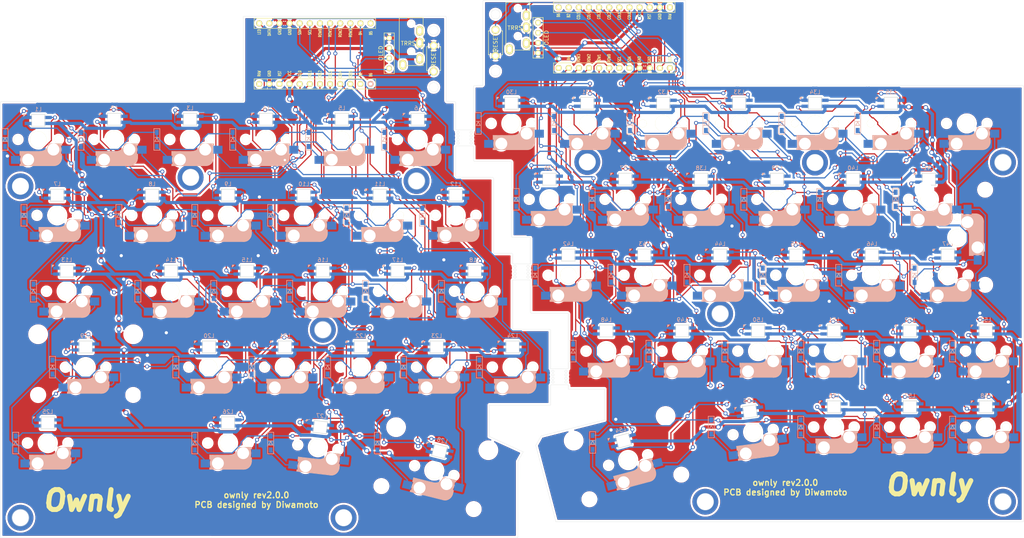
<source format=kicad_pcb>
(kicad_pcb (version 20171130) (host pcbnew "(5.1.6)-1")
  (layers (0 F.Cu signal) (31 B.Cu signal) (34 B.Paste user) (35 F.Paste user) (36 B.SilkS user) (37 F.SilkS user) (38 B.Mask user) (39 F.Mask user) (44 Edge.Cuts user))
  (net 0 "")
  (net 1 row0)
  (net 2 "Net-(D1-Pad2)")
  (net 3 "Net-(D2-Pad2)")
  (net 4 "Net-(D3-Pad2)")
  (net 5 "Net-(D4-Pad2)")
  (net 6 "Net-(D5-Pad2)")
  (net 7 "Net-(D6-Pad2)")
  (net 8 row1)
  (net 9 "Net-(D7-Pad2)")
  (net 10 "Net-(D8-Pad2)")
  (net 11 "Net-(D9-Pad2)")
  (net 12 "Net-(D10-Pad2)")
  (net 13 "Net-(D11-Pad2)")
  (net 14 "Net-(D12-Pad2)")
  (net 15 row2)
  (net 16 "Net-(D13-Pad2)")
  (net 17 "Net-(D14-Pad2)")
  (net 18 "Net-(D15-Pad2)")
  (net 19 "Net-(D16-Pad2)")
  (net 20 "Net-(D17-Pad2)")
  (net 21 "Net-(D18-Pad2)")
  (net 22 row3)
  (net 23 "Net-(D19-Pad2)")
  (net 24 "Net-(D20-Pad2)")
  (net 25 "Net-(D21-Pad2)")
  (net 26 "Net-(D22-Pad2)")
  (net 27 "Net-(D23-Pad2)")
  (net 28 "Net-(D24-Pad2)")
  (net 29 row4)
  (net 30 "Net-(D25-Pad2)")
  (net 31 "Net-(D26-Pad2)")
  (net 32 "Net-(D27-Pad2)")
  (net 33 "Net-(D28-Pad2)")
  (net 34 "Net-(D30-Pad2)")
  (net 35 "Net-(D31-Pad2)")
  (net 36 "Net-(D32-Pad2)")
  (net 37 "Net-(D33-Pad2)")
  (net 38 "Net-(D34-Pad2)")
  (net 39 "Net-(D35-Pad2)")
  (net 40 "Net-(D36-Pad2)")
  (net 41 "Net-(D37-Pad2)")
  (net 42 "Net-(D38-Pad2)")
  (net 43 "Net-(D39-Pad2)")
  (net 44 "Net-(D40-Pad2)")
  (net 45 "Net-(D41-Pad2)")
  (net 46 "Net-(D42-Pad2)")
  (net 47 "Net-(D43-Pad2)")
  (net 48 "Net-(D44-Pad2)")
  (net 49 "Net-(D45-Pad2)")
  (net 50 "Net-(D46-Pad2)")
  (net 51 "Net-(D47-Pad2)")
  (net 52 "Net-(D48-Pad2)")
  (net 53 "Net-(D49-Pad2)")
  (net 54 "Net-(D50-Pad2)")
  (net 55 "Net-(D51-Pad2)")
  (net 56 "Net-(D52-Pad2)")
  (net 57 "Net-(D53-Pad2)")
  (net 58 "Net-(D54-Pad2)")
  (net 59 "Net-(D55-Pad2)")
  (net 60 "Net-(D56-Pad2)")
  (net 61 "Net-(D57-Pad2)")
  (net 62 "Net-(D58-Pad2)")
  (net 63 VCC)
  (net 64 GND)
  (net 65 "Net-(L1-Pad2)")
  (net 66 "Net-(L1-Pad4)")
  (net 67 "Net-(L2-Pad4)")
  (net 68 "Net-(L3-Pad2)")
  (net 69 "Net-(L3-Pad4)")
  (net 70 "Net-(L10-Pad2)")
  (net 71 "Net-(L11-Pad4)")
  (net 72 "Net-(L5-Pad4)")
  (net 73 "Net-(L12-Pad2)")
  (net 74 "Net-(L13-Pad4)")
  (net 75 "Net-(L14-Pad2)")
  (net 76 "Net-(L15-Pad4)")
  (net 77 "Net-(L10-Pad4)")
  (net 78 "Net-(L11-Pad2)")
  (net 79 "Net-(L12-Pad4)")
  (net 80 "Net-(L13-Pad2)")
  (net 81 "Net-(L14-Pad4)")
  (net 82 "Net-(L15-Pad2)")
  (net 83 "Net-(L16-Pad4)")
  (net 84 "Net-(L17-Pad2)")
  (net 85 "Net-(L18-Pad4)")
  (net 86 "Net-(L19-Pad2)")
  (net 87 "Net-(L20-Pad4)")
  (net 88 "Net-(L21-Pad2)")
  (net 89 "Net-(L22-Pad4)")
  (net 90 "Net-(L23-Pad2)")
  (net 91 "Net-(L25-Pad2)")
  (net 92 "Net-(L27-Pad4)")
  (net 93 "Net-(L30-Pad2)")
  (net 94 "Net-(L30-Pad4)")
  (net 95 "Net-(L32-Pad2)")
  (net 96 "Net-(L34-Pad2)")
  (net 97 "Net-(L35-Pad4)")
  (net 98 "Net-(L37-Pad4)")
  (net 99 "Net-(L39-Pad4)")
  (net 100 "Net-(L40-Pad2)")
  (net 101 "Net-(L42-Pad2)")
  (net 102 "Net-(L45-Pad4)")
  (net 103 "Net-(L47-Pad4)")
  (net 104 "Net-(L49-Pad4)")
  (net 105 "Net-(L50-Pad2)")
  (net 106 "Net-(L52-Pad2)")
  (net 107 "Net-(L54-Pad4)")
  (net 108 "Net-(L56-Pad4)")
  (net 109 col0)
  (net 110 col1)
  (net 111 col2)
  (net 112 col3)
  (net 113 col4)
  (net 114 col5)
  (net 115 "Net-(U1-Pad12)")
  (net 116 "Net-(U1-Pad13)")
  (net 117 "Net-(U1-Pad14)")
  (net 118 "Net-(U1-Pad24)")
  (net 119 "Net-(U2-Pad12)")
  (net 120 "Net-(U2-Pad13)")
  (net 121 "Net-(U2-Pad14)")
  (net 122 "Net-(U2-Pad24)")
  (net 123 row00)
  (net 124 row01)
  (net 125 row02)
  (net 126 row03)
  (net 127 row04)
  (net 128 reset1)
  (net 129 reset2)
  (net 130 col00)
  (net 131 col01)
  (net 132 col02)
  (net 133 col03)
  (net 134 col04)
  (net 135 col05)
  (net 136 data1)
  (net 137 SDA1)
  (net 138 SCL1)
  (net 139 data2)
  (net 140 SDA2)
  (net 141 SCL2)
  (net 142 LED1)
  (net 143 LED2)
  (net 144 "Net-(L31-Pad4)")
  (net 145 "Net-(L32-Pad4)")
  (net 146 "Net-(L33-Pad4)")
  (net 147 "Net-(L34-Pad4)")
  (net 148 "Net-(L36-Pad2)")
  (net 149 "Net-(L38-Pad2)")
  (net 150 "Net-(L41-Pad4)")
  (net 151 "Net-(L43-Pad4)")
  (net 152 "Net-(L44-Pad2)")
  (net 153 "Net-(L46-Pad2)")
  (net 154 "Net-(L48-Pad2)")
  (net 155 "Net-(L51-Pad4)")
  (net 156 "Net-(L53-Pad4)")
  (net 157 "Net-(J2-PadA)")
  (net 158 "Net-(J4-PadA)")
  (module kbd:ProMicro_v2_1side (layer F.Cu) (at 167.883592 24.41198 270)
    (fp_text reference U2 hide)
    (fp_text value ProMicro hide)
    (fp_text user "" (at -0.5 -17.25 90) (layer F.SilkS))
    (fp_text user "" (at -1.2065 -16.256 90) (layer B.SilkS) (effects (justify mirror)))
    (fp_text user RAW (at -5.25066 -14.478 90) (layer F.SilkS) (effects (font (size 0.75 0.5) (thickness 0.125))))
    (fp_text user LED (at 5.5 -14.478 90) (layer F.SilkS) (effects (font (size 0.75 0.5) (thickness 0.125))))
    (fp_text user GND (at -5.25066 -11.938 90) (layer F.SilkS) (effects (font (size 0.75 0.5) (thickness 0.125))))
    (fp_text user DATA (at 5.35 -11.95 90) (layer F.SilkS) (effects (font (size 0.75 0.5) (thickness 0.125))))
    (fp_text user RST (at -5.25066 -9.3345 90) (layer F.SilkS) (effects (font (size 0.75 0.5) (thickness 0.125))))
    (fp_text user GND (at 5.5245 -9.3345 90) (layer F.SilkS) (effects (font (size 0.75 0.5) (thickness 0.125))))
    (fp_text user VCC (at -5.25066 -6.858 90) (layer F.SilkS) (effects (font (size 0.75 0.5) (thickness 0.125))))
    (fp_text user GND (at 5.461 -6.7945 90) (layer F.SilkS) (effects (font (size 0.75 0.5) (thickness 0.125))))
    (fp_text user COL3 (at -5.53516 3.35 90) (layer F.SilkS) (effects (font (size 0.75 0.5) (thickness 0.125))))
    (fp_text user ROW0 (at 5.2 0.8 90) (layer F.SilkS) (effects (font (size 0.75 0.5) (thickness 0.125))))
    (fp_text user COL2 (at -5.43516 0.762 90) (layer F.SilkS) (effects (font (size 0.75 0.5) (thickness 0.125))))
    (fp_text user SCL (at 5.461 -1.778 90) (layer F.SilkS) (effects (font (size 0.75 0.5) (thickness 0.125))))
    (fp_text user COL1 (at -5.38516 -1.778 90) (layer F.SilkS) (effects (font (size 0.75 0.5) (thickness 0.125))))
    (fp_text user SDA (at 5.461 -4.318 90) (layer F.SilkS) (effects (font (size 0.75 0.5) (thickness 0.125))))
    (fp_text user COL0 (at -5.43516 -4.3 90) (layer F.SilkS) (effects (font (size 0.75 0.5) (thickness 0.125))))
    (fp_text user B6 (at -5.58516 13.5 90) (layer F.SilkS) (effects (font (size 0.75 0.5) (thickness 0.125))))
    (fp_text user B5 (at 5.2 13.5255 90) (layer F.SilkS) (effects (font (size 0.75 0.5) (thickness 0.125))))
    (fp_text user B4 (at 5.2 10.922 90) (layer F.SilkS) (effects (font (size 0.75 0.5) (thickness 0.125))))
    (fp_text user B2 (at -5.48516 10.95 90) (layer F.SilkS) (effects (font (size 0.75 0.5) (thickness 0.125))))
    (fp_text user ROW3 (at 5.2 8.4455 90) (layer F.SilkS) (effects (font (size 0.75 0.5) (thickness 0.125))))
    (fp_text user COL5 (at -5.48516 8.4455 90) (layer F.SilkS) (effects (font (size 0.75 0.5) (thickness 0.125))))
    (fp_text user ROW2 (at 5.204792 5.85 90) (layer F.SilkS) (effects (font (size 0.75 0.5) (thickness 0.125))))
    (fp_text user COL4 (at -5.48516 5.85 90) (layer F.SilkS) (effects (font (size 0.75 0.5) (thickness 0.125))))
    (fp_text user ROW1 (at 5.25 3.302 90) (layer F.SilkS) (effects (font (size 0.75 0.5) (thickness 0.125))))
    (pad 1 thru_hole circle (at 7.6564 -14.478 270) (size 1.524 1.524) (drill 0.8128) (layers *.Cu F.SilkS B.Mask) (net 143 LED2))
    (pad 2 thru_hole circle (at 7.6564 -11.938 270) (size 1.524 1.524) (drill 0.8128) (layers *.Cu F.SilkS B.Mask) (net 139 data2))
    (pad 3 thru_hole circle (at 7.6564 -9.398 270) (size 1.524 1.524) (drill 0.8128) (layers *.Cu F.SilkS B.Mask) (net 64 GND))
    (pad 4 thru_hole circle (at 7.6564 -6.858 270) (size 1.524 1.524) (drill 0.8128) (layers *.Cu F.SilkS B.Mask) (net 64 GND))
    (pad 5 thru_hole circle (at 7.6564 -4.318 270) (size 1.524 1.524) (drill 0.8128) (layers *.Cu F.SilkS B.Mask) (net 140 SDA2))
    (pad 6 thru_hole circle (at 7.6564 -1.778 270) (size 1.524 1.524) (drill 0.8128) (layers *.Cu F.SilkS B.Mask) (net 141 SCL2))
    (pad 7 thru_hole circle (at 7.6564 0.762 270) (size 1.524 1.524) (drill 0.8128) (layers *.Cu F.SilkS B.Mask) (net 123 row00))
    (pad 8 thru_hole circle (at 7.6564 3.302 270) (size 1.524 1.524) (drill 0.8128) (layers *.Cu F.SilkS B.Mask) (net 124 row01))
    (pad 9 thru_hole circle (at 7.6564 5.842 270) (size 1.524 1.524) (drill 0.8128) (layers *.Cu F.SilkS B.Mask) (net 125 row02))
    (pad 10 thru_hole circle (at 7.6564 8.382 270) (size 1.524 1.524) (drill 0.8128) (layers *.Cu F.SilkS B.Mask) (net 126 row03))
    (pad 11 thru_hole circle (at 7.6564 10.922 270) (size 1.524 1.524) (drill 0.8128) (layers *.Cu F.SilkS B.Mask) (net 127 row04))
    (pad 12 thru_hole circle (at 7.6564 13.462 270) (size 1.524 1.524) (drill 0.8128) (layers *.Cu F.SilkS B.Mask) (net 119 "Net-(U2-Pad12)"))
    (pad 13 thru_hole circle (at -7.5636 13.462 270) (size 1.524 1.524) (drill 0.8128) (layers *.Cu F.SilkS B.Mask) (net 120 "Net-(U2-Pad13)"))
    (pad 14 thru_hole circle (at -7.5636 10.922 270) (size 1.524 1.524) (drill 0.8128) (layers *.Cu F.SilkS B.Mask) (net 121 "Net-(U2-Pad14)"))
    (pad 15 thru_hole circle (at -7.5636 8.382 270) (size 1.524 1.524) (drill 0.8128) (layers *.Cu F.SilkS B.Mask) (net 135 col05))
    (pad 16 thru_hole circle (at -7.5636 5.842 270) (size 1.524 1.524) (drill 0.8128) (layers *.Cu F.SilkS B.Mask) (net 134 col04))
    (pad 17 thru_hole circle (at -7.5636 3.302 270) (size 1.524 1.524) (drill 0.8128) (layers *.Cu F.SilkS B.Mask) (net 133 col03))
    (pad 18 thru_hole circle (at -7.5636 0.762 270) (size 1.524 1.524) (drill 0.8128) (layers *.Cu F.SilkS B.Mask) (net 132 col02))
    (pad 19 thru_hole circle (at -7.5636 -1.778 270) (size 1.524 1.524) (drill 0.8128) (layers *.Cu F.SilkS B.Mask) (net 131 col01))
    (pad 20 thru_hole circle (at -7.5636 -4.318 270) (size 1.524 1.524) (drill 0.8128) (layers *.Cu F.SilkS B.Mask) (net 130 col00))
    (pad 21 thru_hole circle (at -7.5636 -6.858 270) (size 1.524 1.524) (drill 0.8128) (layers *.Cu F.SilkS B.Mask) (net 63 VCC))
    (pad 22 thru_hole circle (at -7.5636 -9.398 270) (size 1.524 1.524) (drill 0.8128) (layers *.Cu F.SilkS B.Mask) (net 129 reset2))
    (pad 23 thru_hole circle (at -7.5636 -11.938 270) (size 1.524 1.524) (drill 0.8128) (layers *.Cu F.SilkS B.Mask) (net 64 GND))
    (pad 24 thru_hole circle (at -7.5636 -14.478 270) (size 1.524 1.524) (drill 0.8128) (layers *.Cu F.SilkS B.Mask) (net 122 "Net-(U2-Pad24)"))
  )
  (module kbd:OLED_1side (layer F.Cu) (at 111.907484 32.175676 90)
    (fp_text reference J5)
    (fp_text value OLED hide)
    (fp_text user OLED (at 3.8 -2.1 90) (layer F.SilkS))
    (pad 4 thru_hole circle (at 7.62 0 90) (size 1.397 1.397) (drill 0.8128) (layers *.Cu F.SilkS B.Mask) (net 64 GND))
    (pad 3 thru_hole circle (at 5.08 0 90) (size 1.397 1.397) (drill 0.8128) (layers *.Cu F.SilkS B.Mask) (net 63 VCC))
    (pad 2 thru_hole circle (at 2.54 0 90) (size 1.397 1.397) (drill 0.8128) (layers *.Cu F.SilkS B.Mask) (net 138 SCL1))
    (pad 1 thru_hole circle (at 0 0 90) (size 1.397 1.397) (drill 0.8128) (layers *.Cu F.SilkS B.Mask) (net 137 SDA1))
  )
  (module kbd:MJ-4PP-9_1side (layer F.Cu) (at 117.425292 19.447244)
    (fp_text reference J4)
    (fp_text value MJ-4PP-9 hide)
    (fp_text user TRRS (at -0.75 6.45) (layer F.SilkS))
    (pad A thru_hole oval (at -2.1 11.8) (size 1.7 2.5) (drill oval 1 1.5) (layers *.Cu F.SilkS B.Mask) (net 158 "Net-(J4-PadA)") (clearance 0.15))
    (pad D thru_hole oval (at 2.1 10.3) (size 1.7 2.5) (drill oval 1 1.5) (layers *.Cu F.SilkS B.Mask) (net 63 VCC) (clearance 0.15))
    (pad C thru_hole oval (at 2.1 6.3) (size 1.7 2.5) (drill oval 1 1.5) (layers *.Cu F.SilkS B.Mask) (net 64 GND))
    (pad B thru_hole oval (at 2.1 3.3) (size 1.7 2.5) (drill oval 1 1.5) (layers *.Cu F.SilkS B.Mask) (net 136 data1))
    (pad "" np_thru_hole circle (at 0 8.5) (size 1.2 1.2) (drill 1.2) (layers *.Cu *.Mask F.SilkS))
    (pad "" np_thru_hole circle (at 0 1.5) (size 1.2 1.2) (drill 1.2) (layers *.Cu *.Mask F.SilkS))
  )
  (module kbd:MJ-4PP-9_1side (layer F.Cu) (at 144.197924 15.577716)
    (fp_text reference J2)
    (fp_text value MJ-4PP-9 hide)
    (fp_text user TRRS (at -0.75 6.45) (layer F.SilkS))
    (pad A thru_hole oval (at -2.1 11.8) (size 1.7 2.5) (drill oval 1 1.5) (layers *.Cu F.SilkS B.Mask) (net 157 "Net-(J2-PadA)") (clearance 0.15))
    (pad D thru_hole oval (at 2.1 10.3) (size 1.7 2.5) (drill oval 1 1.5) (layers *.Cu F.SilkS B.Mask) (net 63 VCC) (clearance 0.15))
    (pad C thru_hole oval (at 2.1 6.3) (size 1.7 2.5) (drill oval 1 1.5) (layers *.Cu F.SilkS B.Mask) (net 64 GND))
    (pad B thru_hole oval (at 2.1 3.3) (size 1.7 2.5) (drill oval 1 1.5) (layers *.Cu F.SilkS B.Mask) (net 139 data2))
    (pad "" np_thru_hole circle (at 0 8.5) (size 1.2 1.2) (drill 1.2) (layers *.Cu *.Mask F.SilkS))
    (pad "" np_thru_hole circle (at 0 1.5) (size 1.2 1.2) (drill 1.2) (layers *.Cu *.Mask F.SilkS))
  )
  (module kbd:OLED_1side (layer F.Cu) (at 149.274484 20.687092 270)
    (fp_text reference J1)
    (fp_text value OLED hide)
    (fp_text user OLED (at 3.8 -2.1 90) (layer F.SilkS))
    (pad 4 thru_hole circle (at 7.62 0 270) (size 1.397 1.397) (drill 0.8128) (layers *.Cu F.SilkS B.Mask) (net 64 GND))
    (pad 3 thru_hole circle (at 5.08 0 270) (size 1.397 1.397) (drill 0.8128) (layers *.Cu F.SilkS B.Mask) (net 63 VCC))
    (pad 2 thru_hole circle (at 2.54 0 270) (size 1.397 1.397) (drill 0.8128) (layers *.Cu F.SilkS B.Mask) (net 141 SCL2))
    (pad 1 thru_hole circle (at 0 0 270) (size 1.397 1.397) (drill 0.8128) (layers *.Cu F.SilkS B.Mask) (net 140 SDA2))
  )
  (module kbd:M2_HOLE (layer F.Cu) (at 194.96468 93.76164 90)
    (fp_text reference Ref104 hide)
    (fp_text value Val4 hide)
    (pad "" thru_hole circle (at 0 0 90) (size 6.5 6.5) (drill 4.2) (layers *.Cu *.Mask))
  )
  (module kbd:M2_HOLE (layer F.Cu) (at 218.77716 55.8105 90)
    (fp_text reference Ref104 hide)
    (fp_text value Val4 hide)
    (pad "" thru_hole circle (at 0 0 90) (size 6.5 6.5) (drill 4.2) (layers *.Cu *.Mask))
  )
  (module kbd:M2_HOLE (layer F.Cu) (at 191.24398 140.940116 90)
    (fp_text reference Ref104 hide)
    (fp_text value Val4 hide)
    (pad "" thru_hole circle (at 0 0 90) (size 6.5 6.5) (drill 4.2) (layers *.Cu *.Mask))
  )
  (module kbd:M2_HOLE (layer F.Cu) (at 265.955636 55.78706 90)
    (fp_text reference Ref104 hide)
    (fp_text value Val4 hide)
    (pad "" thru_hole circle (at 0 0 90) (size 6.5 6.5) (drill 4.2) (layers *.Cu *.Mask))
  )
  (module kbd:M2_HOLE (layer F.Cu) (at 265.955636 140.940116 90)
    (fp_text reference Ref104 hide)
    (fp_text value Val4 hide)
    (pad "" thru_hole circle (at 0 0 90) (size 6.5 6.5) (drill 4.2) (layers *.Cu *.Mask))
  )
  (module keyboard:YS-SK6812MINI-E (layer B.Cu) (at 42.8625 44.9461)
    (fp_text reference L2 (at 0 -2.8) (layer B.SilkS) (effects (justify mirror)))
    (fp_text value YS-SK6812MINI-E)
    (fp_line (start -1.7 1.5) (end -1.7 -1.5) (layer Edge.Cuts) (width 0.12))
    (fp_line (start -1.7 -1.5) (end 1.7 -1.5) (layer Edge.Cuts) (width 0.12))
    (fp_line (start 1.7 -1.5) (end 1.7 1.5) (layer Edge.Cuts) (width 0.12))
    (fp_line (start 1.7 1.5) (end -1.7 1.5) (layer Edge.Cuts) (width 0.12))
    (pad 1 smd rect (at 2.5 0.75) (size 1.8 0.82) (layers B.Cu B.Paste B.Mask) (net 63 VCC))
    (pad 2 smd rect (at 2.5 -0.75) (size 1.8 0.82) (layers B.Cu B.Paste B.Mask) (net 66 "Net-(L1-Pad4)"))
    (pad 3 smd rect (at -2.5 -0.75) (size 1.8 0.82) (layers B.Cu B.Paste B.Mask) (net 64 GND))
    (pad 4 smd rect (at -2.5 0.75) (size 1.8 0.82) (layers B.Cu B.Paste B.Mask) (net 67 "Net-(L2-Pad4)"))
  )
  (module keyboard:YS-SK6812MINI-E (layer B.Cu) (at 109.537 63.996)
    (fp_text reference L11 (at 0 -2.8) (layer B.SilkS) (effects (justify mirror)))
    (fp_text value YS-SK6812MINI-E)
    (fp_line (start -1.7 1.5) (end -1.7 -1.5) (layer Edge.Cuts) (width 0.12))
    (fp_line (start -1.7 -1.5) (end 1.7 -1.5) (layer Edge.Cuts) (width 0.12))
    (fp_line (start 1.7 -1.5) (end 1.7 1.5) (layer Edge.Cuts) (width 0.12))
    (fp_line (start 1.7 1.5) (end -1.7 1.5) (layer Edge.Cuts) (width 0.12))
    (pad 1 smd rect (at 2.5 0.75) (size 1.8 0.82) (layers B.Cu B.Paste B.Mask) (net 63 VCC))
    (pad 2 smd rect (at 2.5 -0.75) (size 1.8 0.82) (layers B.Cu B.Paste B.Mask) (net 78 "Net-(L11-Pad2)"))
    (pad 3 smd rect (at -2.5 -0.75) (size 1.8 0.82) (layers B.Cu B.Paste B.Mask) (net 64 GND))
    (pad 4 smd rect (at -2.5 0.75) (size 1.8 0.82) (layers B.Cu B.Paste B.Mask) (net 71 "Net-(L11-Pad4)"))
  )
  (module keyboard:YS-SK6812MINI-E (layer B.Cu) (at 30.9562 83.046)
    (fp_text reference L13 (at 0 -2.8) (layer B.SilkS) (effects (justify mirror)))
    (fp_text value YS-SK6812MINI-E)
    (fp_line (start -1.7 1.5) (end -1.7 -1.5) (layer Edge.Cuts) (width 0.12))
    (fp_line (start -1.7 -1.5) (end 1.7 -1.5) (layer Edge.Cuts) (width 0.12))
    (fp_line (start 1.7 -1.5) (end 1.7 1.5) (layer Edge.Cuts) (width 0.12))
    (fp_line (start 1.7 1.5) (end -1.7 1.5) (layer Edge.Cuts) (width 0.12))
    (pad 1 smd rect (at 2.5 0.75) (size 1.8 0.82) (layers B.Cu B.Paste B.Mask) (net 63 VCC))
    (pad 2 smd rect (at 2.5 -0.75) (size 1.8 0.82) (layers B.Cu B.Paste B.Mask) (net 80 "Net-(L13-Pad2)"))
    (pad 3 smd rect (at -2.5 -0.75) (size 1.8 0.82) (layers B.Cu B.Paste B.Mask) (net 64 GND))
    (pad 4 smd rect (at -2.5 0.75) (size 1.8 0.82) (layers B.Cu B.Paste B.Mask) (net 74 "Net-(L13-Pad4)"))
  )
  (module keyboard:YS-SK6812MINI-E (layer B.Cu) (at 95.2499 83.046)
    (fp_text reference L16 (at 0 -2.8) (layer B.SilkS) (effects (justify mirror)))
    (fp_text value YS-SK6812MINI-E)
    (fp_line (start -1.7 1.5) (end -1.7 -1.5) (layer Edge.Cuts) (width 0.12))
    (fp_line (start -1.7 -1.5) (end 1.7 -1.5) (layer Edge.Cuts) (width 0.12))
    (fp_line (start 1.7 -1.5) (end 1.7 1.5) (layer Edge.Cuts) (width 0.12))
    (fp_line (start 1.7 1.5) (end -1.7 1.5) (layer Edge.Cuts) (width 0.12))
    (pad 1 smd rect (at 2.5 0.75) (size 1.8 0.82) (layers B.Cu B.Paste B.Mask) (net 63 VCC))
    (pad 2 smd rect (at 2.5 -0.75) (size 1.8 0.82) (layers B.Cu B.Paste B.Mask) (net 77 "Net-(L10-Pad4)"))
    (pad 3 smd rect (at -2.5 -0.75) (size 1.8 0.82) (layers B.Cu B.Paste B.Mask) (net 64 GND))
    (pad 4 smd rect (at -2.5 0.75) (size 1.8 0.82) (layers B.Cu B.Paste B.Mask) (net 83 "Net-(L16-Pad4)"))
  )
  (module keyboard:YS-SK6812MINI-E (layer B.Cu) (at 76.1999 83.046)
    (fp_text reference L15 (at 0 -2.8) (layer B.SilkS) (effects (justify mirror)))
    (fp_text value YS-SK6812MINI-E)
    (fp_line (start -1.7 1.5) (end -1.7 -1.5) (layer Edge.Cuts) (width 0.12))
    (fp_line (start -1.7 -1.5) (end 1.7 -1.5) (layer Edge.Cuts) (width 0.12))
    (fp_line (start 1.7 -1.5) (end 1.7 1.5) (layer Edge.Cuts) (width 0.12))
    (fp_line (start 1.7 1.5) (end -1.7 1.5) (layer Edge.Cuts) (width 0.12))
    (pad 1 smd rect (at 2.5 0.75) (size 1.8 0.82) (layers B.Cu B.Paste B.Mask) (net 63 VCC))
    (pad 2 smd rect (at 2.5 -0.75) (size 1.8 0.82) (layers B.Cu B.Paste B.Mask) (net 82 "Net-(L15-Pad2)"))
    (pad 3 smd rect (at -2.5 -0.75) (size 1.8 0.82) (layers B.Cu B.Paste B.Mask) (net 64 GND))
    (pad 4 smd rect (at -2.5 0.75) (size 1.8 0.82) (layers B.Cu B.Paste B.Mask) (net 76 "Net-(L15-Pad4)"))
  )
  (module keyboard:YS-SK6812MINI-E (layer B.Cu) (at 114.002 83.046)
    (fp_text reference L17 (at 0 -2.8) (layer B.SilkS) (effects (justify mirror)))
    (fp_text value YS-SK6812MINI-E)
    (fp_line (start -1.7 1.5) (end -1.7 -1.5) (layer Edge.Cuts) (width 0.12))
    (fp_line (start -1.7 -1.5) (end 1.7 -1.5) (layer Edge.Cuts) (width 0.12))
    (fp_line (start 1.7 -1.5) (end 1.7 1.5) (layer Edge.Cuts) (width 0.12))
    (fp_line (start 1.7 1.5) (end -1.7 1.5) (layer Edge.Cuts) (width 0.12))
    (pad 1 smd rect (at 2.5 0.75) (size 1.8 0.82) (layers B.Cu B.Paste B.Mask) (net 63 VCC))
    (pad 2 smd rect (at 2.5 -0.75) (size 1.8 0.82) (layers B.Cu B.Paste B.Mask) (net 84 "Net-(L17-Pad2)"))
    (pad 3 smd rect (at -2.5 -0.75) (size 1.8 0.82) (layers B.Cu B.Paste B.Mask) (net 64 GND))
    (pad 4 smd rect (at -2.5 0.75) (size 1.8 0.82) (layers B.Cu B.Paste B.Mask) (net 78 "Net-(L11-Pad2)"))
  )
  (module keyboard:YS-SK6812MINI-E (layer B.Cu) (at 35.7187 102.096)
    (fp_text reference L19 (at 0 -2.8) (layer B.SilkS) (effects (justify mirror)))
    (fp_text value YS-SK6812MINI-E)
    (fp_line (start -1.7 1.5) (end -1.7 -1.5) (layer Edge.Cuts) (width 0.12))
    (fp_line (start -1.7 -1.5) (end 1.7 -1.5) (layer Edge.Cuts) (width 0.12))
    (fp_line (start 1.7 -1.5) (end 1.7 1.5) (layer Edge.Cuts) (width 0.12))
    (fp_line (start 1.7 1.5) (end -1.7 1.5) (layer Edge.Cuts) (width 0.12))
    (pad 1 smd rect (at 2.5 0.75) (size 1.8 0.82) (layers B.Cu B.Paste B.Mask) (net 63 VCC))
    (pad 2 smd rect (at 2.5 -0.75) (size 1.8 0.82) (layers B.Cu B.Paste B.Mask) (net 86 "Net-(L19-Pad2)"))
    (pad 3 smd rect (at -2.5 -0.75) (size 1.8 0.82) (layers B.Cu B.Paste B.Mask) (net 64 GND))
    (pad 4 smd rect (at -2.5 0.75) (size 1.8 0.82) (layers B.Cu B.Paste B.Mask) (net 80 "Net-(L13-Pad2)"))
  )
  (module keyboard:YS-SK6812MINI-E (layer B.Cu) (at 242.589592 117.12758)
    (fp_text reference L57 (at 0 -2.8) (layer B.SilkS) (effects (justify mirror)))
    (fp_text value YS-SK6812MINI-E)
    (fp_line (start -1.7 1.5) (end -1.7 -1.5) (layer Edge.Cuts) (width 0.12))
    (fp_line (start -1.7 -1.5) (end 1.7 -1.5) (layer Edge.Cuts) (width 0.12))
    (fp_line (start 1.7 -1.5) (end 1.7 1.5) (layer Edge.Cuts) (width 0.12))
    (fp_line (start 1.7 1.5) (end -1.7 1.5) (layer Edge.Cuts) (width 0.12))
    (pad 1 smd rect (at 2.5 0.75) (size 1.8 0.82) (layers B.Cu B.Paste B.Mask) (net 63 VCC))
    (pad 2 smd rect (at 2.5 -0.75) (size 1.8 0.82) (layers B.Cu B.Paste B.Mask) (net 108 "Net-(L56-Pad4)"))
    (pad 3 smd rect (at -2.5 -0.75) (size 1.8 0.82) (layers B.Cu B.Paste B.Mask) (net 64 GND))
    (pad 4 smd rect (at -2.5 0.75) (size 1.8 0.82) (layers B.Cu B.Paste B.Mask) (net 106 "Net-(L52-Pad2)"))
  )
  (module keyboard:YS-SK6812MINI-E (layer B.Cu) (at 175.914592 79.02768)
    (fp_text reference L43 (at 0 -2.8) (layer B.SilkS) (effects (justify mirror)))
    (fp_text value YS-SK6812MINI-E)
    (fp_line (start -1.7 1.5) (end -1.7 -1.5) (layer Edge.Cuts) (width 0.12))
    (fp_line (start -1.7 -1.5) (end 1.7 -1.5) (layer Edge.Cuts) (width 0.12))
    (fp_line (start 1.7 -1.5) (end 1.7 1.5) (layer Edge.Cuts) (width 0.12))
    (fp_line (start 1.7 1.5) (end -1.7 1.5) (layer Edge.Cuts) (width 0.12))
    (pad 1 smd rect (at 2.5 0.75) (size 1.8 0.82) (layers B.Cu B.Paste B.Mask) (net 63 VCC))
    (pad 2 smd rect (at 2.5 -0.75) (size 1.8 0.82) (layers B.Cu B.Paste B.Mask) (net 98 "Net-(L37-Pad4)"))
    (pad 3 smd rect (at -2.5 -0.75) (size 1.8 0.82) (layers B.Cu B.Paste B.Mask) (net 64 GND))
    (pad 4 smd rect (at -2.5 0.75) (size 1.8 0.82) (layers B.Cu B.Paste B.Mask) (net 151 "Net-(L43-Pad4)"))
  )
  (module keyboard:YS-SK6812MINI-E (layer B.Cu) (at 228.302592 59.97768)
    (fp_text reference L40 (at 0 -2.8) (layer B.SilkS) (effects (justify mirror)))
    (fp_text value YS-SK6812MINI-E)
    (fp_line (start -1.7 1.5) (end -1.7 -1.5) (layer Edge.Cuts) (width 0.12))
    (fp_line (start -1.7 -1.5) (end 1.7 -1.5) (layer Edge.Cuts) (width 0.12))
    (fp_line (start 1.7 -1.5) (end 1.7 1.5) (layer Edge.Cuts) (width 0.12))
    (fp_line (start 1.7 1.5) (end -1.7 1.5) (layer Edge.Cuts) (width 0.12))
    (pad 1 smd rect (at 2.5 0.75) (size 1.8 0.82) (layers B.Cu B.Paste B.Mask) (net 63 VCC))
    (pad 2 smd rect (at 2.5 -0.75) (size 1.8 0.82) (layers B.Cu B.Paste B.Mask) (net 100 "Net-(L40-Pad2)"))
    (pad 3 smd rect (at -2.5 -0.75) (size 1.8 0.82) (layers B.Cu B.Paste B.Mask) (net 64 GND))
    (pad 4 smd rect (at -2.5 0.75) (size 1.8 0.82) (layers B.Cu B.Paste B.Mask) (net 96 "Net-(L34-Pad2)"))
  )
  (module keyboard:YS-SK6812MINI-E (layer B.Cu) (at 104.775 102.096)
    (fp_text reference L22 (at 0 -2.8) (layer B.SilkS) (effects (justify mirror)))
    (fp_text value YS-SK6812MINI-E)
    (fp_line (start -1.7 1.5) (end -1.7 -1.5) (layer Edge.Cuts) (width 0.12))
    (fp_line (start -1.7 -1.5) (end 1.7 -1.5) (layer Edge.Cuts) (width 0.12))
    (fp_line (start 1.7 -1.5) (end 1.7 1.5) (layer Edge.Cuts) (width 0.12))
    (fp_line (start 1.7 1.5) (end -1.7 1.5) (layer Edge.Cuts) (width 0.12))
    (pad 1 smd rect (at 2.5 0.75) (size 1.8 0.82) (layers B.Cu B.Paste B.Mask) (net 63 VCC))
    (pad 2 smd rect (at 2.5 -0.75) (size 1.8 0.82) (layers B.Cu B.Paste B.Mask) (net 83 "Net-(L16-Pad4)"))
    (pad 3 smd rect (at -2.5 -0.75) (size 1.8 0.82) (layers B.Cu B.Paste B.Mask) (net 64 GND))
    (pad 4 smd rect (at -2.5 0.75) (size 1.8 0.82) (layers B.Cu B.Paste B.Mask) (net 89 "Net-(L22-Pad4)"))
  )
  (module keyboard:YS-SK6812MINI-E (layer B.Cu) (at 85.7249 102.096)
    (fp_text reference L21 (at 0 -2.8) (layer B.SilkS) (effects (justify mirror)))
    (fp_text value YS-SK6812MINI-E)
    (fp_line (start -1.7 1.5) (end -1.7 -1.5) (layer Edge.Cuts) (width 0.12))
    (fp_line (start -1.7 -1.5) (end 1.7 -1.5) (layer Edge.Cuts) (width 0.12))
    (fp_line (start 1.7 -1.5) (end 1.7 1.5) (layer Edge.Cuts) (width 0.12))
    (fp_line (start 1.7 1.5) (end -1.7 1.5) (layer Edge.Cuts) (width 0.12))
    (pad 1 smd rect (at 2.5 0.75) (size 1.8 0.82) (layers B.Cu B.Paste B.Mask) (net 63 VCC))
    (pad 2 smd rect (at 2.5 -0.75) (size 1.8 0.82) (layers B.Cu B.Paste B.Mask) (net 88 "Net-(L21-Pad2)"))
    (pad 3 smd rect (at -2.5 -0.75) (size 1.8 0.82) (layers B.Cu B.Paste B.Mask) (net 64 GND))
    (pad 4 smd rect (at -2.5 0.75) (size 1.8 0.82) (layers B.Cu B.Paste B.Mask) (net 82 "Net-(L15-Pad2)"))
  )
  (module keyboard:YS-SK6812MINI-E (layer B.Cu) (at 166.389592 98.07758)
    (fp_text reference L48 (at 0 -2.8) (layer B.SilkS) (effects (justify mirror)))
    (fp_text value YS-SK6812MINI-E)
    (fp_line (start -1.7 1.5) (end -1.7 -1.5) (layer Edge.Cuts) (width 0.12))
    (fp_line (start -1.7 -1.5) (end 1.7 -1.5) (layer Edge.Cuts) (width 0.12))
    (fp_line (start 1.7 -1.5) (end 1.7 1.5) (layer Edge.Cuts) (width 0.12))
    (fp_line (start 1.7 1.5) (end -1.7 1.5) (layer Edge.Cuts) (width 0.12))
    (pad 1 smd rect (at 2.5 0.75) (size 1.8 0.82) (layers B.Cu B.Paste B.Mask) (net 63 VCC))
    (pad 2 smd rect (at 2.5 -0.75) (size 1.8 0.82) (layers B.Cu B.Paste B.Mask) (net 154 "Net-(L48-Pad2)"))
    (pad 3 smd rect (at -2.5 -0.75) (size 1.8 0.82) (layers B.Cu B.Paste B.Mask) (net 64 GND))
    (pad 4 smd rect (at -2.5 0.75) (size 1.8 0.82) (layers B.Cu B.Paste B.Mask) (net 101 "Net-(L42-Pad2)"))
  )
  (module keyboard:YS-SK6812MINI-E (layer B.Cu) (at 156.864592 79.02768)
    (fp_text reference L42 (at 0 -2.8) (layer B.SilkS) (effects (justify mirror)))
    (fp_text value YS-SK6812MINI-E)
    (fp_line (start -1.7 1.5) (end -1.7 -1.5) (layer Edge.Cuts) (width 0.12))
    (fp_line (start -1.7 -1.5) (end 1.7 -1.5) (layer Edge.Cuts) (width 0.12))
    (fp_line (start 1.7 -1.5) (end 1.7 1.5) (layer Edge.Cuts) (width 0.12))
    (fp_line (start 1.7 1.5) (end -1.7 1.5) (layer Edge.Cuts) (width 0.12))
    (pad 1 smd rect (at 2.5 0.75) (size 1.8 0.82) (layers B.Cu B.Paste B.Mask) (net 63 VCC))
    (pad 2 smd rect (at 2.5 -0.75) (size 1.8 0.82) (layers B.Cu B.Paste B.Mask) (net 101 "Net-(L42-Pad2)"))
    (pad 3 smd rect (at -2.5 -0.75) (size 1.8 0.82) (layers B.Cu B.Paste B.Mask) (net 64 GND))
    (pad 4 smd rect (at -2.5 0.75) (size 1.8 0.82) (layers B.Cu B.Paste B.Mask) (net 148 "Net-(L36-Pad2)"))
  )
  (module keyboard:YS-SK6812MINI-E (layer B.Cu) (at 223.539592 117.12758)
    (fp_text reference L56 (at 0 -2.8) (layer B.SilkS) (effects (justify mirror)))
    (fp_text value YS-SK6812MINI-E)
    (fp_line (start -1.7 1.5) (end -1.7 -1.5) (layer Edge.Cuts) (width 0.12))
    (fp_line (start -1.7 -1.5) (end 1.7 -1.5) (layer Edge.Cuts) (width 0.12))
    (fp_line (start 1.7 -1.5) (end 1.7 1.5) (layer Edge.Cuts) (width 0.12))
    (fp_line (start 1.7 1.5) (end -1.7 1.5) (layer Edge.Cuts) (width 0.12))
    (pad 1 smd rect (at 2.5 0.75) (size 1.8 0.82) (layers B.Cu B.Paste B.Mask) (net 63 VCC))
    (pad 2 smd rect (at 2.5 -0.75) (size 1.8 0.82) (layers B.Cu B.Paste B.Mask) (net 155 "Net-(L51-Pad4)"))
    (pad 3 smd rect (at -2.5 -0.75) (size 1.8 0.82) (layers B.Cu B.Paste B.Mask) (net 64 GND))
    (pad 4 smd rect (at -2.5 0.75) (size 1.8 0.82) (layers B.Cu B.Paste B.Mask) (net 108 "Net-(L56-Pad4)"))
  )
  (module keyboard:YS-SK6812MINI-E (layer B.Cu) (at 261.639592 117.12758)
    (fp_text reference L58 (at 0 -2.8) (layer B.SilkS) (effects (justify mirror)))
    (fp_text value YS-SK6812MINI-E)
    (fp_line (start -1.7 1.5) (end -1.7 -1.5) (layer Edge.Cuts) (width 0.12))
    (fp_line (start -1.7 -1.5) (end 1.7 -1.5) (layer Edge.Cuts) (width 0.12))
    (fp_line (start 1.7 -1.5) (end 1.7 1.5) (layer Edge.Cuts) (width 0.12))
    (fp_line (start 1.7 1.5) (end -1.7 1.5) (layer Edge.Cuts) (width 0.12))
    (pad 1 smd rect (at 2.5 0.75) (size 1.8 0.82) (layers B.Cu B.Paste B.Mask) (net 63 VCC))
    (pad 2 smd rect (at 2.5 -0.75) (size 1.8 0.82) (layers B.Cu B.Paste B.Mask) (net 156 "Net-(L53-Pad4)"))
    (pad 3 smd rect (at -2.5 -0.75) (size 1.8 0.82) (layers B.Cu B.Paste B.Mask) (net 64 GND))
    (pad 4 smd rect (at -2.5 0.75) (size 1.8 0.82) (layers B.Cu B.Paste B.Mask) (net 143 LED2))
  )
  (module keyboard:YS-SK6812MINI-E (layer B.Cu) (at 71.4374 121.146)
    (fp_text reference L26 (at 0 -2.8) (layer B.SilkS) (effects (justify mirror)))
    (fp_text value YS-SK6812MINI-E)
    (fp_line (start -1.7 1.5) (end -1.7 -1.5) (layer Edge.Cuts) (width 0.12))
    (fp_line (start -1.7 -1.5) (end 1.7 -1.5) (layer Edge.Cuts) (width 0.12))
    (fp_line (start 1.7 -1.5) (end 1.7 1.5) (layer Edge.Cuts) (width 0.12))
    (fp_line (start 1.7 1.5) (end -1.7 1.5) (layer Edge.Cuts) (width 0.12))
    (pad 1 smd rect (at 2.5 0.75) (size 1.8 0.82) (layers B.Cu B.Paste B.Mask) (net 63 VCC))
    (pad 2 smd rect (at 2.5 -0.75) (size 1.8 0.82) (layers B.Cu B.Paste B.Mask) (net 87 "Net-(L20-Pad4)"))
    (pad 3 smd rect (at -2.5 -0.75) (size 1.8 0.82) (layers B.Cu B.Paste B.Mask) (net 64 GND))
    (pad 4 smd rect (at -2.5 0.75) (size 1.8 0.82) (layers B.Cu B.Paste B.Mask) (net 88 "Net-(L21-Pad2)"))
  )
  (module keyboard:YS-SK6812MINI-E (layer B.Cu) (at 204.489592 98.07758)
    (fp_text reference L50 (at 0 -2.8) (layer B.SilkS) (effects (justify mirror)))
    (fp_text value YS-SK6812MINI-E)
    (fp_line (start -1.7 1.5) (end -1.7 -1.5) (layer Edge.Cuts) (width 0.12))
    (fp_line (start -1.7 -1.5) (end 1.7 -1.5) (layer Edge.Cuts) (width 0.12))
    (fp_line (start 1.7 -1.5) (end 1.7 1.5) (layer Edge.Cuts) (width 0.12))
    (fp_line (start 1.7 1.5) (end -1.7 1.5) (layer Edge.Cuts) (width 0.12))
    (pad 1 smd rect (at 2.5 0.75) (size 1.8 0.82) (layers B.Cu B.Paste B.Mask) (net 63 VCC))
    (pad 2 smd rect (at 2.5 -0.75) (size 1.8 0.82) (layers B.Cu B.Paste B.Mask) (net 105 "Net-(L50-Pad2)"))
    (pad 3 smd rect (at -2.5 -0.75) (size 1.8 0.82) (layers B.Cu B.Paste B.Mask) (net 64 GND))
    (pad 4 smd rect (at -2.5 0.75) (size 1.8 0.82) (layers B.Cu B.Paste B.Mask) (net 152 "Net-(L44-Pad2)"))
  )
  (module keyboard:YS-SK6812MINI-E (layer B.Cu) (at 170.705716 125.610832 15)
    (fp_text reference L54 (at -0.000001 -2.8 15) (layer B.SilkS) (effects (justify mirror)))
    (fp_text value YS-SK6812MINI-E)
    (fp_line (start -1.7 1.5) (end -1.7 -1.5) (layer Edge.Cuts) (width 0.12))
    (fp_line (start -1.7 -1.5) (end 1.7 -1.5) (layer Edge.Cuts) (width 0.12))
    (fp_line (start 1.7 -1.5) (end 1.7 1.5) (layer Edge.Cuts) (width 0.12))
    (fp_line (start 1.7 1.5) (end -1.7 1.5) (layer Edge.Cuts) (width 0.12))
    (pad 1 smd rect (at 2.5 0.75 15) (size 1.8 0.82) (layers B.Cu B.Paste B.Mask) (net 63 VCC))
    (pad 2 smd rect (at 2.5 -0.75 15) (size 1.8 0.82) (layers B.Cu B.Paste B.Mask) (net 104 "Net-(L49-Pad4)"))
    (pad 3 smd rect (at -2.5 -0.75 15) (size 1.8 0.82) (layers B.Cu B.Paste B.Mask) (net 64 GND))
    (pad 4 smd rect (at -2.5 0.75 15) (size 1.8 0.82) (layers B.Cu B.Paste B.Mask) (net 107 "Net-(L54-Pad4)"))
  )
  (module kbd:CherryMX_Hotswap (layer F.Cu) (at 223.539592 103.13758 180)
    (fp_text reference SW51 hide)
    (fp_text value SW_PUSH hide)
    (pad 2 smd rect (at 5.7 -5.12) (size 2.3 2) (layers B.Cu B.Paste B.Mask) (net 55 "Net-(D51-Pad2)"))
    (pad "" np_thru_hole circle (at -5.08 0 180) (size 1.9 1.9) (drill 1.9) (layers *.Cu *.Mask F.SilkS))
    (pad "" np_thru_hole circle (at 5.08 0 180) (size 1.9 1.9) (drill 1.9) (layers *.Cu *.Mask F.SilkS))
    (pad "" np_thru_hole circle (at 0 0 270) (size 4.1 4.1) (drill 4.1) (layers *.Cu *.Mask F.SilkS))
    (pad "" np_thru_hole circle (at 2.54 -5.08) (size 3 3) (drill 3) (layers *.Cu *.Mask))
    (pad "" np_thru_hole circle (at -3.81 -2.54) (size 3 3) (drill 3) (layers *.Cu *.Mask))
    (pad 1 smd rect (at -7 -2.58) (size 2.3 2) (layers B.Cu B.Paste B.Mask) (net 133 col03))
  )
  (module kbd:CherryMX_Hotswap (layer F.Cu) (at 261.639592 103.13758 180)
    (fp_text reference SW53 hide)
    (fp_text value SW_PUSH hide)
    (pad 2 smd rect (at 5.7 -5.12) (size 2.3 2) (layers B.Cu B.Paste B.Mask) (net 57 "Net-(D53-Pad2)"))
    (pad "" np_thru_hole circle (at -5.08 0 180) (size 1.9 1.9) (drill 1.9) (layers *.Cu *.Mask F.SilkS))
    (pad "" np_thru_hole circle (at 5.08 0 180) (size 1.9 1.9) (drill 1.9) (layers *.Cu *.Mask F.SilkS))
    (pad "" np_thru_hole circle (at 0 0 270) (size 4.1 4.1) (drill 4.1) (layers *.Cu *.Mask F.SilkS))
    (pad "" np_thru_hole circle (at 2.54 -5.08) (size 3 3) (drill 3) (layers *.Cu *.Mask))
    (pad "" np_thru_hole circle (at -3.81 -2.54) (size 3 3) (drill 3) (layers *.Cu *.Mask))
    (pad 1 smd rect (at -7 -2.58) (size 2.3 2) (layers B.Cu B.Paste B.Mask) (net 135 col05))
  )
  (module kbd:CherryMX_Hotswap (layer F.Cu) (at 209.252592 65.03788 180)
    (fp_text reference SW39 hide)
    (fp_text value SW_PUSH hide)
    (pad 2 smd rect (at 5.7 -5.12) (size 2.3 2) (layers B.Cu B.Paste B.Mask) (net 43 "Net-(D39-Pad2)"))
    (pad "" np_thru_hole circle (at -5.08 0 180) (size 1.9 1.9) (drill 1.9) (layers *.Cu *.Mask F.SilkS))
    (pad "" np_thru_hole circle (at 5.08 0 180) (size 1.9 1.9) (drill 1.9) (layers *.Cu *.Mask F.SilkS))
    (pad "" np_thru_hole circle (at 0 0 270) (size 4.1 4.1) (drill 4.1) (layers *.Cu *.Mask F.SilkS))
    (pad "" np_thru_hole circle (at 2.54 -5.08) (size 3 3) (drill 3) (layers *.Cu *.Mask))
    (pad "" np_thru_hole circle (at -3.81 -2.54) (size 3 3) (drill 3) (layers *.Cu *.Mask))
    (pad 1 smd rect (at -7 -2.58) (size 2.3 2) (layers B.Cu B.Paste B.Mask) (net 133 col03))
  )
  (module kbd:CherryMX_Hotswap (layer F.Cu) (at 142.875 107.156 180)
    (fp_text reference SW24 hide)
    (fp_text value SW_PUSH hide)
    (pad 2 smd rect (at 5.7 -5.12) (size 2.3 2) (layers B.Cu B.Paste B.Mask) (net 28 "Net-(D24-Pad2)"))
    (pad "" np_thru_hole circle (at -5.08 0 180) (size 1.9 1.9) (drill 1.9) (layers *.Cu *.Mask F.SilkS))
    (pad "" np_thru_hole circle (at 5.08 0 180) (size 1.9 1.9) (drill 1.9) (layers *.Cu *.Mask F.SilkS))
    (pad "" np_thru_hole circle (at 0 0 270) (size 4.1 4.1) (drill 4.1) (layers *.Cu *.Mask F.SilkS))
    (pad "" np_thru_hole circle (at 2.54 -5.08) (size 3 3) (drill 3) (layers *.Cu *.Mask))
    (pad "" np_thru_hole circle (at -3.81 -2.54) (size 3 3) (drill 3) (layers *.Cu *.Mask))
    (pad 1 smd rect (at -7 -2.58) (size 2.3 2) (layers B.Cu B.Paste B.Mask) (net 114 col5))
  )
  (module kbd:CherryMX_Hotswap (layer F.Cu) (at 161.627592 45.98788 180)
    (fp_text reference SW31 hide)
    (fp_text value SW_PUSH hide)
    (pad 2 smd rect (at 5.7 -5.12) (size 2.3 2) (layers B.Cu B.Paste B.Mask) (net 35 "Net-(D31-Pad2)"))
    (pad "" np_thru_hole circle (at -5.08 0 180) (size 1.9 1.9) (drill 1.9) (layers *.Cu *.Mask F.SilkS))
    (pad "" np_thru_hole circle (at 5.08 0 180) (size 1.9 1.9) (drill 1.9) (layers *.Cu *.Mask F.SilkS))
    (pad "" np_thru_hole circle (at 0 0 270) (size 4.1 4.1) (drill 4.1) (layers *.Cu *.Mask F.SilkS))
    (pad "" np_thru_hole circle (at 2.54 -5.08) (size 3 3) (drill 3) (layers *.Cu *.Mask))
    (pad "" np_thru_hole circle (at -3.81 -2.54) (size 3 3) (drill 3) (layers *.Cu *.Mask))
    (pad 1 smd rect (at -7 -2.58) (size 2.3 2) (layers B.Cu B.Paste B.Mask) (net 131 col01))
  )
  (module kbd:CherryMX_Hotswap (layer F.Cu) (at 180.677592 45.98788 180)
    (fp_text reference SW32 hide)
    (fp_text value SW_PUSH hide)
    (pad 2 smd rect (at 5.7 -5.12) (size 2.3 2) (layers B.Cu B.Paste B.Mask) (net 36 "Net-(D32-Pad2)"))
    (pad "" np_thru_hole circle (at -5.08 0 180) (size 1.9 1.9) (drill 1.9) (layers *.Cu *.Mask F.SilkS))
    (pad "" np_thru_hole circle (at 5.08 0 180) (size 1.9 1.9) (drill 1.9) (layers *.Cu *.Mask F.SilkS))
    (pad "" np_thru_hole circle (at 0 0 270) (size 4.1 4.1) (drill 4.1) (layers *.Cu *.Mask F.SilkS))
    (pad "" np_thru_hole circle (at 2.54 -5.08) (size 3 3) (drill 3) (layers *.Cu *.Mask))
    (pad "" np_thru_hole circle (at -3.81 -2.54) (size 3 3) (drill 3) (layers *.Cu *.Mask))
    (pad 1 smd rect (at -7 -2.58) (size 2.3 2) (layers B.Cu B.Paste B.Mask) (net 132 col02))
  )
  (module kbd:CherryMX_Hotswap (layer F.Cu) (at 123.825 107.156 180)
    (fp_text reference SW23 hide)
    (fp_text value SW_PUSH hide)
    (pad 2 smd rect (at 5.7 -5.12) (size 2.3 2) (layers B.Cu B.Paste B.Mask) (net 27 "Net-(D23-Pad2)"))
    (pad "" np_thru_hole circle (at -5.08 0 180) (size 1.9 1.9) (drill 1.9) (layers *.Cu *.Mask F.SilkS))
    (pad "" np_thru_hole circle (at 5.08 0 180) (size 1.9 1.9) (drill 1.9) (layers *.Cu *.Mask F.SilkS))
    (pad "" np_thru_hole circle (at 0 0 270) (size 4.1 4.1) (drill 4.1) (layers *.Cu *.Mask F.SilkS))
    (pad "" np_thru_hole circle (at 2.54 -5.08) (size 3 3) (drill 3) (layers *.Cu *.Mask))
    (pad "" np_thru_hole circle (at -3.81 -2.54) (size 3 3) (drill 3) (layers *.Cu *.Mask))
    (pad 1 smd rect (at -7 -2.58) (size 2.3 2) (layers B.Cu B.Paste B.Mask) (net 113 col4))
  )
  (module kbd:CherryMX_Hotswap (layer F.Cu) (at 199.727592 45.98788 180)
    (fp_text reference SW33 hide)
    (fp_text value SW_PUSH hide)
    (pad 2 smd rect (at 5.7 -5.12) (size 2.3 2) (layers B.Cu B.Paste B.Mask) (net 37 "Net-(D33-Pad2)"))
    (pad "" np_thru_hole circle (at -5.08 0 180) (size 1.9 1.9) (drill 1.9) (layers *.Cu *.Mask F.SilkS))
    (pad "" np_thru_hole circle (at 5.08 0 180) (size 1.9 1.9) (drill 1.9) (layers *.Cu *.Mask F.SilkS))
    (pad "" np_thru_hole circle (at 0 0 270) (size 4.1 4.1) (drill 4.1) (layers *.Cu *.Mask F.SilkS))
    (pad "" np_thru_hole circle (at 2.54 -5.08) (size 3 3) (drill 3) (layers *.Cu *.Mask))
    (pad "" np_thru_hole circle (at -3.81 -2.54) (size 3 3) (drill 3) (layers *.Cu *.Mask))
    (pad 1 smd rect (at -7 -2.58) (size 2.3 2) (layers B.Cu B.Paste B.Mask) (net 133 col03))
  )
  (module kbd:CherryMX_Hotswap (layer F.Cu) (at 104.775 107.156 180)
    (fp_text reference SW22 hide)
    (fp_text value SW_PUSH hide)
    (pad 2 smd rect (at 5.7 -5.12) (size 2.3 2) (layers B.Cu B.Paste B.Mask) (net 26 "Net-(D22-Pad2)"))
    (pad "" np_thru_hole circle (at -5.08 0 180) (size 1.9 1.9) (drill 1.9) (layers *.Cu *.Mask F.SilkS))
    (pad "" np_thru_hole circle (at 5.08 0 180) (size 1.9 1.9) (drill 1.9) (layers *.Cu *.Mask F.SilkS))
    (pad "" np_thru_hole circle (at 0 0 270) (size 4.1 4.1) (drill 4.1) (layers *.Cu *.Mask F.SilkS))
    (pad "" np_thru_hole circle (at 2.54 -5.08) (size 3 3) (drill 3) (layers *.Cu *.Mask))
    (pad "" np_thru_hole circle (at -3.81 -2.54) (size 3 3) (drill 3) (layers *.Cu *.Mask))
    (pad 1 smd rect (at -7 -2.58) (size 2.3 2) (layers B.Cu B.Paste B.Mask) (net 112 col3))
  )
  (module kbd:CherryMX_Hotswap (layer F.Cu) (at 237.827592 45.98788 180)
    (fp_text reference SW35 hide)
    (fp_text value SW_PUSH hide)
    (pad 2 smd rect (at 5.7 -5.12) (size 2.3 2) (layers B.Cu B.Paste B.Mask) (net 39 "Net-(D35-Pad2)"))
    (pad "" np_thru_hole circle (at -5.08 0 180) (size 1.9 1.9) (drill 1.9) (layers *.Cu *.Mask F.SilkS))
    (pad "" np_thru_hole circle (at 5.08 0 180) (size 1.9 1.9) (drill 1.9) (layers *.Cu *.Mask F.SilkS))
    (pad "" np_thru_hole circle (at 0 0 270) (size 4.1 4.1) (drill 4.1) (layers *.Cu *.Mask F.SilkS))
    (pad "" np_thru_hole circle (at 2.54 -5.08) (size 3 3) (drill 3) (layers *.Cu *.Mask))
    (pad "" np_thru_hole circle (at -3.81 -2.54) (size 3 3) (drill 3) (layers *.Cu *.Mask))
    (pad 1 smd rect (at -7 -2.58) (size 2.3 2) (layers B.Cu B.Paste B.Mask) (net 135 col05))
  )
  (module kbd:CherryMX_Hotswap (layer F.Cu) (at 228.302592 65.03788 180)
    (fp_text reference SW40 hide)
    (fp_text value SW_PUSH hide)
    (pad 2 smd rect (at 5.7 -5.12) (size 2.3 2) (layers B.Cu B.Paste B.Mask) (net 44 "Net-(D40-Pad2)"))
    (pad "" np_thru_hole circle (at -5.08 0 180) (size 1.9 1.9) (drill 1.9) (layers *.Cu *.Mask F.SilkS))
    (pad "" np_thru_hole circle (at 5.08 0 180) (size 1.9 1.9) (drill 1.9) (layers *.Cu *.Mask F.SilkS))
    (pad "" np_thru_hole circle (at 0 0 270) (size 4.1 4.1) (drill 4.1) (layers *.Cu *.Mask F.SilkS))
    (pad "" np_thru_hole circle (at 2.54 -5.08) (size 3 3) (drill 3) (layers *.Cu *.Mask))
    (pad "" np_thru_hole circle (at -3.81 -2.54) (size 3 3) (drill 3) (layers *.Cu *.Mask))
    (pad 1 smd rect (at -7 -2.58) (size 2.3 2) (layers B.Cu B.Paste B.Mask) (net 134 col04))
  )
  (module kbd:CherryMX_Hotswap (layer F.Cu) (at 223.539592 122.18758 180)
    (fp_text reference SW56 hide)
    (fp_text value SW_PUSH hide)
    (pad 2 smd rect (at 5.7 -5.12) (size 2.3 2) (layers B.Cu B.Paste B.Mask) (net 60 "Net-(D56-Pad2)"))
    (pad "" np_thru_hole circle (at -5.08 0 180) (size 1.9 1.9) (drill 1.9) (layers *.Cu *.Mask F.SilkS))
    (pad "" np_thru_hole circle (at 5.08 0 180) (size 1.9 1.9) (drill 1.9) (layers *.Cu *.Mask F.SilkS))
    (pad "" np_thru_hole circle (at 0 0 270) (size 4.1 4.1) (drill 4.1) (layers *.Cu *.Mask F.SilkS))
    (pad "" np_thru_hole circle (at 2.54 -5.08) (size 3 3) (drill 3) (layers *.Cu *.Mask))
    (pad "" np_thru_hole circle (at -3.81 -2.54) (size 3 3) (drill 3) (layers *.Cu *.Mask))
    (pad 1 smd rect (at -7 -2.58) (size 2.3 2) (layers B.Cu B.Paste B.Mask) (net 133 col03))
  )
  (module kbd:CherryMX_Hotswap (layer F.Cu) (at 171.152592 65.03788 180)
    (fp_text reference SW37 hide)
    (fp_text value SW_PUSH hide)
    (pad 2 smd rect (at 5.7 -5.12) (size 2.3 2) (layers B.Cu B.Paste B.Mask) (net 41 "Net-(D37-Pad2)"))
    (pad "" np_thru_hole circle (at -5.08 0 180) (size 1.9 1.9) (drill 1.9) (layers *.Cu *.Mask F.SilkS))
    (pad "" np_thru_hole circle (at 5.08 0 180) (size 1.9 1.9) (drill 1.9) (layers *.Cu *.Mask F.SilkS))
    (pad "" np_thru_hole circle (at 0 0 270) (size 4.1 4.1) (drill 4.1) (layers *.Cu *.Mask F.SilkS))
    (pad "" np_thru_hole circle (at 2.54 -5.08) (size 3 3) (drill 3) (layers *.Cu *.Mask))
    (pad "" np_thru_hole circle (at -3.81 -2.54) (size 3 3) (drill 3) (layers *.Cu *.Mask))
    (pad 1 smd rect (at -7 -2.58) (size 2.3 2) (layers B.Cu B.Paste B.Mask) (net 131 col01))
  )
  (module kbd:CherryMX_Hotswap (layer F.Cu) (at 247.352592 65.03788 180)
    (fp_text reference SW41 hide)
    (fp_text value SW_PUSH hide)
    (pad 2 smd rect (at 5.7 -5.12) (size 2.3 2) (layers B.Cu B.Paste B.Mask) (net 45 "Net-(D41-Pad2)"))
    (pad "" np_thru_hole circle (at -5.08 0 180) (size 1.9 1.9) (drill 1.9) (layers *.Cu *.Mask F.SilkS))
    (pad "" np_thru_hole circle (at 5.08 0 180) (size 1.9 1.9) (drill 1.9) (layers *.Cu *.Mask F.SilkS))
    (pad "" np_thru_hole circle (at 0 0 270) (size 4.1 4.1) (drill 4.1) (layers *.Cu *.Mask F.SilkS))
    (pad "" np_thru_hole circle (at 2.54 -5.08) (size 3 3) (drill 3) (layers *.Cu *.Mask))
    (pad "" np_thru_hole circle (at -3.81 -2.54) (size 3 3) (drill 3) (layers *.Cu *.Mask))
    (pad 1 smd rect (at -7 -2.58) (size 2.3 2) (layers B.Cu B.Paste B.Mask) (net 135 col05))
  )
  (module kbd:CherryMX_Hotswap (layer F.Cu) (at 152.102592 65.03788 180)
    (fp_text reference SW36 hide)
    (fp_text value SW_PUSH hide)
    (pad 2 smd rect (at 5.7 -5.12) (size 2.3 2) (layers B.Cu B.Paste B.Mask) (net 40 "Net-(D36-Pad2)"))
    (pad "" np_thru_hole circle (at -5.08 0 180) (size 1.9 1.9) (drill 1.9) (layers *.Cu *.Mask F.SilkS))
    (pad "" np_thru_hole circle (at 5.08 0 180) (size 1.9 1.9) (drill 1.9) (layers *.Cu *.Mask F.SilkS))
    (pad "" np_thru_hole circle (at 0 0 270) (size 4.1 4.1) (drill 4.1) (layers *.Cu *.Mask F.SilkS))
    (pad "" np_thru_hole circle (at 2.54 -5.08) (size 3 3) (drill 3) (layers *.Cu *.Mask))
    (pad "" np_thru_hole circle (at -3.81 -2.54) (size 3 3) (drill 3) (layers *.Cu *.Mask))
    (pad 1 smd rect (at -7 -2.58) (size 2.3 2) (layers B.Cu B.Paste B.Mask) (net 130 col00))
  )
  (module kbd:CherryMX_Hotswap (layer F.Cu) (at 190.202592 65.03788 180)
    (fp_text reference SW38 hide)
    (fp_text value SW_PUSH hide)
    (pad 2 smd rect (at 5.7 -5.12) (size 2.3 2) (layers B.Cu B.Paste B.Mask) (net 42 "Net-(D38-Pad2)"))
    (pad "" np_thru_hole circle (at -5.08 0 180) (size 1.9 1.9) (drill 1.9) (layers *.Cu *.Mask F.SilkS))
    (pad "" np_thru_hole circle (at 5.08 0 180) (size 1.9 1.9) (drill 1.9) (layers *.Cu *.Mask F.SilkS))
    (pad "" np_thru_hole circle (at 0 0 270) (size 4.1 4.1) (drill 4.1) (layers *.Cu *.Mask F.SilkS))
    (pad "" np_thru_hole circle (at 2.54 -5.08) (size 3 3) (drill 3) (layers *.Cu *.Mask))
    (pad "" np_thru_hole circle (at -3.81 -2.54) (size 3 3) (drill 3) (layers *.Cu *.Mask))
    (pad 1 smd rect (at -7 -2.58) (size 2.3 2) (layers B.Cu B.Paste B.Mask) (net 132 col02))
  )
  (module kbd:CherryMX_Hotswap (layer F.Cu) (at 204.489592 103.13758 180)
    (fp_text reference SW50 hide)
    (fp_text value SW_PUSH hide)
    (pad 2 smd rect (at 5.7 -5.12) (size 2.3 2) (layers B.Cu B.Paste B.Mask) (net 54 "Net-(D50-Pad2)"))
    (pad "" np_thru_hole circle (at -5.08 0 180) (size 1.9 1.9) (drill 1.9) (layers *.Cu *.Mask F.SilkS))
    (pad "" np_thru_hole circle (at 5.08 0 180) (size 1.9 1.9) (drill 1.9) (layers *.Cu *.Mask F.SilkS))
    (pad "" np_thru_hole circle (at 0 0 270) (size 4.1 4.1) (drill 4.1) (layers *.Cu *.Mask F.SilkS))
    (pad "" np_thru_hole circle (at 2.54 -5.08) (size 3 3) (drill 3) (layers *.Cu *.Mask))
    (pad "" np_thru_hole circle (at -3.81 -2.54) (size 3 3) (drill 3) (layers *.Cu *.Mask))
    (pad 1 smd rect (at -7 -2.58) (size 2.3 2) (layers B.Cu B.Paste B.Mask) (net 132 col02))
  )
  (module kbd:CherryMX_Hotswap (layer F.Cu) (at 194.964592 84.08788 180)
    (fp_text reference SW44 hide)
    (fp_text value SW_PUSH hide)
    (pad 2 smd rect (at 5.7 -5.12) (size 2.3 2) (layers B.Cu B.Paste B.Mask) (net 48 "Net-(D44-Pad2)"))
    (pad "" np_thru_hole circle (at -5.08 0 180) (size 1.9 1.9) (drill 1.9) (layers *.Cu *.Mask F.SilkS))
    (pad "" np_thru_hole circle (at 5.08 0 180) (size 1.9 1.9) (drill 1.9) (layers *.Cu *.Mask F.SilkS))
    (pad "" np_thru_hole circle (at 0 0 270) (size 4.1 4.1) (drill 4.1) (layers *.Cu *.Mask F.SilkS))
    (pad "" np_thru_hole circle (at 2.54 -5.08) (size 3 3) (drill 3) (layers *.Cu *.Mask))
    (pad "" np_thru_hole circle (at -3.81 -2.54) (size 3 3) (drill 3) (layers *.Cu *.Mask))
    (pad 1 smd rect (at -7 -2.58) (size 2.3 2) (layers B.Cu B.Paste B.Mask) (net 132 col02))
  )
  (module kbd:CherryMX_Hotswap (layer F.Cu) (at 156.864712 84.08782 180)
    (fp_text reference SW42 hide)
    (fp_text value SW_PUSH hide)
    (pad 2 smd rect (at 5.7 -5.12) (size 2.3 2) (layers B.Cu B.Paste B.Mask) (net 46 "Net-(D42-Pad2)"))
    (pad "" np_thru_hole circle (at -5.08 0 180) (size 1.9 1.9) (drill 1.9) (layers *.Cu *.Mask F.SilkS))
    (pad "" np_thru_hole circle (at 5.08 0 180) (size 1.9 1.9) (drill 1.9) (layers *.Cu *.Mask F.SilkS))
    (pad "" np_thru_hole circle (at 0 0 270) (size 4.1 4.1) (drill 4.1) (layers *.Cu *.Mask F.SilkS))
    (pad "" np_thru_hole circle (at 2.54 -5.08) (size 3 3) (drill 3) (layers *.Cu *.Mask))
    (pad "" np_thru_hole circle (at -3.81 -2.54) (size 3 3) (drill 3) (layers *.Cu *.Mask))
    (pad 1 smd rect (at -7 -2.58) (size 2.3 2) (layers B.Cu B.Paste B.Mask) (net 130 col00))
  )
  (module kbd:CherryMX_Hotswap_1.25u (layer F.Cu) (at 26.1938 126.206 180)
    (fp_text reference SW25 hide)
    (fp_text value SW_PUSH hide)
    (pad 2 smd rect (at 5.7 -5.12) (size 2.3 2) (layers B.Cu B.Paste B.Mask) (net 30 "Net-(D25-Pad2)"))
    (pad "" np_thru_hole circle (at -5.08 0 180) (size 1.9 1.9) (drill 1.9) (layers *.Cu *.Mask F.SilkS))
    (pad "" np_thru_hole circle (at 5.08 0 180) (size 1.9 1.9) (drill 1.9) (layers *.Cu *.Mask F.SilkS))
    (pad "" np_thru_hole circle (at 0 0 270) (size 4.1 4.1) (drill 4.1) (layers *.Cu *.Mask F.SilkS))
    (pad "" np_thru_hole circle (at 2.54 -5.08) (size 3 3) (drill 3) (layers *.Cu *.Mask))
    (pad "" np_thru_hole circle (at -3.81 -2.54) (size 3 3) (drill 3) (layers *.Cu *.Mask))
    (pad 1 smd rect (at -7 -2.58) (size 2.3 2) (layers B.Cu B.Paste B.Mask) (net 109 col0))
  )
  (module kbd:CherryMX_Hotswap (layer F.Cu) (at 214.014592 84.08788 180)
    (fp_text reference SW45 hide)
    (fp_text value SW_PUSH hide)
    (pad 2 smd rect (at 5.7 -5.12) (size 2.3 2) (layers B.Cu B.Paste B.Mask) (net 49 "Net-(D45-Pad2)"))
    (pad "" np_thru_hole circle (at -5.08 0 180) (size 1.9 1.9) (drill 1.9) (layers *.Cu *.Mask F.SilkS))
    (pad "" np_thru_hole circle (at 5.08 0 180) (size 1.9 1.9) (drill 1.9) (layers *.Cu *.Mask F.SilkS))
    (pad "" np_thru_hole circle (at 0 0 270) (size 4.1 4.1) (drill 4.1) (layers *.Cu *.Mask F.SilkS))
    (pad "" np_thru_hole circle (at 2.54 -5.08) (size 3 3) (drill 3) (layers *.Cu *.Mask))
    (pad "" np_thru_hole circle (at -3.81 -2.54) (size 3 3) (drill 3) (layers *.Cu *.Mask))
    (pad 1 smd rect (at -7 -2.58) (size 2.3 2) (layers B.Cu B.Paste B.Mask) (net 133 col03))
  )
  (module kbd:CherryMX_Hotswap (layer F.Cu) (at 185.439592 103.13758 180)
    (fp_text reference SW49 hide)
    (fp_text value SW_PUSH hide)
    (pad 2 smd rect (at 5.7 -5.12) (size 2.3 2) (layers B.Cu B.Paste B.Mask) (net 53 "Net-(D49-Pad2)"))
    (pad "" np_thru_hole circle (at -5.08 0 180) (size 1.9 1.9) (drill 1.9) (layers *.Cu *.Mask F.SilkS))
    (pad "" np_thru_hole circle (at 5.08 0 180) (size 1.9 1.9) (drill 1.9) (layers *.Cu *.Mask F.SilkS))
    (pad "" np_thru_hole circle (at 0 0 270) (size 4.1 4.1) (drill 4.1) (layers *.Cu *.Mask F.SilkS))
    (pad "" np_thru_hole circle (at 2.54 -5.08) (size 3 3) (drill 3) (layers *.Cu *.Mask))
    (pad "" np_thru_hole circle (at -3.81 -2.54) (size 3 3) (drill 3) (layers *.Cu *.Mask))
    (pad 1 smd rect (at -7 -2.58) (size 2.3 2) (layers B.Cu B.Paste B.Mask) (net 131 col01))
  )
  (module kbd:CherryMX_Hotswap (layer F.Cu) (at 175.914592 84.08788 180)
    (fp_text reference SW43 hide)
    (fp_text value SW_PUSH hide)
    (pad 2 smd rect (at 5.7 -5.12) (size 2.3 2) (layers B.Cu B.Paste B.Mask) (net 47 "Net-(D43-Pad2)"))
    (pad "" np_thru_hole circle (at -5.08 0 180) (size 1.9 1.9) (drill 1.9) (layers *.Cu *.Mask F.SilkS))
    (pad "" np_thru_hole circle (at 5.08 0 180) (size 1.9 1.9) (drill 1.9) (layers *.Cu *.Mask F.SilkS))
    (pad "" np_thru_hole circle (at 0 0 270) (size 4.1 4.1) (drill 4.1) (layers *.Cu *.Mask F.SilkS))
    (pad "" np_thru_hole circle (at 2.54 -5.08) (size 3 3) (drill 3) (layers *.Cu *.Mask))
    (pad "" np_thru_hole circle (at -3.81 -2.54) (size 3 3) (drill 3) (layers *.Cu *.Mask))
    (pad 1 smd rect (at -7 -2.58) (size 2.3 2) (layers B.Cu B.Paste B.Mask) (net 131 col01))
  )
  (module kbd:CherryMX_Hotswap (layer F.Cu) (at 233.064592 84.08788 180)
    (fp_text reference SW46 hide)
    (fp_text value SW_PUSH hide)
    (pad 2 smd rect (at 5.7 -5.12) (size 2.3 2) (layers B.Cu B.Paste B.Mask) (net 50 "Net-(D46-Pad2)"))
    (pad "" np_thru_hole circle (at -5.08 0 180) (size 1.9 1.9) (drill 1.9) (layers *.Cu *.Mask F.SilkS))
    (pad "" np_thru_hole circle (at 5.08 0 180) (size 1.9 1.9) (drill 1.9) (layers *.Cu *.Mask F.SilkS))
    (pad "" np_thru_hole circle (at 0 0 270) (size 4.1 4.1) (drill 4.1) (layers *.Cu *.Mask F.SilkS))
    (pad "" np_thru_hole circle (at 2.54 -5.08) (size 3 3) (drill 3) (layers *.Cu *.Mask))
    (pad "" np_thru_hole circle (at -3.81 -2.54) (size 3 3) (drill 3) (layers *.Cu *.Mask))
    (pad 1 smd rect (at -7 -2.58) (size 2.3 2) (layers B.Cu B.Paste B.Mask) (net 134 col04))
  )
  (module kbd:CherryMX_Hotswap (layer F.Cu) (at 242.589592 122.18758 180)
    (fp_text reference SW57 hide)
    (fp_text value SW_PUSH hide)
    (pad 2 smd rect (at 5.7 -5.12) (size 2.3 2) (layers B.Cu B.Paste B.Mask) (net 61 "Net-(D57-Pad2)"))
    (pad "" np_thru_hole circle (at -5.08 0 180) (size 1.9 1.9) (drill 1.9) (layers *.Cu *.Mask F.SilkS))
    (pad "" np_thru_hole circle (at 5.08 0 180) (size 1.9 1.9) (drill 1.9) (layers *.Cu *.Mask F.SilkS))
    (pad "" np_thru_hole circle (at 0 0 270) (size 4.1 4.1) (drill 4.1) (layers *.Cu *.Mask F.SilkS))
    (pad "" np_thru_hole circle (at 2.54 -5.08) (size 3 3) (drill 3) (layers *.Cu *.Mask))
    (pad "" np_thru_hole circle (at -3.81 -2.54) (size 3 3) (drill 3) (layers *.Cu *.Mask))
    (pad 1 smd rect (at -7 -2.58) (size 2.3 2) (layers B.Cu B.Paste B.Mask) (net 134 col04))
  )
  (module kbd:CherryMX_Hotswap (layer F.Cu) (at 242.589592 103.13758 180)
    (fp_text reference SW52 hide)
    (fp_text value SW_PUSH hide)
    (pad 2 smd rect (at 5.7 -5.12) (size 2.3 2) (layers B.Cu B.Paste B.Mask) (net 56 "Net-(D52-Pad2)"))
    (pad "" np_thru_hole circle (at -5.08 0 180) (size 1.9 1.9) (drill 1.9) (layers *.Cu *.Mask F.SilkS))
    (pad "" np_thru_hole circle (at 5.08 0 180) (size 1.9 1.9) (drill 1.9) (layers *.Cu *.Mask F.SilkS))
    (pad "" np_thru_hole circle (at 0 0 270) (size 4.1 4.1) (drill 4.1) (layers *.Cu *.Mask F.SilkS))
    (pad "" np_thru_hole circle (at 2.54 -5.08) (size 3 3) (drill 3) (layers *.Cu *.Mask))
    (pad "" np_thru_hole circle (at -3.81 -2.54) (size 3 3) (drill 3) (layers *.Cu *.Mask))
    (pad 1 smd rect (at -7 -2.58) (size 2.3 2) (layers B.Cu B.Paste B.Mask) (net 134 col04))
  )
  (module kbd:CherryMX_Hotswap (layer F.Cu) (at 261.639592 122.18758 180)
    (fp_text reference SW58 hide)
    (fp_text value SW_PUSH hide)
    (pad 2 smd rect (at 5.7 -5.12) (size 2.3 2) (layers B.Cu B.Paste B.Mask) (net 62 "Net-(D58-Pad2)"))
    (pad "" np_thru_hole circle (at -5.08 0 180) (size 1.9 1.9) (drill 1.9) (layers *.Cu *.Mask F.SilkS))
    (pad "" np_thru_hole circle (at 5.08 0 180) (size 1.9 1.9) (drill 1.9) (layers *.Cu *.Mask F.SilkS))
    (pad "" np_thru_hole circle (at 0 0 270) (size 4.1 4.1) (drill 4.1) (layers *.Cu *.Mask F.SilkS))
    (pad "" np_thru_hole circle (at 2.54 -5.08) (size 3 3) (drill 3) (layers *.Cu *.Mask))
    (pad "" np_thru_hole circle (at -3.81 -2.54) (size 3 3) (drill 3) (layers *.Cu *.Mask))
    (pad 1 smd rect (at -7 -2.58) (size 2.3 2) (layers B.Cu B.Paste B.Mask) (net 135 col05))
  )
  (module kbd:CherryMX_Hotswap (layer F.Cu) (at 252.114592 84.08788 180)
    (fp_text reference SW47 hide)
    (fp_text value SW_PUSH hide)
    (pad 2 smd rect (at 5.7 -5.12) (size 2.3 2) (layers B.Cu B.Paste B.Mask) (net 51 "Net-(D47-Pad2)"))
    (pad "" np_thru_hole circle (at -5.08 0 180) (size 1.9 1.9) (drill 1.9) (layers *.Cu *.Mask F.SilkS))
    (pad "" np_thru_hole circle (at 5.08 0 180) (size 1.9 1.9) (drill 1.9) (layers *.Cu *.Mask F.SilkS))
    (pad "" np_thru_hole circle (at 0 0 270) (size 4.1 4.1) (drill 4.1) (layers *.Cu *.Mask F.SilkS))
    (pad "" np_thru_hole circle (at 2.54 -5.08) (size 3 3) (drill 3) (layers *.Cu *.Mask))
    (pad "" np_thru_hole circle (at -3.81 -2.54) (size 3 3) (drill 3) (layers *.Cu *.Mask))
    (pad 1 smd rect (at -7 -2.58) (size 2.3 2) (layers B.Cu B.Paste B.Mask) (net 135 col05))
  )
  (module kbd:CherryMX_Hotswap (layer F.Cu) (at 142.577592 45.98788 180)
    (fp_text reference SW30 hide)
    (fp_text value SW_PUSH hide)
    (pad 2 smd rect (at 5.7 -5.12) (size 2.3 2) (layers B.Cu B.Paste B.Mask) (net 34 "Net-(D30-Pad2)"))
    (pad "" np_thru_hole circle (at -5.08 0 180) (size 1.9 1.9) (drill 1.9) (layers *.Cu *.Mask F.SilkS))
    (pad "" np_thru_hole circle (at 5.08 0 180) (size 1.9 1.9) (drill 1.9) (layers *.Cu *.Mask F.SilkS))
    (pad "" np_thru_hole circle (at 0 0 270) (size 4.1 4.1) (drill 4.1) (layers *.Cu *.Mask F.SilkS))
    (pad "" np_thru_hole circle (at 2.54 -5.08) (size 3 3) (drill 3) (layers *.Cu *.Mask))
    (pad "" np_thru_hole circle (at -3.81 -2.54) (size 3 3) (drill 3) (layers *.Cu *.Mask))
    (pad 1 smd rect (at -7 -2.58) (size 2.3 2) (layers B.Cu B.Paste B.Mask) (net 130 col00))
  )
  (module kbd:CherryMX_Hotswap (layer F.Cu) (at 85.725 107.156 180)
    (fp_text reference SW21 hide)
    (fp_text value SW_PUSH hide)
    (pad 2 smd rect (at 5.7 -5.12) (size 2.3 2) (layers B.Cu B.Paste B.Mask) (net 25 "Net-(D21-Pad2)"))
    (pad "" np_thru_hole circle (at -5.08 0 180) (size 1.9 1.9) (drill 1.9) (layers *.Cu *.Mask F.SilkS))
    (pad "" np_thru_hole circle (at 5.08 0 180) (size 1.9 1.9) (drill 1.9) (layers *.Cu *.Mask F.SilkS))
    (pad "" np_thru_hole circle (at 0 0 270) (size 4.1 4.1) (drill 4.1) (layers *.Cu *.Mask F.SilkS))
    (pad "" np_thru_hole circle (at 2.54 -5.08) (size 3 3) (drill 3) (layers *.Cu *.Mask))
    (pad "" np_thru_hole circle (at -3.81 -2.54) (size 3 3) (drill 3) (layers *.Cu *.Mask))
    (pad 1 smd rect (at -7 -2.58) (size 2.3 2) (layers B.Cu B.Paste B.Mask) (net 111 col2))
  )
  (module kbd:CherryMX_Hotswap (layer F.Cu) (at 218.777592 45.98788 180)
    (fp_text reference SW34 hide)
    (fp_text value SW_PUSH hide)
    (pad 2 smd rect (at 5.7 -5.12) (size 2.3 2) (layers B.Cu B.Paste B.Mask) (net 38 "Net-(D34-Pad2)"))
    (pad "" np_thru_hole circle (at -5.08 0 180) (size 1.9 1.9) (drill 1.9) (layers *.Cu *.Mask F.SilkS))
    (pad "" np_thru_hole circle (at 5.08 0 180) (size 1.9 1.9) (drill 1.9) (layers *.Cu *.Mask F.SilkS))
    (pad "" np_thru_hole circle (at 0 0 270) (size 4.1 4.1) (drill 4.1) (layers *.Cu *.Mask F.SilkS))
    (pad "" np_thru_hole circle (at 2.54 -5.08) (size 3 3) (drill 3) (layers *.Cu *.Mask))
    (pad "" np_thru_hole circle (at -3.81 -2.54) (size 3 3) (drill 3) (layers *.Cu *.Mask))
    (pad 1 smd rect (at -7 -2.58) (size 2.3 2) (layers B.Cu B.Paste B.Mask) (net 134 col04))
  )
  (module kbd:M2_HOLE (layer F.Cu) (at 19.347604 144.958504 90)
    (fp_text reference Ref107 hide)
    (fp_text value Val7 hide)
    (pad "" thru_hole circle (at 0 0 90) (size 6.5 6.5) (drill 4.2) (layers *.Cu *.Mask))
  )
  (module kbd:CherryMX_Hotswap (layer F.Cu) (at 203.247736 123.453938 187.5)
    (fp_text reference SW55 hide)
    (fp_text value SW_PUSH hide)
    (pad 2 smd rect (at 5.7 -5.12 7.5) (size 2.3 2) (layers B.Cu B.Paste B.Mask) (net 59 "Net-(D55-Pad2)"))
    (pad "" np_thru_hole circle (at -5.08 0 187.5) (size 1.9 1.9) (drill 1.9) (layers *.Cu *.Mask F.SilkS))
    (pad "" np_thru_hole circle (at 5.08 0 187.5) (size 1.9 1.9) (drill 1.9) (layers *.Cu *.Mask F.SilkS))
    (pad "" np_thru_hole circle (at 0 0 277.5) (size 4.1 4.1) (drill 4.1) (layers *.Cu *.Mask F.SilkS))
    (pad "" np_thru_hole circle (at 2.54 -5.08 7.5) (size 3 3) (drill 3) (layers *.Cu *.Mask))
    (pad "" np_thru_hole circle (at -3.81 -2.54 7.5) (size 3 3) (drill 3) (layers *.Cu *.Mask))
    (pad 1 smd rect (at -7 -2.58 7.5) (size 2.3 2) (layers B.Cu B.Paste B.Mask) (net 132 col02))
  )
  (module kbd:CherryMX_Hotswap_2.25u (layer F.Cu) (at 171.87634 130.483328 195)
    (fp_text reference SW54 hide)
    (fp_text value SW_PUSH hide)
    (pad "" np_thru_hole circle (at 11.938 8.255 195) (size 3.9878 3.9878) (drill 3.9878) (layers *.Cu *.Mask))
    (pad "" np_thru_hole circle (at -11.938 8.255 195) (size 3.9878 3.9878) (drill 3.9878) (layers *.Cu *.Mask))
    (pad "" np_thru_hole circle (at -11.938 -6.985 195) (size 3.048 3.048) (drill 3.048) (layers *.Cu *.Mask))
    (pad "" np_thru_hole circle (at 11.938 -6.985 195) (size 3.048 3.048) (drill 3.048) (layers *.Cu *.Mask))
    (pad 2 smd rect (at 5.7 -5.12 15) (size 2.3 2) (layers B.Cu B.Paste B.Mask) (net 58 "Net-(D54-Pad2)"))
    (pad "" np_thru_hole circle (at -5.08 0 195) (size 1.9 1.9) (drill 1.9) (layers *.Cu *.Mask F.SilkS))
    (pad "" np_thru_hole circle (at 5.08 0 195) (size 1.9 1.9) (drill 1.9) (layers *.Cu *.Mask F.SilkS))
    (pad "" np_thru_hole circle (at 0 0 285) (size 4.1 4.1) (drill 4.1) (layers *.Cu *.Mask F.SilkS))
    (pad "" np_thru_hole circle (at 2.54 -5.08 15) (size 3 3) (drill 3) (layers *.Cu *.Mask))
    (pad "" np_thru_hole circle (at -3.81 -2.54 15) (size 3 3) (drill 3) (layers *.Cu *.Mask))
    (pad 1 smd rect (at -7 -2.58 15) (size 2.3 2) (layers B.Cu B.Paste B.Mask) (net 131 col01))
  )
  (module kbd:CherryMX_Hotswap (layer F.Cu) (at 93.997121 127.257206 173.5)
    (fp_text reference SW27 hide)
    (fp_text value SW_PUSH hide)
    (pad 2 smd rect (at 5.7 -5.12 353.5) (size 2.3 2) (layers B.Cu B.Paste B.Mask) (net 32 "Net-(D27-Pad2)"))
    (pad "" np_thru_hole circle (at -5.08 0 173.5) (size 1.9 1.9) (drill 1.9) (layers *.Cu *.Mask F.SilkS))
    (pad "" np_thru_hole circle (at 5.08 0 173.5) (size 1.9 1.9) (drill 1.9) (layers *.Cu *.Mask F.SilkS))
    (pad "" np_thru_hole circle (at 0 0 263.5) (size 4.1 4.1) (drill 4.1) (layers *.Cu *.Mask F.SilkS))
    (pad "" np_thru_hole circle (at 2.54 -5.08 353.5) (size 3 3) (drill 3) (layers *.Cu *.Mask))
    (pad "" np_thru_hole circle (at -3.81 -2.54 353.5) (size 3 3) (drill 3) (layers *.Cu *.Mask))
    (pad 1 smd rect (at -7 -2.58 353.5) (size 2.3 2) (layers B.Cu B.Paste B.Mask) (net 112 col3))
  )
  (module kbd:M2_HOLE (layer F.Cu) (at 100.458864 144.958504 90)
    (fp_text reference Ref107 hide)
    (fp_text value Val7 hide)
    (pad "" thru_hole circle (at 0 0 90) (size 6.5 6.5) (drill 4.2) (layers *.Cu *.Mask))
  )
  (module kbd:CherryMX_Hotswap (layer F.Cu) (at 80.9625 50.0062 180)
    (fp_text reference SW4 hide)
    (fp_text value SW_PUSH hide)
    (pad 2 smd rect (at 5.7 -5.12) (size 2.3 2) (layers B.Cu B.Paste B.Mask) (net 5 "Net-(D4-Pad2)"))
    (pad "" np_thru_hole circle (at -5.08 0 180) (size 1.9 1.9) (drill 1.9) (layers *.Cu *.Mask F.SilkS))
    (pad "" np_thru_hole circle (at 5.08 0 180) (size 1.9 1.9) (drill 1.9) (layers *.Cu *.Mask F.SilkS))
    (pad "" np_thru_hole circle (at 0 0 270) (size 4.1 4.1) (drill 4.1) (layers *.Cu *.Mask F.SilkS))
    (pad "" np_thru_hole circle (at 2.54 -5.08) (size 3 3) (drill 3) (layers *.Cu *.Mask))
    (pad "" np_thru_hole circle (at -3.81 -2.54) (size 3 3) (drill 3) (layers *.Cu *.Mask))
    (pad 1 smd rect (at -7 -2.58) (size 2.3 2) (layers B.Cu B.Paste B.Mask) (net 112 col3))
  )
  (module kbd:M2_HOLE (layer F.Cu) (at 62.061276 59.5312 90)
    (fp_text reference Ref107 hide)
    (fp_text value Val7 hide)
    (pad "" thru_hole circle (at 0 0 90) (size 6.5 6.5) (drill 4.2) (layers *.Cu *.Mask))
  )
  (module keyboard:YS-SK6812MINI-E (layer B.Cu) (at 52.3875 63.996)
    (fp_text reference L8 (at 0 -2.8) (layer B.SilkS) (effects (justify mirror)))
    (fp_text value YS-SK6812MINI-E)
    (fp_line (start 1.7 1.5) (end -1.7 1.5) (layer Edge.Cuts) (width 0.12))
    (fp_line (start 1.7 -1.5) (end 1.7 1.5) (layer Edge.Cuts) (width 0.12))
    (fp_line (start -1.7 -1.5) (end 1.7 -1.5) (layer Edge.Cuts) (width 0.12))
    (fp_line (start -1.7 1.5) (end -1.7 -1.5) (layer Edge.Cuts) (width 0.12))
    (pad 1 smd rect (at 2.5 0.75) (size 1.8 0.82) (layers B.Cu B.Paste B.Mask) (net 63 VCC))
    (pad 2 smd rect (at 2.5 -0.75) (size 1.8 0.82) (layers B.Cu B.Paste B.Mask) (net 67 "Net-(L2-Pad4)"))
    (pad 3 smd rect (at -2.5 -0.75) (size 1.8 0.82) (layers B.Cu B.Paste B.Mask) (net 64 GND))
    (pad 4 smd rect (at -2.5 0.75) (size 1.8 0.82) (layers B.Cu B.Paste B.Mask) (net 75 "Net-(L14-Pad2)"))
  )
  (module kbd:D3_SMD (layer F.Cu) (at 234.255592 122.18758 270)
    (fp_text reference D57 hide)
    (fp_text value D hide)
    (pad 1 smd rect (at -1.775 0 270) (size 1.3 0.95) (layers B.Cu B.Paste B.Mask) (net 127 row04))
    (pad 2 smd rect (at 1.775 0 270) (size 1.3 0.95) (layers B.Cu B.Paste B.Mask) (net 61 "Net-(D57-Pad2)"))
  )
  (module keyboard:YS-SK6812MINI-E (layer B.Cu) (at 23.8125 45.2437)
    (fp_text reference L1 (at 0 -2.8) (layer B.SilkS) (effects (justify mirror)))
    (fp_text value YS-SK6812MINI-E)
    (fp_line (start 1.7 1.5) (end -1.7 1.5) (layer Edge.Cuts) (width 0.12))
    (fp_line (start 1.7 -1.5) (end 1.7 1.5) (layer Edge.Cuts) (width 0.12))
    (fp_line (start -1.7 -1.5) (end 1.7 -1.5) (layer Edge.Cuts) (width 0.12))
    (fp_line (start -1.7 1.5) (end -1.7 -1.5) (layer Edge.Cuts) (width 0.12))
    (pad 1 smd rect (at 2.5 0.75) (size 1.8 0.82) (layers B.Cu B.Paste B.Mask) (net 63 VCC))
    (pad 2 smd rect (at 2.5 -0.75) (size 1.8 0.82) (layers B.Cu B.Paste B.Mask) (net 65 "Net-(L1-Pad2)"))
    (pad 3 smd rect (at -2.5 -0.75) (size 1.8 0.82) (layers B.Cu B.Paste B.Mask) (net 64 GND))
    (pad 4 smd rect (at -2.5 0.75) (size 1.8 0.82) (layers B.Cu B.Paste B.Mask) (net 66 "Net-(L1-Pad4)"))
  )
  (module keyboard:YS-SK6812MINI-E (layer B.Cu) (at 61.9124 44.9461)
    (fp_text reference L3 (at 0 -2.8) (layer B.SilkS) (effects (justify mirror)))
    (fp_text value YS-SK6812MINI-E)
    (fp_line (start 1.7 1.5) (end -1.7 1.5) (layer Edge.Cuts) (width 0.12))
    (fp_line (start 1.7 -1.5) (end 1.7 1.5) (layer Edge.Cuts) (width 0.12))
    (fp_line (start -1.7 -1.5) (end 1.7 -1.5) (layer Edge.Cuts) (width 0.12))
    (fp_line (start -1.7 1.5) (end -1.7 -1.5) (layer Edge.Cuts) (width 0.12))
    (pad 1 smd rect (at 2.5 0.75) (size 1.8 0.82) (layers B.Cu B.Paste B.Mask) (net 63 VCC))
    (pad 2 smd rect (at 2.5 -0.75) (size 1.8 0.82) (layers B.Cu B.Paste B.Mask) (net 68 "Net-(L3-Pad2)"))
    (pad 3 smd rect (at -2.5 -0.75) (size 1.8 0.82) (layers B.Cu B.Paste B.Mask) (net 64 GND))
    (pad 4 smd rect (at -2.5 0.75) (size 1.8 0.82) (layers B.Cu B.Paste B.Mask) (net 69 "Net-(L3-Pad4)"))
  )
  (module keyboard:YS-SK6812MINI-E (layer B.Cu) (at 128.587 63.996)
    (fp_text reference L12 (at 0 -2.8) (layer B.SilkS) (effects (justify mirror)))
    (fp_text value YS-SK6812MINI-E)
    (fp_line (start 1.7 1.5) (end -1.7 1.5) (layer Edge.Cuts) (width 0.12))
    (fp_line (start 1.7 -1.5) (end 1.7 1.5) (layer Edge.Cuts) (width 0.12))
    (fp_line (start -1.7 -1.5) (end 1.7 -1.5) (layer Edge.Cuts) (width 0.12))
    (fp_line (start -1.7 1.5) (end -1.7 -1.5) (layer Edge.Cuts) (width 0.12))
    (pad 1 smd rect (at 2.5 0.75) (size 1.8 0.82) (layers B.Cu B.Paste B.Mask) (net 63 VCC))
    (pad 2 smd rect (at 2.5 -0.75) (size 1.8 0.82) (layers B.Cu B.Paste B.Mask) (net 73 "Net-(L12-Pad2)"))
    (pad 3 smd rect (at -2.5 -0.75) (size 1.8 0.82) (layers B.Cu B.Paste B.Mask) (net 64 GND))
    (pad 4 smd rect (at -2.5 0.75) (size 1.8 0.82) (layers B.Cu B.Paste B.Mask) (net 79 "Net-(L12-Pad4)"))
  )
  (module keyboard:YS-SK6812MINI-E (layer B.Cu) (at 142.875 102.096)
    (fp_text reference L24 (at 0 -2.8) (layer B.SilkS) (effects (justify mirror)))
    (fp_text value YS-SK6812MINI-E)
    (fp_line (start 1.7 1.5) (end -1.7 1.5) (layer Edge.Cuts) (width 0.12))
    (fp_line (start 1.7 -1.5) (end 1.7 1.5) (layer Edge.Cuts) (width 0.12))
    (fp_line (start -1.7 -1.5) (end 1.7 -1.5) (layer Edge.Cuts) (width 0.12))
    (fp_line (start -1.7 1.5) (end -1.7 -1.5) (layer Edge.Cuts) (width 0.12))
    (pad 1 smd rect (at 2.5 0.75) (size 1.8 0.82) (layers B.Cu B.Paste B.Mask) (net 63 VCC))
    (pad 2 smd rect (at 2.5 -0.75) (size 1.8 0.82) (layers B.Cu B.Paste B.Mask) (net 85 "Net-(L18-Pad4)"))
    (pad 3 smd rect (at -2.5 -0.75) (size 1.8 0.82) (layers B.Cu B.Paste B.Mask) (net 64 GND))
    (pad 4 smd rect (at -2.5 0.75) (size 1.8 0.82) (layers B.Cu B.Paste B.Mask) (net 142 LED1))
  )
  (module keyboard:YS-SK6812MINI-E (layer B.Cu) (at 57.15 83.046)
    (fp_text reference L14 (at 0 -2.8) (layer B.SilkS) (effects (justify mirror)))
    (fp_text value YS-SK6812MINI-E)
    (fp_line (start 1.7 1.5) (end -1.7 1.5) (layer Edge.Cuts) (width 0.12))
    (fp_line (start 1.7 -1.5) (end 1.7 1.5) (layer Edge.Cuts) (width 0.12))
    (fp_line (start -1.7 -1.5) (end 1.7 -1.5) (layer Edge.Cuts) (width 0.12))
    (fp_line (start -1.7 1.5) (end -1.7 -1.5) (layer Edge.Cuts) (width 0.12))
    (pad 1 smd rect (at 2.5 0.75) (size 1.8 0.82) (layers B.Cu B.Paste B.Mask) (net 63 VCC))
    (pad 2 smd rect (at 2.5 -0.75) (size 1.8 0.82) (layers B.Cu B.Paste B.Mask) (net 75 "Net-(L14-Pad2)"))
    (pad 3 smd rect (at -2.5 -0.75) (size 1.8 0.82) (layers B.Cu B.Paste B.Mask) (net 64 GND))
    (pad 4 smd rect (at -2.5 0.75) (size 1.8 0.82) (layers B.Cu B.Paste B.Mask) (net 81 "Net-(L14-Pad4)"))
  )
  (module keyboard:YS-SK6812MINI-E (layer B.Cu) (at 100.012 44.9461)
    (fp_text reference L5 (at 0 -2.8) (layer B.SilkS) (effects (justify mirror)))
    (fp_text value YS-SK6812MINI-E)
    (fp_line (start 1.7 1.5) (end -1.7 1.5) (layer Edge.Cuts) (width 0.12))
    (fp_line (start 1.7 -1.5) (end 1.7 1.5) (layer Edge.Cuts) (width 0.12))
    (fp_line (start -1.7 -1.5) (end 1.7 -1.5) (layer Edge.Cuts) (width 0.12))
    (fp_line (start -1.7 1.5) (end -1.7 -1.5) (layer Edge.Cuts) (width 0.12))
    (pad 1 smd rect (at 2.5 0.75) (size 1.8 0.82) (layers B.Cu B.Paste B.Mask) (net 63 VCC))
    (pad 2 smd rect (at 2.5 -0.75) (size 1.8 0.82) (layers B.Cu B.Paste B.Mask) (net 71 "Net-(L11-Pad4)"))
    (pad 3 smd rect (at -2.5 -0.75) (size 1.8 0.82) (layers B.Cu B.Paste B.Mask) (net 64 GND))
    (pad 4 smd rect (at -2.5 0.75) (size 1.8 0.82) (layers B.Cu B.Paste B.Mask) (net 72 "Net-(L5-Pad4)"))
  )
  (module keyboard:YS-SK6812MINI-E (layer B.Cu) (at 123.825 102.096)
    (fp_text reference L23 (at 0 -2.8) (layer B.SilkS) (effects (justify mirror)))
    (fp_text value YS-SK6812MINI-E)
    (fp_line (start 1.7 1.5) (end -1.7 1.5) (layer Edge.Cuts) (width 0.12))
    (fp_line (start 1.7 -1.5) (end 1.7 1.5) (layer Edge.Cuts) (width 0.12))
    (fp_line (start -1.7 -1.5) (end 1.7 -1.5) (layer Edge.Cuts) (width 0.12))
    (fp_line (start -1.7 1.5) (end -1.7 -1.5) (layer Edge.Cuts) (width 0.12))
    (pad 1 smd rect (at 2.5 0.75) (size 1.8 0.82) (layers B.Cu B.Paste B.Mask) (net 63 VCC))
    (pad 2 smd rect (at 2.5 -0.75) (size 1.8 0.82) (layers B.Cu B.Paste B.Mask) (net 90 "Net-(L23-Pad2)"))
    (pad 3 smd rect (at -2.5 -0.75) (size 1.8 0.82) (layers B.Cu B.Paste B.Mask) (net 64 GND))
    (pad 4 smd rect (at -2.5 0.75) (size 1.8 0.82) (layers B.Cu B.Paste B.Mask) (net 84 "Net-(L17-Pad2)"))
  )
  (module keyboard:YS-SK6812MINI-E (layer B.Cu) (at 28.575 63.996)
    (fp_text reference L7 (at 0 -2.8) (layer B.SilkS) (effects (justify mirror)))
    (fp_text value YS-SK6812MINI-E)
    (fp_line (start 1.7 1.5) (end -1.7 1.5) (layer Edge.Cuts) (width 0.12))
    (fp_line (start 1.7 -1.5) (end 1.7 1.5) (layer Edge.Cuts) (width 0.12))
    (fp_line (start -1.7 -1.5) (end 1.7 -1.5) (layer Edge.Cuts) (width 0.12))
    (fp_line (start -1.7 1.5) (end -1.7 -1.5) (layer Edge.Cuts) (width 0.12))
    (pad 1 smd rect (at 2.5 0.75) (size 1.8 0.82) (layers B.Cu B.Paste B.Mask) (net 63 VCC))
    (pad 2 smd rect (at 2.5 -0.75) (size 1.8 0.82) (layers B.Cu B.Paste B.Mask) (net 74 "Net-(L13-Pad4)"))
    (pad 3 smd rect (at -2.5 -0.75) (size 1.8 0.82) (layers B.Cu B.Paste B.Mask) (net 64 GND))
    (pad 4 smd rect (at -2.5 0.75) (size 1.8 0.82) (layers B.Cu B.Paste B.Mask) (net 65 "Net-(L1-Pad2)"))
  )
  (module keyboard:YS-SK6812MINI-E (layer B.Cu) (at 90.4874 63.996)
    (fp_text reference L10 (at 0 -2.8) (layer B.SilkS) (effects (justify mirror)))
    (fp_text value YS-SK6812MINI-E)
    (fp_line (start 1.7 1.5) (end -1.7 1.5) (layer Edge.Cuts) (width 0.12))
    (fp_line (start 1.7 -1.5) (end 1.7 1.5) (layer Edge.Cuts) (width 0.12))
    (fp_line (start -1.7 -1.5) (end 1.7 -1.5) (layer Edge.Cuts) (width 0.12))
    (fp_line (start -1.7 1.5) (end -1.7 -1.5) (layer Edge.Cuts) (width 0.12))
    (pad 1 smd rect (at 2.5 0.75) (size 1.8 0.82) (layers B.Cu B.Paste B.Mask) (net 63 VCC))
    (pad 2 smd rect (at 2.5 -0.75) (size 1.8 0.82) (layers B.Cu B.Paste B.Mask) (net 70 "Net-(L10-Pad2)"))
    (pad 3 smd rect (at -2.5 -0.75) (size 1.8 0.82) (layers B.Cu B.Paste B.Mask) (net 64 GND))
    (pad 4 smd rect (at -2.5 0.75) (size 1.8 0.82) (layers B.Cu B.Paste B.Mask) (net 77 "Net-(L10-Pad4)"))
  )
  (module keyboard:YS-SK6812MINI-E (layer B.Cu) (at 71.4374 63.996)
    (fp_text reference L9 (at 0 -2.8) (layer B.SilkS) (effects (justify mirror)))
    (fp_text value YS-SK6812MINI-E)
    (fp_line (start 1.7 1.5) (end -1.7 1.5) (layer Edge.Cuts) (width 0.12))
    (fp_line (start 1.7 -1.5) (end 1.7 1.5) (layer Edge.Cuts) (width 0.12))
    (fp_line (start -1.7 -1.5) (end 1.7 -1.5) (layer Edge.Cuts) (width 0.12))
    (fp_line (start -1.7 1.5) (end -1.7 -1.5) (layer Edge.Cuts) (width 0.12))
    (pad 1 smd rect (at 2.5 0.75) (size 1.8 0.82) (layers B.Cu B.Paste B.Mask) (net 63 VCC))
    (pad 2 smd rect (at 2.5 -0.75) (size 1.8 0.82) (layers B.Cu B.Paste B.Mask) (net 76 "Net-(L15-Pad4)"))
    (pad 3 smd rect (at -2.5 -0.75) (size 1.8 0.82) (layers B.Cu B.Paste B.Mask) (net 64 GND))
    (pad 4 smd rect (at -2.5 0.75) (size 1.8 0.82) (layers B.Cu B.Paste B.Mask) (net 68 "Net-(L3-Pad2)"))
  )
  (module kbd:D3_SMD (layer F.Cu) (at 215.205592 122.18758 270)
    (fp_text reference D56 hide)
    (fp_text value D hide)
    (pad 1 smd rect (at -1.775 0 270) (size 1.3 0.95) (layers B.Cu B.Paste B.Mask) (net 127 row04))
    (pad 2 smd rect (at 1.775 0 270) (size 1.3 0.95) (layers B.Cu B.Paste B.Mask) (net 60 "Net-(D56-Pad2)"))
  )
  (module kbd:D3_SMD (layer F.Cu) (at 253.305592 122.18758 270)
    (fp_text reference D58 hide)
    (fp_text value D hide)
    (pad 1 smd rect (at -1.775 0 270) (size 1.3 0.95) (layers B.Cu B.Paste B.Mask) (net 127 row04))
    (pad 2 smd rect (at 1.775 0 270) (size 1.3 0.95) (layers B.Cu B.Paste B.Mask) (net 62 "Net-(D58-Pad2)"))
  )
  (module keyboard:YS-SK6812MINI-E (layer B.Cu) (at 119.062 44.9461)
    (fp_text reference L6 (at 0 -2.8) (layer B.SilkS) (effects (justify mirror)))
    (fp_text value YS-SK6812MINI-E)
    (fp_line (start 1.7 1.5) (end -1.7 1.5) (layer Edge.Cuts) (width 0.12))
    (fp_line (start 1.7 -1.5) (end 1.7 1.5) (layer Edge.Cuts) (width 0.12))
    (fp_line (start -1.7 -1.5) (end 1.7 -1.5) (layer Edge.Cuts) (width 0.12))
    (fp_line (start -1.7 1.5) (end -1.7 -1.5) (layer Edge.Cuts) (width 0.12))
    (pad 1 smd rect (at 2.5 0.75) (size 1.8 0.82) (layers B.Cu B.Paste B.Mask) (net 63 VCC))
    (pad 2 smd rect (at 2.5 -0.75) (size 1.8 0.82) (layers B.Cu B.Paste B.Mask) (net 72 "Net-(L5-Pad4)"))
    (pad 3 smd rect (at -2.5 -0.75) (size 1.8 0.82) (layers B.Cu B.Paste B.Mask) (net 64 GND))
    (pad 4 smd rect (at -2.5 0.75) (size 1.8 0.82) (layers B.Cu B.Paste B.Mask) (net 73 "Net-(L12-Pad2)"))
  )
  (module keyboard:YS-SK6812MINI-E (layer B.Cu) (at 66.6749 102.096)
    (fp_text reference L20 (at 0 -2.8) (layer B.SilkS) (effects (justify mirror)))
    (fp_text value YS-SK6812MINI-E)
    (fp_line (start 1.7 1.5) (end -1.7 1.5) (layer Edge.Cuts) (width 0.12))
    (fp_line (start 1.7 -1.5) (end 1.7 1.5) (layer Edge.Cuts) (width 0.12))
    (fp_line (start -1.7 -1.5) (end 1.7 -1.5) (layer Edge.Cuts) (width 0.12))
    (fp_line (start -1.7 1.5) (end -1.7 -1.5) (layer Edge.Cuts) (width 0.12))
    (pad 1 smd rect (at 2.5 0.75) (size 1.8 0.82) (layers B.Cu B.Paste B.Mask) (net 63 VCC))
    (pad 2 smd rect (at 2.5 -0.75) (size 1.8 0.82) (layers B.Cu B.Paste B.Mask) (net 81 "Net-(L14-Pad4)"))
    (pad 3 smd rect (at -2.5 -0.75) (size 1.8 0.82) (layers B.Cu B.Paste B.Mask) (net 64 GND))
    (pad 4 smd rect (at -2.5 0.75) (size 1.8 0.82) (layers B.Cu B.Paste B.Mask) (net 87 "Net-(L20-Pad4)"))
  )
  (module keyboard:YS-SK6812MINI-E (layer B.Cu) (at 80.9624 44.9461)
    (fp_text reference L4 (at 0 -2.8) (layer B.SilkS) (effects (justify mirror)))
    (fp_text value YS-SK6812MINI-E)
    (fp_line (start 1.7 1.5) (end -1.7 1.5) (layer Edge.Cuts) (width 0.12))
    (fp_line (start 1.7 -1.5) (end 1.7 1.5) (layer Edge.Cuts) (width 0.12))
    (fp_line (start -1.7 -1.5) (end 1.7 -1.5) (layer Edge.Cuts) (width 0.12))
    (fp_line (start -1.7 1.5) (end -1.7 -1.5) (layer Edge.Cuts) (width 0.12))
    (pad 1 smd rect (at 2.5 0.75) (size 1.8 0.82) (layers B.Cu B.Paste B.Mask) (net 63 VCC))
    (pad 2 smd rect (at 2.5 -0.75) (size 1.8 0.82) (layers B.Cu B.Paste B.Mask) (net 69 "Net-(L3-Pad4)"))
    (pad 3 smd rect (at -2.5 -0.75) (size 1.8 0.82) (layers B.Cu B.Paste B.Mask) (net 64 GND))
    (pad 4 smd rect (at -2.5 0.75) (size 1.8 0.82) (layers B.Cu B.Paste B.Mask) (net 70 "Net-(L10-Pad2)"))
  )
  (module keyboard:YS-SK6812MINI-E (layer B.Cu) (at 133.35 83.046)
    (fp_text reference L18 (at 0 -2.8) (layer B.SilkS) (effects (justify mirror)))
    (fp_text value YS-SK6812MINI-E)
    (fp_line (start 1.7 1.5) (end -1.7 1.5) (layer Edge.Cuts) (width 0.12))
    (fp_line (start 1.7 -1.5) (end 1.7 1.5) (layer Edge.Cuts) (width 0.12))
    (fp_line (start -1.7 -1.5) (end 1.7 -1.5) (layer Edge.Cuts) (width 0.12))
    (fp_line (start -1.7 1.5) (end -1.7 -1.5) (layer Edge.Cuts) (width 0.12))
    (pad 1 smd rect (at 2.5 0.75) (size 1.8 0.82) (layers B.Cu B.Paste B.Mask) (net 63 VCC))
    (pad 2 smd rect (at 2.5 -0.75) (size 1.8 0.82) (layers B.Cu B.Paste B.Mask) (net 79 "Net-(L12-Pad4)"))
    (pad 3 smd rect (at -2.5 -0.75) (size 1.8 0.82) (layers B.Cu B.Paste B.Mask) (net 64 GND))
    (pad 4 smd rect (at -2.5 0.75) (size 1.8 0.82) (layers B.Cu B.Paste B.Mask) (net 85 "Net-(L18-Pad4)"))
  )
  (module kbd:CherryMX_Hotswap (layer F.Cu) (at 61.9125 50.0062 180)
    (fp_text reference SW3 hide)
    (fp_text value SW_PUSH hide)
    (pad 2 smd rect (at 5.7 -5.12) (size 2.3 2) (layers B.Cu B.Paste B.Mask) (net 4 "Net-(D3-Pad2)"))
    (pad "" np_thru_hole circle (at -5.08 0 180) (size 1.9 1.9) (drill 1.9) (layers *.Cu *.Mask F.SilkS))
    (pad "" np_thru_hole circle (at 5.08 0 180) (size 1.9 1.9) (drill 1.9) (layers *.Cu *.Mask F.SilkS))
    (pad "" np_thru_hole circle (at 0 0 270) (size 4.1 4.1) (drill 4.1) (layers *.Cu *.Mask F.SilkS))
    (pad "" np_thru_hole circle (at 2.54 -5.08) (size 3 3) (drill 3) (layers *.Cu *.Mask))
    (pad "" np_thru_hole circle (at -3.81 -2.54) (size 3 3) (drill 3) (layers *.Cu *.Mask))
    (pad 1 smd rect (at -7 -2.58) (size 2.3 2) (layers B.Cu B.Paste B.Mask) (net 111 col2))
  )
  (module keyboard:YS-SK6812MINI-E (layer B.Cu) (at 242.589592 98.07758)
    (fp_text reference L52 (at 0 -2.8) (layer B.SilkS) (effects (justify mirror)))
    (fp_text value YS-SK6812MINI-E)
    (fp_line (start 1.7 1.5) (end -1.7 1.5) (layer Edge.Cuts) (width 0.12))
    (fp_line (start 1.7 -1.5) (end 1.7 1.5) (layer Edge.Cuts) (width 0.12))
    (fp_line (start -1.7 -1.5) (end 1.7 -1.5) (layer Edge.Cuts) (width 0.12))
    (fp_line (start -1.7 1.5) (end -1.7 -1.5) (layer Edge.Cuts) (width 0.12))
    (pad 1 smd rect (at 2.5 0.75) (size 1.8 0.82) (layers B.Cu B.Paste B.Mask) (net 63 VCC))
    (pad 2 smd rect (at 2.5 -0.75) (size 1.8 0.82) (layers B.Cu B.Paste B.Mask) (net 106 "Net-(L52-Pad2)"))
    (pad 3 smd rect (at -2.5 -0.75) (size 1.8 0.82) (layers B.Cu B.Paste B.Mask) (net 64 GND))
    (pad 4 smd rect (at -2.5 0.75) (size 1.8 0.82) (layers B.Cu B.Paste B.Mask) (net 153 "Net-(L46-Pad2)"))
  )
  (module kbd:CherryMX_Hotswap (layer F.Cu) (at 109.538 69.0562 180)
    (fp_text reference SW11 hide)
    (fp_text value SW_PUSH hide)
    (pad 2 smd rect (at 5.7 -5.12) (size 2.3 2) (layers B.Cu B.Paste B.Mask) (net 13 "Net-(D11-Pad2)"))
    (pad "" np_thru_hole circle (at -5.08 0 180) (size 1.9 1.9) (drill 1.9) (layers *.Cu *.Mask F.SilkS))
    (pad "" np_thru_hole circle (at 5.08 0 180) (size 1.9 1.9) (drill 1.9) (layers *.Cu *.Mask F.SilkS))
    (pad "" np_thru_hole circle (at 0 0 270) (size 4.1 4.1) (drill 4.1) (layers *.Cu *.Mask F.SilkS))
    (pad "" np_thru_hole circle (at 2.54 -5.08) (size 3 3) (drill 3) (layers *.Cu *.Mask))
    (pad "" np_thru_hole circle (at -3.81 -2.54) (size 3 3) (drill 3) (layers *.Cu *.Mask))
    (pad 1 smd rect (at -7 -2.58) (size 2.3 2) (layers B.Cu B.Paste B.Mask) (net 113 col4))
  )
  (module kbd:CherryMX_Hotswap (layer F.Cu) (at 57.15 88.1062 180)
    (fp_text reference SW14 hide)
    (fp_text value SW_PUSH hide)
    (pad 2 smd rect (at 5.7 -5.12) (size 2.3 2) (layers B.Cu B.Paste B.Mask) (net 17 "Net-(D14-Pad2)"))
    (pad "" np_thru_hole circle (at -5.08 0 180) (size 1.9 1.9) (drill 1.9) (layers *.Cu *.Mask F.SilkS))
    (pad "" np_thru_hole circle (at 5.08 0 180) (size 1.9 1.9) (drill 1.9) (layers *.Cu *.Mask F.SilkS))
    (pad "" np_thru_hole circle (at 0 0 270) (size 4.1 4.1) (drill 4.1) (layers *.Cu *.Mask F.SilkS))
    (pad "" np_thru_hole circle (at 2.54 -5.08) (size 3 3) (drill 3) (layers *.Cu *.Mask))
    (pad "" np_thru_hole circle (at -3.81 -2.54) (size 3 3) (drill 3) (layers *.Cu *.Mask))
    (pad 1 smd rect (at -7 -2.58) (size 2.3 2) (layers B.Cu B.Paste B.Mask) (net 110 col1))
  )
  (module kbd:CherryMX_Hotswap (layer F.Cu) (at 133.35 88.1062 180)
    (fp_text reference SW18 hide)
    (fp_text value SW_PUSH hide)
    (pad 2 smd rect (at 5.7 -5.12) (size 2.3 2) (layers B.Cu B.Paste B.Mask) (net 21 "Net-(D18-Pad2)"))
    (pad "" np_thru_hole circle (at -5.08 0 180) (size 1.9 1.9) (drill 1.9) (layers *.Cu *.Mask F.SilkS))
    (pad "" np_thru_hole circle (at 5.08 0 180) (size 1.9 1.9) (drill 1.9) (layers *.Cu *.Mask F.SilkS))
    (pad "" np_thru_hole circle (at 0 0 270) (size 4.1 4.1) (drill 4.1) (layers *.Cu *.Mask F.SilkS))
    (pad "" np_thru_hole circle (at 2.54 -5.08) (size 3 3) (drill 3) (layers *.Cu *.Mask))
    (pad "" np_thru_hole circle (at -3.81 -2.54) (size 3 3) (drill 3) (layers *.Cu *.Mask))
    (pad 1 smd rect (at -7 -2.58) (size 2.3 2) (layers B.Cu B.Paste B.Mask) (net 114 col5))
  )
  (module kbd:CherryMX_Hotswap (layer F.Cu) (at 90.4875 69.0562 180)
    (fp_text reference SW10 hide)
    (fp_text value SW_PUSH hide)
    (pad 2 smd rect (at 5.7 -5.12) (size 2.3 2) (layers B.Cu B.Paste B.Mask) (net 12 "Net-(D10-Pad2)"))
    (pad "" np_thru_hole circle (at -5.08 0 180) (size 1.9 1.9) (drill 1.9) (layers *.Cu *.Mask F.SilkS))
    (pad "" np_thru_hole circle (at 5.08 0 180) (size 1.9 1.9) (drill 1.9) (layers *.Cu *.Mask F.SilkS))
    (pad "" np_thru_hole circle (at 0 0 270) (size 4.1 4.1) (drill 4.1) (layers *.Cu *.Mask F.SilkS))
    (pad "" np_thru_hole circle (at 2.54 -5.08) (size 3 3) (drill 3) (layers *.Cu *.Mask))
    (pad "" np_thru_hole circle (at -3.81 -2.54) (size 3 3) (drill 3) (layers *.Cu *.Mask))
    (pad 1 smd rect (at -7 -2.58) (size 2.3 2) (layers B.Cu B.Paste B.Mask) (net 112 col3))
  )
  (module keyboard:YS-SK6812MINI-E (layer B.Cu) (at 194.964592 79.02768)
    (fp_text reference L44 (at 0 -2.8) (layer B.SilkS) (effects (justify mirror)))
    (fp_text value YS-SK6812MINI-E)
    (fp_line (start 1.7 1.5) (end -1.7 1.5) (layer Edge.Cuts) (width 0.12))
    (fp_line (start 1.7 -1.5) (end 1.7 1.5) (layer Edge.Cuts) (width 0.12))
    (fp_line (start -1.7 -1.5) (end 1.7 -1.5) (layer Edge.Cuts) (width 0.12))
    (fp_line (start -1.7 1.5) (end -1.7 -1.5) (layer Edge.Cuts) (width 0.12))
    (pad 1 smd rect (at 2.5 0.75) (size 1.8 0.82) (layers B.Cu B.Paste B.Mask) (net 63 VCC))
    (pad 2 smd rect (at 2.5 -0.75) (size 1.8 0.82) (layers B.Cu B.Paste B.Mask) (net 152 "Net-(L44-Pad2)"))
    (pad 3 smd rect (at -2.5 -0.75) (size 1.8 0.82) (layers B.Cu B.Paste B.Mask) (net 64 GND))
    (pad 4 smd rect (at -2.5 0.75) (size 1.8 0.82) (layers B.Cu B.Paste B.Mask) (net 149 "Net-(L38-Pad2)"))
  )
  (module keyboard:YS-SK6812MINI-E (layer B.Cu) (at 171.152592 59.97768)
    (fp_text reference L37 (at 0 -2.8) (layer B.SilkS) (effects (justify mirror)))
    (fp_text value YS-SK6812MINI-E)
    (fp_line (start 1.7 1.5) (end -1.7 1.5) (layer Edge.Cuts) (width 0.12))
    (fp_line (start 1.7 -1.5) (end 1.7 1.5) (layer Edge.Cuts) (width 0.12))
    (fp_line (start -1.7 -1.5) (end 1.7 -1.5) (layer Edge.Cuts) (width 0.12))
    (fp_line (start -1.7 1.5) (end -1.7 -1.5) (layer Edge.Cuts) (width 0.12))
    (pad 1 smd rect (at 2.5 0.75) (size 1.8 0.82) (layers B.Cu B.Paste B.Mask) (net 63 VCC))
    (pad 2 smd rect (at 2.5 -0.75) (size 1.8 0.82) (layers B.Cu B.Paste B.Mask) (net 144 "Net-(L31-Pad4)"))
    (pad 3 smd rect (at -2.5 -0.75) (size 1.8 0.82) (layers B.Cu B.Paste B.Mask) (net 64 GND))
    (pad 4 smd rect (at -2.5 0.75) (size 1.8 0.82) (layers B.Cu B.Paste B.Mask) (net 98 "Net-(L37-Pad4)"))
  )
  (module keyboard:YS-SK6812MINI-E (layer B.Cu) (at 185.439592 98.07758)
    (fp_text reference L49 (at 0 -2.8) (layer B.SilkS) (effects (justify mirror)))
    (fp_text value YS-SK6812MINI-E)
    (fp_line (start 1.7 1.5) (end -1.7 1.5) (layer Edge.Cuts) (width 0.12))
    (fp_line (start 1.7 -1.5) (end 1.7 1.5) (layer Edge.Cuts) (width 0.12))
    (fp_line (start -1.7 -1.5) (end 1.7 -1.5) (layer Edge.Cuts) (width 0.12))
    (fp_line (start -1.7 1.5) (end -1.7 -1.5) (layer Edge.Cuts) (width 0.12))
    (pad 1 smd rect (at 2.5 0.75) (size 1.8 0.82) (layers B.Cu B.Paste B.Mask) (net 63 VCC))
    (pad 2 smd rect (at 2.5 -0.75) (size 1.8 0.82) (layers B.Cu B.Paste B.Mask) (net 151 "Net-(L43-Pad4)"))
    (pad 3 smd rect (at -2.5 -0.75) (size 1.8 0.82) (layers B.Cu B.Paste B.Mask) (net 64 GND))
    (pad 4 smd rect (at -2.5 0.75) (size 1.8 0.82) (layers B.Cu B.Paste B.Mask) (net 104 "Net-(L49-Pad4)"))
  )
  (module keyboard:YS-SK6812MINI-E (layer B.Cu) (at 202.451081 118.311322 7.5)
    (fp_text reference L55 (at -0.000001 -2.8 7.5) (layer B.SilkS) (effects (justify mirror)))
    (fp_text value YS-SK6812MINI-E)
    (fp_line (start 1.7 1.5) (end -1.7 1.5) (layer Edge.Cuts) (width 0.12))
    (fp_line (start 1.7 -1.5) (end 1.7 1.5) (layer Edge.Cuts) (width 0.12))
    (fp_line (start -1.7 -1.5) (end 1.7 -1.5) (layer Edge.Cuts) (width 0.12))
    (fp_line (start -1.7 1.5) (end -1.7 -1.5) (layer Edge.Cuts) (width 0.12))
    (pad 1 smd rect (at 2.5 0.75 7.5) (size 1.8 0.82) (layers B.Cu B.Paste B.Mask) (net 63 VCC))
    (pad 2 smd rect (at 2.5 -0.75 7.5) (size 1.8 0.82) (layers B.Cu B.Paste B.Mask) (net 107 "Net-(L54-Pad4)"))
    (pad 3 smd rect (at -2.5 -0.75 7.5) (size 1.8 0.82) (layers B.Cu B.Paste B.Mask) (net 64 GND))
    (pad 4 smd rect (at -2.5 0.75 7.5) (size 1.8 0.82) (layers B.Cu B.Paste B.Mask) (net 105 "Net-(L50-Pad2)"))
  )
  (module keyboard:YS-SK6812MINI-E (layer B.Cu) (at 94.596936 122.215189 353.5)
    (fp_text reference L27 (at 0 -2.8 173.5) (layer B.SilkS) (effects (justify mirror)))
    (fp_text value YS-SK6812MINI-E)
    (fp_line (start 1.7 1.5) (end -1.7 1.5) (layer Edge.Cuts) (width 0.12))
    (fp_line (start 1.7 -1.5) (end 1.7 1.5) (layer Edge.Cuts) (width 0.12))
    (fp_line (start -1.7 -1.5) (end 1.7 -1.5) (layer Edge.Cuts) (width 0.12))
    (fp_line (start -1.7 1.5) (end -1.7 -1.5) (layer Edge.Cuts) (width 0.12))
    (pad 1 smd rect (at 2.5 0.75 353.5) (size 1.8 0.82) (layers B.Cu B.Paste B.Mask) (net 63 VCC))
    (pad 2 smd rect (at 2.5 -0.75 353.5) (size 1.8 0.82) (layers B.Cu B.Paste B.Mask) (net 89 "Net-(L22-Pad4)"))
    (pad 3 smd rect (at -2.5 -0.75 353.5) (size 1.8 0.82) (layers B.Cu B.Paste B.Mask) (net 64 GND))
    (pad 4 smd rect (at -2.5 0.75 353.5) (size 1.8 0.82) (layers B.Cu B.Paste B.Mask) (net 92 "Net-(L27-Pad4)"))
  )
  (module kbd:CherryMX_Hotswap (layer F.Cu) (at 76.2 88.1062 180)
    (fp_text reference SW15 hide)
    (fp_text value SW_PUSH hide)
    (pad 2 smd rect (at 5.7 -5.12) (size 2.3 2) (layers B.Cu B.Paste B.Mask) (net 18 "Net-(D15-Pad2)"))
    (pad "" np_thru_hole circle (at -5.08 0 180) (size 1.9 1.9) (drill 1.9) (layers *.Cu *.Mask F.SilkS))
    (pad "" np_thru_hole circle (at 5.08 0 180) (size 1.9 1.9) (drill 1.9) (layers *.Cu *.Mask F.SilkS))
    (pad "" np_thru_hole circle (at 0 0 270) (size 4.1 4.1) (drill 4.1) (layers *.Cu *.Mask F.SilkS))
    (pad "" np_thru_hole circle (at 2.54 -5.08) (size 3 3) (drill 3) (layers *.Cu *.Mask))
    (pad "" np_thru_hole circle (at -3.81 -2.54) (size 3 3) (drill 3) (layers *.Cu *.Mask))
    (pad 1 smd rect (at -7 -2.58) (size 2.3 2) (layers B.Cu B.Paste B.Mask) (net 111 col2))
  )
  (module keyboard:YS-SK6812MINI-E (layer B.Cu) (at 252.114592 79.02768)
    (fp_text reference L47 (at 0 -2.8) (layer B.SilkS) (effects (justify mirror)))
    (fp_text value YS-SK6812MINI-E)
    (fp_line (start 1.7 1.5) (end -1.7 1.5) (layer Edge.Cuts) (width 0.12))
    (fp_line (start 1.7 -1.5) (end 1.7 1.5) (layer Edge.Cuts) (width 0.12))
    (fp_line (start -1.7 -1.5) (end 1.7 -1.5) (layer Edge.Cuts) (width 0.12))
    (fp_line (start -1.7 1.5) (end -1.7 -1.5) (layer Edge.Cuts) (width 0.12))
    (pad 1 smd rect (at 2.5 0.75) (size 1.8 0.82) (layers B.Cu B.Paste B.Mask) (net 63 VCC))
    (pad 2 smd rect (at 2.5 -0.75) (size 1.8 0.82) (layers B.Cu B.Paste B.Mask) (net 150 "Net-(L41-Pad4)"))
    (pad 3 smd rect (at -2.5 -0.75) (size 1.8 0.82) (layers B.Cu B.Paste B.Mask) (net 64 GND))
    (pad 4 smd rect (at -2.5 0.75) (size 1.8 0.82) (layers B.Cu B.Paste B.Mask) (net 103 "Net-(L47-Pad4)"))
  )
  (module keyboard:YS-SK6812MINI-E (layer B.Cu) (at 261.639592 98.07758)
    (fp_text reference L53 (at 0 -2.8) (layer B.SilkS) (effects (justify mirror)))
    (fp_text value YS-SK6812MINI-E)
    (fp_line (start 1.7 1.5) (end -1.7 1.5) (layer Edge.Cuts) (width 0.12))
    (fp_line (start 1.7 -1.5) (end 1.7 1.5) (layer Edge.Cuts) (width 0.12))
    (fp_line (start -1.7 -1.5) (end 1.7 -1.5) (layer Edge.Cuts) (width 0.12))
    (fp_line (start -1.7 1.5) (end -1.7 -1.5) (layer Edge.Cuts) (width 0.12))
    (pad 1 smd rect (at 2.5 0.75) (size 1.8 0.82) (layers B.Cu B.Paste B.Mask) (net 63 VCC))
    (pad 2 smd rect (at 2.5 -0.75) (size 1.8 0.82) (layers B.Cu B.Paste B.Mask) (net 103 "Net-(L47-Pad4)"))
    (pad 3 smd rect (at -2.5 -0.75) (size 1.8 0.82) (layers B.Cu B.Paste B.Mask) (net 64 GND))
    (pad 4 smd rect (at -2.5 0.75) (size 1.8 0.82) (layers B.Cu B.Paste B.Mask) (net 156 "Net-(L53-Pad4)"))
  )
  (module kbd:CherryMX_Hotswap_1.5u (layer F.Cu) (at 28.575 69.0562 180)
    (fp_text reference SW7 hide)
    (fp_text value SW_PUSH hide)
    (pad 2 smd rect (at 5.7 -5.12) (size 2.3 2) (layers B.Cu B.Paste B.Mask) (net 9 "Net-(D7-Pad2)"))
    (pad "" np_thru_hole circle (at -5.08 0 180) (size 1.9 1.9) (drill 1.9) (layers *.Cu *.Mask F.SilkS))
    (pad "" np_thru_hole circle (at 5.08 0 180) (size 1.9 1.9) (drill 1.9) (layers *.Cu *.Mask F.SilkS))
    (pad "" np_thru_hole circle (at 0 0 270) (size 4.1 4.1) (drill 4.1) (layers *.Cu *.Mask F.SilkS))
    (pad "" np_thru_hole circle (at 2.54 -5.08) (size 3 3) (drill 3) (layers *.Cu *.Mask))
    (pad "" np_thru_hole circle (at -3.81 -2.54) (size 3 3) (drill 3) (layers *.Cu *.Mask))
    (pad 1 smd rect (at -7 -2.58) (size 2.3 2) (layers B.Cu B.Paste B.Mask) (net 109 col0))
  )
  (module keyboard:YS-SK6812MINI-E (layer B.Cu) (at 214.014592 79.02768)
    (fp_text reference L45 (at 0 -2.8) (layer B.SilkS) (effects (justify mirror)))
    (fp_text value YS-SK6812MINI-E)
    (fp_line (start 1.7 1.5) (end -1.7 1.5) (layer Edge.Cuts) (width 0.12))
    (fp_line (start 1.7 -1.5) (end 1.7 1.5) (layer Edge.Cuts) (width 0.12))
    (fp_line (start -1.7 -1.5) (end 1.7 -1.5) (layer Edge.Cuts) (width 0.12))
    (fp_line (start -1.7 1.5) (end -1.7 -1.5) (layer Edge.Cuts) (width 0.12))
    (pad 1 smd rect (at 2.5 0.75) (size 1.8 0.82) (layers B.Cu B.Paste B.Mask) (net 63 VCC))
    (pad 2 smd rect (at 2.5 -0.75) (size 1.8 0.82) (layers B.Cu B.Paste B.Mask) (net 99 "Net-(L39-Pad4)"))
    (pad 3 smd rect (at -2.5 -0.75) (size 1.8 0.82) (layers B.Cu B.Paste B.Mask) (net 64 GND))
    (pad 4 smd rect (at -2.5 0.75) (size 1.8 0.82) (layers B.Cu B.Paste B.Mask) (net 102 "Net-(L45-Pad4)"))
  )
  (module kbd:CherryMX_Hotswap (layer F.Cu) (at 128.588 69.0562 180)
    (fp_text reference SW12 hide)
    (fp_text value SW_PUSH hide)
    (pad 2 smd rect (at 5.7 -5.12) (size 2.3 2) (layers B.Cu B.Paste B.Mask) (net 14 "Net-(D12-Pad2)"))
    (pad "" np_thru_hole circle (at -5.08 0 180) (size 1.9 1.9) (drill 1.9) (layers *.Cu *.Mask F.SilkS))
    (pad "" np_thru_hole circle (at 5.08 0 180) (size 1.9 1.9) (drill 1.9) (layers *.Cu *.Mask F.SilkS))
    (pad "" np_thru_hole circle (at 0 0 270) (size 4.1 4.1) (drill 4.1) (layers *.Cu *.Mask F.SilkS))
    (pad "" np_thru_hole circle (at 2.54 -5.08) (size 3 3) (drill 3) (layers *.Cu *.Mask))
    (pad "" np_thru_hole circle (at -3.81 -2.54) (size 3 3) (drill 3) (layers *.Cu *.Mask))
    (pad 1 smd rect (at -7 -2.58) (size 2.3 2) (layers B.Cu B.Paste B.Mask) (net 114 col5))
  )
  (module kbd:CherryMX_Hotswap (layer F.Cu) (at 95.25 88.1062 180)
    (fp_text reference SW16 hide)
    (fp_text value SW_PUSH hide)
    (pad 2 smd rect (at 5.7 -5.12) (size 2.3 2) (layers B.Cu B.Paste B.Mask) (net 19 "Net-(D16-Pad2)"))
    (pad "" np_thru_hole circle (at -5.08 0 180) (size 1.9 1.9) (drill 1.9) (layers *.Cu *.Mask F.SilkS))
    (pad "" np_thru_hole circle (at 5.08 0 180) (size 1.9 1.9) (drill 1.9) (layers *.Cu *.Mask F.SilkS))
    (pad "" np_thru_hole circle (at 0 0 270) (size 4.1 4.1) (drill 4.1) (layers *.Cu *.Mask F.SilkS))
    (pad "" np_thru_hole circle (at 2.54 -5.08) (size 3 3) (drill 3) (layers *.Cu *.Mask))
    (pad "" np_thru_hole circle (at -3.81 -2.54) (size 3 3) (drill 3) (layers *.Cu *.Mask))
    (pad 1 smd rect (at -7 -2.58) (size 2.3 2) (layers B.Cu B.Paste B.Mask) (net 112 col3))
  )
  (module keyboard:YS-SK6812MINI-E (layer B.Cu) (at 190.202592 59.97768)
    (fp_text reference L38 (at 0 -2.8) (layer B.SilkS) (effects (justify mirror)))
    (fp_text value YS-SK6812MINI-E)
    (fp_line (start 1.7 1.5) (end -1.7 1.5) (layer Edge.Cuts) (width 0.12))
    (fp_line (start 1.7 -1.5) (end 1.7 1.5) (layer Edge.Cuts) (width 0.12))
    (fp_line (start -1.7 -1.5) (end 1.7 -1.5) (layer Edge.Cuts) (width 0.12))
    (fp_line (start -1.7 1.5) (end -1.7 -1.5) (layer Edge.Cuts) (width 0.12))
    (pad 1 smd rect (at 2.5 0.75) (size 1.8 0.82) (layers B.Cu B.Paste B.Mask) (net 63 VCC))
    (pad 2 smd rect (at 2.5 -0.75) (size 1.8 0.82) (layers B.Cu B.Paste B.Mask) (net 149 "Net-(L38-Pad2)"))
    (pad 3 smd rect (at -2.5 -0.75) (size 1.8 0.82) (layers B.Cu B.Paste B.Mask) (net 64 GND))
    (pad 4 smd rect (at -2.5 0.75) (size 1.8 0.82) (layers B.Cu B.Paste B.Mask) (net 95 "Net-(L32-Pad2)"))
  )
  (module kbd:CherryMX_Hotswap_2.25u (layer F.Cu) (at 35.7188 107.156 180)
    (fp_text reference SW19 hide)
    (fp_text value SW_PUSH hide)
    (pad "" np_thru_hole circle (at 11.938 8.255 180) (size 3.9878 3.9878) (drill 3.9878) (layers *.Cu *.Mask))
    (pad "" np_thru_hole circle (at -11.938 8.255 180) (size 3.9878 3.9878) (drill 3.9878) (layers *.Cu *.Mask))
    (pad "" np_thru_hole circle (at -11.938 -6.985 180) (size 3.048 3.048) (drill 3.048) (layers *.Cu *.Mask))
    (pad "" np_thru_hole circle (at 11.938 -6.985 180) (size 3.048 3.048) (drill 3.048) (layers *.Cu *.Mask))
    (pad 2 smd rect (at 5.7 -5.12) (size 2.3 2) (layers B.Cu B.Paste B.Mask) (net 23 "Net-(D19-Pad2)"))
    (pad "" np_thru_hole circle (at -5.08 0 180) (size 1.9 1.9) (drill 1.9) (layers *.Cu *.Mask F.SilkS))
    (pad "" np_thru_hole circle (at 5.08 0 180) (size 1.9 1.9) (drill 1.9) (layers *.Cu *.Mask F.SilkS))
    (pad "" np_thru_hole circle (at 0 0 270) (size 4.1 4.1) (drill 4.1) (layers *.Cu *.Mask F.SilkS))
    (pad "" np_thru_hole circle (at 2.54 -5.08) (size 3 3) (drill 3) (layers *.Cu *.Mask))
    (pad "" np_thru_hole circle (at -3.81 -2.54) (size 3 3) (drill 3) (layers *.Cu *.Mask))
    (pad 1 smd rect (at -7 -2.58) (size 2.3 2) (layers B.Cu B.Paste B.Mask) (net 109 col0))
  )
  (module keyboard:YS-SK6812MINI-E (layer B.Cu) (at 152.102592 59.97768)
    (fp_text reference L36 (at 0 -2.8) (layer B.SilkS) (effects (justify mirror)))
    (fp_text value YS-SK6812MINI-E)
    (fp_line (start 1.7 1.5) (end -1.7 1.5) (layer Edge.Cuts) (width 0.12))
    (fp_line (start 1.7 -1.5) (end 1.7 1.5) (layer Edge.Cuts) (width 0.12))
    (fp_line (start -1.7 -1.5) (end 1.7 -1.5) (layer Edge.Cuts) (width 0.12))
    (fp_line (start -1.7 1.5) (end -1.7 -1.5) (layer Edge.Cuts) (width 0.12))
    (pad 1 smd rect (at 2.5 0.75) (size 1.8 0.82) (layers B.Cu B.Paste B.Mask) (net 63 VCC))
    (pad 2 smd rect (at 2.5 -0.75) (size 1.8 0.82) (layers B.Cu B.Paste B.Mask) (net 148 "Net-(L36-Pad2)"))
    (pad 3 smd rect (at -2.5 -0.75) (size 1.8 0.82) (layers B.Cu B.Paste B.Mask) (net 64 GND))
    (pad 4 smd rect (at -2.5 0.75) (size 1.8 0.82) (layers B.Cu B.Paste B.Mask) (net 93 "Net-(L30-Pad2)"))
  )
  (module kbd:CherryMX_Hotswap (layer F.Cu) (at 119.062 50.0062 180)
    (fp_text reference SW6 hide)
    (fp_text value SW_PUSH hide)
    (pad 2 smd rect (at 5.7 -5.12) (size 2.3 2) (layers B.Cu B.Paste B.Mask) (net 7 "Net-(D6-Pad2)"))
    (pad "" np_thru_hole circle (at -5.08 0 180) (size 1.9 1.9) (drill 1.9) (layers *.Cu *.Mask F.SilkS))
    (pad "" np_thru_hole circle (at 5.08 0 180) (size 1.9 1.9) (drill 1.9) (layers *.Cu *.Mask F.SilkS))
    (pad "" np_thru_hole circle (at 0 0 270) (size 4.1 4.1) (drill 4.1) (layers *.Cu *.Mask F.SilkS))
    (pad "" np_thru_hole circle (at 2.54 -5.08) (size 3 3) (drill 3) (layers *.Cu *.Mask))
    (pad "" np_thru_hole circle (at -3.81 -2.54) (size 3 3) (drill 3) (layers *.Cu *.Mask))
    (pad 1 smd rect (at -7 -2.58) (size 2.3 2) (layers B.Cu B.Paste B.Mask) (net 114 col5))
  )
  (module kbd:CherryMX_Hotswap (layer F.Cu) (at 114.3 88.1062 180)
    (fp_text reference SW17 hide)
    (fp_text value SW_PUSH hide)
    (pad 2 smd rect (at 5.7 -5.12) (size 2.3 2) (layers B.Cu B.Paste B.Mask) (net 20 "Net-(D17-Pad2)"))
    (pad "" np_thru_hole circle (at -5.08 0 180) (size 1.9 1.9) (drill 1.9) (layers *.Cu *.Mask F.SilkS))
    (pad "" np_thru_hole circle (at 5.08 0 180) (size 1.9 1.9) (drill 1.9) (layers *.Cu *.Mask F.SilkS))
    (pad "" np_thru_hole circle (at 0 0 270) (size 4.1 4.1) (drill 4.1) (layers *.Cu *.Mask F.SilkS))
    (pad "" np_thru_hole circle (at 2.54 -5.08) (size 3 3) (drill 3) (layers *.Cu *.Mask))
    (pad "" np_thru_hole circle (at -3.81 -2.54) (size 3 3) (drill 3) (layers *.Cu *.Mask))
    (pad 1 smd rect (at -7 -2.58) (size 2.3 2) (layers B.Cu B.Paste B.Mask) (net 113 col4))
  )
  (module kbd:CherryMX_Hotswap (layer F.Cu) (at 66.675 107.156 180)
    (fp_text reference SW20 hide)
    (fp_text value SW_PUSH hide)
    (pad 2 smd rect (at 5.7 -5.12) (size 2.3 2) (layers B.Cu B.Paste B.Mask) (net 24 "Net-(D20-Pad2)"))
    (pad "" np_thru_hole circle (at -5.08 0 180) (size 1.9 1.9) (drill 1.9) (layers *.Cu *.Mask F.SilkS))
    (pad "" np_thru_hole circle (at 5.08 0 180) (size 1.9 1.9) (drill 1.9) (layers *.Cu *.Mask F.SilkS))
    (pad "" np_thru_hole circle (at 0 0 270) (size 4.1 4.1) (drill 4.1) (layers *.Cu *.Mask F.SilkS))
    (pad "" np_thru_hole circle (at 2.54 -5.08) (size 3 3) (drill 3) (layers *.Cu *.Mask))
    (pad "" np_thru_hole circle (at -3.81 -2.54) (size 3 3) (drill 3) (layers *.Cu *.Mask))
    (pad 1 smd rect (at -7 -2.58) (size 2.3 2) (layers B.Cu B.Paste B.Mask) (net 110 col1))
  )
  (module keyboard:YS-SK6812MINI-E (layer B.Cu) (at 209.252592 59.97768)
    (fp_text reference L39 (at 0 -2.8) (layer B.SilkS) (effects (justify mirror)))
    (fp_text value YS-SK6812MINI-E)
    (fp_line (start 1.7 1.5) (end -1.7 1.5) (layer Edge.Cuts) (width 0.12))
    (fp_line (start 1.7 -1.5) (end 1.7 1.5) (layer Edge.Cuts) (width 0.12))
    (fp_line (start -1.7 -1.5) (end 1.7 -1.5) (layer Edge.Cuts) (width 0.12))
    (fp_line (start -1.7 1.5) (end -1.7 -1.5) (layer Edge.Cuts) (width 0.12))
    (pad 1 smd rect (at 2.5 0.75) (size 1.8 0.82) (layers B.Cu B.Paste B.Mask) (net 63 VCC))
    (pad 2 smd rect (at 2.5 -0.75) (size 1.8 0.82) (layers B.Cu B.Paste B.Mask) (net 146 "Net-(L33-Pad4)"))
    (pad 3 smd rect (at -2.5 -0.75) (size 1.8 0.82) (layers B.Cu B.Paste B.Mask) (net 64 GND))
    (pad 4 smd rect (at -2.5 0.75) (size 1.8 0.82) (layers B.Cu B.Paste B.Mask) (net 99 "Net-(L39-Pad4)"))
  )
  (module keyboard:YS-SK6812MINI-E (layer B.Cu) (at 223.539592 98.07758)
    (fp_text reference L51 (at 0 -2.8) (layer B.SilkS) (effects (justify mirror)))
    (fp_text value YS-SK6812MINI-E)
    (fp_line (start 1.7 1.5) (end -1.7 1.5) (layer Edge.Cuts) (width 0.12))
    (fp_line (start 1.7 -1.5) (end 1.7 1.5) (layer Edge.Cuts) (width 0.12))
    (fp_line (start -1.7 -1.5) (end 1.7 -1.5) (layer Edge.Cuts) (width 0.12))
    (fp_line (start -1.7 1.5) (end -1.7 -1.5) (layer Edge.Cuts) (width 0.12))
    (pad 1 smd rect (at 2.5 0.75) (size 1.8 0.82) (layers B.Cu B.Paste B.Mask) (net 63 VCC))
    (pad 2 smd rect (at 2.5 -0.75) (size 1.8 0.82) (layers B.Cu B.Paste B.Mask) (net 102 "Net-(L45-Pad4)"))
    (pad 3 smd rect (at -2.5 -0.75) (size 1.8 0.82) (layers B.Cu B.Paste B.Mask) (net 64 GND))
    (pad 4 smd rect (at -2.5 0.75) (size 1.8 0.82) (layers B.Cu B.Paste B.Mask) (net 155 "Net-(L51-Pad4)"))
  )
  (module keyboard:YS-SK6812MINI-E (layer B.Cu) (at 26.1937 121.146)
    (fp_text reference L25 (at 0 -2.8) (layer B.SilkS) (effects (justify mirror)))
    (fp_text value YS-SK6812MINI-E)
    (fp_line (start 1.7 1.5) (end -1.7 1.5) (layer Edge.Cuts) (width 0.12))
    (fp_line (start 1.7 -1.5) (end 1.7 1.5) (layer Edge.Cuts) (width 0.12))
    (fp_line (start -1.7 -1.5) (end 1.7 -1.5) (layer Edge.Cuts) (width 0.12))
    (fp_line (start -1.7 1.5) (end -1.7 -1.5) (layer Edge.Cuts) (width 0.12))
    (pad 1 smd rect (at 2.5 0.75) (size 1.8 0.82) (layers B.Cu B.Paste B.Mask) (net 63 VCC))
    (pad 2 smd rect (at 2.5 -0.75) (size 1.8 0.82) (layers B.Cu B.Paste B.Mask) (net 91 "Net-(L25-Pad2)"))
    (pad 3 smd rect (at -2.5 -0.75) (size 1.8 0.82) (layers B.Cu B.Paste B.Mask) (net 64 GND))
    (pad 4 smd rect (at -2.5 0.75) (size 1.8 0.82) (layers B.Cu B.Paste B.Mask) (net 86 "Net-(L19-Pad2)"))
  )
  (module kbd:CherryMX_Hotswap (layer F.Cu) (at 23.8125 50.0062 180)
    (fp_text reference SW1 hide)
    (fp_text value SW_PUSH hide)
    (pad 2 smd rect (at 5.7 -5.12) (size 2.3 2) (layers B.Cu B.Paste B.Mask) (net 2 "Net-(D1-Pad2)"))
    (pad "" np_thru_hole circle (at -5.08 0 180) (size 1.9 1.9) (drill 1.9) (layers *.Cu *.Mask F.SilkS))
    (pad "" np_thru_hole circle (at 5.08 0 180) (size 1.9 1.9) (drill 1.9) (layers *.Cu *.Mask F.SilkS))
    (pad "" np_thru_hole circle (at 0 0 270) (size 4.1 4.1) (drill 4.1) (layers *.Cu *.Mask F.SilkS))
    (pad "" np_thru_hole circle (at 2.54 -5.08) (size 3 3) (drill 3) (layers *.Cu *.Mask))
    (pad "" np_thru_hole circle (at -3.81 -2.54) (size 3 3) (drill 3) (layers *.Cu *.Mask))
    (pad 1 smd rect (at -7 -2.58) (size 2.3 2) (layers B.Cu B.Paste B.Mask) (net 109 col0))
  )
  (module kbd:CherryMX_Hotswap (layer F.Cu) (at 42.8625 50.0062 180)
    (fp_text reference SW2 hide)
    (fp_text value SW_PUSH hide)
    (pad 2 smd rect (at 5.7 -5.12) (size 2.3 2) (layers B.Cu B.Paste B.Mask) (net 3 "Net-(D2-Pad2)"))
    (pad "" np_thru_hole circle (at -5.08 0 180) (size 1.9 1.9) (drill 1.9) (layers *.Cu *.Mask F.SilkS))
    (pad "" np_thru_hole circle (at 5.08 0 180) (size 1.9 1.9) (drill 1.9) (layers *.Cu *.Mask F.SilkS))
    (pad "" np_thru_hole circle (at 0 0 270) (size 4.1 4.1) (drill 4.1) (layers *.Cu *.Mask F.SilkS))
    (pad "" np_thru_hole circle (at 2.54 -5.08) (size 3 3) (drill 3) (layers *.Cu *.Mask))
    (pad "" np_thru_hole circle (at -3.81 -2.54) (size 3 3) (drill 3) (layers *.Cu *.Mask))
    (pad 1 smd rect (at -7 -2.58) (size 2.3 2) (layers B.Cu B.Paste B.Mask) (net 110 col1))
  )
  (module keyboard:YS-SK6812MINI-E (layer B.Cu) (at 247.352592 59.97768)
    (fp_text reference L41 (at 0 -2.8) (layer B.SilkS) (effects (justify mirror)))
    (fp_text value YS-SK6812MINI-E)
    (fp_line (start 1.7 1.5) (end -1.7 1.5) (layer Edge.Cuts) (width 0.12))
    (fp_line (start 1.7 -1.5) (end 1.7 1.5) (layer Edge.Cuts) (width 0.12))
    (fp_line (start -1.7 -1.5) (end 1.7 -1.5) (layer Edge.Cuts) (width 0.12))
    (fp_line (start -1.7 1.5) (end -1.7 -1.5) (layer Edge.Cuts) (width 0.12))
    (pad 1 smd rect (at 2.5 0.75) (size 1.8 0.82) (layers B.Cu B.Paste B.Mask) (net 63 VCC))
    (pad 2 smd rect (at 2.5 -0.75) (size 1.8 0.82) (layers B.Cu B.Paste B.Mask) (net 97 "Net-(L35-Pad4)"))
    (pad 3 smd rect (at -2.5 -0.75) (size 1.8 0.82) (layers B.Cu B.Paste B.Mask) (net 64 GND))
    (pad 4 smd rect (at -2.5 0.75) (size 1.8 0.82) (layers B.Cu B.Paste B.Mask) (net 150 "Net-(L41-Pad4)"))
  )
  (module keyboard:YS-SK6812MINI-E (layer B.Cu) (at 233.064592 79.02768)
    (fp_text reference L46 (at 0 -2.8) (layer B.SilkS) (effects (justify mirror)))
    (fp_text value YS-SK6812MINI-E)
    (fp_line (start 1.7 1.5) (end -1.7 1.5) (layer Edge.Cuts) (width 0.12))
    (fp_line (start 1.7 -1.5) (end 1.7 1.5) (layer Edge.Cuts) (width 0.12))
    (fp_line (start -1.7 -1.5) (end 1.7 -1.5) (layer Edge.Cuts) (width 0.12))
    (fp_line (start -1.7 1.5) (end -1.7 -1.5) (layer Edge.Cuts) (width 0.12))
    (pad 1 smd rect (at 2.5 0.75) (size 1.8 0.82) (layers B.Cu B.Paste B.Mask) (net 63 VCC))
    (pad 2 smd rect (at 2.5 -0.75) (size 1.8 0.82) (layers B.Cu B.Paste B.Mask) (net 153 "Net-(L46-Pad2)"))
    (pad 3 smd rect (at -2.5 -0.75) (size 1.8 0.82) (layers B.Cu B.Paste B.Mask) (net 64 GND))
    (pad 4 smd rect (at -2.5 0.75) (size 1.8 0.82) (layers B.Cu B.Paste B.Mask) (net 100 "Net-(L40-Pad2)"))
  )
  (module kbd:CherryMX_Hotswap (layer F.Cu) (at 100.012 50.0062 180)
    (fp_text reference SW5 hide)
    (fp_text value SW_PUSH hide)
    (pad 2 smd rect (at 5.7 -5.12) (size 2.3 2) (layers B.Cu B.Paste B.Mask) (net 6 "Net-(D5-Pad2)"))
    (pad "" np_thru_hole circle (at -5.08 0 180) (size 1.9 1.9) (drill 1.9) (layers *.Cu *.Mask F.SilkS))
    (pad "" np_thru_hole circle (at 5.08 0 180) (size 1.9 1.9) (drill 1.9) (layers *.Cu *.Mask F.SilkS))
    (pad "" np_thru_hole circle (at 0 0 270) (size 4.1 4.1) (drill 4.1) (layers *.Cu *.Mask F.SilkS))
    (pad "" np_thru_hole circle (at 2.54 -5.08) (size 3 3) (drill 3) (layers *.Cu *.Mask))
    (pad "" np_thru_hole circle (at -3.81 -2.54) (size 3 3) (drill 3) (layers *.Cu *.Mask))
    (pad 1 smd rect (at -7 -2.58) (size 2.3 2) (layers B.Cu B.Paste B.Mask) (net 113 col4))
  )
  (module kbd:CherryMX_Hotswap (layer F.Cu) (at 71.4375 69.0562 180)
    (fp_text reference SW9 hide)
    (fp_text value SW_PUSH hide)
    (pad 2 smd rect (at 5.7 -5.12) (size 2.3 2) (layers B.Cu B.Paste B.Mask) (net 11 "Net-(D9-Pad2)"))
    (pad "" np_thru_hole circle (at -5.08 0 180) (size 1.9 1.9) (drill 1.9) (layers *.Cu *.Mask F.SilkS))
    (pad "" np_thru_hole circle (at 5.08 0 180) (size 1.9 1.9) (drill 1.9) (layers *.Cu *.Mask F.SilkS))
    (pad "" np_thru_hole circle (at 0 0 270) (size 4.1 4.1) (drill 4.1) (layers *.Cu *.Mask F.SilkS))
    (pad "" np_thru_hole circle (at 2.54 -5.08) (size 3 3) (drill 3) (layers *.Cu *.Mask))
    (pad "" np_thru_hole circle (at -3.81 -2.54) (size 3 3) (drill 3) (layers *.Cu *.Mask))
    (pad 1 smd rect (at -7 -2.58) (size 2.3 2) (layers B.Cu B.Paste B.Mask) (net 111 col2))
  )
  (module kbd:CherryMX_Hotswap (layer F.Cu) (at 52.3875 69.0562 180)
    (fp_text reference SW8 hide)
    (fp_text value SW_PUSH hide)
    (pad 2 smd rect (at 5.7 -5.12) (size 2.3 2) (layers B.Cu B.Paste B.Mask) (net 10 "Net-(D8-Pad2)"))
    (pad "" np_thru_hole circle (at -5.08 0 180) (size 1.9 1.9) (drill 1.9) (layers *.Cu *.Mask F.SilkS))
    (pad "" np_thru_hole circle (at 5.08 0 180) (size 1.9 1.9) (drill 1.9) (layers *.Cu *.Mask F.SilkS))
    (pad "" np_thru_hole circle (at 0 0 270) (size 4.1 4.1) (drill 4.1) (layers *.Cu *.Mask F.SilkS))
    (pad "" np_thru_hole circle (at 2.54 -5.08) (size 3 3) (drill 3) (layers *.Cu *.Mask))
    (pad "" np_thru_hole circle (at -3.81 -2.54) (size 3 3) (drill 3) (layers *.Cu *.Mask))
    (pad 1 smd rect (at -7 -2.58) (size 2.3 2) (layers B.Cu B.Paste B.Mask) (net 110 col1))
  )
  (module kbd:CherryMX_Hotswap_1.75u (layer F.Cu) (at 30.9562 88.1062 180)
    (fp_text reference SW13 hide)
    (fp_text value SW_PUSH hide)
    (pad 2 smd rect (at 5.7 -5.12) (size 2.3 2) (layers B.Cu B.Paste B.Mask) (net 16 "Net-(D13-Pad2)"))
    (pad "" np_thru_hole circle (at -5.08 0 180) (size 1.9 1.9) (drill 1.9) (layers *.Cu *.Mask F.SilkS))
    (pad "" np_thru_hole circle (at 5.08 0 180) (size 1.9 1.9) (drill 1.9) (layers *.Cu *.Mask F.SilkS))
    (pad "" np_thru_hole circle (at 0 0 270) (size 4.1 4.1) (drill 4.1) (layers *.Cu *.Mask F.SilkS))
    (pad "" np_thru_hole circle (at 2.54 -5.08) (size 3 3) (drill 3) (layers *.Cu *.Mask))
    (pad "" np_thru_hole circle (at -3.81 -2.54) (size 3 3) (drill 3) (layers *.Cu *.Mask))
    (pad 1 smd rect (at -7 -2.58) (size 2.3 2) (layers B.Cu B.Paste B.Mask) (net 109 col0))
  )
  (module kbd:CherryMX_Hotswap_iso_enter (layer F.Cu) (at 254.49588 74.562828)
    (fp_text reference SW47' hide)
    (fp_text value KEY_SWITCH hide)
    (pad "" np_thru_hole circle (at -8.255 -11.938 270) (size 3.9878 3.9878) (drill 3.9878) (layers *.Cu *.Mask))
    (pad "" np_thru_hole circle (at -8.255 11.938 270) (size 3.9878 3.9878) (drill 3.9878) (layers *.Cu *.Mask))
    (pad "" np_thru_hole circle (at 6.985 11.938 270) (size 3.048 3.048) (drill 3.048) (layers *.Cu *.Mask))
    (pad "" np_thru_hole circle (at 6.985 -11.938 270) (size 3.048 3.048) (drill 3.048) (layers *.Cu *.Mask))
    (pad 2 smd rect (at 5.12 5.7 90) (size 2.3 2) (layers B.Cu B.Paste B.Mask) (net 51 "Net-(D47-Pad2)"))
    (pad "" np_thru_hole circle (at 0 -5.08 270) (size 1.9 1.9) (drill 1.9) (layers *.Cu *.Mask F.SilkS))
    (pad "" np_thru_hole circle (at 0 0) (size 4.1 4.1) (drill 4.1) (layers *.Cu *.Mask F.SilkS))
    (pad "" np_thru_hole circle (at 5.08 2.54 90) (size 3 3) (drill 3) (layers *.Cu *.Mask))
    (pad "" np_thru_hole circle (at 2.54 -3.81 90) (size 3 3) (drill 3) (layers *.Cu *.Mask))
    (pad 1 smd rect (at 2.58 -7 90) (size 2.3 2) (layers B.Cu B.Paste B.Mask) (net 135 col05))
  )
  (module kbd:M2_HOLE (layer F.Cu) (at 161.627208 55.661672 90)
    (fp_text reference Ref102 hide)
    (fp_text value Val2 hide)
    (pad "" thru_hole circle (at 0 0 90) (size 6.5 6.5) (drill 4.2) (layers *.Cu *.Mask))
  )
  (module kbd:M2_HOLE (layer F.Cu) (at 19.34764 61.76362 90)
    (fp_text reference Ref108 hide)
    (fp_text value Val8 hide)
    (pad "" thru_hole circle (at 0 0 90) (size 6.5 6.5) (drill 4.2) (layers *.Cu *.Mask))
  )
  (module kbd:M2_HOLE (layer F.Cu) (at 118.765 60.4242 90)
    (fp_text reference Ref101 hide)
    (fp_text value Val1 hide)
    (pad "" thru_hole circle (at 0 0 90) (size 6.5 6.5) (drill 4.2) (layers *.Cu *.Mask))
  )
  (module keyboard:YS-SK6812MINI-E (layer B.Cu) (at 124.541801 128.289736 346)
    (fp_text reference L28 (at 0 -2.8 166) (layer B.SilkS) (effects (justify mirror)))
    (fp_text value YS-SK6812MINI-E)
    (fp_line (start 1.7 1.5) (end -1.7 1.5) (layer Edge.Cuts) (width 0.12))
    (fp_line (start 1.7 -1.5) (end 1.7 1.5) (layer Edge.Cuts) (width 0.12))
    (fp_line (start -1.7 -1.5) (end 1.7 -1.5) (layer Edge.Cuts) (width 0.12))
    (fp_line (start -1.7 1.5) (end -1.7 -1.5) (layer Edge.Cuts) (width 0.12))
    (pad 1 smd rect (at 2.5 0.75 346) (size 1.8 0.82) (layers B.Cu B.Paste B.Mask) (net 63 VCC))
    (pad 2 smd rect (at 2.5 -0.75 346) (size 1.8 0.82) (layers B.Cu B.Paste B.Mask) (net 92 "Net-(L27-Pad4)"))
    (pad 3 smd rect (at -2.5 -0.75 346) (size 1.8 0.82) (layers B.Cu B.Paste B.Mask) (net 64 GND))
    (pad 4 smd rect (at -2.5 0.75 346) (size 1.8 0.82) (layers B.Cu B.Paste B.Mask) (net 90 "Net-(L23-Pad2)"))
  )
  (module kbd:logo (layer F.Cu) (at 247.352136 136.92176)
    (fp_text reference G*** hide)
    (fp_text value LOGO hide)
    (fp_text user Ownly (at 0.1524 -0.2032) (layer F.SilkS) (effects (font (size 5 5) (thickness 1.25) italic)))
  )
  (module kbd:CherryMX_Hotswap_2u (layer F.Cu) (at 123.213374 133.123942 166)
    (fp_text reference SW28 hide)
    (fp_text value SW_PUSH hide)
    (pad "" np_thru_hole circle (at -11.938 8.255 166) (size 3.9878 3.9878) (drill 3.9878) (layers *.Cu *.Mask))
    (pad "" np_thru_hole circle (at 11.938 8.255 166) (size 3.9878 3.9878) (drill 3.9878) (layers *.Cu *.Mask))
    (pad "" np_thru_hole circle (at 11.938 -6.985 166) (size 3.048 3.048) (drill 3.048) (layers *.Cu *.Mask))
    (pad "" np_thru_hole circle (at -11.938 -6.985 166) (size 3.048 3.048) (drill 3.048) (layers *.Cu *.Mask))
    (pad 2 smd rect (at 5.7 -5.12 346) (size 2.3 2) (layers B.Cu B.Paste B.Mask) (net 33 "Net-(D28-Pad2)"))
    (pad "" np_thru_hole circle (at -5.08 0 166) (size 1.9 1.9) (drill 1.9) (layers *.Cu *.Mask F.SilkS))
    (pad "" np_thru_hole circle (at 5.08 0 166) (size 1.9 1.9) (drill 1.9) (layers *.Cu *.Mask F.SilkS))
    (pad "" np_thru_hole circle (at 0 0 256) (size 4.1 4.1) (drill 4.1) (layers *.Cu *.Mask F.SilkS))
    (pad "" np_thru_hole circle (at 2.54 -5.08 346) (size 3 3) (drill 3) (layers *.Cu *.Mask))
    (pad "" np_thru_hole circle (at -3.81 -2.54 346) (size 3 3) (drill 3) (layers *.Cu *.Mask))
    (pad 1 smd rect (at -7 -2.58 346) (size 2.3 2) (layers B.Cu B.Paste B.Mask) (net 113 col4))
  )
  (module kbd:CherryMX_Hotswap_1.25u (layer F.Cu) (at 71.4375 126.206 180)
    (fp_text reference SW26 hide)
    (fp_text value SW_PUSH hide)
    (pad 2 smd rect (at 5.7 -5.12) (size 2.3 2) (layers B.Cu B.Paste B.Mask) (net 31 "Net-(D26-Pad2)"))
    (pad "" np_thru_hole circle (at -5.08 0 180) (size 1.9 1.9) (drill 1.9) (layers *.Cu *.Mask F.SilkS))
    (pad "" np_thru_hole circle (at 5.08 0 180) (size 1.9 1.9) (drill 1.9) (layers *.Cu *.Mask F.SilkS))
    (pad "" np_thru_hole circle (at 0 0 270) (size 4.1 4.1) (drill 4.1) (layers *.Cu *.Mask F.SilkS))
    (pad "" np_thru_hole circle (at 2.54 -5.08) (size 3 3) (drill 3) (layers *.Cu *.Mask))
    (pad "" np_thru_hole circle (at -3.81 -2.54) (size 3 3) (drill 3) (layers *.Cu *.Mask))
    (pad 1 smd rect (at -7 -2.58) (size 2.3 2) (layers B.Cu B.Paste B.Mask) (net 111 col2))
  )
  (module kbd:M2_HOLE (layer F.Cu) (at 95.24992 97.779996 90)
    (fp_text reference Ref107 hide)
    (fp_text value Val7 hide)
    (pad "" thru_hole circle (at 0 0 90) (size 6.5 6.5) (drill 4.2) (layers *.Cu *.Mask))
  )
  (module kbd:logo (layer F.Cu) (at 50.155036 139.15418)
    (fp_text reference G*** hide)
    (fp_text value LOGO hide)
    (fp_text user Ownly (at -14.13866 1.48828) (layer F.SilkS) (effects (font (size 5 5) (thickness 1.25) italic)))
  )
  (module kbd:CherryMX_Hotswap (layer F.Cu) (at 166.389592 103.13758 180)
    (fp_text reference SW48 hide)
    (fp_text value SW_PUSH hide)
    (pad 2 smd rect (at 5.7 -5.12) (size 2.3 2) (layers B.Cu B.Paste B.Mask) (net 52 "Net-(D48-Pad2)"))
    (pad "" np_thru_hole circle (at -5.08 0 180) (size 1.9 1.9) (drill 1.9) (layers *.Cu *.Mask F.SilkS))
    (pad "" np_thru_hole circle (at 5.08 0 180) (size 1.9 1.9) (drill 1.9) (layers *.Cu *.Mask F.SilkS))
    (pad "" np_thru_hole circle (at 0 0 270) (size 4.1 4.1) (drill 4.1) (layers *.Cu *.Mask F.SilkS))
    (pad "" np_thru_hole circle (at 2.54 -5.08) (size 3 3) (drill 3) (layers *.Cu *.Mask))
    (pad "" np_thru_hole circle (at -3.81 -2.54) (size 3 3) (drill 3) (layers *.Cu *.Mask))
    (pad 1 smd rect (at -7 -2.58) (size 2.3 2) (layers B.Cu B.Paste B.Mask) (net 130 col00))
  )
  (module kbd:CherryMX_Hotswap (layer F.Cu) (at 256.877128 45.987852 180)
    (fp_text reference SW41' hide)
    (fp_text value SW_PUSH hide)
    (pad 2 smd rect (at 5.7 -5.12) (size 2.3 2) (layers B.Cu B.Paste B.Mask) (net 45 "Net-(D41-Pad2)"))
    (pad "" np_thru_hole circle (at -5.08 0 180) (size 1.9 1.9) (drill 1.9) (layers *.Cu *.Mask F.SilkS))
    (pad "" np_thru_hole circle (at 5.08 0 180) (size 1.9 1.9) (drill 1.9) (layers *.Cu *.Mask F.SilkS))
    (pad "" np_thru_hole circle (at 0 0 270) (size 4.1 4.1) (drill 4.1) (layers *.Cu *.Mask F.SilkS))
    (pad "" np_thru_hole circle (at 2.54 -5.08) (size 3 3) (drill 3) (layers *.Cu *.Mask))
    (pad "" np_thru_hole circle (at -3.81 -2.54) (size 3 3) (drill 3) (layers *.Cu *.Mask))
    (pad 1 smd rect (at -7 -2.58) (size 2.3 2) (layers B.Cu B.Paste B.Mask) (net 135 col05))
  )
  (module kbd:D3_SMD (layer F.Cu) (at 86.9156 88.1062 270)
    (fp_text reference D16 hide)
    (fp_text value D hide)
    (pad 1 smd rect (at -1.775 0 270) (size 1.3 0.95) (layers B.Cu B.Paste B.Mask) (net 15 row2))
    (pad 2 smd rect (at 1.775 0 270) (size 1.3 0.95) (layers B.Cu B.Paste B.Mask) (net 19 "Net-(D16-Pad2)"))
  )
  (module kbd:D3_SMD (layer F.Cu) (at 105.966 88.1062 270)
    (fp_text reference D17 hide)
    (fp_text value D hide)
    (pad 1 smd rect (at -1.775 0 270) (size 1.3 0.95) (layers B.Cu B.Paste B.Mask) (net 15 row2))
    (pad 2 smd rect (at 1.775 0 270) (size 1.3 0.95) (layers B.Cu B.Paste B.Mask) (net 20 "Net-(D17-Pad2)"))
  )
  (module kbd:D3_SMD (layer F.Cu) (at 125.016 88.1062 270)
    (fp_text reference D18 hide)
    (fp_text value D hide)
    (pad 1 smd rect (at -1.775 0 270) (size 1.3 0.95) (layers B.Cu B.Paste B.Mask) (net 15 row2))
    (pad 2 smd rect (at 1.775 0 270) (size 1.3 0.95) (layers B.Cu B.Paste B.Mask) (net 21 "Net-(D18-Pad2)"))
  )
  (module kbd:D3_SMD (layer F.Cu) (at 110.728 50.0062 270)
    (fp_text reference D6 hide)
    (fp_text value D hide)
    (pad 1 smd rect (at -1.775 0 270) (size 1.3 0.95) (layers B.Cu B.Paste B.Mask) (net 1 row0))
    (pad 2 smd rect (at 1.775 0 270) (size 1.3 0.95) (layers B.Cu B.Paste B.Mask) (net 7 "Net-(D6-Pad2)"))
  )
  (module kbd:D3_SMD (layer F.Cu) (at 53.5781 50.0062 270)
    (fp_text reference D3 hide)
    (fp_text value D hide)
    (pad 1 smd rect (at -1.775 0 270) (size 1.3 0.95) (layers B.Cu B.Paste B.Mask) (net 1 row0))
    (pad 2 smd rect (at 1.775 0 270) (size 1.3 0.95) (layers B.Cu B.Paste B.Mask) (net 4 "Net-(D3-Pad2)"))
  )
  (module kbd:D3_SMD (layer F.Cu) (at 101.203 69.0453 270)
    (fp_text reference D11 hide)
    (fp_text value D hide)
    (pad 1 smd rect (at -1.775 0 270) (size 1.3 0.95) (layers B.Cu B.Paste B.Mask) (net 8 row1))
    (pad 2 smd rect (at 1.775 0 270) (size 1.3 0.95) (layers B.Cu B.Paste B.Mask) (net 13 "Net-(D11-Pad2)"))
  )
  (module kbd:D3_SMD (layer F.Cu) (at 15.4781 50.0062 270)
    (fp_text reference D1 hide)
    (fp_text value D hide)
    (pad 1 smd rect (at -1.775 0 270) (size 1.3 0.95) (layers B.Cu B.Paste B.Mask) (net 1 row0))
    (pad 2 smd rect (at 1.775 0 270) (size 1.3 0.95) (layers B.Cu B.Paste B.Mask) (net 2 "Net-(D1-Pad2)"))
  )
  (module kbd:D3_SMD (layer F.Cu) (at 34.5281 50.0062 270)
    (fp_text reference D2 hide)
    (fp_text value D hide)
    (pad 1 smd rect (at -1.775 0 270) (size 1.3 0.95) (layers B.Cu B.Paste B.Mask) (net 1 row0))
    (pad 2 smd rect (at 1.775 0 270) (size 1.3 0.95) (layers B.Cu B.Paste B.Mask) (net 3 "Net-(D2-Pad2)"))
  )
  (module kbd:D3_SMD (layer F.Cu) (at 72.6281 50.0062 270)
    (fp_text reference D4 hide)
    (fp_text value D hide)
    (pad 1 smd rect (at -1.775 0 270) (size 1.3 0.95) (layers B.Cu B.Paste B.Mask) (net 1 row0))
    (pad 2 smd rect (at 1.775 0 270) (size 1.3 0.95) (layers B.Cu B.Paste B.Mask) (net 5 "Net-(D4-Pad2)"))
  )
  (module kbd:D3_SMD (layer F.Cu) (at 20.2406 69.0562 270)
    (fp_text reference D7 hide)
    (fp_text value D hide)
    (pad 1 smd rect (at -1.775 0 270) (size 1.3 0.95) (layers B.Cu B.Paste B.Mask) (net 8 row1))
    (pad 2 smd rect (at 1.775 0 270) (size 1.3 0.95) (layers B.Cu B.Paste B.Mask) (net 9 "Net-(D7-Pad2)"))
  )
  (module kbd:D3_SMD (layer F.Cu) (at 63.1031 69.0562 270)
    (fp_text reference D9 hide)
    (fp_text value D hide)
    (pad 1 smd rect (at -1.775 0 270) (size 1.3 0.95) (layers B.Cu B.Paste B.Mask) (net 8 row1))
    (pad 2 smd rect (at 1.775 0 270) (size 1.3 0.95) (layers B.Cu B.Paste B.Mask) (net 11 "Net-(D9-Pad2)"))
  )
  (module kbd:D3_SMD (layer F.Cu) (at 82.1531 69.0562 270)
    (fp_text reference D10 hide)
    (fp_text value D hide)
    (pad 1 smd rect (at -1.775 0 270) (size 1.3 0.95) (layers B.Cu B.Paste B.Mask) (net 8 row1))
    (pad 2 smd rect (at 1.775 0 270) (size 1.3 0.95) (layers B.Cu B.Paste B.Mask) (net 12 "Net-(D10-Pad2)"))
  )
  (module kbd:D3_SMD (layer F.Cu) (at 120.253 69.0562 270)
    (fp_text reference D12 hide)
    (fp_text value D hide)
    (pad 1 smd rect (at -1.775 0 270) (size 1.3 0.95) (layers B.Cu B.Paste B.Mask) (net 8 row1))
    (pad 2 smd rect (at 1.775 0 270) (size 1.3 0.95) (layers B.Cu B.Paste B.Mask) (net 14 "Net-(D12-Pad2)"))
  )
  (module kbd:D3_SMD (layer F.Cu) (at 22.6219 88.1062 270)
    (fp_text reference D13 hide)
    (fp_text value D hide)
    (pad 1 smd rect (at -1.775 0 270) (size 1.3 0.95) (layers B.Cu B.Paste B.Mask) (net 15 row2))
    (pad 2 smd rect (at 1.775 0 270) (size 1.3 0.95) (layers B.Cu B.Paste B.Mask) (net 16 "Net-(D13-Pad2)"))
  )
  (module kbd:D3_SMD (layer F.Cu) (at 48.8156 88.1062 270)
    (fp_text reference D14 hide)
    (fp_text value D hide)
    (pad 1 smd rect (at -1.775 0 270) (size 1.3 0.95) (layers B.Cu B.Paste B.Mask) (net 15 row2))
    (pad 2 smd rect (at 1.775 0 270) (size 1.3 0.95) (layers B.Cu B.Paste B.Mask) (net 17 "Net-(D14-Pad2)"))
  )
  (module kbd:D3_SMD (layer F.Cu) (at 67.8656 88.1062 270)
    (fp_text reference D15 hide)
    (fp_text value D hide)
    (pad 1 smd rect (at -1.775 0 270) (size 1.3 0.95) (layers B.Cu B.Paste B.Mask) (net 15 row2))
    (pad 2 smd rect (at 1.775 0 270) (size 1.3 0.95) (layers B.Cu B.Paste B.Mask) (net 18 "Net-(D15-Pad2)"))
  )
  (module kbd:D3_SMD (layer F.Cu) (at 91.678 50.0062 270)
    (fp_text reference D5 hide)
    (fp_text value D hide)
    (pad 1 smd rect (at -1.775 0 270) (size 1.3 0.95) (layers B.Cu B.Paste B.Mask) (net 1 row0))
    (pad 2 smd rect (at 1.775 0 270) (size 1.3 0.95) (layers B.Cu B.Paste B.Mask) (net 6 "Net-(D5-Pad2)"))
  )
  (module kbd:D3_SMD (layer F.Cu) (at 44.0531 69.0562 270)
    (fp_text reference D8 hide)
    (fp_text value D hide)
    (pad 1 smd rect (at -1.775 0 270) (size 1.3 0.95) (layers B.Cu B.Paste B.Mask) (net 8 row1))
    (pad 2 smd rect (at 1.775 0 270) (size 1.3 0.95) (layers B.Cu B.Paste B.Mask) (net 10 "Net-(D8-Pad2)"))
  )
  (module kbd:D3_SMD (layer F.Cu) (at 134.242592 45.98788 270)
    (fp_text reference D30 hide)
    (fp_text value D hide)
    (pad 1 smd rect (at -1.775 0 270) (size 1.3 0.95) (layers B.Cu B.Paste B.Mask) (net 123 row00))
    (pad 2 smd rect (at 1.775 0 270) (size 1.3 0.95) (layers B.Cu B.Paste B.Mask) (net 34 "Net-(D30-Pad2)"))
  )
  (module kbd:D3_SMD (layer F.Cu) (at 143.767592 65.03788 270)
    (fp_text reference D36 hide)
    (fp_text value D hide)
    (pad 1 smd rect (at -1.775 0 270) (size 1.3 0.95) (layers B.Cu B.Paste B.Mask) (net 124 row01))
    (pad 2 smd rect (at 1.775 0 270) (size 1.3 0.95) (layers B.Cu B.Paste B.Mask) (net 40 "Net-(D36-Pad2)"))
  )
  (module kbd:D3_SMD (layer F.Cu) (at 162.817592 65.03788 270)
    (fp_text reference D37 hide)
    (fp_text value D hide)
    (pad 1 smd rect (at -1.775 0 270) (size 1.3 0.95) (layers B.Cu B.Paste B.Mask) (net 124 row01))
    (pad 2 smd rect (at 1.775 0 270) (size 1.3 0.95) (layers B.Cu B.Paste B.Mask) (net 41 "Net-(D37-Pad2)"))
  )
  (module kbd:D3_SMD (layer F.Cu) (at 77.3906 107.156 270)
    (fp_text reference D21 hide)
    (fp_text value D hide)
    (pad 1 smd rect (at -1.775 0 270) (size 1.3 0.95) (layers B.Cu B.Paste B.Mask) (net 22 row3))
    (pad 2 smd rect (at 1.775 0 270) (size 1.3 0.95) (layers B.Cu B.Paste B.Mask) (net 25 "Net-(D21-Pad2)"))
  )
  (module kbd:D3_SMD (layer F.Cu) (at 229.492592 45.98788 270)
    (fp_text reference D35 hide)
    (fp_text value D hide)
    (pad 1 smd rect (at -1.775 0 270) (size 1.3 0.95) (layers B.Cu B.Paste B.Mask) (net 123 row00))
    (pad 2 smd rect (at 1.775 0 270) (size 1.3 0.95) (layers B.Cu B.Paste B.Mask) (net 39 "Net-(D35-Pad2)"))
  )
  (module kbd:D3_SMD (layer F.Cu) (at 63.1031 126.206 270)
    (fp_text reference D26 hide)
    (fp_text value D hide)
    (pad 1 smd rect (at -1.775 0 270) (size 1.3 0.95) (layers B.Cu B.Paste B.Mask) (net 29 row4))
    (pad 2 smd rect (at 1.775 0 270) (size 1.3 0.95) (layers B.Cu B.Paste B.Mask) (net 31 "Net-(D26-Pad2)"))
  )
  (module kbd:D3_SMD (layer F.Cu) (at 18.157 126.206 270)
    (fp_text reference D25 hide)
    (fp_text value D hide)
    (pad 1 smd rect (at -1.775 0 270) (size 1.3 0.95) (layers B.Cu B.Paste B.Mask) (net 29 row4))
    (pad 2 smd rect (at 1.775 0 270) (size 1.3 0.95) (layers B.Cu B.Paste B.Mask) (net 30 "Net-(D25-Pad2)"))
  )
  (module kbd:D3_SMD (layer F.Cu) (at 108.942096 126.206144 270)
    (fp_text reference D28 hide)
    (fp_text value D hide)
    (pad 1 smd rect (at -1.775 0 270) (size 1.3 0.95) (layers B.Cu B.Paste B.Mask) (net 29 row4))
    (pad 2 smd rect (at 1.775 0 270) (size 1.3 0.95) (layers B.Cu B.Paste B.Mask) (net 33 "Net-(D28-Pad2)"))
  )
  (module kbd:D3_SMD (layer F.Cu) (at 134.541 107.156 270)
    (fp_text reference D24 hide)
    (fp_text value D hide)
    (pad 1 smd rect (at -1.775 0 270) (size 1.3 0.95) (layers B.Cu B.Paste B.Mask) (net 22 row3))
    (pad 2 smd rect (at 1.775 0 270) (size 1.3 0.95) (layers B.Cu B.Paste B.Mask) (net 28 "Net-(D24-Pad2)"))
  )
  (module kbd:D3_SMD (layer F.Cu) (at 82.1531 126.206 270)
    (fp_text reference D27 hide)
    (fp_text value D hide)
    (pad 1 smd rect (at -1.775 0 270) (size 1.3 0.95) (layers B.Cu B.Paste B.Mask) (net 29 row4))
    (pad 2 smd rect (at 1.775 0 270) (size 1.3 0.95) (layers B.Cu B.Paste B.Mask) (net 32 "Net-(D27-Pad2)"))
  )
  (module kbd:D3_SMD (layer F.Cu) (at 96.4405 107.156 270)
    (fp_text reference D22 hide)
    (fp_text value D hide)
    (pad 1 smd rect (at -1.775 0 270) (size 1.3 0.95) (layers B.Cu B.Paste B.Mask) (net 22 row3))
    (pad 2 smd rect (at 1.775 0 270) (size 1.3 0.95) (layers B.Cu B.Paste B.Mask) (net 26 "Net-(D22-Pad2)"))
  )
  (module kbd:D3_SMD (layer F.Cu) (at 153.292592 45.98788 270)
    (fp_text reference D31 hide)
    (fp_text value D hide)
    (pad 1 smd rect (at -1.775 0 270) (size 1.3 0.95) (layers B.Cu B.Paste B.Mask) (net 123 row00))
    (pad 2 smd rect (at 1.775 0 270) (size 1.3 0.95) (layers B.Cu B.Paste B.Mask) (net 35 "Net-(D31-Pad2)"))
  )
  (module kbd:D3_SMD (layer F.Cu) (at 172.342592 45.98788 270)
    (fp_text reference D32 hide)
    (fp_text value D hide)
    (pad 1 smd rect (at -1.775 0 270) (size 1.3 0.95) (layers B.Cu B.Paste B.Mask) (net 123 row00))
    (pad 2 smd rect (at 1.775 0 270) (size 1.3 0.95) (layers B.Cu B.Paste B.Mask) (net 36 "Net-(D32-Pad2)"))
  )
  (module kbd:D3_SMD (layer F.Cu) (at 27.3844 107.156 270)
    (fp_text reference D19 hide)
    (fp_text value D hide)
    (pad 1 smd rect (at -1.775 0 270) (size 1.3 0.95) (layers B.Cu B.Paste B.Mask) (net 22 row3))
    (pad 2 smd rect (at 1.775 0 270) (size 1.3 0.95) (layers B.Cu B.Paste B.Mask) (net 23 "Net-(D19-Pad2)"))
  )
  (module kbd:D3_SMD (layer F.Cu) (at 58.3406 107.156 270)
    (fp_text reference D20 hide)
    (fp_text value D hide)
    (pad 1 smd rect (at -1.775 0 270) (size 1.3 0.95) (layers B.Cu B.Paste B.Mask) (net 22 row3))
    (pad 2 smd rect (at 1.775 0 270) (size 1.3 0.95) (layers B.Cu B.Paste B.Mask) (net 24 "Net-(D20-Pad2)"))
  )
  (module kbd:D3_SMD (layer F.Cu) (at 115.491 107.156 270)
    (fp_text reference D23 hide)
    (fp_text value D hide)
    (pad 1 smd rect (at -1.775 0 270) (size 1.3 0.95) (layers B.Cu B.Paste B.Mask) (net 22 row3))
    (pad 2 smd rect (at 1.775 0 270) (size 1.3 0.95) (layers B.Cu B.Paste B.Mask) (net 27 "Net-(D23-Pad2)"))
  )
  (module kbd:D3_SMD (layer F.Cu) (at 210.442592 45.98788 270)
    (fp_text reference D34 hide)
    (fp_text value D hide)
    (pad 1 smd rect (at -1.775 0 270) (size 1.3 0.95) (layers B.Cu B.Paste B.Mask) (net 123 row00))
    (pad 2 smd rect (at 1.775 0 270) (size 1.3 0.95) (layers B.Cu B.Paste B.Mask) (net 38 "Net-(D34-Pad2)"))
  )
  (module kbd:D3_SMD (layer F.Cu) (at 191.392592 45.98788 270)
    (fp_text reference D33 hide)
    (fp_text value D hide)
    (pad 1 smd rect (at -1.775 0 270) (size 1.3 0.95) (layers B.Cu B.Paste B.Mask) (net 123 row00))
    (pad 2 smd rect (at 1.775 0 270) (size 1.3 0.95) (layers B.Cu B.Paste B.Mask) (net 37 "Net-(D33-Pad2)"))
  )
  (module kbd:D3_SMD (layer F.Cu) (at 192.73226 122.187788 270)
    (fp_text reference D55 hide)
    (fp_text value D hide)
    (pad 1 smd rect (at -1.775 0 270) (size 1.3 0.95) (layers B.Cu B.Paste B.Mask) (net 127 row04))
    (pad 2 smd rect (at 1.775 0 270) (size 1.3 0.95) (layers B.Cu B.Paste B.Mask) (net 59 "Net-(D55-Pad2)"))
  )
  (module kbd:D3_SMD (layer F.Cu) (at 200.917592 65.03788 270)
    (fp_text reference D39 hide)
    (fp_text value D hide)
    (pad 1 smd rect (at -1.775 0 270) (size 1.3 0.95) (layers B.Cu B.Paste B.Mask) (net 124 row01))
    (pad 2 smd rect (at 1.775 0 270) (size 1.3 0.95) (layers B.Cu B.Paste B.Mask) (net 43 "Net-(D39-Pad2)"))
  )
  (module kbd:D3_SMD (layer F.Cu) (at 219.967592 65.03788 270)
    (fp_text reference D40 hide)
    (fp_text value D hide)
    (pad 1 smd rect (at -1.775 0 270) (size 1.3 0.95) (layers B.Cu B.Paste B.Mask) (net 124 row01))
    (pad 2 smd rect (at 1.775 0 270) (size 1.3 0.95) (layers B.Cu B.Paste B.Mask) (net 44 "Net-(D40-Pad2)"))
  )
  (module kbd:D3_SMD (layer F.Cu) (at 186.630592 84.08778 270)
    (fp_text reference D44 hide)
    (fp_text value D hide)
    (pad 1 smd rect (at -1.775 0 270) (size 1.3 0.95) (layers B.Cu B.Paste B.Mask) (net 125 row02))
    (pad 2 smd rect (at 1.775 0 270) (size 1.3 0.95) (layers B.Cu B.Paste B.Mask) (net 48 "Net-(D44-Pad2)"))
  )
  (module kbd:D3_SMD (layer F.Cu) (at 253.305592 103.13758 270)
    (fp_text reference D53 hide)
    (fp_text value D hide)
    (pad 1 smd rect (at -1.775 0 270) (size 1.3 0.95) (layers B.Cu B.Paste B.Mask) (net 126 row03))
    (pad 2 smd rect (at 1.775 0 270) (size 1.3 0.95) (layers B.Cu B.Paste B.Mask) (net 57 "Net-(D53-Pad2)"))
  )
  (module kbd:D3_SMD (layer F.Cu) (at 158.055592 103.13758 270)
    (fp_text reference D48 hide)
    (fp_text value D hide)
    (pad 1 smd rect (at -1.775 0 270) (size 1.3 0.95) (layers B.Cu B.Paste B.Mask) (net 126 row03))
    (pad 2 smd rect (at 1.775 0 270) (size 1.3 0.95) (layers B.Cu B.Paste B.Mask) (net 52 "Net-(D48-Pad2)"))
  )
  (module kbd:D3_SMD (layer F.Cu) (at 167.580592 84.08778 270)
    (fp_text reference D43 hide)
    (fp_text value D hide)
    (pad 1 smd rect (at -1.775 0 270) (size 1.3 0.95) (layers B.Cu B.Paste B.Mask) (net 125 row02))
    (pad 2 smd rect (at 1.775 0 270) (size 1.3 0.95) (layers B.Cu B.Paste B.Mask) (net 47 "Net-(D43-Pad2)"))
  )
  (module kbd:D3_SMD (layer F.Cu) (at 181.867592 65.03788 270)
    (fp_text reference D38 hide)
    (fp_text value D hide)
    (pad 1 smd rect (at -1.775 0 270) (size 1.3 0.95) (layers B.Cu B.Paste B.Mask) (net 124 row01))
    (pad 2 smd rect (at 1.775 0 270) (size 1.3 0.95) (layers B.Cu B.Paste B.Mask) (net 42 "Net-(D38-Pad2)"))
  )
  (module kbd:D3_SMD (layer F.Cu) (at 243.780592 84.08778 270)
    (fp_text reference D47 hide)
    (fp_text value D hide)
    (pad 1 smd rect (at -1.775 0 270) (size 1.3 0.95) (layers B.Cu B.Paste B.Mask) (net 125 row02))
    (pad 2 smd rect (at 1.775 0 270) (size 1.3 0.95) (layers B.Cu B.Paste B.Mask) (net 51 "Net-(D47-Pad2)"))
  )
  (module kbd:D3_SMD (layer F.Cu) (at 215.205592 103.13758 270)
    (fp_text reference D51 hide)
    (fp_text value D hide)
    (pad 1 smd rect (at -1.775 0 270) (size 1.3 0.95) (layers B.Cu B.Paste B.Mask) (net 126 row03))
    (pad 2 smd rect (at 1.775 0 270) (size 1.3 0.95) (layers B.Cu B.Paste B.Mask) (net 55 "Net-(D51-Pad2)"))
  )
  (module kbd:D3_SMD (layer F.Cu) (at 177.105592 103.13758 270)
    (fp_text reference D49 hide)
    (fp_text value D hide)
    (pad 1 smd rect (at -1.775 0 270) (size 1.3 0.95) (layers B.Cu B.Paste B.Mask) (net 126 row03))
    (pad 2 smd rect (at 1.775 0 270) (size 1.3 0.95) (layers B.Cu B.Paste B.Mask) (net 53 "Net-(D49-Pad2)"))
  )
  (module kbd:D3_SMD (layer F.Cu) (at 205.680592 84.08778 270)
    (fp_text reference D45 hide)
    (fp_text value D hide)
    (pad 1 smd rect (at -1.775 0 270) (size 1.3 0.95) (layers B.Cu B.Paste B.Mask) (net 125 row02))
    (pad 2 smd rect (at 1.775 0 270) (size 1.3 0.95) (layers B.Cu B.Paste B.Mask) (net 49 "Net-(D45-Pad2)"))
  )
  (module kbd:D3_SMD (layer F.Cu) (at 196.155592 103.13758 270)
    (fp_text reference D50 hide)
    (fp_text value D hide)
    (pad 1 smd rect (at -1.775 0 270) (size 1.3 0.95) (layers B.Cu B.Paste B.Mask) (net 126 row03))
    (pad 2 smd rect (at 1.775 0 270) (size 1.3 0.95) (layers B.Cu B.Paste B.Mask) (net 54 "Net-(D50-Pad2)"))
  )
  (module kbd:D3_SMD (layer F.Cu) (at 239.017592 65.03788 270)
    (fp_text reference D41 hide)
    (fp_text value D hide)
    (pad 1 smd rect (at -1.775 0 270) (size 1.3 0.95) (layers B.Cu B.Paste B.Mask) (net 124 row01))
    (pad 2 smd rect (at 1.775 0 270) (size 1.3 0.95) (layers B.Cu B.Paste B.Mask) (net 45 "Net-(D41-Pad2)"))
  )
  (module kbd:D3_SMD (layer F.Cu) (at 234.255592 103.13758 270)
    (fp_text reference D52 hide)
    (fp_text value D hide)
    (pad 1 smd rect (at -1.775 0 270) (size 1.3 0.95) (layers B.Cu B.Paste B.Mask) (net 126 row03))
    (pad 2 smd rect (at 1.775 0 270) (size 1.3 0.95) (layers B.Cu B.Paste B.Mask) (net 56 "Net-(D52-Pad2)"))
  )
  (module kbd:D3_SMD (layer F.Cu) (at 162.96666 126.057316 270)
    (fp_text reference D54 hide)
    (fp_text value D hide)
    (pad 1 smd rect (at -1.775 0 270) (size 1.3 0.95) (layers B.Cu B.Paste B.Mask) (net 127 row04))
    (pad 2 smd rect (at 1.775 0 270) (size 1.3 0.95) (layers B.Cu B.Paste B.Mask) (net 58 "Net-(D54-Pad2)"))
  )
  (module kbd:D3_SMD (layer F.Cu) (at 148.530592 84.08778 270)
    (fp_text reference D42 hide)
    (fp_text value D hide)
    (pad 1 smd rect (at -1.775 0 270) (size 1.3 0.95) (layers B.Cu B.Paste B.Mask) (net 125 row02))
    (pad 2 smd rect (at 1.775 0 270) (size 1.3 0.95) (layers B.Cu B.Paste B.Mask) (net 46 "Net-(D42-Pad2)"))
  )
  (module kbd:D3_SMD (layer F.Cu) (at 224.730592 84.08778 270)
    (fp_text reference D46 hide)
    (fp_text value D hide)
    (pad 1 smd rect (at -1.775 0 270) (size 1.3 0.95) (layers B.Cu B.Paste B.Mask) (net 125 row02))
    (pad 2 smd rect (at 1.775 0 270) (size 1.3 0.95) (layers B.Cu B.Paste B.Mask) (net 50 "Net-(D46-Pad2)"))
  )
  (module keyboard:YS-SK6812MINI-E (layer B.Cu) (at 161.627592 40.92768)
    (fp_text reference L31 (at 0 -2.8) (layer B.SilkS) (effects (justify mirror)))
    (fp_text value YS-SK6812MINI-E)
    (fp_line (start -1.7 1.5) (end -1.7 -1.5) (layer Edge.Cuts) (width 0.12))
    (fp_line (start -1.7 -1.5) (end 1.7 -1.5) (layer Edge.Cuts) (width 0.12))
    (fp_line (start 1.7 -1.5) (end 1.7 1.5) (layer Edge.Cuts) (width 0.12))
    (fp_line (start 1.7 1.5) (end -1.7 1.5) (layer Edge.Cuts) (width 0.12))
    (pad 1 smd rect (at 2.5 0.75) (size 1.8 0.82) (layers B.Cu B.Paste B.Mask) (net 63 VCC))
    (pad 2 smd rect (at 2.5 -0.75) (size 1.8 0.82) (layers B.Cu B.Paste B.Mask) (net 94 "Net-(L30-Pad4)"))
    (pad 3 smd rect (at -2.5 -0.75) (size 1.8 0.82) (layers B.Cu B.Paste B.Mask) (net 64 GND))
    (pad 4 smd rect (at -2.5 0.75) (size 1.8 0.82) (layers B.Cu B.Paste B.Mask) (net 144 "Net-(L31-Pad4)"))
  )
  (module keyboard:YS-SK6812MINI-E (layer B.Cu) (at 180.677592 40.92768)
    (fp_text reference L32 (at 0 -2.8) (layer B.SilkS) (effects (justify mirror)))
    (fp_text value YS-SK6812MINI-E)
    (fp_line (start -1.7 1.5) (end -1.7 -1.5) (layer Edge.Cuts) (width 0.12))
    (fp_line (start -1.7 -1.5) (end 1.7 -1.5) (layer Edge.Cuts) (width 0.12))
    (fp_line (start 1.7 -1.5) (end 1.7 1.5) (layer Edge.Cuts) (width 0.12))
    (fp_line (start 1.7 1.5) (end -1.7 1.5) (layer Edge.Cuts) (width 0.12))
    (pad 1 smd rect (at 2.5 0.75) (size 1.8 0.82) (layers B.Cu B.Paste B.Mask) (net 63 VCC))
    (pad 2 smd rect (at 2.5 -0.75) (size 1.8 0.82) (layers B.Cu B.Paste B.Mask) (net 95 "Net-(L32-Pad2)"))
    (pad 3 smd rect (at -2.5 -0.75) (size 1.8 0.82) (layers B.Cu B.Paste B.Mask) (net 64 GND))
    (pad 4 smd rect (at -2.5 0.75) (size 1.8 0.82) (layers B.Cu B.Paste B.Mask) (net 145 "Net-(L32-Pad4)"))
  )
  (module keyboard:YS-SK6812MINI-E (layer B.Cu) (at 142.577592 40.92768)
    (fp_text reference L30 (at 0 -2.8) (layer B.SilkS) (effects (justify mirror)))
    (fp_text value YS-SK6812MINI-E)
    (fp_line (start -1.7 1.5) (end -1.7 -1.5) (layer Edge.Cuts) (width 0.12))
    (fp_line (start -1.7 -1.5) (end 1.7 -1.5) (layer Edge.Cuts) (width 0.12))
    (fp_line (start 1.7 -1.5) (end 1.7 1.5) (layer Edge.Cuts) (width 0.12))
    (fp_line (start 1.7 1.5) (end -1.7 1.5) (layer Edge.Cuts) (width 0.12))
    (pad 1 smd rect (at 2.5 0.75) (size 1.8 0.82) (layers B.Cu B.Paste B.Mask) (net 63 VCC))
    (pad 2 smd rect (at 2.5 -0.75) (size 1.8 0.82) (layers B.Cu B.Paste B.Mask) (net 93 "Net-(L30-Pad2)"))
    (pad 3 smd rect (at -2.5 -0.75) (size 1.8 0.82) (layers B.Cu B.Paste B.Mask) (net 64 GND))
    (pad 4 smd rect (at -2.5 0.75) (size 1.8 0.82) (layers B.Cu B.Paste B.Mask) (net 94 "Net-(L30-Pad4)"))
  )
  (module keyboard:YS-SK6812MINI-E (layer B.Cu) (at 199.727592 40.92768)
    (fp_text reference L33 (at 0 -2.8) (layer B.SilkS) (effects (justify mirror)))
    (fp_text value YS-SK6812MINI-E)
    (fp_line (start -1.7 1.5) (end -1.7 -1.5) (layer Edge.Cuts) (width 0.12))
    (fp_line (start -1.7 -1.5) (end 1.7 -1.5) (layer Edge.Cuts) (width 0.12))
    (fp_line (start 1.7 -1.5) (end 1.7 1.5) (layer Edge.Cuts) (width 0.12))
    (fp_line (start 1.7 1.5) (end -1.7 1.5) (layer Edge.Cuts) (width 0.12))
    (pad 1 smd rect (at 2.5 0.75) (size 1.8 0.82) (layers B.Cu B.Paste B.Mask) (net 63 VCC))
    (pad 2 smd rect (at 2.5 -0.75) (size 1.8 0.82) (layers B.Cu B.Paste B.Mask) (net 145 "Net-(L32-Pad4)"))
    (pad 3 smd rect (at -2.5 -0.75) (size 1.8 0.82) (layers B.Cu B.Paste B.Mask) (net 64 GND))
    (pad 4 smd rect (at -2.5 0.75) (size 1.8 0.82) (layers B.Cu B.Paste B.Mask) (net 146 "Net-(L33-Pad4)"))
  )
  (module keyboard:YS-SK6812MINI-E (layer B.Cu) (at 237.827592 40.92768)
    (fp_text reference L35 (at 0 -2.8) (layer B.SilkS) (effects (justify mirror)))
    (fp_text value YS-SK6812MINI-E)
    (fp_line (start -1.7 1.5) (end -1.7 -1.5) (layer Edge.Cuts) (width 0.12))
    (fp_line (start -1.7 -1.5) (end 1.7 -1.5) (layer Edge.Cuts) (width 0.12))
    (fp_line (start 1.7 -1.5) (end 1.7 1.5) (layer Edge.Cuts) (width 0.12))
    (fp_line (start 1.7 1.5) (end -1.7 1.5) (layer Edge.Cuts) (width 0.12))
    (pad 1 smd rect (at 2.5 0.75) (size 1.8 0.82) (layers B.Cu B.Paste B.Mask) (net 63 VCC))
    (pad 2 smd rect (at 2.5 -0.75) (size 1.8 0.82) (layers B.Cu B.Paste B.Mask) (net 147 "Net-(L34-Pad4)"))
    (pad 3 smd rect (at -2.5 -0.75) (size 1.8 0.82) (layers B.Cu B.Paste B.Mask) (net 64 GND))
    (pad 4 smd rect (at -2.5 0.75) (size 1.8 0.82) (layers B.Cu B.Paste B.Mask) (net 97 "Net-(L35-Pad4)"))
  )
  (module keyboard:YS-SK6812MINI-E (layer B.Cu) (at 218.777592 40.92768)
    (fp_text reference L34 (at 0 -2.8) (layer B.SilkS) (effects (justify mirror)))
    (fp_text value YS-SK6812MINI-E)
    (fp_line (start 1.7 1.5) (end -1.7 1.5) (layer Edge.Cuts) (width 0.12))
    (fp_line (start 1.7 -1.5) (end 1.7 1.5) (layer Edge.Cuts) (width 0.12))
    (fp_line (start -1.7 -1.5) (end 1.7 -1.5) (layer Edge.Cuts) (width 0.12))
    (fp_line (start -1.7 1.5) (end -1.7 -1.5) (layer Edge.Cuts) (width 0.12))
    (pad 1 smd rect (at 2.5 0.75) (size 1.8 0.82) (layers B.Cu B.Paste B.Mask) (net 63 VCC))
    (pad 2 smd rect (at 2.5 -0.75) (size 1.8 0.82) (layers B.Cu B.Paste B.Mask) (net 96 "Net-(L34-Pad2)"))
    (pad 3 smd rect (at -2.5 -0.75) (size 1.8 0.82) (layers B.Cu B.Paste B.Mask) (net 64 GND))
    (pad 4 smd rect (at -2.5 0.75) (size 1.8 0.82) (layers B.Cu B.Paste B.Mask) (net 147 "Net-(L34-Pad4)"))
  )
  (module kbd:ResetSW (layer F.Cu) (at 138.575592 25.74728 90)
    (fp_text reference RSW2 hide)
    (fp_text value SW_PUSH)
    (fp_text user RESET (at 0 0 90) (layer F.SilkS))
    (pad 2 thru_hole circle (at -3.25 0 90) (size 2 2) (drill 1.3) (layers *.Cu *.Mask F.SilkS) (net 64 GND))
    (pad 1 thru_hole circle (at 3.25 0 90) (size 2 2) (drill 1.3) (layers *.Cu *.Mask F.SilkS) (net 129 reset2))
  )
  (module kbd:ProMicro_v2_1side (layer F.Cu) (at 93.7589 28.5148 90)
    (fp_text reference U1 hide)
    (fp_text value ProMicro hide)
    (fp_text user "" (at -0.5 -17.25 90) (layer F.SilkS))
    (fp_text user "" (at -1.2065 -16.256 90) (layer B.SilkS) (effects (justify mirror)))
    (fp_text user RAW (at -4.953004 -14.478 90) (layer F.SilkS) (effects (font (size 0.75 0.5) (thickness 0.125))))
    (fp_text user LED (at 5.5 -14.478 90) (layer F.SilkS) (effects (font (size 0.75 0.5) (thickness 0.125))))
    (fp_text user GND (at -4.953004 -11.938 90) (layer F.SilkS) (effects (font (size 0.75 0.5) (thickness 0.125))))
    (fp_text user DATA (at 5.35 -11.95 90) (layer F.SilkS) (effects (font (size 0.75 0.5) (thickness 0.125))))
    (fp_text user RST (at -4.953004 -9.3345 90) (layer F.SilkS) (effects (font (size 0.75 0.5) (thickness 0.125))))
    (fp_text user GND (at 5.5245 -9.3345 90) (layer F.SilkS) (effects (font (size 0.75 0.5) (thickness 0.125))))
    (fp_text user VCC (at -4.953004 -6.858 90) (layer F.SilkS) (effects (font (size 0.75 0.5) (thickness 0.125))))
    (fp_text user GND (at 5.461 -6.7945 90) (layer F.SilkS) (effects (font (size 0.75 0.5) (thickness 0.125))))
    (fp_text user COL3 (at -5.237504 3.35 90) (layer F.SilkS) (effects (font (size 0.75 0.5) (thickness 0.125))))
    (fp_text user ROW0 (at 5.2 0.8 90) (layer F.SilkS) (effects (font (size 0.75 0.5) (thickness 0.125))))
    (fp_text user COL2 (at -5.137504 0.762 90) (layer F.SilkS) (effects (font (size 0.75 0.5) (thickness 0.125))))
    (fp_text user SCL (at 5.461 -1.778 90) (layer F.SilkS) (effects (font (size 0.75 0.5) (thickness 0.125))))
    (fp_text user COL1 (at -5.087504 -1.778 90) (layer F.SilkS) (effects (font (size 0.75 0.5) (thickness 0.125))))
    (fp_text user SDA (at 5.461 -4.318 90) (layer F.SilkS) (effects (font (size 0.75 0.5) (thickness 0.125))))
    (fp_text user COL0 (at -5.137504 -4.3 90) (layer F.SilkS) (effects (font (size 0.75 0.5) (thickness 0.125))))
    (fp_text user B6 (at -5.287504 13.5 90) (layer F.SilkS) (effects (font (size 0.75 0.5) (thickness 0.125))))
    (fp_text user B5 (at 5.2 13.5255 90) (layer F.SilkS) (effects (font (size 0.75 0.5) (thickness 0.125))))
    (fp_text user B4 (at 5.2 10.922 90) (layer F.SilkS) (effects (font (size 0.75 0.5) (thickness 0.125))))
    (fp_text user B2 (at -5.187504 10.95 90) (layer F.SilkS) (effects (font (size 0.75 0.5) (thickness 0.125))))
    (fp_text user ROW3 (at 5.2 8.4455 90) (layer F.SilkS) (effects (font (size 0.75 0.5) (thickness 0.125))))
    (fp_text user COL5 (at -5.187504 8.4455 90) (layer F.SilkS) (effects (font (size 0.75 0.5) (thickness 0.125))))
    (fp_text user ROW2 (at 5.2 5.85 90) (layer F.SilkS) (effects (font (size 0.75 0.5) (thickness 0.125))))
    (fp_text user COL4 (at -5.187504 5.85 90) (layer F.SilkS) (effects (font (size 0.75 0.5) (thickness 0.125))))
    (fp_text user ROW1 (at 5.25 3.302 90) (layer F.SilkS) (effects (font (size 0.75 0.5) (thickness 0.125))))
    (pad 1 thru_hole circle (at 7.6564 -14.478 90) (size 1.524 1.524) (drill 0.8128) (layers *.Cu F.SilkS B.Mask) (net 142 LED1))
    (pad 2 thru_hole circle (at 7.6564 -11.938 90) (size 1.524 1.524) (drill 0.8128) (layers *.Cu F.SilkS B.Mask) (net 136 data1))
    (pad 3 thru_hole circle (at 7.6564 -9.398 90) (size 1.524 1.524) (drill 0.8128) (layers *.Cu F.SilkS B.Mask) (net 64 GND))
    (pad 4 thru_hole circle (at 7.6564 -6.858 90) (size 1.524 1.524) (drill 0.8128) (layers *.Cu F.SilkS B.Mask) (net 64 GND))
    (pad 5 thru_hole circle (at 7.6564 -4.318 90) (size 1.524 1.524) (drill 0.8128) (layers *.Cu F.SilkS B.Mask) (net 137 SDA1))
    (pad 6 thru_hole circle (at 7.6564 -1.778 90) (size 1.524 1.524) (drill 0.8128) (layers *.Cu F.SilkS B.Mask) (net 138 SCL1))
    (pad 7 thru_hole circle (at 7.6564 0.762 90) (size 1.524 1.524) (drill 0.8128) (layers *.Cu F.SilkS B.Mask) (net 1 row0))
    (pad 8 thru_hole circle (at 7.6564 3.302 90) (size 1.524 1.524) (drill 0.8128) (layers *.Cu F.SilkS B.Mask) (net 8 row1))
    (pad 9 thru_hole circle (at 7.6564 5.842 90) (size 1.524 1.524) (drill 0.8128) (layers *.Cu F.SilkS B.Mask) (net 15 row2))
    (pad 10 thru_hole circle (at 7.6564 8.382 90) (size 1.524 1.524) (drill 0.8128) (layers *.Cu F.SilkS B.Mask) (net 22 row3))
    (pad 11 thru_hole circle (at 7.6564 10.922 90) (size 1.524 1.524) (drill 0.8128) (layers *.Cu F.SilkS B.Mask) (net 29 row4))
    (pad 12 thru_hole circle (at 7.6564 13.462 90) (size 1.524 1.524) (drill 0.8128) (layers *.Cu F.SilkS B.Mask) (net 115 "Net-(U1-Pad12)"))
    (pad 13 thru_hole circle (at -7.5636 13.462 90) (size 1.524 1.524) (drill 0.8128) (layers *.Cu *.SilkS *.Mask) (net 116 "Net-(U1-Pad13)"))
    (pad 14 thru_hole circle (at -7.5636 10.922 90) (size 1.524 1.524) (drill 0.8128) (layers *.Cu F.SilkS B.Mask) (net 117 "Net-(U1-Pad14)"))
    (pad 15 thru_hole circle (at -7.5636 8.382 90) (size 1.524 1.524) (drill 0.8128) (layers *.Cu F.SilkS B.Mask) (net 114 col5))
    (pad 16 thru_hole circle (at -7.5636 5.842 90) (size 1.524 1.524) (drill 0.8128) (layers *.Cu F.SilkS B.Mask) (net 113 col4))
    (pad 17 thru_hole circle (at -7.5636 3.302 90) (size 1.524 1.524) (drill 0.8128) (layers *.Cu F.SilkS B.Mask) (net 112 col3))
    (pad 18 thru_hole circle (at -7.5636 0.762 90) (size 1.524 1.524) (drill 0.8128) (layers *.Cu F.SilkS B.Mask) (net 111 col2))
    (pad 19 thru_hole circle (at -7.5636 -1.778 90) (size 1.524 1.524) (drill 0.8128) (layers *.Cu F.SilkS B.Mask) (net 110 col1))
    (pad 20 thru_hole circle (at -7.5636 -4.318 90) (size 1.524 1.524) (drill 0.8128) (layers *.Cu F.SilkS B.Mask) (net 109 col0))
    (pad 21 thru_hole circle (at -7.5636 -6.858 90) (size 1.524 1.524) (drill 0.8128) (layers *.Cu F.SilkS B.Mask) (net 63 VCC))
    (pad 22 thru_hole circle (at -7.5636 -9.398 90) (size 1.524 1.524) (drill 0.8128) (layers *.Cu F.SilkS B.Mask) (net 128 reset1))
    (pad 23 thru_hole circle (at -7.5636 -11.938 90) (size 1.524 1.524) (drill 0.8128) (layers *.Cu F.SilkS B.Mask) (net 64 GND))
    (pad 24 thru_hole circle (at -7.5636 -14.478 90) (size 1.524 1.524) (drill 0.8128) (layers *.Cu F.SilkS B.Mask) (net 118 "Net-(U1-Pad24)"))
  )
  (module kbd:ResetSW (layer F.Cu) (at 123.066 29.7044 270)
    (fp_text reference RSW1 hide)
    (fp_text value SW_PUSH)
    (fp_text user RESET (at 0 0 270) (layer F.SilkS))
    (pad 2 thru_hole circle (at -3.25 0 270) (size 2 2) (drill 1.3) (layers *.Cu *.Mask F.SilkS) (net 64 GND))
    (pad 1 thru_hole circle (at 3.25 0 270) (size 2 2) (drill 1.3) (layers *.Cu *.Mask F.SilkS) (net 128 reset1))
  )
  (module MountingHole:MountingHole_2.2mm_M2 (layer F.Cu) (at 138.575592 18.60348)
    (fp_text reference REF6 hide)
    (fp_text value MountingHole_2.2mm_M2)
    (pad 1 np_thru_hole circle (at 0 0) (size 2.2 2.2) (drill 2.2) (layers *.Cu *.Mask))
  )
  (module MountingHole:MountingHole_2.2mm_M2 (layer F.Cu) (at 138.575592 32.89098)
    (fp_text reference REF5 hide)
    (fp_text value MountingHole_2.2mm_M2)
    (pad 1 np_thru_hole circle (at 0 0) (size 2.2 2.2) (drill 2.2) (layers *.Cu *.Mask))
  )
  (module MountingHole:MountingHole_2.2mm_M2 (layer F.Cu) (at 123.064 22.6219)
    (fp_text reference REF3 hide)
    (fp_text value MountingHole_2.2mm_M2)
    (pad 1 np_thru_hole circle (at 0 0) (size 2.2 2.2) (drill 2.2) (layers *.Cu *.Mask))
  )
  (module MountingHole:MountingHole_2.2mm_M2 (layer F.Cu) (at 123.064 36.9093)
    (fp_text reference REF4 hide)
    (fp_text value MountingHole_2.2mm_M2)
    (pad 1 np_thru_hole circle (at 0 0) (size 2.2 2.2) (drill 2.2) (layers *.Cu *.Mask))
  )
  (gr_line (start 147.637242 93.612812) (end 152.102216 93.612812) (layer Edge.Cuts) (width 0.05))
  (gr_line (start 138.41004 78.58125) (end 142.577224 78.581184) (layer Edge.Cuts) (width 0.05))
  (gr_line (start 156.864712 93.910468) (end 156.86485 107.453816) (layer Edge.Cuts) (width 0.05))
  (gr_line (start 142.57735 55.8105) (end 142.57735 74.265172) (layer Edge.Cuts) (width 0.05))
  (gr_line (start 133.349888 55.512894) (end 142.279568 55.512844) (layer Edge.Cuts) (width 0.05))
  (gr_line (start 142.87488 74.562894) (end 147.042064 74.562828) (layer Edge.Cuts) (width 0.05))
  (gr_line (start 128.885048 59.53125) (end 137.814728 59.5312) (layer Edge.Cuts) (width 0.05))
  (gr_line (start 152.10235 93.612894) (end 156.567056 93.612812) (layer Edge.Cuts) (width 0.05))
  (gr_line (start 138.112384 59.828856) (end 138.1125 78.283528) (layer Edge.Cuts) (width 0.05))
  (gr_line (start 165.94322 112.662796) (end 165.94322 120.401852) (layer Edge.Cuts) (width 0.05))
  (gr_line (start 156.86485 112.662796) (end 165.94322 112.662796) (layer Edge.Cuts) (width 0.05))
  (gr_line (start 144.214332 130.819812) (end 145.553784 128.438564) (layer Edge.Cuts) (width 0.05))
  (gr_line (start 150.018624 124.420208) (end 165.94322 120.401852) (layer Edge.Cuts) (width 0.05))
  (gr_line (start 150.018624 124.420208) (end 148.679172 126.801456) (layer Edge.Cuts) (width 0.05))
  (gr_line (start 137.070588 116.681152) (end 137.070588 124.569036) (layer Edge.Cuts) (width 0.05))
  (gr_line (start 139.600664 116.681152) (end 137.070588 116.681152) (layer Edge.Cuts) (width 0.05))
  (gr_line (start 137.070588 124.569036) (end 145.553784 128.438564) (layer Edge.Cuts) (width 0.05))
  (gr_text "ownly rev2.0.0\nPCB designed by Diwamoto" (at 78.581184 140.493632) (layer F.SilkS) (effects (font (size 1.5 1.5) (thickness 0.3))))
  (gr_text "ownly rev2.0.0\nPCB designed by Diwamoto" (at 211.33576 137.368244) (layer F.SilkS) (effects (font (size 1.5 1.5) (thickness 0.3))))
  (gr_circle (center 146.744408 84.534304) (end 146.744408 84.236648) (layer Edge.Cuts) (width 0.05))
  (gr_circle (center 143.470192 83.641336) (end 143.470192 83.34368) (layer Edge.Cuts) (width 0.05))
  (gr_arc (start 147.190892 81.11126) (end 147.190892 81.260088) (angle -90) (layer Edge.Cuts) (width 0.05))
  (gr_circle (center 152.995184 109.983892) (end 152.995184 109.686236) (layer Edge.Cuts) (width 0.05))
  (gr_circle (center 152.995184 110.87686) (end 152.995184 110.579204) (layer Edge.Cuts) (width 0.05))
  (gr_circle (center 156.2694 109.983892) (end 156.2694 109.686236) (layer Edge.Cuts) (width 0.05))
  (gr_circle (center 152.995184 108.197956) (end 152.995184 107.9003) (layer Edge.Cuts) (width 0.05))
  (gr_arc (start 152.5487 111.769828) (end 152.5487 111.621) (angle -90) (layer Edge.Cuts) (width 0.05))
  (gr_circle (center 156.2694 110.87686) (end 156.2694 110.579204) (layer Edge.Cuts) (width 0.05))
  (gr_circle (center 143.470192 84.534304) (end 143.470192 84.236648) (layer Edge.Cuts) (width 0.05))
  (gr_arc (start 152.5487 107.453816) (end 152.399872 107.453816) (angle -90) (layer Edge.Cuts) (width 0.05))
  (gr_circle (center 146.744408 82.748368) (end 146.744408 82.450712) (layer Edge.Cuts) (width 0.05))
  (gr_line (start 152.5487 107.602644) (end 156.715884 107.602644) (layer Edge.Cuts) (width 0.05))
  (gr_arc (start 156.715884 107.453816) (end 156.715884 107.602644) (angle -90) (layer Edge.Cuts) (width 0.05))
  (gr_circle (center 146.744408 83.641336) (end 146.744408 83.34368) (layer Edge.Cuts) (width 0.05))
  (gr_line (start 143.023708 85.278444) (end 147.190892 85.278444) (layer Edge.Cuts) (width 0.05))
  (gr_circle (center 146.744408 81.8554) (end 146.744408 81.557744) (layer Edge.Cuts) (width 0.05))
  (gr_line (start 143.023708 81.260088) (end 147.190892 81.260088) (layer Edge.Cuts) (width 0.05))
  (gr_line (start 152.5487 111.621) (end 156.715884 111.621) (layer Edge.Cuts) (width 0.05))
  (gr_circle (center 156.2694 109.090924) (end 156.2694 108.793268) (layer Edge.Cuts) (width 0.05))
  (gr_arc (start 156.715884 111.769828) (end 156.864712 111.769828) (angle -90) (layer Edge.Cuts) (width 0.05))
  (gr_circle (center 143.470192 81.8554) (end 143.470192 81.557744) (layer Edge.Cuts) (width 0.05))
  (gr_circle (center 143.470192 82.748368) (end 143.470192 82.450712) (layer Edge.Cuts) (width 0.05))
  (gr_line (start 128.587392 40.778872) (end 128.587392 47.476132) (layer Edge.Cuts) (width 0.05))
  (gr_line (start 133.052232 47.476132) (end 133.057166 36.760516) (layer Edge.Cuts) (width 0.05))
  (gr_line (start 128.73622 47.62496) (end 132.903404 47.62496) (layer Edge.Cuts) (width 0.05))
  (gr_line (start 142.87488 81.11126) (end 142.87488 78.87884) (layer Edge.Cuts) (width 0.05))
  (gr_line (start 142.87488 85.427272) (end 142.87488 97.333512) (layer Edge.Cuts) (width 0.05))
  (gr_line (start 133.052232 51.792144) (end 133.052232 55.215188) (layer Edge.Cuts) (width 0.05))
  (gr_line (start 128.73622 51.643316) (end 132.903404 51.643316) (layer Edge.Cuts) (width 0.05))
  (gr_line (start 147.33972 85.427272) (end 147.33985 93.315156) (layer Edge.Cuts) (width 0.05))
  (gr_arc (start 142.577224 78.87884) (end 142.87488 78.87884) (angle -90) (layer Edge.Cuts) (width 0.05))
  (gr_line (start 143.172536 97.63125) (end 152.102216 97.63125) (layer Edge.Cuts) (width 0.05))
  (gr_arc (start 143.172536 97.333512) (end 142.87488 97.333512) (angle -90) (layer Edge.Cuts) (width 0.05))
  (gr_arc (start 138.41004 78.283528) (end 138.1125 78.283528) (angle -90) (layer Edge.Cuts) (width 0.05))
  (gr_arc (start 142.279568 55.8105) (end 142.577224 55.8105) (angle -90) (layer Edge.Cuts) (width 0.05))
  (gr_arc (start 147.637376 93.315156) (end 147.33985 93.315156) (angle -90) (layer Edge.Cuts) (width 0.05))
  (gr_arc (start 156.567056 93.910468) (end 156.864712 93.910468) (angle -90) (layer Edge.Cuts) (width 0.05))
  (gr_arc (start 152.102216 97.928824) (end 152.399872 97.928824) (angle -90) (layer Edge.Cuts) (width 0.05))
  (gr_arc (start 133.349888 55.215188) (end 133.052232 55.215188) (angle -90) (layer Edge.Cuts) (width 0.05))
  (gr_line (start 152.399872 97.928824) (end 152.399872 107.453816) (layer Edge.Cuts) (width 0.05))
  (gr_arc (start 137.814728 59.828856) (end 138.112384 59.828856) (angle -90) (layer Edge.Cuts) (width 0.05))
  (gr_arc (start 147.042064 74.860484) (end 147.33972 74.860484) (angle -90) (layer Edge.Cuts) (width 0.05))
  (gr_arc (start 142.87488 74.265172) (end 142.57735 74.265172) (angle -90) (layer Edge.Cuts) (width 0.05))
  (gr_arc (start 128.885048 59.233544) (end 128.587392 59.233544) (angle -90) (layer Edge.Cuts) (width 0.05))
  (gr_line (start 147.33972 81.11126) (end 147.33972 74.860484) (layer Edge.Cuts) (width 0.05))
  (gr_arc (start 147.190892 85.427272) (end 147.33972 85.427272) (angle -90) (layer Edge.Cuts) (width 0.05))
  (gr_arc (start 143.023708 85.427272) (end 143.023708 85.278444) (angle -90) (layer Edge.Cuts) (width 0.05))
  (gr_circle (center 129.182704 50.899176) (end 129.182704 50.60152) (layer Edge.Cuts) (width 0.05))
  (gr_circle (center 129.182704 50.006208) (end 129.182704 49.708552) (layer Edge.Cuts) (width 0.05))
  (gr_circle (center 132.45692 50.899176) (end 132.45692 50.60152) (layer Edge.Cuts) (width 0.05))
  (gr_arc (start 128.73622 47.476132) (end 128.587392 47.476132) (angle -90) (layer Edge.Cuts) (width 0.05))
  (gr_arc (start 270.86696 145.702612) (end 270.86696 146.000268) (angle -90) (layer Edge.Cuts) (width 0.05))
  (gr_circle (center 129.182704 49.11324) (end 129.182704 48.815584) (layer Edge.Cuts) (width 0.05))
  (gr_circle (center 129.182704 48.220272) (end 129.182704 47.922616) (layer Edge.Cuts) (width 0.05))
  (gr_line (start 14.287488 40.778872) (end 14.29235 149.72583) (layer Edge.Cuts) (width 0.05))
  (gr_line (start 160.883068 146.000268) (end 270.86696 146.000268) (layer Edge.Cuts) (width 0.05))
  (gr_arc (start 132.903404 51.792144) (end 133.052232 51.792144) (angle -90) (layer Edge.Cuts) (width 0.05))
  (gr_line (start 128.587392 51.792144) (end 128.587392 59.233544) (layer Edge.Cuts) (width 0.05))
  (gr_line (start 271.164616 145.702612) (end 271.165084 36.760516) (layer Edge.Cuts) (width 0.05))
  (gr_line (start 156.86485 112.662796) (end 156.864712 111.769828) (layer Edge.Cuts) (width 0.05))
  (gr_circle (center 132.45692 48.220272) (end 132.45692 47.922616) (layer Edge.Cuts) (width 0.05))
  (gr_circle (center 132.45692 49.11324) (end 132.45692 48.815584) (layer Edge.Cuts) (width 0.05))
  (gr_circle (center 132.45692 50.006208) (end 132.45692 49.708552) (layer Edge.Cuts) (width 0.05))
  (gr_arc (start 128.73622 51.792144) (end 128.73622 51.643316) (angle -90) (layer Edge.Cuts) (width 0.05))
  (gr_arc (start 143.023708 81.11126) (end 142.87488 81.11126) (angle -90) (layer Edge.Cuts) (width 0.05))
  (gr_line (start 152.399872 111.769828) (end 152.399872 116.681152) (layer Edge.Cuts) (width 0.05))
  (gr_arc (start 132.903404 47.476132) (end 132.903404 47.62496) (angle -90) (layer Edge.Cuts) (width 0.05))
  (gr_circle (center 95.24992 97.779996) (end 97.035856 96.440544) (layer Edge.Cuts) (width 0.05))
  (gr_circle (center 19.34764 61.76362) (end 21.431232 61.465964) (layer Edge.Cuts) (width 0.05))
  (gr_line (start 144.214332 130.819812) (end 144.219194 149.720968) (layer Edge.Cuts) (width 0.05))
  (gr_circle (center 191.24398 140.940116) (end 193.029916 139.749492) (layer Edge.Cuts) (width 0.05))
  (gr_circle (center 194.96468 93.76164) (end 196.899444 92.719844) (layer Edge.Cuts) (width 0.05))
  (gr_line (start 153.739324 146.000268) (end 160.883068 146.000268) (layer Edge.Cuts) (width 0.05))
  (gr_circle (center 19.34764 144.958472) (end 21.431232 144.214332) (layer Edge.Cuts) (width 0.05))
  (gr_line (start 148.679172 126.801456) (end 153.739324 146.000268) (layer Edge.Cuts) (width 0.05))
  (gr_line (start 152.399872 116.681152) (end 139.600664 116.681152) (layer Edge.Cuts) (width 0.05))
  (gr_circle (center 118.764744 60.424168) (end 120.848336 59.680028) (layer Edge.Cuts) (width 0.05))
  (gr_circle (center 62.061276 59.5312) (end 64.144868 59.084716) (layer Edge.Cuts) (width 0.05))
  (gr_circle (center 156.2694 108.197956) (end 156.2694 107.9003) (layer Edge.Cuts) (width 0.05))
  (gr_circle (center 100.4589 144.958472) (end 102.393664 144.065504) (layer Edge.Cuts) (width 0.05))
  (gr_circle (center 152.995184 109.090924) (end 152.995184 108.793268) (layer Edge.Cuts) (width 0.05))
  (gr_circle (center 265.955636 55.78706) (end 267.8904 54.745264) (layer Edge.Cuts) (width 0.05))
  (gr_circle (center 265.955636 140.940116) (end 268.039228 140.047148) (layer Edge.Cuts) (width 0.05))
  (gr_circle (center 218.77716 55.8105) (end 220.711924 54.917532) (layer Edge.Cuts) (width 0.05))
  (gr_circle (center 161.627208 55.661672) (end 163.561972 54.768704) (layer Edge.Cuts) (width 0.05))
  (gr_line (start 143.916676 150.023486) (end 14.585144 150.018624) (layer Edge.Cuts) (width 0.05))
  (gr_arc (start 14.585144 149.72583) (end 14.29235 149.72583) (angle -90) (layer Edge.Cuts) (width 0.05))
  (gr_arc (start 143.916676 149.720968) (end 143.916676 150.023486) (angle -90) (layer Edge.Cuts) (width 0.05))
  (gr_line (start 186.614368 36.46286) (end 270.86696 36.462392) (layer Edge.Cuts) (width 0.05))
  (gr_arc (start 270.86696 36.760516) (end 271.165084 36.760516) (angle -90) (layer Edge.Cuts) (width 0.05))
  (gr_arc (start 14.585144 40.778872) (end 14.585144 40.48125) (angle -90) (layer Edge.Cuts) (width 0.05))
  (gr_line (start 74.96028 40.481216) (end 14.585144 40.48125) (layer Edge.Cuts) (width 0.05))
  (gr_line (start 126.5038 40.481216) (end 128.289736 40.481216) (layer Edge.Cuts) (width 0.05))
  (gr_arc (start 128.289736 40.778872) (end 128.587392 40.778872) (angle -90) (layer Edge.Cuts) (width 0.05))
  (gr_arc (start 74.96028 40.18356) (end 74.96028 40.481216) (angle -90) (layer Edge.Cuts) (width 0.05))
  (gr_line (start 135.135824 36.46286) (end 133.349888 36.467794) (layer Edge.Cuts) (width 0.05))
  (gr_arc (start 133.349888 36.760516) (end 133.349888 36.467794) (angle -90) (layer Edge.Cuts) (width 0.05))
  (gr_circle (center 138.580756 18.601856) (end 139.622552 18.155372) (layer Edge.Cuts) (width 0.05))
  (gr_circle (center 138.580756 32.881856) (end 139.622552 32.435372) (layer Edge.Cuts) (width 0.05))
  (gr_circle (center 123.070756 36.901856) (end 124.112552 36.455372) (layer Edge.Cuts) (width 0.05))
  (gr_circle (center 123.080756 22.621856) (end 124.122552 22.175372) (layer Edge.Cuts) (width 0.05))
  (gr_arc (start 186.614368 36.165204) (end 186.316712 36.165204) (angle -90) (layer Edge.Cuts) (width 0.05))
  (gr_arc (start 186.012024 15.329284) (end 186.30968 15.329284) (angle -90) (layer Edge.Cuts) (width 0.05))
  (gr_arc (start 135.731136 15.329284) (end 135.731136 15.031628) (angle -90) (layer Edge.Cuts) (width 0.05))
  (gr_arc (start 135.135824 36.165204) (end 135.135824 36.46286) (angle -90) (layer Edge.Cuts) (width 0.05))
  (gr_line (start 186.30968 15.329284) (end 186.316712 36.165204) (layer Edge.Cuts) (width 0.05))
  (gr_line (start 135.731136 15.031628) (end 186.012024 15.031628) (layer Edge.Cuts) (width 0.05))
  (gr_line (start 135.43348 36.165204) (end 135.43348 15.329284) (layer Edge.Cuts) (width 0.05))
  (gr_arc (start 126.5038 40.18356) (end 126.206144 40.18356) (angle -90) (layer Edge.Cuts) (width 0.05))
  (gr_arc (start 125.908488 19.34764) (end 126.206144 19.34764) (angle -90) (layer Edge.Cuts) (width 0.05))
  (gr_arc (start 75.562624 19.354624) (end 75.562624 19.049984) (angle -90) (layer Edge.Cuts) (width 0.05))
  (gr_line (start 75.257984 36.916328) (end 75.257936 40.18356) (layer Edge.Cuts) (width 0.05))
  (gr_line (start 126.206144 19.34764) (end 126.206144 40.18356) (layer Edge.Cuts) (width 0.05))
  (gr_line (start 75.562624 19.049984) (end 125.908488 19.049984) (layer Edge.Cuts) (width 0.05))
  (gr_line (start 75.257984 36.916328) (end 75.257984 19.354624) (layer Edge.Cuts) (width 0.05))
  (via (at 20.2046 42.8788) (size 1) (layers F.Cu B.Cu) (net 1))
  (segment (start 27.795 42.8788) (end 20.2046 42.8788) (width 0.3) (layer F.Cu) (net 1))
  (via (at 95.2631 29.485) (size 1) (layers F.Cu B.Cu) (net 1))
  (segment (start 94.5209 20.8584) (end 95.2631 21.6006) (width 0.3) (layer B.Cu) (net 1))
  (segment (start 95.2631 21.6006) (end 95.2631 29.485) (width 0.3) (layer B.Cu) (net 1))
  (segment (start 93.1933 31.5548) (end 93.1933 42.4497) (width 0.3) (layer F.Cu) (net 1))
  (segment (start 95.2631 29.485) (end 93.1933 31.5548) (width 0.3) (layer F.Cu) (net 1))
  (via (at 90.383 48.2312) (size 1) (layers F.Cu B.Cu) (net 1))
  (via (at 32.1372 47.221) (size 1) (layers F.Cu B.Cu) (net 1))
  (segment (start 75.8122 52.5156) (end 72.6281 49.3315) (width 0.3) (layer B.Cu) (net 1))
  (segment (start 52.6528 48.2312) (end 47.678 48.2312) (width 0.3) (layer B.Cu) (net 1))
  (segment (start 15.4781 48.2312) (end 15.4781 47.6053) (width 0.3) (layer B.Cu) (net 1))
  (segment (start 46.2129 50.192) (end 43.8983 52.5066) (width 0.3) (layer B.Cu) (net 1))
  (segment (start 90.383 48.2312) (end 85.837 48.2312) (width 0.3) (layer B.Cu) (net 1))
  (segment (start 35.8472 48.625) (end 35.4534 48.2312) (width 0.3) (layer B.Cu) (net 1))
  (segment (start 35.8472 50.0894) (end 35.8472 48.625) (width 0.3) (layer B.Cu) (net 1))
  (segment (start 46.2129 49.6963) (end 46.2129 50.192) (width 0.3) (layer B.Cu) (net 1))
  (segment (start 43.8983 52.5066) (end 38.2644 52.5066) (width 0.3) (layer B.Cu) (net 1))
  (segment (start 90.383 48.2312) (end 91.678 48.2312) (width 0.3) (layer B.Cu) (net 1))
  (segment (start 15.4781 47.6053) (end 15.9525 47.1309) (width 0.3) (layer B.Cu) (net 1))
  (segment (start 38.2644 52.5066) (end 35.8472 50.0894) (width 0.3) (layer B.Cu) (net 1))
  (segment (start 81.9893 52.5156) (end 75.8122 52.5156) (width 0.3) (layer B.Cu) (net 1))
  (segment (start 84.2649 49.8033) (end 84.2649 50.24) (width 0.3) (layer B.Cu) (net 1))
  (segment (start 108.395 46.8235) (end 109.8027 48.2312) (width 0.3) (layer B.Cu) (net 1))
  (segment (start 104.5626 46.8235) (end 108.395 46.8235) (width 0.3) (layer B.Cu) (net 1))
  (segment (start 84.2649 50.24) (end 81.9893 52.5156) (width 0.3) (layer B.Cu) (net 1))
  (segment (start 47.678 48.2312) (end 46.2129 49.6963) (width 0.3) (layer B.Cu) (net 1))
  (segment (start 85.837 48.2312) (end 84.2649 49.8033) (width 0.3) (layer B.Cu) (net 1))
  (segment (start 53.5781 48.2312) (end 52.6528 48.2312) (width 0.3) (layer B.Cu) (net 1))
  (segment (start 34.5281 48.2312) (end 33.1474 48.2312) (width 0.3) (layer B.Cu) (net 1))
  (segment (start 91.2128 44.4302) (end 91.2128 47.4014) (width 0.3) (layer F.Cu) (net 1))
  (segment (start 91.2128 47.4014) (end 90.383 48.2312) (width 0.3) (layer F.Cu) (net 1))
  (segment (start 65.2149 49.8033) (end 65.2149 50.24) (width 0.3) (layer B.Cu) (net 1))
  (segment (start 91.678 48.2312) (end 95.2052 48.2312) (width 0.3) (layer B.Cu) (net 1))
  (segment (start 110.728 48.2312) (end 109.8027 48.2312) (width 0.3) (layer B.Cu) (net 1))
  (segment (start 66.4496 48.5686) (end 65.2149 49.8033) (width 0.3) (layer B.Cu) (net 1))
  (segment (start 103.3624 48.0237) (end 104.5626 46.8235) (width 0.3) (layer B.Cu) (net 1))
  (segment (start 101.0879 52.522) (end 103.3624 50.2475) (width 0.3) (layer B.Cu) (net 1))
  (segment (start 33.1474 48.2312) (end 32.1372 47.221) (width 0.3) (layer B.Cu) (net 1))
  (segment (start 15.9525 47.1309) (end 20.2046 42.8788) (width 0.3) (layer B.Cu) (net 1))
  (segment (start 98.9445 52.522) (end 101.0879 52.522) (width 0.3) (layer B.Cu) (net 1))
  (segment (start 97.2827 50.8602) (end 98.9445 52.522) (width 0.3) (layer B.Cu) (net 1))
  (segment (start 97.2827 50.3087) (end 97.2827 50.8602) (width 0.3) (layer B.Cu) (net 1))
  (segment (start 95.2052 48.2312) (end 97.2827 50.3087) (width 0.3) (layer B.Cu) (net 1))
  (segment (start 72.6281 48.5686) (end 72.6281 49.3315) (width 0.3) (layer B.Cu) (net 1))
  (segment (start 56.7735 52.5269) (end 53.5781 49.3315) (width 0.3) (layer B.Cu) (net 1))
  (segment (start 65.2149 50.24) (end 62.928 52.5269) (width 0.3) (layer B.Cu) (net 1))
  (segment (start 34.9908 48.2312) (end 34.5281 48.2312) (width 0.3) (layer B.Cu) (net 1))
  (segment (start 32.1372 47.221) (end 27.795 42.8788) (width 0.3) (layer F.Cu) (net 1))
  (segment (start 62.928 52.5269) (end 56.7735 52.5269) (width 0.3) (layer B.Cu) (net 1))
  (segment (start 72.6281 48.5686) (end 66.4496 48.5686) (width 0.3) (layer B.Cu) (net 1))
  (segment (start 53.5781 48.2312) (end 53.5781 49.3315) (width 0.3) (layer B.Cu) (net 1))
  (segment (start 34.9908 48.2312) (end 35.4534 48.2312) (width 0.3) (layer B.Cu) (net 1))
  (segment (start 93.1933 42.4497) (end 91.2128 44.4302) (width 0.3) (layer F.Cu) (net 1))
  (segment (start 103.3624 50.2475) (end 103.3624 48.0237) (width 0.3) (layer B.Cu) (net 1))
  (segment (start 72.6281 48.2312) (end 72.6281 48.5686) (width 0.3) (layer B.Cu) (net 1))
  (segment (start 18.1125 55.1262) (end 18.1125 54.4156) (width 0.3) (layer B.Cu) (net 2))
  (segment (start 18.1125 54.4156) (end 15.4781 51.7812) (width 0.3) (layer B.Cu) (net 2))
  (segment (start 37.1625 55.1262) (end 37.1625 54.4156) (width 0.3) (layer B.Cu) (net 3))
  (segment (start 37.1625 54.4156) (end 34.5281 51.7812) (width 0.3) (layer B.Cu) (net 3))
  (segment (start 56.2125 54.4156) (end 53.5781 51.7812) (width 0.3) (layer B.Cu) (net 4))
  (segment (start 56.2125 55.1262) (end 56.2125 54.4156) (width 0.3) (layer B.Cu) (net 4))
  (segment (start 75.2625 55.1262) (end 75.2625 54.4156) (width 0.3) (layer B.Cu) (net 5))
  (segment (start 75.2625 54.4156) (end 72.6281 51.7812) (width 0.3) (layer B.Cu) (net 5))
  (segment (start 94.3125 55.1262) (end 94.3125 54.7709) (width 0.3) (layer B.Cu) (net 6))
  (segment (start 94.3125 54.4157) (end 91.678 51.7812) (width 0.3) (layer B.Cu) (net 6))
  (segment (start 94.3125 54.7709) (end 94.3125 54.4157) (width 0.3) (layer B.Cu) (net 6))
  (segment (start 94.312 54.7714) (end 94.312 55.1262) (width 0.3) (layer B.Cu) (net 6))
  (segment (start 94.3125 54.7709) (end 94.312 54.7714) (width 0.3) (layer B.Cu) (net 6))
  (segment (start 110.728 52.3875) (end 110.728 51.7812) (width 0.3) (layer B.Cu) (net 7))
  (segment (start 113.362 55.0219) (end 110.728 52.3875) (width 0.3) (layer B.Cu) (net 7))
  (segment (start 113.362 55.1262) (end 113.362 55.0219) (width 0.3) (layer B.Cu) (net 7))
  (segment (start 96.7721 21.1472) (end 97.0609 20.8584) (width 0.3) (layer B.Cu) (net 8))
  (via (at 96.7721 28.4024) (size 1) (layers F.Cu B.Cu) (net 8))
  (segment (start 96.7721 29.5765) (end 96.7721 28.4024) (width 0.3) (layer F.Cu) (net 8))
  (segment (start 95.133 42.5079) (end 95.133 38.6899) (width 0.3) (layer F.Cu) (net 8))
  (segment (start 95.7333 38.0896) (end 95.7333 30.6153) (width 0.3) (layer F.Cu) (net 8))
  (segment (start 95.133 38.6899) (end 95.7333 38.0896) (width 0.3) (layer F.Cu) (net 8))
  (segment (start 95.7333 30.6153) (end 96.7721 29.5765) (width 0.3) (layer F.Cu) (net 8))
  (segment (start 96.7721 28.4024) (end 96.7721 21.1472) (width 0.3) (layer B.Cu) (net 8))
  (via (at 97.2593 67.0915) (size 1) (layers F.Cu B.Cu) (net 8))
  (via (at 42.0081 68.8539) (size 1) (layers F.Cu B.Cu) (net 8))
  (via (at 37.3386 68.8539) (size 1) (layers F.Cu B.Cu) (net 8))
  (segment (start 83.938992 69.067092) (end 82.1531 67.2812) (width 0.3) (layer B.Cu) (net 8))
  (segment (start 35.1911 66.7064) (end 37.3386 68.8539) (width 0.3) (layer B.Cu) (net 8))
  (segment (start 43.1278 67.7342) (end 43.6001 67.7342) (width 0.3) (layer B.Cu) (net 8))
  (segment (start 43.6001 67.7342) (end 44.0531 67.2812) (width 0.3) (layer B.Cu) (net 8))
  (segment (start 82.1531 67.2812) (end 81.5318 67.2812) (width 0.3) (layer B.Cu) (net 8))
  (segment (start 43.8389 68.8539) (end 46.5416 71.5566) (width 0.3) (layer B.Cu) (net 8))
  (segment (start 81.5318 67.2812) (end 81.1898 67.6232) (width 0.3) (layer B.Cu) (net 8))
  (segment (start 97.2593 67.0915) (end 97.4214 66.9294) (width 0.3) (layer B.Cu) (net 8))
  (segment (start 93.8053 69.3023) (end 91.551 71.5566) (width 0.3) (layer B.Cu) (net 8))
  (segment (start 97.2593 67.0915) (end 95.5074 67.0915) (width 0.3) (layer B.Cu) (net 8))
  (segment (start 91.551 71.5566) (end 84.653464 71.5566) (width 0.3) (layer B.Cu) (net 8))
  (segment (start 55.7053 69.3023) (end 55.7053 68.7936) (width 0.3) (layer B.Cu) (net 8))
  (segment (start 20.2406 67.2812) (end 21.1659 67.2812) (width 0.3) (layer B.Cu) (net 8))
  (segment (start 112.8558 68.7936) (end 114.3682 67.2812) (width 0.3) (layer B.Cu) (net 8))
  (segment (start 84.653464 71.5566) (end 83.938992 70.842128) (width 0.3) (layer B.Cu) (net 8))
  (segment (start 43.1278 67.7342) (end 42.0081 68.8539) (width 0.3) (layer B.Cu) (net 8))
  (segment (start 93.8053 68.7936) (end 93.8053 69.3023) (width 0.3) (layer B.Cu) (net 8))
  (segment (start 101.203 67.2703) (end 102.1283 67.2703) (width 0.3) (layer B.Cu) (net 8))
  (segment (start 114.3682 67.2812) (end 120.253 67.2812) (width 0.3) (layer B.Cu) (net 8))
  (segment (start 94.9017 53.3327) (end 92.8931 51.3241) (width 0.3) (layer F.Cu) (net 8))
  (segment (start 95.5074 67.0915) (end 93.8053 68.7936) (width 0.3) (layer B.Cu) (net 8))
  (segment (start 64.293696 70.240296) (end 64.293696 68.471796) (width 0.3) (layer B.Cu) (net 8))
  (segment (start 64.293696 68.471796) (end 63.1031 67.2812) (width 0.3) (layer B.Cu) (net 8))
  (segment (start 53.451 71.5566) (end 55.7053 69.3023) (width 0.3) (layer B.Cu) (net 8))
  (segment (start 42.0081 68.8539) (end 43.8389 68.8539) (width 0.3) (layer B.Cu) (net 8))
  (segment (start 46.5416 71.5566) (end 53.451 71.5566) (width 0.3) (layer B.Cu) (net 8))
  (segment (start 106.2202 69.321) (end 108.4712 71.572) (width 0.3) (layer B.Cu) (net 8))
  (segment (start 74.7553 69.3023) (end 74.7553 68.7936) (width 0.3) (layer B.Cu) (net 8))
  (segment (start 55.7053 68.7936) (end 56.8639 67.635) (width 0.3) (layer B.Cu) (net 8))
  (segment (start 112.8558 69.3023) (end 112.8558 68.7936) (width 0.3) (layer B.Cu) (net 8))
  (segment (start 101.203 67.2703) (end 100.2777 67.2703) (width 0.3) (layer B.Cu) (net 8))
  (segment (start 56.8639 67.635) (end 62.7493 67.635) (width 0.3) (layer B.Cu) (net 8))
  (segment (start 92.8931 44.7478) (end 95.133 42.5079) (width 0.3) (layer F.Cu) (net 8))
  (segment (start 29.7614 66.7064) (end 35.1911 66.7064) (width 0.3) (layer B.Cu) (net 8))
  (segment (start 21.9285 66.5186) (end 29.5736 66.5186) (width 0.3) (layer B.Cu) (net 8))
  (segment (start 108.4712 71.572) (end 110.5861 71.572) (width 0.3) (layer B.Cu) (net 8))
  (segment (start 74.7553 68.7936) (end 75.9257 67.6232) (width 0.3) (layer B.Cu) (net 8))
  (segment (start 97.4214 66.9294) (end 99.9368 66.9294) (width 0.3) (layer B.Cu) (net 8))
  (segment (start 21.1659 67.2812) (end 21.9285 66.5186) (width 0.3) (layer B.Cu) (net 8))
  (segment (start 110.5861 71.572) (end 112.8558 69.3023) (width 0.3) (layer B.Cu) (net 8))
  (segment (start 106.2202 68.8353) (end 106.2202 69.321) (width 0.3) (layer B.Cu) (net 8))
  (segment (start 104.6552 67.2703) (end 106.2202 68.8353) (width 0.3) (layer B.Cu) (net 8))
  (segment (start 65.61 71.5566) (end 72.501 71.5566) (width 0.3) (layer B.Cu) (net 8))
  (segment (start 75.9257 67.6232) (end 81.1898 67.6232) (width 0.3) (layer B.Cu) (net 8))
  (segment (start 72.501 71.5566) (end 74.7553 69.3023) (width 0.3) (layer B.Cu) (net 8))
  (segment (start 83.938992 70.842128) (end 83.938992 69.067092) (width 0.3) (layer B.Cu) (net 8))
  (segment (start 65.61 71.5566) (end 64.293696 70.240296) (width 0.3) (layer B.Cu) (net 8))
  (segment (start 29.5736 66.5186) (end 29.7614 66.7064) (width 0.3) (layer B.Cu) (net 8))
  (segment (start 102.1283 67.2703) (end 104.6552 67.2703) (width 0.3) (layer B.Cu) (net 8))
  (segment (start 99.9368 66.9294) (end 100.2777 67.2703) (width 0.3) (layer B.Cu) (net 8))
  (segment (start 62.7493 67.635) (end 63.1031 67.2812) (width 0.3) (layer B.Cu) (net 8))
  (segment (start 37.3386 68.8539) (end 42.0081 68.8539) (width 0.3) (layer F.Cu) (net 8))
  (segment (start 92.8931 51.3241) (end 92.8931 44.7478) (width 0.3) (layer F.Cu) (net 8))
  (segment (start 94.9017 64.7339) (end 94.9017 53.3327) (width 0.3) (layer F.Cu) (net 8))
  (segment (start 97.2593 67.0915) (end 94.9017 64.7339) (width 0.3) (layer F.Cu) (net 8))
  (segment (start 22.875 73.4656) (end 20.2406 70.8312) (width 0.3) (layer B.Cu) (net 9))
  (segment (start 22.875 74.1762) (end 22.875 73.4656) (width 0.3) (layer B.Cu) (net 9))
  (segment (start 46.6875 73.4656) (end 44.0531 70.8312) (width 0.3) (layer B.Cu) (net 10))
  (segment (start 46.6875 74.1762) (end 46.6875 73.4656) (width 0.3) (layer B.Cu) (net 10))
  (segment (start 65.7375 73.4656) (end 63.1031 70.8312) (width 0.3) (layer B.Cu) (net 11))
  (segment (start 65.7375 74.1762) (end 65.7375 73.4656) (width 0.3) (layer B.Cu) (net 11))
  (segment (start 84.7875 74.1762) (end 82.1531 71.5418) (width 0.3) (layer B.Cu) (net 12))
  (segment (start 82.1531 71.5418) (end 82.1531 70.8312) (width 0.3) (layer B.Cu) (net 12))
  (segment (start 103.838 74.1762) (end 103.838 73.4547) (width 0.3) (layer B.Cu) (net 13))
  (segment (start 103.838 73.4547) (end 101.203 70.8203) (width 0.3) (layer B.Cu) (net 13))
  (segment (start 122.888 73.4657) (end 120.253 70.8312) (width 0.3) (layer B.Cu) (net 14))
  (segment (start 122.888 74.1762) (end 122.888 73.4657) (width 0.3) (layer B.Cu) (net 14))
  (via (at 98.3777 28.4245) (size 1) (layers F.Cu B.Cu) (net 15))
  (segment (start 97.4974 40.1396) (end 98.3777 39.2593) (width 0.3) (layer F.Cu) (net 15))
  (segment (start 98.3777 39.2593) (end 98.3777 28.4245) (width 0.3) (layer F.Cu) (net 15))
  (segment (start 98.3777 28.4245) (end 98.3777 22.0816) (width 0.3) (layer B.Cu) (net 15))
  (segment (start 98.3777 22.0816) (end 99.6009 20.8584) (width 0.3) (layer B.Cu) (net 15))
  (via (at 46.5654 85.9426) (size 1) (layers F.Cu B.Cu) (net 15))
  (via (at 42.838 88.4056) (size 1) (layers F.Cu B.Cu) (net 15))
  (via (at 102.7639 86.3312) (size 1) (layers F.Cu B.Cu) (net 15))
  (segment (start 124.111592 86.3312) (end 124.431168 86.3312) (width 0.3) (layer B.Cu) (net 15))
  (segment (start 117.425292 94.803436) (end 122.485444 94.803436) (width 0.3) (layer B.Cu) (net 15))
  (segment (start 123.01879 94.27009) (end 123.01879 87.424002) (width 0.3) (layer B.Cu) (net 15))
  (segment (start 115.259256 92.6374) (end 117.425292 94.803436) (width 0.3) (layer B.Cu) (net 15))
  (segment (start 123.01879 87.424002) (end 124.111592 86.3312) (width 0.3) (layer B.Cu) (net 15))
  (segment (start 109.4301 86.3312) (end 111.3287 88.2298) (width 0.3) (layer B.Cu) (net 15))
  (segment (start 65.876264 87.395236) (end 66.9403 86.3312) (width 0.3) (layer B.Cu) (net 15))
  (segment (start 59.0146 92.6146) (end 65.034 92.6146) (width 0.3) (layer B.Cu) (net 15))
  (segment (start 96.2858 90.6066) (end 91.3536 90.6066) (width 0.3) (layer B.Cu) (net 15))
  (segment (start 89.2895 90.4736) (end 88.403832 89.587932) (width 0.3) (layer B.Cu) (net 15))
  (segment (start 102.584 86.1513) (end 102.584 57.3475) (width 0.3) (layer F.Cu) (net 15))
  (segment (start 24.3148 85.5636) (end 39.996 85.5636) (width 0.3) (layer B.Cu) (net 15))
  (segment (start 91.3536 90.6066) (end 91.2206 90.4736) (width 0.3) (layer B.Cu) (net 15))
  (segment (start 70.3724 90.6066) (end 69.651504 89.885704) (width 0.3) (layer B.Cu) (net 15))
  (segment (start 42.838 88.4056) (end 44.1024 88.4056) (width 0.3) (layer F.Cu) (net 15))
  (segment (start 22.6219 86.3312) (end 23.5472 86.3312) (width 0.3) (layer B.Cu) (net 15))
  (segment (start 48.8156 86.3312) (end 48.353 86.3312) (width 0.3) (layer B.Cu) (net 15))
  (segment (start 52.5384 90.6066) (end 57.0066 90.6066) (width 0.3) (layer B.Cu) (net 15))
  (segment (start 102.7639 86.3312) (end 100.0425 86.3312) (width 0.3) (layer B.Cu) (net 15))
  (segment (start 67.8656 86.3312) (end 66.9403 86.3312) (width 0.3) (layer B.Cu) (net 15))
  (segment (start 102.7639 86.3312) (end 105.966 86.3312) (width 0.3) (layer B.Cu) (net 15))
  (segment (start 105.966 86.3312) (end 109.4301 86.3312) (width 0.3) (layer B.Cu) (net 15))
  (segment (start 86.3095 86.3312) (end 85.9903 86.6504) (width 0.3) (layer B.Cu) (net 15))
  (segment (start 79.5503 88.2921) (end 79.5503 87.7734) (width 0.3) (layer B.Cu) (net 15))
  (segment (start 70.3724 90.6066) (end 77.2358 90.6066) (width 0.3) (layer B.Cu) (net 15))
  (segment (start 65.876264 91.772336) (end 65.876264 87.395236) (width 0.3) (layer B.Cu) (net 15))
  (segment (start 23.5472 86.3312) (end 24.3148 85.5636) (width 0.3) (layer B.Cu) (net 15))
  (segment (start 85.9903 86.6504) (end 85.9557 86.685) (width 0.3) (layer B.Cu) (net 15))
  (segment (start 102.584 57.3475) (end 97.4974 52.2609) (width 0.3) (layer F.Cu) (net 15))
  (segment (start 102.7639 86.3312) (end 102.584 86.1513) (width 0.3) (layer F.Cu) (net 15))
  (segment (start 69.651504 89.885704) (end 69.651504 88.117104) (width 0.3) (layer B.Cu) (net 15))
  (segment (start 111.3287 88.7325) (end 115.2336 92.6374) (width 0.3) (layer B.Cu) (net 15))
  (segment (start 65.034 92.6146) (end 65.876264 91.772336) (width 0.3) (layer B.Cu) (net 15))
  (segment (start 111.3287 88.2298) (end 111.3287 88.7325) (width 0.3) (layer B.Cu) (net 15))
  (segment (start 69.651504 88.117104) (end 67.8656 86.3312) (width 0.3) (layer B.Cu) (net 15))
  (segment (start 44.1024 88.4056) (end 46.5654 85.9426) (width 0.3) (layer F.Cu) (net 15))
  (segment (start 48.353 86.4212) (end 52.5384 90.6066) (width 0.3) (layer B.Cu) (net 15))
  (segment (start 48.353 86.3312) (end 47.8903 86.3312) (width 0.3) (layer B.Cu) (net 15))
  (segment (start 91.2206 90.4736) (end 89.2895 90.4736) (width 0.3) (layer B.Cu) (net 15))
  (segment (start 122.485444 94.803436) (end 123.01879 94.27009) (width 0.3) (layer B.Cu) (net 15))
  (segment (start 57.0066 90.6066) (end 59.0146 92.6146) (width 0.3) (layer B.Cu) (net 15))
  (segment (start 97.4974 52.2609) (end 97.4974 40.1396) (width 0.3) (layer F.Cu) (net 15))
  (segment (start 39.996 85.5636) (end 42.838 88.4056) (width 0.3) (layer B.Cu) (net 15))
  (segment (start 98.6003 87.7734) (end 98.6003 88.2921) (width 0.3) (layer B.Cu) (net 15))
  (segment (start 88.403832 89.587932) (end 88.403832 87.819432) (width 0.3) (layer B.Cu) (net 15))
  (segment (start 48.353 86.3312) (end 48.353 86.4212) (width 0.3) (layer B.Cu) (net 15))
  (segment (start 47.5017 85.9426) (end 46.5654 85.9426) (width 0.3) (layer B.Cu) (net 15))
  (segment (start 80.6387 86.685) (end 85.9557 86.685) (width 0.3) (layer B.Cu) (net 15))
  (segment (start 86.9156 86.3312) (end 86.3095 86.3312) (width 0.3) (layer B.Cu) (net 15))
  (segment (start 115.2336 92.6374) (end 115.259256 92.6374) (width 0.3) (layer B.Cu) (net 15))
  (segment (start 124.431168 86.3312) (end 125.016 86.3312) (width 0.3) (layer B.Cu) (net 15))
  (segment (start 47.8903 86.3312) (end 47.5017 85.9426) (width 0.3) (layer B.Cu) (net 15))
  (segment (start 98.6003 88.2921) (end 96.2858 90.6066) (width 0.3) (layer B.Cu) (net 15))
  (segment (start 88.403832 87.819432) (end 86.9156 86.3312) (width 0.3) (layer B.Cu) (net 15))
  (segment (start 100.0425 86.3312) (end 98.6003 87.7734) (width 0.3) (layer B.Cu) (net 15))
  (segment (start 79.5503 87.7734) (end 80.6387 86.685) (width 0.3) (layer B.Cu) (net 15))
  (segment (start 77.2358 90.6066) (end 79.5503 88.2921) (width 0.3) (layer B.Cu) (net 15))
  (segment (start 25.2562 93.2262) (end 25.2562 91.3359) (width 0.3) (layer B.Cu) (net 16))
  (segment (start 25.2562 91.3359) (end 23.8015 89.8812) (width 0.3) (layer B.Cu) (net 16))
  (segment (start 23.8015 89.8812) (end 22.6219 89.8812) (width 0.3) (layer B.Cu) (net 16))
  (segment (start 51.45 93.2262) (end 51.2568 93.2262) (width 0.3) (layer B.Cu) (net 17))
  (segment (start 51.2568 93.2262) (end 48.8156 90.7851) (width 0.3) (layer B.Cu) (net 17))
  (segment (start 48.8156 90.7851) (end 48.8156 89.8812) (width 0.3) (layer B.Cu) (net 17))
  (segment (start 70.5 93.2262) (end 70.5 92.5156) (width 0.3) (layer B.Cu) (net 18))
  (segment (start 70.5 92.5156) (end 67.8656 89.8812) (width 0.3) (layer B.Cu) (net 18))
  (segment (start 89.55 93.2262) (end 89.55 92.5156) (width 0.3) (layer B.Cu) (net 19))
  (segment (start 89.55 92.5156) (end 86.9156 89.8812) (width 0.3) (layer B.Cu) (net 19))
  (segment (start 108.6 93.2262) (end 108.6 92.5156) (width 0.3) (layer B.Cu) (net 20))
  (segment (start 108.6 92.5156) (end 105.966 89.8812) (width 0.3) (layer B.Cu) (net 20))
  (segment (start 127.65 93.2262) (end 127.65 92.5157) (width 0.3) (layer B.Cu) (net 21))
  (segment (start 127.65 92.5157) (end 125.016 89.8812) (width 0.3) (layer B.Cu) (net 21))
  (via (at 103.1265 31.1882) (size 1) (layers F.Cu B.Cu) (net 22))
  (segment (start 102.1409 20.8584) (end 102.1409 30.2026) (width 0.3) (layer B.Cu) (net 22))
  (segment (start 105.2646 39.0512) (end 105.2646 41.6655) (width 0.3) (layer F.Cu) (net 22))
  (segment (start 105.2646 41.6655) (end 107.1105 43.5114) (width 0.3) (layer F.Cu) (net 22))
  (segment (start 102.1409 30.2026) (end 103.1265 31.1882) (width 0.3) (layer B.Cu) (net 22))
  (segment (start 103.4109 37.1975) (end 105.2646 39.0512) (width 0.3) (layer F.Cu) (net 22))
  (segment (start 103.1265 31.1882) (end 103.4109 31.4726) (width 0.3) (layer F.Cu) (net 22))
  (segment (start 103.4109 31.4726) (end 103.4109 37.1975) (width 0.3) (layer F.Cu) (net 22))
  (via (at 51.1314 106.9889) (size 1) (layers F.Cu B.Cu) (net 22))
  (via (at 48.6855 105.4217) (size 1) (layers F.Cu B.Cu) (net 22))
  (via (at 102.2548 108.6878) (size 1) (layers F.Cu B.Cu) (net 22))
  (segment (start 55.8074 106.9889) (end 51.1314 106.9889) (width 0.3) (layer B.Cu) (net 22))
  (segment (start 57.4153 105.381) (end 55.8074 106.9889) (width 0.3) (layer B.Cu) (net 22))
  (segment (start 39.0366 107.4021) (end 39.0366 106.8632) (width 0.3) (layer B.Cu) (net 22))
  (segment (start 67.71 109.6572) (end 70.0253 107.3419) (width 0.3) (layer B.Cu) (net 22))
  (segment (start 34.652 109.6718) (end 36.7669 109.6718) (width 0.3) (layer B.Cu) (net 22))
  (segment (start 32.401 106.9101) (end 32.401 107.4208) (width 0.3) (layer B.Cu) (net 22))
  (segment (start 36.7669 109.6718) (end 39.0366 107.4021) (width 0.3) (layer B.Cu) (net 22))
  (segment (start 48.6855 105.4217) (end 50.2527 106.9889) (width 0.3) (layer F.Cu) (net 22))
  (segment (start 30.8719 105.381) (end 32.401 106.9101) (width 0.3) (layer B.Cu) (net 22))
  (segment (start 57.878 105.381) (end 57.4153 105.381) (width 0.3) (layer B.Cu) (net 22))
  (segment (start 39.0366 106.8632) (end 40.4781 105.4217) (width 0.3) (layer B.Cu) (net 22))
  (segment (start 71.4677 105.381) (end 77.3906 105.381) (width 0.3) (layer B.Cu) (net 22))
  (segment (start 63.3572 107.4208) (end 65.5936 109.6572) (width 0.3) (layer B.Cu) (net 22))
  (segment (start 40.4781 105.4217) (end 48.6855 105.4217) (width 0.3) (layer B.Cu) (net 22))
  (segment (start 70.0253 106.8234) (end 71.4677 105.381) (width 0.3) (layer B.Cu) (net 22))
  (segment (start 57.878 105.381) (end 58.3406 105.381) (width 0.3) (layer B.Cu) (net 22))
  (segment (start 32.401 107.4208) (end 34.652 109.6718) (width 0.3) (layer B.Cu) (net 22))
  (segment (start 50.2527 106.9889) (end 51.1314 106.9889) (width 0.3) (layer F.Cu) (net 22))
  (segment (start 65.5936 109.6572) (end 67.71 109.6572) (width 0.3) (layer B.Cu) (net 22))
  (segment (start 27.3844 105.381) (end 30.8719 105.381) (width 0.3) (layer B.Cu) (net 22))
  (segment (start 70.0253 107.3419) (end 70.0253 106.8234) (width 0.3) (layer B.Cu) (net 22))
  (segment (start 111.3847 70.7457) (end 111.3847 89.2077) (width 0.3) (layer F.Cu) (net 22))
  (segment (start 107.1105 43.5114) (end 107.1105 56.1461) (width 0.3) (layer F.Cu) (net 22))
  (segment (start 115.491 105.381) (end 109.5677 105.381) (width 0.3) (layer B.Cu) (net 22))
  (segment (start 102.2548 107.7076) (end 102.2548 108.6878) (width 0.3) (layer B.Cu) (net 22))
  (segment (start 58.3406 105.381) (end 61.8154 105.381) (width 0.3) (layer B.Cu) (net 22))
  (segment (start 90.593 105.381) (end 96.4405 105.381) (width 0.3) (layer B.Cu) (net 22))
  (segment (start 77.3906 105.381) (end 80.8654 105.381) (width 0.3) (layer B.Cu) (net 22))
  (segment (start 89.0753 106.8987) (end 90.593 105.381) (width 0.3) (layer B.Cu) (net 22))
  (segment (start 89.0753 107.3419) (end 89.0753 106.8987) (width 0.3) (layer B.Cu) (net 22))
  (segment (start 86.76 109.6572) (end 89.0753 107.3419) (width 0.3) (layer B.Cu) (net 22))
  (segment (start 82.4072 106.9228) (end 82.4072 107.4208) (width 0.3) (layer B.Cu) (net 22))
  (segment (start 128.6177 105.381) (end 134.541 105.381) (width 0.3) (layer B.Cu) (net 22))
  (segment (start 111.3847 89.2077) (end 102.2548 98.3376) (width 0.3) (layer F.Cu) (net 22))
  (segment (start 103.2242 109.6572) (end 102.2548 108.6878) (width 0.3) (layer B.Cu) (net 22))
  (segment (start 105.81 109.6572) (end 103.2242 109.6572) (width 0.3) (layer B.Cu) (net 22))
  (segment (start 80.8654 105.381) (end 82.4072 106.9228) (width 0.3) (layer B.Cu) (net 22))
  (segment (start 127.1754 106.8233) (end 128.6177 105.381) (width 0.3) (layer B.Cu) (net 22))
  (segment (start 107.1105 56.1461) (end 112.0549 61.0905) (width 0.3) (layer F.Cu) (net 22))
  (segment (start 108.1254 107.3418) (end 105.81 109.6572) (width 0.3) (layer B.Cu) (net 22))
  (segment (start 120.5072 106.9352) (end 120.5072 107.4208) (width 0.3) (layer B.Cu) (net 22))
  (segment (start 102.2548 98.3376) (end 102.2548 108.6878) (width 0.3) (layer F.Cu) (net 22))
  (segment (start 112.0549 70.0755) (end 111.3847 70.7457) (width 0.3) (layer F.Cu) (net 22))
  (segment (start 96.4405 105.381) (end 99.9282 105.381) (width 0.3) (layer B.Cu) (net 22))
  (segment (start 127.1754 107.3418) (end 127.1754 106.8233) (width 0.3) (layer B.Cu) (net 22))
  (segment (start 122.7436 109.6572) (end 124.86 109.6572) (width 0.3) (layer B.Cu) (net 22))
  (segment (start 112.0549 61.0905) (end 112.0549 70.0755) (width 0.3) (layer F.Cu) (net 22))
  (segment (start 120.5072 107.4208) (end 122.7436 109.6572) (width 0.3) (layer B.Cu) (net 22))
  (segment (start 115.491 105.381) (end 118.953 105.381) (width 0.3) (layer B.Cu) (net 22))
  (segment (start 99.9282 105.381) (end 102.2548 107.7076) (width 0.3) (layer B.Cu) (net 22))
  (segment (start 108.1254 106.8233) (end 108.1254 107.3418) (width 0.3) (layer B.Cu) (net 22))
  (segment (start 109.5677 105.381) (end 108.1254 106.8233) (width 0.3) (layer B.Cu) (net 22))
  (segment (start 63.3572 106.9228) (end 63.3572 107.4208) (width 0.3) (layer B.Cu) (net 22))
  (segment (start 61.8154 105.381) (end 63.3572 106.9228) (width 0.3) (layer B.Cu) (net 22))
  (segment (start 84.6436 109.6572) (end 86.76 109.6572) (width 0.3) (layer B.Cu) (net 22))
  (segment (start 124.86 109.6572) (end 127.1754 107.3418) (width 0.3) (layer B.Cu) (net 22))
  (segment (start 82.4072 107.4208) (end 84.6436 109.6572) (width 0.3) (layer B.Cu) (net 22))
  (segment (start 118.953 105.381) (end 120.5072 106.9352) (width 0.3) (layer B.Cu) (net 22))
  (segment (start 30.0188 111.566) (end 27.3844 108.931) (width 0.3) (layer B.Cu) (net 23))
  (segment (start 30.0188 112.276) (end 30.0188 111.566) (width 0.3) (layer B.Cu) (net 23))
  (segment (start 60.975 111.566) (end 58.3406 108.931) (width 0.3) (layer B.Cu) (net 24))
  (segment (start 60.975 112.276) (end 60.975 111.566) (width 0.3) (layer B.Cu) (net 24))
  (segment (start 80.025 111.874) (end 77.3906 109.24) (width 0.3) (layer B.Cu) (net 25))
  (segment (start 80.025 112.276) (end 80.025 111.874) (width 0.3) (layer B.Cu) (net 25))
  (segment (start 77.3906 109.24) (end 77.3906 108.931) (width 0.3) (layer B.Cu) (net 25))
  (segment (start 96.4405 109.24) (end 96.4405 108.931) (width 0.3) (layer B.Cu) (net 26))
  (segment (start 99.075 112.276) (end 99.075 111.874) (width 0.3) (layer B.Cu) (net 26))
  (segment (start 99.075 111.874) (end 96.4405 109.24) (width 0.3) (layer B.Cu) (net 26))
  (segment (start 118.125 111.566) (end 115.491 108.931) (width 0.3) (layer B.Cu) (net 27))
  (segment (start 118.125 112.276) (end 118.125 111.566) (width 0.3) (layer B.Cu) (net 27))
  (segment (start 137.175 112.276) (end 137.175 111.566) (width 0.3) (layer B.Cu) (net 28))
  (segment (start 137.175 111.566) (end 134.541 108.931) (width 0.3) (layer B.Cu) (net 28))
  (via (at 104.0799 29.3439) (size 1) (layers F.Cu B.Cu) (net 29))
  (segment (start 104.6809 20.8584) (end 104.6809 28.7429) (width 0.3) (layer B.Cu) (net 29))
  (segment (start 104.0799 33.7584) (end 104.0799 29.3439) (width 0.3) (layer F.Cu) (net 29))
  (segment (start 105.9509 35.6294) (end 104.0799 33.7584) (width 0.3) (layer F.Cu) (net 29))
  (segment (start 105.9509 39.2146) (end 105.9509 35.6294) (width 0.3) (layer F.Cu) (net 29))
  (segment (start 104.6809 28.7429) (end 104.0799 29.3439) (width 0.3) (layer B.Cu) (net 29))
  (via (at 104.477256 124.420208) (size 1) (drill 0.6) (layers F.Cu B.Cu) (net 29))
  (via (at 111.323344 118.615916) (size 1) (drill 0.6) (layers F.Cu B.Cu) (net 29))
  (via (at 97.373807 125.402107) (size 1) (drill 0.6) (layers F.Cu B.Cu) (net 29))
  (via (at 101.321893 124.896667) (size 1) (drill 0.6) (layers F.Cu B.Cu) (net 29))
  (via (at 87.659692 124.420208) (size 1) (drill 0.6) (layers F.Cu B.Cu) (net 29))
  (segment (start 111.323344 118.615916) (end 112.859843 117.079417) (width 0.3) (layer F.Cu) (net 29))
  (segment (start 117.837108 103.400792) (end 120.8624 100.3755) (width 0.3) (layer F.Cu) (net 29))
  (segment (start 104.477256 124.420208) (end 101.798352 124.420208) (width 0.3) (layer F.Cu) (net 29))
  (segment (start 115.078712 103.400792) (end 117.837108 103.400792) (width 0.3) (layer F.Cu) (net 29))
  (segment (start 96.391908 124.420208) (end 87.659692 124.420208) (width 0.3) (layer F.Cu) (net 29))
  (segment (start 112.859843 112.168093) (end 114.002248 111.025688) (width 0.3) (layer F.Cu) (net 29))
  (segment (start 101.798352 124.420208) (end 101.321893 124.896667) (width 0.3) (layer F.Cu) (net 29))
  (segment (start 101.321893 124.896667) (end 100.816453 125.402107) (width 0.3) (layer B.Cu) (net 29))
  (segment (start 114.002248 111.025688) (end 114.002248 104.477256) (width 0.3) (layer F.Cu) (net 29))
  (segment (start 108.942096 124.431144) (end 108.942096 120.997164) (width 0.3) (layer B.Cu) (net 29))
  (segment (start 108.942096 120.997164) (end 111.323344 118.615916) (width 0.3) (layer B.Cu) (net 29))
  (segment (start 97.373807 125.402107) (end 96.391908 124.420208) (width 0.3) (layer F.Cu) (net 29))
  (segment (start 112.859843 117.079417) (end 112.859843 112.168093) (width 0.3) (layer F.Cu) (net 29))
  (segment (start 114.002248 104.477256) (end 115.078712 103.400792) (width 0.3) (layer F.Cu) (net 29))
  (segment (start 100.816453 125.402107) (end 97.373807 125.402107) (width 0.3) (layer B.Cu) (net 29))
  (segment (start 87.659692 124.420208) (end 82.163892 124.420208) (width 0.3) (layer B.Cu) (net 29))
  (segment (start 113.2945 62.227) (end 113.2945 60.5516) (width 0.3) (layer F.Cu) (net 29))
  (segment (start 82.163892 124.420208) (end 82.1531 124.431) (width 0.3) (layer B.Cu) (net 29))
  (segment (start 104.488192 124.431144) (end 104.477256 124.420208) (width 0.3) (layer B.Cu) (net 29))
  (segment (start 108.942096 124.431144) (end 104.488192 124.431144) (width 0.3) (layer B.Cu) (net 29))
  (segment (start 19.0823 124.431) (end 19.8447 123.6686) (width 0.3) (layer B.Cu) (net 29))
  (segment (start 18.157 124.431) (end 19.0823 124.431) (width 0.3) (layer B.Cu) (net 29))
  (segment (start 27.955 124.431) (end 63.1031 124.431) (width 0.3) (layer B.Cu) (net 29))
  (segment (start 82.1531 124.431) (end 81.2278 124.431) (width 0.3) (layer B.Cu) (net 29))
  (segment (start 27.1926 123.6686) (end 27.955 124.431) (width 0.3) (layer B.Cu) (net 29))
  (segment (start 19.8447 123.6686) (end 27.1926 123.6686) (width 0.3) (layer B.Cu) (net 29))
  (segment (start 63.1031 124.431) (end 63.1031 125.5313) (width 0.3) (layer B.Cu) (net 29))
  (segment (start 66.2782 128.7064) (end 63.1031 125.5313) (width 0.3) (layer B.Cu) (net 29))
  (segment (start 74.7553 125.9436) (end 74.7553 126.4521) (width 0.3) (layer B.Cu) (net 29))
  (segment (start 120.8624 100.3755) (end 120.8624 69.7949) (width 0.3) (layer F.Cu) (net 29))
  (segment (start 76.2679 124.431) (end 74.7553 125.9436) (width 0.3) (layer B.Cu) (net 29))
  (segment (start 72.501 128.7064) (end 72.501 128.7913) (width 0.3) (layer B.Cu) (net 29))
  (segment (start 111.188 44.4517) (end 105.9509 39.2146) (width 0.3) (layer F.Cu) (net 29))
  (segment (start 111.188 58.4451) (end 111.188 44.4517) (width 0.3) (layer F.Cu) (net 29))
  (segment (start 120.8624 69.7949) (end 113.2945 62.227) (width 0.3) (layer F.Cu) (net 29))
  (segment (start 74.7553 126.4521) (end 72.501 128.7064) (width 0.3) (layer B.Cu) (net 29))
  (segment (start 113.2945 60.5516) (end 111.188 58.4451) (width 0.3) (layer F.Cu) (net 29))
  (segment (start 81.2278 124.431) (end 76.2679 124.431) (width 0.3) (layer B.Cu) (net 29))
  (segment (start 72.501 128.7064) (end 66.2782 128.7064) (width 0.3) (layer B.Cu) (net 29))
  (segment (start 20.4938 131.326) (end 20.4938 130.318) (width 0.3) (layer B.Cu) (net 30))
  (segment (start 20.4938 130.318) (end 18.157 127.981) (width 0.3) (layer B.Cu) (net 30))
  (segment (start 65.7375 130.616) (end 63.1031 127.981) (width 0.3) (layer B.Cu) (net 31))
  (segment (start 65.7375 131.326) (end 65.7375 130.616) (width 0.3) (layer B.Cu) (net 31))
  (segment (start 82.1531 128.587) (end 82.1531 127.981) (width 0.3) (layer B.Cu) (net 32))
  (segment (start 87.754161 131.699036) (end 85.871136 131.699036) (width 0.3) (layer B.Cu) (net 32))
  (segment (start 85.871136 131.699036) (end 82.1531 127.981) (width 0.3) (layer B.Cu) (net 32))
  (segment (start 116.444048 135.483096) (end 108.942096 127.981144) (width 0.3) (layer B.Cu) (net 33))
  (segment (start 116.444048 136.712901) (end 116.444048 135.483096) (width 0.3) (layer B.Cu) (net 33))
  (segment (start 134.827592 47.76288) (end 134.242592 47.76288) (width 0.3) (layer B.Cu) (net 34))
  (segment (start 136.877592 49.81298) (end 134.827592 47.76288) (width 0.3) (layer B.Cu) (net 34))
  (segment (start 136.877592 51.10788) (end 136.877592 49.81298) (width 0.3) (layer B.Cu) (net 34))
  (segment (start 155.927592 50.39738) (end 153.292592 47.76288) (width 0.3) (layer B.Cu) (net 35))
  (segment (start 155.927592 51.10788) (end 155.927592 50.39738) (width 0.3) (layer B.Cu) (net 35))
  (segment (start 174.977592 50.39738) (end 172.342592 47.76288) (width 0.3) (layer B.Cu) (net 36))
  (segment (start 174.977592 51.10788) (end 174.977592 50.39738) (width 0.3) (layer B.Cu) (net 36))
  (segment (start 194.027592 50.39738) (end 191.392592 47.76288) (width 0.3) (layer B.Cu) (net 37))
  (segment (start 194.027592 51.10788) (end 194.027592 50.39738) (width 0.3) (layer B.Cu) (net 37))
  (segment (start 213.077592 50.39738) (end 210.442592 47.76288) (width 0.3) (layer B.Cu) (net 38))
  (segment (start 213.077592 51.10788) (end 213.077592 50.39738) (width 0.3) (layer B.Cu) (net 38))
  (segment (start 232.277592 51.10788) (end 232.469336 50.916136) (width 0.5) (layer B.Cu) (net 39))
  (segment (start 232.127592 51.10788) (end 232.277592 51.10788) (width 0.5) (layer B.Cu) (net 39))
  (segment (start 232.127592 50.39738) (end 229.492592 47.76288) (width 0.3) (layer B.Cu) (net 39))
  (segment (start 232.127592 51.10788) (end 232.127592 50.39738) (width 0.3) (layer B.Cu) (net 39))
  (segment (start 146.402592 70.15788) (end 146.402592 69.44738) (width 0.3) (layer B.Cu) (net 40))
  (segment (start 146.402592 69.44738) (end 143.767592 66.81288) (width 0.3) (layer B.Cu) (net 40))
  (segment (start 165.452592 69.44738) (end 162.817592 66.81288) (width 0.3) (layer B.Cu) (net 41))
  (segment (start 165.452592 70.15788) (end 165.452592 69.44738) (width 0.3) (layer B.Cu) (net 41))
  (segment (start 184.502592 69.44738) (end 181.867592 66.81288) (width 0.3) (layer B.Cu) (net 42))
  (segment (start 184.502592 70.15788) (end 184.502592 69.44738) (width 0.3) (layer B.Cu) (net 42))
  (segment (start 203.552592 70.15788) (end 203.552592 69.44738) (width 0.3) (layer B.Cu) (net 43))
  (segment (start 203.552592 69.44738) (end 200.917592 66.81288) (width 0.3) (layer B.Cu) (net 43))
  (segment (start 222.602592 69.44738) (end 219.967592 66.81288) (width 0.3) (layer B.Cu) (net 44))
  (segment (start 222.602592 70.15788) (end 222.602592 69.44738) (width 0.3) (layer B.Cu) (net 44))
  (via (at 243.780264 67.121428) (size 1) (drill 0.6) (layers F.Cu B.Cu) (net 45))
  (via (at 252.114632 54.024564) (size 1) (drill 0.6) (layers F.Cu B.Cu) (net 45))
  (segment (start 252.114632 54.024564) (end 251.177128 53.08706) (width 0.3) (layer B.Cu) (net 45))
  (segment (start 251.177128 53.08706) (end 251.177128 51.107852) (width 0.3) (layer B.Cu) (net 45))
  (segment (start 252.412288 54.32222) (end 252.114632 54.024564) (width 0.3) (layer F.Cu) (net 45))
  (segment (start 252.412288 60.721824) (end 252.412288 54.32222) (width 0.3) (layer F.Cu) (net 45))
  (segment (start 253.832593 62.142129) (end 252.412288 60.721824) (width 0.3) (layer F.Cu) (net 45))
  (segment (start 251.528486 70.097988) (end 253.832593 67.793881) (width 0.3) (layer F.Cu) (net 45))
  (segment (start 247.678702 70.097988) (end 251.528486 70.097988) (width 0.3) (layer F.Cu) (net 45))
  (segment (start 253.832593 67.793881) (end 253.832593 62.142129) (width 0.3) (layer F.Cu) (net 45))
  (segment (start 243.780264 67.121428) (end 244.702142 67.121428) (width 0.3) (layer F.Cu) (net 45))
  (segment (start 239.017592 66.81288) (end 243.471716 66.81288) (width 0.3) (layer B.Cu) (net 45))
  (segment (start 241.652592 69.44738) (end 239.017592 66.81288) (width 0.3) (layer B.Cu) (net 45))
  (segment (start 241.652592 70.15788) (end 241.652592 69.44738) (width 0.3) (layer B.Cu) (net 45))
  (segment (start 244.702142 67.121428) (end 247.678702 70.097988) (width 0.3) (layer F.Cu) (net 45))
  (segment (start 243.471716 66.81288) (end 243.780264 67.121428) (width 0.3) (layer B.Cu) (net 45))
  (segment (start 151.164592 88.49728) (end 148.530592 85.86278) (width 0.3) (layer B.Cu) (net 46))
  (segment (start 151.164592 89.20788) (end 151.164592 88.49728) (width 0.3) (layer B.Cu) (net 46))
  (segment (start 170.214592 88.49738) (end 167.580592 85.86278) (width 0.3) (layer B.Cu) (net 47))
  (segment (start 170.214592 89.20788) (end 170.214592 88.49738) (width 0.3) (layer B.Cu) (net 47))
  (segment (start 189.264592 88.49738) (end 186.630592 85.86278) (width 0.3) (layer B.Cu) (net 48))
  (segment (start 189.264592 89.20788) (end 189.264592 88.49738) (width 0.3) (layer B.Cu) (net 48))
  (segment (start 208.314592 88.49738) (end 205.680592 85.86278) (width 0.3) (layer B.Cu) (net 49))
  (segment (start 208.314592 89.20788) (end 208.314592 88.49738) (width 0.3) (layer B.Cu) (net 49))
  (segment (start 227.364592 88.49738) (end 224.730592 85.86278) (width 0.3) (layer B.Cu) (net 50))
  (segment (start 227.364592 89.20788) (end 227.364592 88.49738) (width 0.3) (layer B.Cu) (net 50))
  (via (at 249.478092 82.48768) (size 1) (drill 0.6) (layers F.Cu B.Cu) (net 51))
  (via (at 255.98416 81.408916) (size 1) (drill 0.6) (layers F.Cu B.Cu) (net 51))
  (segment (start 246.205692 82.48768) (end 243.780592 84.91278) (width 0.3) (layer B.Cu) (net 51))
  (segment (start 243.780592 88.02388) (end 243.780592 85.86278) (width 0.3) (layer B.Cu) (net 51))
  (segment (start 250.556856 81.408916) (end 249.478092 82.48768) (width 0.3) (layer F.Cu) (net 51))
  (segment (start 255.98416 81.408916) (end 250.556856 81.408916) (width 0.3) (layer F.Cu) (net 51))
  (segment (start 257.130248 80.262828) (end 255.98416 81.408916) (width 0.3) (layer B.Cu) (net 51))
  (segment (start 259.61588 80.262828) (end 257.130248 80.262828) (width 0.3) (layer B.Cu) (net 51))
  (segment (start 243.780592 84.91278) (end 243.780592 85.86278) (width 0.3) (layer B.Cu) (net 51))
  (segment (start 244.964592 89.20788) (end 243.780592 88.02388) (width 0.3) (layer B.Cu) (net 51))
  (segment (start 249.478092 82.48768) (end 246.205692 82.48768) (width 0.3) (layer B.Cu) (net 51))
  (segment (start 246.414592 89.20788) (end 244.964592 89.20788) (width 0.3) (layer B.Cu) (net 51))
  (segment (start 246.414592 89.20788) (end 246.414592 88.49738) (width 0.3) (layer B.Cu) (net 51))
  (segment (start 160.689592 107.54758) (end 158.055592 104.91258) (width 0.3) (layer B.Cu) (net 52))
  (segment (start 160.689592 108.25758) (end 160.689592 107.54758) (width 0.3) (layer B.Cu) (net 52))
  (segment (start 179.739592 107.54758) (end 177.105592 104.91258) (width 0.3) (layer B.Cu) (net 53))
  (segment (start 179.739592 108.25758) (end 179.739592 107.54758) (width 0.3) (layer B.Cu) (net 53))
  (segment (start 198.789592 108.25758) (end 198.789592 107.54758) (width 0.3) (layer B.Cu) (net 54))
  (segment (start 198.789592 107.54758) (end 196.155592 104.91258) (width 0.3) (layer B.Cu) (net 54))
  (segment (start 217.839592 107.54758) (end 215.205592 104.91258) (width 0.3) (layer B.Cu) (net 55))
  (segment (start 217.839592 108.25758) (end 217.839592 107.54758) (width 0.3) (layer B.Cu) (net 55))
  (segment (start 236.889592 107.54758) (end 234.255592 104.91258) (width 0.3) (layer B.Cu) (net 56))
  (segment (start 236.889592 108.25758) (end 236.889592 107.54758) (width 0.3) (layer B.Cu) (net 56))
  (segment (start 255.939592 107.54758) (end 253.305592 104.91258) (width 0.3) (layer B.Cu) (net 57))
  (segment (start 255.939592 108.25758) (end 255.939592 107.54758) (width 0.3) (layer B.Cu) (net 57))
  (segment (start 167.695716 136.904137) (end 164.752596 133.961017) (width 0.3) (layer B.Cu) (net 58))
  (segment (start 162.96666 132.159264) (end 162.96666 127.832316) (width 0.3) (layer B.Cu) (net 58))
  (segment (start 164.752596 133.9452) (end 162.96666 132.159264) (width 0.3) (layer B.Cu) (net 58))
  (segment (start 164.752596 133.961017) (end 164.752596 133.9452) (width 0.3) (layer B.Cu) (net 58))
  (segment (start 198.264794 129.274135) (end 192.953447 123.962788) (width 0.3) (layer B.Cu) (net 59))
  (segment (start 192.953447 123.962788) (end 192.73226 123.962788) (width 0.3) (layer B.Cu) (net 59))
  (segment (start 217.839592 127.30758) (end 217.839592 126.59758) (width 0.3) (layer B.Cu) (net 60))
  (segment (start 217.839592 126.59758) (end 215.205592 123.96258) (width 0.3) (layer B.Cu) (net 60))
  (segment (start 236.889592 127.30758) (end 236.889592 126.59758) (width 0.3) (layer B.Cu) (net 61))
  (segment (start 236.889592 126.59758) (end 234.255592 123.96258) (width 0.3) (layer B.Cu) (net 61))
  (segment (start 255.939592 126.59758) (end 253.305592 123.96258) (width 0.3) (layer B.Cu) (net 62))
  (segment (start 255.939592 127.30758) (end 255.939592 126.59758) (width 0.3) (layer B.Cu) (net 62))
  (segment (start 88.4038 41.3742) (end 86.9156 39.8859) (width 0.8) (layer F.Cu) (net 63))
  (segment (start 111.86 41.3742) (end 112.831 41.3742) (width 0.8) (layer F.Cu) (net 63))
  (segment (start 88.4038 42.5648) (end 88.4038 41.3742) (width 0.8) (layer F.Cu) (net 63))
  (segment (start 110.728 42.5063) (end 111.86 41.3742) (width 0.8) (layer F.Cu) (net 63))
  (segment (start 86.9156 36.093) (end 86.9009 36.0784) (width 0.8) (layer B.Cu) (net 63))
  (segment (start 86.9156 39.8859) (end 86.9156 36.093) (width 0.8) (layer B.Cu) (net 63))
  (via (at 86.9156 39.8859) (size 1.2) (drill 0.8) (layers F.Cu B.Cu) (net 63))
  (via (at 88.4038 42.5648) (size 1.2) (drill 0.8) (layers F.Cu B.Cu) (net 63))
  (via (at 110.728 42.5063) (size 1.2) (drill 0.8) (layers F.Cu B.Cu) (net 63))
  (segment (start 106.192 27.1828) (end 106.2086 27.1828) (width 0.6348) (layer F.Cu) (net 63))
  (segment (start 86.9009 36.0784) (end 95.7965 27.1828) (width 0.8) (layer F.Cu) (net 63))
  (segment (start 95.7965 27.1828) (end 106.192 27.1828) (width 0.8) (layer F.Cu) (net 63))
  (segment (start 174.741592 16.84838) (end 174.741592 17.09738) (width 0.8) (layer F.Cu) (net 63))
  (segment (start 174.741592 17.09738) (end 174.759592 17.11518) (width 0.8) (layer F.Cu) (net 63))
  (segment (start 152.959591 31.366619) (end 154.56061 29.7656) (width 0.8) (layer F.Cu) (net 63))
  (segment (start 157.906508 29.7656) (end 157.906508 28.872632) (width 0.8) (layer B.Cu) (net 63))
  (segment (start 154.56061 29.7656) (end 157.906508 29.7656) (width 0.8) (layer F.Cu) (net 63))
  (segment (start 168.612592 25.75168) (end 161.02746 25.75168) (width 0.8) (layer F.Cu) (net 63))
  (segment (start 157.906508 28.872632) (end 161.02746 25.75168) (width 0.8) (layer B.Cu) (net 63))
  (segment (start 174.741592 19.62228) (end 174.723592 19.64008) (width 0.8) (layer B.Cu) (net 63))
  (segment (start 174.741592 16.84838) (end 174.741592 19.62228) (width 0.8) (layer B.Cu) (net 63))
  (via (at 157.906508 29.7656) (size 1.2) (drill 0.8) (layers F.Cu B.Cu) (net 63))
  (via (at 161.02746 25.75168) (size 1.2) (drill 0.8) (layers F.Cu B.Cu) (net 63))
  (via (at 174.723592 19.64008) (size 1.2) (drill 0.8) (layers F.Cu B.Cu) (net 63))
  (segment (start 174.723592 19.64008) (end 168.612592 25.75168) (width 0.8) (layer F.Cu) (net 63))
  (segment (start 246.567841 42.009651) (end 242.480563 42.009651) (width 0.8) (layer F.Cu) (net 63))
  (segment (start 242.480563 42.009651) (end 242.291592 41.82068) (width 0.8) (layer F.Cu) (net 63))
  (segment (start 210.107592 41.67768) (end 202.227592 41.67768) (width 0.8) (layer B.Cu) (net 63))
  (segment (start 221.277592 42.70248) (end 220.791592 43.18768) (width 0.8) (layer B.Cu) (net 63))
  (segment (start 220.791592 43.18768) (end 211.617592 43.18768) (width 0.8) (layer B.Cu) (net 63))
  (segment (start 239.791592 43.23788) (end 230.667592 43.23788) (width 0.8) (layer B.Cu) (net 63))
  (segment (start 221.277592 41.67768) (end 221.277592 42.70248) (width 0.8) (layer B.Cu) (net 63))
  (segment (start 211.617592 43.18768) (end 210.107592 41.67768) (width 0.8) (layer B.Cu) (net 63))
  (segment (start 240.327592 41.67768) (end 240.327592 42.70248) (width 0.8) (layer B.Cu) (net 63))
  (segment (start 229.107592 41.67768) (end 221.277592 41.67768) (width 0.8) (layer B.Cu) (net 63))
  (segment (start 240.327592 42.70248) (end 239.791592 43.23788) (width 0.8) (layer B.Cu) (net 63))
  (segment (start 230.667592 43.23788) (end 229.107592 41.67768) (width 0.8) (layer B.Cu) (net 63))
  (segment (start 183.177592 42.88768) (end 182.826592 43.23788) (width 0.8) (layer B.Cu) (net 63))
  (segment (start 183.177592 41.67768) (end 183.177592 42.88768) (width 0.8) (layer B.Cu) (net 63))
  (segment (start 242.291592 41.82068) (end 240.470592 41.82068) (width 0.8) (layer B.Cu) (net 63))
  (segment (start 240.470592 41.82068) (end 240.327592 41.67768) (width 0.8) (layer B.Cu) (net 63))
  (via (at 242.291592 41.82068) (size 1.2) (drill 0.8) (layers F.Cu B.Cu) (net 63))
  (via (at 246.567841 42.009651) (size 1.2) (drill 0.8) (layers F.Cu B.Cu) (net 63))
  (segment (start 191.984592 42.41958) (end 191.242592 41.67768) (width 0.8) (layer B.Cu) (net 63))
  (segment (start 201.691592 43.23788) (end 195.191592 43.23788) (width 0.8) (layer B.Cu) (net 63))
  (segment (start 202.227592 42.70248) (end 201.691592 43.23788) (width 0.8) (layer B.Cu) (net 63))
  (segment (start 202.227592 41.67768) (end 202.227592 42.70248) (width 0.8) (layer B.Cu) (net 63))
  (segment (start 191.392592 41.82788) (end 191.984592 42.41958) (width 0.8) (layer B.Cu) (net 63))
  (segment (start 191.242592 41.67768) (end 183.177592 41.67768) (width 0.8) (layer B.Cu) (net 63))
  (segment (start 192.802592 43.23788) (end 191.984592 42.41958) (width 0.8) (layer B.Cu) (net 63))
  (segment (start 195.191592 43.23788) (end 192.802592 43.23788) (width 0.8) (layer B.Cu) (net 63))
  (segment (start 152.102216 42.130004) (end 151.649892 41.67768) (width 0.8) (layer F.Cu) (net 63))
  (segment (start 152.957592 41.67768) (end 151.649892 41.67768) (width 0.8) (layer B.Cu) (net 63))
  (segment (start 151.649892 41.67768) (end 152.959591 40.367981) (width 0.8) (layer F.Cu) (net 63))
  (segment (start 152.959591 40.367981) (end 152.959591 31.366619) (width 0.8) (layer F.Cu) (net 63))
  (segment (start 151.649892 41.67768) (end 151.363592 41.67768) (width 0.8) (layer B.Cu) (net 63))
  (segment (start 173.517592 43.23788) (end 171.957592 41.67768) (width 0.8) (layer B.Cu) (net 63))
  (segment (start 171.957592 41.67768) (end 164.127592 41.67768) (width 0.8) (layer B.Cu) (net 63))
  (segment (start 163.641592 43.18768) (end 154.467592 43.18768) (width 0.8) (layer B.Cu) (net 63))
  (segment (start 164.127592 41.67768) (end 164.127592 42.70248) (width 0.8) (layer B.Cu) (net 63))
  (segment (start 164.127592 42.70248) (end 163.641592 43.18768) (width 0.8) (layer B.Cu) (net 63))
  (segment (start 182.826592 43.23788) (end 173.517592 43.23788) (width 0.8) (layer B.Cu) (net 63))
  (segment (start 154.467592 43.18768) (end 152.957592 41.67768) (width 0.8) (layer B.Cu) (net 63))
  (via (at 151.649892 41.67768) (size 1.2) (drill 0.8) (layers F.Cu B.Cu) (net 63))
  (segment (start 151.363592 41.67768) (end 145.077592 41.67768) (width 0.8) (layer B.Cu) (net 63))
  (segment (start 152.957592 41.67768) (end 151.363592 41.67768) (width 0.8) (layer B.Cu) (net 63))
  (segment (start 162.482592 60.72768) (end 157.751824 60.72768) (width 0.8) (layer B.Cu) (net 63))
  (segment (start 155.227604 56.852296) (end 154.483464 56.852296) (width 0.8) (layer B.Cu) (net 63))
  (segment (start 106.263192 128.140908) (end 101.36566 123.243376) (width 0.8) (layer B.Cu) (net 63))
  (segment (start 126.786099 130.349362) (end 126.489697 130.645764) (width 0.8) (layer B.Cu) (net 63))
  (segment (start 157.751824 59.376516) (end 155.227604 56.852296) (width 0.8) (layer B.Cu) (net 63))
  (segment (start 92.339242 124.232588) (end 96.34295 124.688753) (width 0.8) (layer B.Cu) (net 63))
  (segment (start 125.950012 130.970039) (end 122.040098 129.995188) (width 0.8) (layer B.Cu) (net 63))
  (segment (start 190.797496 122.634272) (end 187.743539 125.688229) (width 0.8) (layer B.Cu) (net 63))
  (segment (start 122.040098 129.995188) (end 113.177624 129.995188) (width 0.8) (layer B.Cu) (net 63))
  (segment (start 157.751824 60.72768) (end 154.602592 60.72768) (width 0.8) (layer B.Cu) (net 63))
  (segment (start 111.918656 128.73622) (end 106.858504 128.73622) (width 0.8) (layer F.Cu) (net 63))
  (segment (start 73.9374 121.896) (end 87.367904 121.896) (width 0.8) (layer B.Cu) (net 63))
  (segment (start 88.0906 85.306) (end 88.090601 85.121199) (width 0.8) (layer B.Cu) (net 63))
  (segment (start 157.751824 60.72768) (end 157.751824 59.376516) (width 0.8) (layer B.Cu) (net 63))
  (segment (start 152.102216 54.471048) (end 152.102216 42.130004) (width 0.8) (layer F.Cu) (net 63))
  (segment (start 87.503706 84.534304) (end 79.438204 84.534304) (width 0.8) (layer B.Cu) (net 63))
  (segment (start 126.786099 129.622263) (end 126.786099 130.349362) (width 0.8) (layer B.Cu) (net 63))
  (segment (start 106.858504 128.73622) (end 106.263192 128.140908) (width 0.8) (layer F.Cu) (net 63))
  (segment (start 87.367904 121.896) (end 89.704492 124.232588) (width 0.8) (layer B.Cu) (net 63))
  (segment (start 96.995963 124.136536) (end 96.995963 123.243376) (width 0.8) (layer B.Cu) (net 63))
  (segment (start 89.704492 124.232588) (end 92.339242 124.232588) (width 0.8) (layer B.Cu) (net 63))
  (segment (start 96.83569 124.296809) (end 96.995963 124.136536) (width 0.8) (layer B.Cu) (net 63))
  (segment (start 154.483464 56.852296) (end 152.102216 54.471048) (width 0.8) (layer B.Cu) (net 63))
  (segment (start 101.36566 123.243376) (end 96.995963 123.243376) (width 0.8) (layer B.Cu) (net 63))
  (segment (start 113.177624 129.995188) (end 111.918656 128.73622) (width 0.8) (layer B.Cu) (net 63))
  (segment (start 96.34295 124.688753) (end 96.83569 124.296809) (width 0.8) (layer B.Cu) (net 63))
  (segment (start 126.489697 130.645764) (end 125.950012 130.970039) (width 0.8) (layer B.Cu) (net 63))
  (segment (start 79.438204 84.534304) (end 78.6999 83.796) (width 0.8) (layer B.Cu) (net 63))
  (segment (start 88.090601 85.121199) (end 87.503706 84.534304) (width 0.8) (layer B.Cu) (net 63))
  (segment (start 251.647648 59.861068) (end 250.781036 60.72768) (width 0.8) (layer B.Cu) (net 63))
  (segment (start 214.870592 98.82758) (end 213.562392 98.82758) (width 0.8) (layer B.Cu) (net 63))
  (segment (start 187.743539 125.688229) (end 173.314645 125.688229) (width 0.8) (layer B.Cu) (net 63))
  (segment (start 191.24398 122.187788) (end 190.797496 122.634272) (width 0.8) (layer F.Cu) (net 63))
  (segment (start 248.245104 50.155036) (end 248.245104 43.686914) (width 0.8) (layer B.Cu) (net 63))
  (segment (start 194.518196 122.187788) (end 191.24398 122.187788) (width 0.8) (layer F.Cu) (net 63))
  (segment (start 238.867592 60.72768) (end 240.515208 60.72768) (width 0.8) (layer B.Cu) (net 63))
  (segment (start 200.748503 120.814982) (end 195.891002 120.814982) (width 0.8) (layer B.Cu) (net 63))
  (segment (start 204.74364 120.289013) (end 200.748503 120.814982) (width 0.8) (layer B.Cu) (net 63))
  (segment (start 205.027588 118.72859) (end 205.393016 119.094018) (width 0.8) (layer B.Cu) (net 63))
  (segment (start 51.31802 66.2561) (end 51.267921 66.306199) (width 0.8) (layer B.Cu) (net 63))
  (segment (start 207.168174 88.55266) (end 213.562392 94.946878) (width 0.8) (layer F.Cu) (net 63))
  (segment (start 213.562392 98.82758) (end 206.989592 98.82758) (width 0.8) (layer B.Cu) (net 63))
  (segment (start 192.166592 62.28788) (end 184.915428 62.28788) (width 0.8) (layer B.Cu) (net 63))
  (segment (start 51.31802 66.2561) (end 54.4023 66.2561) (width 0.8) (layer B.Cu) (net 63))
  (segment (start 180.677192 76.348764) (end 180.677192 66.526116) (width 0.8) (layer F.Cu) (net 63))
  (segment (start 51.067499 66.306199) (end 49.708552 67.665146) (width 0.8) (layer B.Cu) (net 63))
  (segment (start 205.393016 119.094018) (end 205.393016 119.639637) (width 0.8) (layer B.Cu) (net 63))
  (segment (start 205.393016 119.639637) (end 204.74364 120.289013) (width 0.8) (layer B.Cu) (net 63))
  (segment (start 203.442004 79.77768) (end 197.464592 79.77768) (width 0.8) (layer B.Cu) (net 63))
  (segment (start 195.891002 120.814982) (end 194.518196 122.187788) (width 0.8) (layer B.Cu) (net 63))
  (segment (start 215.971592 118.79458) (end 205.093578 118.79458) (width 0.8) (layer B.Cu) (net 63))
  (segment (start 205.093578 118.79458) (end 205.027588 118.72859) (width 0.8) (layer B.Cu) (net 63))
  (segment (start 249.852592 60.72768) (end 250.781036 60.72768) (width 0.8) (layer B.Cu) (net 63))
  (segment (start 251.647648 56.872796) (end 248.075775 53.300923) (width 0.8) (layer B.Cu) (net 63))
  (segment (start 186.295592 79.77768) (end 181.41546 79.77768) (width 0.8) (layer B.Cu) (net 63))
  (segment (start 249.564047 55.979837) (end 249.564047 54.789213) (width 0.8) (layer F.Cu) (net 63))
  (segment (start 203.442004 79.77768) (end 203.442004 84.967879) (width 0.8) (layer B.Cu) (net 63))
  (segment (start 135.951 104.406) (end 134.39 102.846) (width 0.8) (layer B.Cu) (net 63))
  (segment (start 248.075775 53.300923) (end 248.245104 53.131594) (width 0.8) (layer F.Cu) (net 63))
  (segment (start 48.358448 67.665146) (end 47.963558 67.270256) (width 0.8) (layer B.Cu) (net 63))
  (segment (start 181.41546 79.77768) (end 181.41546 77.087032) (width 0.8) (layer B.Cu) (net 63))
  (segment (start 251.647648 56.872796) (end 251.647648 59.861068) (width 0.8) (layer B.Cu) (net 63))
  (segment (start 247.897403 57.646481) (end 249.564047 55.979837) (width 0.8) (layer F.Cu) (net 63))
  (segment (start 243.321348 57.92154) (end 243.596407 57.646481) (width 0.8) (layer F.Cu) (net 63))
  (segment (start 240.515208 60.72768) (end 243.321348 57.92154) (width 0.8) (layer B.Cu) (net 63))
  (segment (start 204.505591 86.031466) (end 204.505591 87.675611) (width 0.8) (layer B.Cu) (net 63))
  (segment (start 184.915428 62.28788) (end 183.129592 62.28788) (width 0.8) (layer B.Cu) (net 63))
  (segment (start 51.267921 66.306199) (end 51.067499 66.306199) (width 0.8) (layer B.Cu) (net 63))
  (segment (start 243.596407 57.646481) (end 247.897403 57.646481) (width 0.8) (layer F.Cu) (net 63))
  (segment (start 203.442004 84.967879) (end 204.505591 86.031466) (width 0.8) (layer B.Cu) (net 63))
  (segment (start 205.345592 79.77768) (end 203.442004 79.77768) (width 0.8) (layer B.Cu) (net 63))
  (segment (start 180.974848 76.64642) (end 180.677192 76.348764) (width 0.8) (layer F.Cu) (net 63))
  (segment (start 46.434336 67.270256) (end 45.02008 65.856) (width 0.8) (layer B.Cu) (net 63))
  (segment (start 134.39 102.846) (end 126.325 102.846) (width 0.8) (layer B.Cu) (net 63))
  (segment (start 248.245104 53.131594) (end 248.245104 50.155036) (width 0.8) (layer F.Cu) (net 63))
  (segment (start 205.38264 88.55266) (end 207.168174 88.55266) (width 0.8) (layer F.Cu) (net 63))
  (segment (start 213.562392 94.946878) (end 213.562392 98.82758) (width 0.8) (layer F.Cu) (net 63))
  (segment (start 39.2165 65.856) (end 45.02008 65.856) (width 0.8) (layer B.Cu) (net 63))
  (segment (start 204.505591 87.675611) (end 205.38264 88.55266) (width 0.8) (layer B.Cu) (net 63))
  (segment (start 181.41546 77.087032) (end 180.974848 76.64642) (width 0.8) (layer B.Cu) (net 63))
  (segment (start 47.963558 67.270256) (end 46.434336 67.270256) (width 0.8) (layer B.Cu) (net 63))
  (segment (start 180.677192 66.526116) (end 184.915428 62.28788) (width 0.8) (layer F.Cu) (net 63))
  (segment (start 181.41546 79.77768) (end 178.414592 79.77768) (width 0.8) (layer B.Cu) (net 63))
  (segment (start 248.245104 43.686914) (end 246.567841 42.009651) (width 0.8) (layer B.Cu) (net 63))
  (segment (start 49.708552 67.665146) (end 48.358448 67.665146) (width 0.8) (layer B.Cu) (net 63))
  (segment (start 97.6155 104.356) (end 96.1055 102.846) (width 0.8) (layer B.Cu) (net 63))
  (segment (start 126.375 85.306) (end 124.865 83.796) (width 0.8) (layer B.Cu) (net 63))
  (segment (start 97.7499 84.8208) (end 97.2647 85.306) (width 0.8) (layer B.Cu) (net 63))
  (segment (start 78.2147 85.306) (end 69.2254 85.306) (width 0.8) (layer B.Cu) (net 63))
  (segment (start 54.8875 64.746) (end 55.9975 65.856) (width 0.8) (layer B.Cu) (net 63))
  (segment (start 73.9374 64.746) (end 75.0474 65.856) (width 0.8) (layer B.Cu) (net 63))
  (segment (start 130.602 66.2561) (end 131.087 65.7709) (width 0.8) (layer B.Cu) (net 63))
  (segment (start 112.037 64.746) (end 113.147 65.856) (width 0.8) (layer B.Cu) (net 63))
  (segment (start 126.173 65.856) (end 126.573 66.2561) (width 0.8) (layer B.Cu) (net 63))
  (segment (start 73.9374 65.7709) (end 73.9374 64.746) (width 0.8) (layer B.Cu) (net 63))
  (segment (start 131.087 65.7709) (end 131.087 64.746) (width 0.8) (layer B.Cu) (net 63))
  (segment (start 144.839 104.406) (end 135.951 104.406) (width 0.8) (layer B.Cu) (net 63))
  (segment (start 145.375 103.871) (end 144.839 104.406) (width 0.8) (layer B.Cu) (net 63))
  (segment (start 115.156 102.846) (end 107.275 102.846) (width 0.8) (layer B.Cu) (net 63))
  (segment (start 92.9874 64.746) (end 94.0974 65.856) (width 0.8) (layer B.Cu) (net 63))
  (segment (start 106.79 104.356) (end 97.6155 104.356) (width 0.8) (layer B.Cu) (net 63))
  (segment (start 107.275 102.846) (end 107.275 103.871) (width 0.8) (layer B.Cu) (net 63))
  (segment (start 88.2249 103.871) (end 87.7397 104.356) (width 0.8) (layer B.Cu) (net 63))
  (segment (start 135.85 84.8208) (end 135.365 85.306) (width 0.8) (layer B.Cu) (net 63))
  (segment (start 97.2647 85.306) (end 88.0906 85.306) (width 0.8) (layer B.Cu) (net 63))
  (segment (start 88.0726 65.856) (end 88.4726 66.2561) (width 0.8) (layer B.Cu) (net 63))
  (segment (start 78.6999 83.796) (end 78.6999 84.8208) (width 0.8) (layer B.Cu) (net 63))
  (segment (start 92.5022 66.2561) (end 92.9874 65.7709) (width 0.8) (layer B.Cu) (net 63))
  (segment (start 92.853 47.2061) (end 91.343 45.6961) (width 0.8) (layer B.Cu) (net 63))
  (segment (start 116.666 104.356) (end 115.156 102.846) (width 0.8) (layer B.Cu) (net 63))
  (segment (start 75.0474 65.856) (end 88.0726 65.856) (width 0.8) (layer B.Cu) (net 63))
  (segment (start 97.7499 83.796) (end 97.7499 84.8208) (width 0.8) (layer B.Cu) (net 63))
  (segment (start 125.84 104.356) (end 116.666 104.356) (width 0.8) (layer B.Cu) (net 63))
  (segment (start 126.325 103.871) (end 125.84 104.356) (width 0.8) (layer B.Cu) (net 63))
  (segment (start 112.037 65.7709) (end 112.037 64.746) (width 0.8) (layer B.Cu) (net 63))
  (segment (start 113.147 65.856) (end 126.173 65.856) (width 0.8) (layer B.Cu) (net 63))
  (segment (start 55.9975 65.856) (end 69.0226 65.856) (width 0.8) (layer B.Cu) (net 63))
  (segment (start 126.325 102.846) (end 126.325 103.871) (width 0.8) (layer B.Cu) (net 63))
  (segment (start 105.815 83.796) (end 97.7499 83.796) (width 0.8) (layer B.Cu) (net 63))
  (segment (start 116.017 85.306) (end 107.325 85.306) (width 0.8) (layer B.Cu) (net 63))
  (segment (start 73.4522 66.2561) (end 73.9374 65.7709) (width 0.8) (layer B.Cu) (net 63))
  (segment (start 78.6999 84.8208) (end 78.2147 85.306) (width 0.8) (layer B.Cu) (net 63))
  (segment (start 107.325 85.306) (end 105.815 83.796) (width 0.8) (layer B.Cu) (net 63))
  (segment (start 96.1055 102.846) (end 88.2249 102.846) (width 0.8) (layer B.Cu) (net 63))
  (segment (start 135.85 83.796) (end 135.85 84.8208) (width 0.8) (layer B.Cu) (net 63))
  (segment (start 94.0974 65.856) (end 107.123 65.856) (width 0.8) (layer B.Cu) (net 63))
  (segment (start 91.343 45.6961) (end 83.4624 45.6961) (width 0.8) (layer B.Cu) (net 63))
  (segment (start 77.0556 102.846) (end 69.1749 102.846) (width 0.8) (layer B.Cu) (net 63))
  (segment (start 88.2249 102.846) (end 88.2249 103.871) (width 0.8) (layer B.Cu) (net 63))
  (segment (start 124.865 83.796) (end 116.502 83.796) (width 0.8) (layer B.Cu) (net 63))
  (segment (start 107.523 66.2561) (end 111.552 66.2561) (width 0.8) (layer B.Cu) (net 63))
  (segment (start 78.5656 104.356) (end 77.0556 102.846) (width 0.8) (layer B.Cu) (net 63))
  (segment (start 116.502 83.796) (end 116.502 84.8208) (width 0.8) (layer B.Cu) (net 63))
  (segment (start 126.573 66.2561) (end 130.602 66.2561) (width 0.8) (layer B.Cu) (net 63))
  (segment (start 87.7397 104.356) (end 78.5656 104.356) (width 0.8) (layer B.Cu) (net 63))
  (segment (start 92.9874 65.7709) (end 92.9874 64.746) (width 0.8) (layer B.Cu) (net 63))
  (segment (start 69.2254 85.306) (end 67.7154 83.796) (width 0.8) (layer B.Cu) (net 63))
  (segment (start 102.027 47.2061) (end 92.853 47.2061) (width 0.8) (layer B.Cu) (net 63))
  (segment (start 135.365 85.306) (end 126.375 85.306) (width 0.8) (layer B.Cu) (net 63))
  (segment (start 145.375 102.846) (end 145.375 103.871) (width 0.8) (layer B.Cu) (net 63))
  (segment (start 107.275 103.871) (end 106.79 104.356) (width 0.8) (layer B.Cu) (net 63))
  (segment (start 116.502 84.8208) (end 116.017 85.306) (width 0.8) (layer B.Cu) (net 63))
  (segment (start 107.123 65.856) (end 107.523 66.2561) (width 0.8) (layer B.Cu) (net 63))
  (segment (start 88.4726 66.2561) (end 92.5022 66.2561) (width 0.8) (layer B.Cu) (net 63))
  (segment (start 102.512 46.7209) (end 102.027 47.2061) (width 0.8) (layer B.Cu) (net 63))
  (segment (start 67.7154 83.796) (end 59.65 83.796) (width 0.8) (layer B.Cu) (net 63))
  (segment (start 69.4226 66.2561) (end 73.4522 66.2561) (width 0.8) (layer B.Cu) (net 63))
  (segment (start 69.0226 65.856) (end 69.4226 66.2561) (width 0.8) (layer B.Cu) (net 63))
  (segment (start 111.552 66.2561) (end 112.037 65.7709) (width 0.8) (layer B.Cu) (net 63))
  (segment (start 102.512 45.6961) (end 102.512 46.7209) (width 0.8) (layer B.Cu) (net 63))
  (segment (start 72.4851 45.6961) (end 64.4124 45.6961) (width 0.8) (layer B.Cu) (net 63))
  (segment (start 73.9951 47.2061) (end 72.4851 45.6961) (width 0.8) (layer B.Cu) (net 63))
  (segment (start 82.9772 47.2061) (end 73.9951 47.2061) (width 0.8) (layer B.Cu) (net 63))
  (segment (start 59.5156 104.356) (end 58.0056 102.846) (width 0.8) (layer B.Cu) (net 63))
  (segment (start 42.9078 83.796) (end 39.5882 80.4765) (width 0.8) (layer B.Cu) (net 63))
  (segment (start 57.1401 45.9937) (end 47.1843 45.9937) (width 0.8) (layer B.Cu) (net 63))
  (segment (start 91.343 45.6961) (end 91.343 45.504) (width 0.8) (layer B.Cu) (net 63))
  (segment (start 64.4124 45.6961) (end 64.4124 46.7209) (width 0.8) (layer B.Cu) (net 63))
  (segment (start 63.9273 47.2061) (end 58.3525 47.2061) (width 0.8) (layer B.Cu) (net 63))
  (segment (start 64.4124 46.7209) (end 63.9273 47.2061) (width 0.8) (layer B.Cu) (net 63))
  (segment (start 46.875 102.846) (end 46.875 102.537) (width 0.8) (layer B.Cu) (net 63))
  (segment (start 40.9218 83.796) (end 33.4562 83.796) (width 0.8) (layer B.Cu) (net 63))
  (segment (start 31.075 64.746) (end 32.185 65.856) (width 0.8) (layer B.Cu) (net 63))
  (segment (start 68.6898 104.356) (end 59.5156 104.356) (width 0.8) (layer B.Cu) (net 63))
  (segment (start 44.0531 97.6312) (end 44.0531 94.9073) (width 0.8) (layer F.Cu) (net 63))
  (segment (start 54.8875 65.7709) (end 54.8875 64.746) (width 0.8) (layer B.Cu) (net 63))
  (segment (start 54.4023 66.2561) (end 54.8875 65.7709) (width 0.8) (layer B.Cu) (net 63))
  (segment (start 33.3531 50.3195) (end 29.0273 45.9937) (width 0.8) (layer B.Cu) (net 63))
  (segment (start 36.0904 65.856) (end 39.2165 65.856) (width 0.8) (layer B.Cu) (net 63))
  (segment (start 91.343 45.504) (end 88.4038 42.5648) (width 0.8) (layer B.Cu) (net 63))
  (segment (start 69.1749 103.871) (end 68.6898 104.356) (width 0.8) (layer B.Cu) (net 63))
  (segment (start 43.0172 83.796) (end 42.9078 83.796) (width 0.8) (layer B.Cu) (net 63))
  (segment (start 59.65 83.796) (end 59.65 85.006) (width 0.8) (layer B.Cu) (net 63))
  (segment (start 34.8258 61.4265) (end 34.8258 58.8265) (width 0.8) (layer F.Cu) (net 63))
  (segment (start 32.185 65.856) (end 36.0904 65.856) (width 0.8) (layer B.Cu) (net 63))
  (segment (start 39.5882 80.4765) (end 39.5882 77.8765) (width 0.8) (layer F.Cu) (net 63))
  (segment (start 39.2165 65.8173) (end 34.8258 61.4265) (width 0.8) (layer B.Cu) (net 63))
  (segment (start 83.4624 46.7209) (end 82.9772 47.2061) (width 0.8) (layer B.Cu) (net 63))
  (segment (start 83.4624 45.6961) (end 83.4624 46.7209) (width 0.8) (layer B.Cu) (net 63))
  (segment (start 58.0056 102.846) (end 46.875 102.846) (width 0.8) (layer B.Cu) (net 63))
  (segment (start 46.8867 45.6961) (end 45.3625 45.6961) (width 0.8) (layer B.Cu) (net 63))
  (segment (start 47.1843 45.9937) (end 46.8867 45.6961) (width 0.8) (layer B.Cu) (net 63))
  (segment (start 69.1749 102.846) (end 69.1749 103.871) (width 0.8) (layer B.Cu) (net 63))
  (segment (start 46.875 102.537) (end 44.0531 99.7148) (width 0.8) (layer B.Cu) (net 63))
  (segment (start 44.0531 86.9273) (end 40.9218 83.796) (width 0.8) (layer B.Cu) (net 63))
  (segment (start 33.3531 57.3539) (end 33.3531 50.3195) (width 0.8) (layer B.Cu) (net 63))
  (segment (start 49.9906 85.306) (end 48.4806 83.796) (width 0.8) (layer B.Cu) (net 63))
  (segment (start 44.0531 94.9073) (end 44.0531 86.9273) (width 0.8) (layer B.Cu) (net 63))
  (segment (start 59.65 85.006) (end 59.3499 85.306) (width 0.8) (layer B.Cu) (net 63))
  (segment (start 58.3525 47.2061) (end 57.1401 45.9937) (width 0.8) (layer B.Cu) (net 63))
  (segment (start 39.2165 65.856) (end 39.2165 65.8173) (width 0.8) (layer B.Cu) (net 63))
  (segment (start 44.0531 99.7148) (end 44.0531 97.6312) (width 0.8) (layer B.Cu) (net 63))
  (segment (start 48.4806 83.796) (end 43.0172 83.796) (width 0.8) (layer B.Cu) (net 63))
  (segment (start 39.5882 77.8765) (end 39.5882 69.3538) (width 0.8) (layer B.Cu) (net 63))
  (segment (start 34.8258 58.8265) (end 33.3531 57.3539) (width 0.8) (layer B.Cu) (net 63))
  (segment (start 59.3499 85.306) (end 49.9906 85.306) (width 0.8) (layer B.Cu) (net 63))
  (segment (start 39.5882 69.3538) (end 36.0904 65.856) (width 0.8) (layer B.Cu) (net 63))
  (segment (start 238.867592 60.72768) (end 230.802592 60.72768) (width 0.8) (layer B.Cu) (net 63))
  (segment (start 211.216592 62.28788) (end 202.327592 62.28788) (width 0.8) (layer B.Cu) (net 63))
  (segment (start 181.569592 60.72768) (end 173.652592 60.72768) (width 0.8) (layer B.Cu) (net 63))
  (segment (start 183.129592 62.28788) (end 181.569592 60.72768) (width 0.8) (layer B.Cu) (net 63))
  (segment (start 163.992592 62.23768) (end 162.482592 60.72768) (width 0.8) (layer B.Cu) (net 63))
  (segment (start 173.166592 62.23768) (end 163.992592 62.23768) (width 0.8) (layer B.Cu) (net 63))
  (segment (start 235.079592 81.28768) (end 225.905592 81.28768) (width 0.8) (layer B.Cu) (net 63))
  (segment (start 235.564592 79.77768) (end 235.564592 80.80248) (width 0.8) (layer B.Cu) (net 63))
  (segment (start 235.430592 100.33758) (end 233.920592 98.82758) (width 0.8) (layer B.Cu) (net 63))
  (segment (start 243.445592 79.77768) (end 235.564592 79.77768) (width 0.8) (layer B.Cu) (net 63))
  (segment (start 244.955592 81.28768) (end 243.445592 79.77768) (width 0.8) (layer B.Cu) (net 63))
  (segment (start 235.564592 80.80248) (end 235.079592 81.28768) (width 0.8) (layer B.Cu) (net 63))
  (segment (start 197.464592 80.80248) (end 196.979592 81.28768) (width 0.8) (layer B.Cu) (net 63))
  (segment (start 167.245592 79.77768) (end 159.364592 79.77768) (width 0.8) (layer B.Cu) (net 63))
  (segment (start 245.089592 99.85258) (end 244.604592 100.33758) (width 0.8) (layer B.Cu) (net 63))
  (segment (start 225.554592 100.33758) (end 216.380592 100.33758) (width 0.8) (layer B.Cu) (net 63))
  (segment (start 206.855592 81.28768) (end 205.345592 79.77768) (width 0.8) (layer B.Cu) (net 63))
  (segment (start 226.039592 98.82758) (end 226.039592 99.85258) (width 0.8) (layer B.Cu) (net 63))
  (segment (start 219.582592 60.72768) (end 211.752592 60.72768) (width 0.8) (layer B.Cu) (net 63))
  (segment (start 168.755592 81.28768) (end 167.245592 79.77768) (width 0.8) (layer B.Cu) (net 63))
  (segment (start 230.266592 62.28788) (end 221.142592 62.28788) (width 0.8) (layer B.Cu) (net 63))
  (segment (start 187.805592 81.28768) (end 186.295592 79.77768) (width 0.8) (layer B.Cu) (net 63))
  (segment (start 230.802592 60.72768) (end 230.802592 61.75248) (width 0.8) (layer B.Cu) (net 63))
  (segment (start 197.464592 79.77768) (end 197.464592 80.80248) (width 0.8) (layer B.Cu) (net 63))
  (segment (start 195.820592 98.82758) (end 187.939592 98.82758) (width 0.8) (layer B.Cu) (net 63))
  (segment (start 200.767592 60.72768) (end 192.702592 60.72768) (width 0.8) (layer B.Cu) (net 63))
  (segment (start 254.614592 80.98768) (end 254.314592 81.28768) (width 0.8) (layer B.Cu) (net 63))
  (segment (start 244.604592 100.33758) (end 235.430592 100.33758) (width 0.8) (layer B.Cu) (net 63))
  (segment (start 211.752592 61.75248) (end 211.216592 62.28788) (width 0.8) (layer B.Cu) (net 63))
  (segment (start 211.752592 60.72768) (end 211.752592 61.75248) (width 0.8) (layer B.Cu) (net 63))
  (segment (start 192.702592 61.75248) (end 192.166592 62.28788) (width 0.8) (layer B.Cu) (net 63))
  (segment (start 196.979592 81.28768) (end 187.805592 81.28768) (width 0.8) (layer B.Cu) (net 63))
  (segment (start 178.414592 79.77768) (end 178.414592 80.80248) (width 0.8) (layer B.Cu) (net 63))
  (segment (start 192.702592 60.72768) (end 192.702592 61.75248) (width 0.8) (layer B.Cu) (net 63))
  (segment (start 263.839592 100.33758) (end 254.480592 100.33758) (width 0.8) (layer B.Cu) (net 63))
  (segment (start 173.652592 60.72768) (end 173.652592 61.75248) (width 0.8) (layer B.Cu) (net 63))
  (segment (start 254.314592 81.28768) (end 244.955592 81.28768) (width 0.8) (layer B.Cu) (net 63))
  (segment (start 226.039592 99.85258) (end 225.554592 100.33758) (width 0.8) (layer B.Cu) (net 63))
  (segment (start 254.614592 79.77768) (end 254.614592 80.98768) (width 0.8) (layer B.Cu) (net 63))
  (segment (start 225.905592 81.28768) (end 224.395592 79.77768) (width 0.8) (layer B.Cu) (net 63))
  (segment (start 224.395592 79.77768) (end 216.514592 79.77768) (width 0.8) (layer B.Cu) (net 63))
  (segment (start 178.414592 80.80248) (end 177.929592 81.28768) (width 0.8) (layer B.Cu) (net 63))
  (segment (start 233.920592 98.82758) (end 226.039592 98.82758) (width 0.8) (layer B.Cu) (net 63))
  (segment (start 216.029592 81.28768) (end 206.855592 81.28768) (width 0.8) (layer B.Cu) (net 63))
  (segment (start 216.514592 80.80248) (end 216.029592 81.28768) (width 0.8) (layer B.Cu) (net 63))
  (segment (start 216.514592 79.77768) (end 216.514592 80.80248) (width 0.8) (layer B.Cu) (net 63))
  (segment (start 254.480592 100.33758) (end 252.970592 98.82758) (width 0.8) (layer B.Cu) (net 63))
  (segment (start 177.929592 81.28768) (end 168.755592 81.28768) (width 0.8) (layer B.Cu) (net 63))
  (segment (start 252.970592 98.82758) (end 245.089592 98.82758) (width 0.8) (layer B.Cu) (net 63))
  (segment (start 216.380592 100.33758) (end 214.870592 98.82758) (width 0.8) (layer B.Cu) (net 63))
  (segment (start 264.139592 100.03758) (end 263.839592 100.33758) (width 0.8) (layer B.Cu) (net 63))
  (segment (start 173.652592 61.75248) (end 173.166592 62.23768) (width 0.8) (layer B.Cu) (net 63))
  (segment (start 230.802592 61.75248) (end 230.266592 62.28788) (width 0.8) (layer B.Cu) (net 63))
  (segment (start 202.327592 62.28788) (end 200.767592 60.72768) (width 0.8) (layer B.Cu) (net 63))
  (segment (start 264.139592 98.82758) (end 264.139592 100.03758) (width 0.8) (layer B.Cu) (net 63))
  (segment (start 245.089592 98.82758) (end 245.089592 99.85258) (width 0.8) (layer B.Cu) (net 63))
  (segment (start 221.142592 62.28788) (end 219.582592 60.72768) (width 0.8) (layer B.Cu) (net 63))
  (segment (start 107.906 45.6961) (end 107.906 45.3281) (width 0.8) (layer B.Cu) (net 63))
  (segment (start 187.939592 99.85258) (end 187.404592 100.38758) (width 0.8) (layer B.Cu) (net 63))
  (segment (start 46.875 102.846) (end 45.3867 102.846) (width 0.8) (layer B.Cu) (net 63))
  (segment (start 121.077 47.2061) (end 112.088 47.2061) (width 0.8) (layer B.Cu) (net 63))
  (segment (start 121.562 45.6961) (end 121.562 46.7209) (width 0.8) (layer B.Cu) (net 63))
  (segment (start 49.6345 123.006) (end 69.0226 123.006) (width 0.8) (layer B.Cu) (net 63))
  (segment (start 45.3867 102.846) (end 38.2187 102.846) (width 0.8) (layer B.Cu) (net 63))
  (segment (start 197.330592 100.33758) (end 195.820592 98.82758) (width 0.8) (layer B.Cu) (net 63))
  (segment (start 206.504592 100.33758) (end 197.330592 100.33758) (width 0.8) (layer B.Cu) (net 63))
  (segment (start 206.989592 99.85258) (end 206.504592 100.33758) (width 0.8) (layer B.Cu) (net 63))
  (segment (start 206.989592 98.82758) (end 206.989592 99.85258) (width 0.8) (layer B.Cu) (net 63))
  (segment (start 110.578 45.6961) (end 107.906 45.6961) (width 0.8) (layer B.Cu) (net 63))
  (segment (start 176.719592 98.82758) (end 168.889592 98.82758) (width 0.8) (layer B.Cu) (net 63))
  (segment (start 178.280592 100.38758) (end 176.719592 98.82758) (width 0.8) (layer B.Cu) (net 63))
  (segment (start 187.404592 100.38758) (end 178.280592 100.38758) (width 0.8) (layer B.Cu) (net 63))
  (segment (start 187.939592 98.82758) (end 187.939592 99.85258) (width 0.8) (layer B.Cu) (net 63))
  (segment (start 28.6937 121.896) (end 29.8037 123.006) (width 0.8) (layer B.Cu) (net 63))
  (segment (start 252.970592 117.87758) (end 245.089592 117.87758) (width 0.8) (layer B.Cu) (net 63))
  (segment (start 121.562 46.7209) (end 121.077 47.2061) (width 0.8) (layer B.Cu) (net 63))
  (segment (start 73.4522 123.406) (end 73.9374 122.921) (width 0.8) (layer B.Cu) (net 63))
  (segment (start 244.604592 119.38758) (end 235.430592 119.38758) (width 0.8) (layer B.Cu) (net 63))
  (segment (start 107.906 45.6961) (end 102.512 45.6961) (width 0.8) (layer B.Cu) (net 63))
  (segment (start 265.946592 117.87758) (end 267.589592 116.23458) (width 0.8) (layer B.Cu) (net 63))
  (segment (start 264.139592 119.08758) (end 263.839592 119.38758) (width 0.8) (layer B.Cu) (net 63))
  (segment (start 254.480592 119.38758) (end 252.970592 117.87758) (width 0.8) (layer B.Cu) (net 63))
  (segment (start 264.139592 117.87758) (end 264.139592 119.08758) (width 0.8) (layer B.Cu) (net 63))
  (segment (start 235.430592 119.38758) (end 233.920592 117.87758) (width 0.8) (layer B.Cu) (net 63))
  (segment (start 29.8037 123.006) (end 49.6345 123.006) (width 0.8) (layer B.Cu) (net 63))
  (segment (start 245.089592 118.90258) (end 244.604592 119.38758) (width 0.8) (layer B.Cu) (net 63))
  (segment (start 245.089592 117.87758) (end 245.089592 118.90258) (width 0.8) (layer B.Cu) (net 63))
  (segment (start 264.139592 117.87758) (end 265.946592 117.87758) (width 0.8) (layer B.Cu) (net 63))
  (segment (start 45.239 102.994) (end 45.3867 102.846) (width 0.8) (layer F.Cu) (net 63))
  (segment (start 267.589592 116.23458) (end 270.439592 113.38458) (width 0.8) (layer F.Cu) (net 63))
  (segment (start 49.6345 122.372) (end 45.839 118.576) (width 0.8) (layer B.Cu) (net 63))
  (segment (start 263.839592 119.38758) (end 254.480592 119.38758) (width 0.8) (layer B.Cu) (net 63))
  (segment (start 69.0226 123.006) (end 69.4226 123.406) (width 0.8) (layer B.Cu) (net 63))
  (segment (start 49.6345 123.006) (end 49.6345 122.372) (width 0.8) (layer B.Cu) (net 63))
  (segment (start 107.906 45.3281) (end 110.728 42.5063) (width 0.8) (layer B.Cu) (net 63))
  (segment (start 112.088 47.2061) (end 110.578 45.6961) (width 0.8) (layer B.Cu) (net 63))
  (segment (start 69.4226 123.406) (end 73.4522 123.406) (width 0.8) (layer B.Cu) (net 63))
  (segment (start 45.839 118.576) (end 45.239 117.976) (width 0.8) (layer F.Cu) (net 63))
  (segment (start 73.9374 122.921) (end 73.9374 121.896) (width 0.8) (layer B.Cu) (net 63))
  (segment (start 45.239 117.976) (end 45.239 102.994) (width 0.8) (layer F.Cu) (net 63))
  (segment (start 233.920592 117.87758) (end 226.039592 117.87758) (width 0.8) (layer B.Cu) (net 63))
  (via (at 45.3867 102.846) (size 1.2) (drill 0.8) (layers F.Cu B.Cu) (net 63))
  (via (at 267.589592 116.23458) (size 1.2) (drill 0.8) (layers F.Cu B.Cu) (net 63))
  (via (at 194.518196 122.187788) (size 1.2) (drill 0.8) (layers F.Cu B.Cu) (net 63))
  (via (at 111.918656 128.73622) (size 1.2) (drill 0.8) (layers F.Cu B.Cu) (net 63))
  (via (at 44.0531 94.9073) (size 1.2) (drill 0.8) (layers F.Cu B.Cu) (net 63))
  (via (at 205.38264 88.55266) (size 1.2) (drill 0.8) (layers F.Cu B.Cu) (net 63))
  (via (at 248.245104 50.155036) (size 1.2) (drill 0.8) (layers F.Cu B.Cu) (net 63))
  (via (at 44.0531 97.6312) (size 1.2) (drill 0.8) (layers F.Cu B.Cu) (net 63))
  (via (at 34.8258 58.8265) (size 1.2) (drill 0.8) (layers F.Cu B.Cu) (net 63))
  (via (at 106.263192 128.140908) (size 1.2) (drill 0.8) (layers F.Cu B.Cu) (net 63))
  (via (at 248.075775 53.300923) (size 1.2) (drill 0.8) (layers F.Cu B.Cu) (net 63))
  (via (at 180.974848 76.64642) (size 1.2) (drill 0.8) (layers F.Cu B.Cu) (net 63))
  (via (at 243.321348 57.92154) (size 1.2) (drill 0.8) (layers F.Cu B.Cu) (net 63))
  (via (at 190.797496 122.634272) (size 1.2) (drill 0.8) (layers F.Cu B.Cu) (net 63))
  (via (at 184.915428 62.28788) (size 1.2) (drill 0.8) (layers F.Cu B.Cu) (net 63))
  (via (at 152.102216 54.471048) (size 1.2) (drill 0.8) (layers F.Cu B.Cu) (net 63))
  (via (at 39.5882 77.8765) (size 1.2) (drill 0.8) (layers F.Cu B.Cu) (net 63))
  (via (at 213.562392 98.82758) (size 1.2) (drill 0.8) (layers F.Cu B.Cu) (net 63))
  (via (at 39.5882 80.4765) (size 1.2) (drill 0.8) (layers F.Cu B.Cu) (net 63))
  (via (at 45.839 118.576) (size 1.2) (drill 0.8) (layers F.Cu B.Cu) (net 63))
  (via (at 249.564047 54.789213) (size 1.2) (drill 0.8) (layers F.Cu B.Cu) (net 63))
  (via (at 34.8258 61.4265) (size 1.2) (drill 0.8) (layers F.Cu B.Cu) (net 63))
  (segment (start 226.039592 118.90258) (end 225.554592 119.38758) (width 0.8) (layer B.Cu) (net 63))
  (segment (start 225.554592 119.38758) (end 216.565592 119.38758) (width 0.8) (layer B.Cu) (net 63))
  (segment (start 34.4907 45.9937) (end 29.0273 45.9937) (width 0.8) (layer B.Cu) (net 63))
  (segment (start 45.3625 46.7209) (end 44.8773 47.2061) (width 0.8) (layer B.Cu) (net 63))
  (segment (start 45.3625 45.6961) (end 45.3625 46.7209) (width 0.8) (layer B.Cu) (net 63))
  (segment (start 216.565592 119.38758) (end 215.971592 118.79458) (width 0.8) (layer B.Cu) (net 63))
  (segment (start 29.0273 45.9937) (end 26.3125 45.9937) (width 0.8) (layer B.Cu) (net 63))
  (segment (start 226.039592 117.87758) (end 226.039592 118.90258) (width 0.8) (layer B.Cu) (net 63))
  (segment (start 42.9078 83.796) (end 40.9218 83.796) (width 0.8) (layer B.Cu) (net 63))
  (segment (start 43.0172 83.796) (end 42.9078 83.796) (width 0.8) (layer B.Cu) (net 63))
  (segment (start 44.8773 47.2061) (end 35.7031 47.2061) (width 0.8) (layer B.Cu) (net 63))
  (segment (start 35.7031 47.2061) (end 34.4907 45.9937) (width 0.8) (layer B.Cu) (net 63))
  (via (at 270.083592 100.905384) (size 1.2) (drill 0.8) (layers F.Cu B.Cu) (net 63))
  (segment (start 270.439592 113.38458) (end 270.439592 101.261384) (width 0.8) (layer F.Cu) (net 63))
  (segment (start 270.439592 101.261384) (end 270.083592 100.905384) (width 0.8) (layer F.Cu) (net 63))
  (segment (start 270.083592 100.905384) (end 268.446484 99.268276) (width 0.8) (layer B.Cu) (net 63))
  (segment (start 268.446484 99.268276) (end 268.446484 99.229048) (width 0.8) (layer B.Cu) (net 63))
  (segment (start 268.045016 98.82758) (end 264.139592 98.82758) (width 0.8) (layer B.Cu) (net 63))
  (segment (start 268.446484 99.229048) (end 268.045016 98.82758) (width 0.8) (layer B.Cu) (net 63))
  (segment (start 149.16386 25.877716) (end 149.274484 25.767092) (width 0.8) (layer F.Cu) (net 63))
  (segment (start 145.85144 25.877716) (end 149.16386 25.877716) (width 0.8) (layer F.Cu) (net 63))
  (via (at 154.572756 29.777746) (size 1.2) (drill 0.8) (layers F.Cu B.Cu) (net 63))
  (segment (start 149.274484 25.767092) (end 150.562102 25.767092) (width 0.8) (layer B.Cu) (net 63))
  (segment (start 150.562102 25.767092) (end 154.572756 29.777746) (width 0.8) (layer B.Cu) (net 63))
  (segment (start 111.82036 27.1828) (end 111.907484 27.095676) (width 0.8) (layer F.Cu) (net 63))
  (segment (start 106.192 27.1828) (end 111.82036 27.1828) (width 0.8) (layer F.Cu) (net 63))
  (segment (start 119.025293 29.247245) (end 119.525292 29.747244) (width 0.8) (layer B.Cu) (net 63))
  (segment (start 114.059053 29.247245) (end 119.025293 29.247245) (width 0.8) (layer B.Cu) (net 63))
  (segment (start 111.907484 27.095676) (end 114.059053 29.247245) (width 0.8) (layer B.Cu) (net 63))
  (segment (start 84.3609 20.8584) (end 86.9009 20.8584) (width 0.8) (layer F.Cu) (net 64))
  (segment (start 76.0702 41.2063) (end 76.5431 41.2063) (width 0.8) (layer B.Cu) (net 64))
  (segment (start 76.5431 41.2063) (end 78.1538 41.2063) (width 0.8) (layer B.Cu) (net 64))
  (segment (start 59.4124 43.1712) (end 61.3774 41.2063) (width 0.8) (layer B.Cu) (net 64))
  (segment (start 76.5431 41.2063) (end 76.0702 41.2063) (width 0.8) (layer B.Cu) (net 64))
  (segment (start 40.3625 43.1712) (end 42.3275 41.2063) (width 0.8) (layer B.Cu) (net 64))
  (segment (start 42.3275 41.2063) (end 43.6257 41.2063) (width 0.8) (layer B.Cu) (net 64))
  (segment (start 43.6257 41.2063) (end 61.3774 41.2063) (width 0.8) (layer B.Cu) (net 64))
  (segment (start 21.3125 43.4689) (end 23.5751 41.2063) (width 0.8) (layer B.Cu) (net 64))
  (segment (start 61.7827 41.2063) (end 76.0702 41.2063) (width 0.8) (layer B.Cu) (net 64))
  (segment (start 61.3774 41.2063) (end 61.7827 41.2063) (width 0.8) (layer B.Cu) (net 64))
  (segment (start 61.3774 41.2063) (end 61.7827 41.2063) (width 0.8) (layer B.Cu) (net 64))
  (segment (start 23.5751 41.2063) (end 42.3275 41.2063) (width 0.8) (layer B.Cu) (net 64))
  (segment (start 42.3275 41.2063) (end 43.6257 41.2063) (width 0.8) (layer B.Cu) (net 64))
  (segment (start 81.8209 23.3984) (end 84.3609 20.8584) (width 0.8) (layer F.Cu) (net 64))
  (segment (start 81.8209 36.0784) (end 81.8209 23.3984) (width 0.8) (layer F.Cu) (net 64))
  (segment (start 80.4274 41.2063) (end 81.0922 41.2063) (width 0.8) (layer B.Cu) (net 64))
  (segment (start 104.67 23.1143) (end 103.687 23.1143) (width 0.8) (layer F.Cu) (net 64))
  (segment (start 80.4274 41.2063) (end 81.0922 41.2063) (width 0.8) (layer B.Cu) (net 64))
  (segment (start 81.8209 37.5391) (end 78.1538 41.2063) (width 0.8) (layer B.Cu) (net 64))
  (segment (start 81.8209 36.0784) (end 81.8209 37.5391) (width 0.8) (layer B.Cu) (net 64))
  (segment (start 78.1538 41.2063) (end 80.4274 41.2063) (width 0.8) (layer B.Cu) (net 64))
  (segment (start 81.0922 41.2063) (end 94.5249 41.2063) (width 0.8) (layer B.Cu) (net 64))
  (segment (start 94.8445 41.2063) (end 94.5249 41.2063) (width 0.8) (layer B.Cu) (net 64))
  (segment (start 78.4624 43.1712) (end 80.4274 41.2063) (width 0.8) (layer B.Cu) (net 64))
  (segment (start 94.5249 41.2063) (end 94.8445 41.2063) (width 0.8) (layer B.Cu) (net 64))
  (segment (start 94.8445 41.2063) (end 113.573 41.2063) (width 0.8) (layer B.Cu) (net 64))
  (segment (start 178.330592 18.34008) (end 179.821592 16.84838) (width 0.8) (layer F.Cu) (net 64))
  (segment (start 174.741592 32.06838) (end 177.281592 32.06838) (width 0.8) (layer F.Cu) (net 64))
  (segment (start 177.281592 19.38838) (end 178.330592 18.34008) (width 0.8) (layer F.Cu) (net 64))
  (segment (start 177.281592 32.06838) (end 177.281592 19.38838) (width 0.8) (layer F.Cu) (net 64))
  (segment (start 199.597592 37.18788) (end 218.242592 37.18788) (width 0.8) (layer B.Cu) (net 64))
  (segment (start 199.006592 37.18788) (end 199.597592 37.18788) (width 0.8) (layer B.Cu) (net 64))
  (segment (start 218.242592 37.18788) (end 219.242592 37.18788) (width 0.8) (layer B.Cu) (net 64))
  (segment (start 199.006592 37.18788) (end 199.597592 37.18788) (width 0.8) (layer B.Cu) (net 64))
  (segment (start 243.713838 40.994126) (end 239.907592 37.18788) (width 0.8) (layer B.Cu) (net 64))
  (segment (start 197.227592 38.96768) (end 199.006592 37.18788) (width 0.8) (layer B.Cu) (net 64))
  (segment (start 218.242592 37.18788) (end 219.242592 37.18788) (width 0.8) (layer B.Cu) (net 64))
  (segment (start 216.277592 39.15288) (end 218.242592 37.18788) (width 0.8) (layer B.Cu) (net 64))
  (segment (start 239.907592 37.18788) (end 232.337592 37.18788) (width 0.8) (layer B.Cu) (net 64))
  (segment (start 232.337592 37.18788) (end 235.327592 40.17768) (width 0.8) (layer B.Cu) (net 64))
  (segment (start 219.242592 37.18788) (end 231.744592 37.18788) (width 0.8) (layer B.Cu) (net 64))
  (segment (start 231.744592 37.18788) (end 232.337592 37.18788) (width 0.8) (layer B.Cu) (net 64))
  (segment (start 197.227592 40.17768) (end 197.227592 38.96768) (width 0.8) (layer B.Cu) (net 64))
  (segment (start 216.277592 40.17768) (end 216.277592 39.15288) (width 0.8) (layer B.Cu) (net 64))
  (segment (start 171.152592 42.97768) (end 171.152592 42.10388) (width 0.8) (layer F.Cu) (net 64))
  (segment (start 171.152592 42.10388) (end 172.667592 40.58858) (width 0.8) (layer F.Cu) (net 64))
  (segment (start 172.667592 40.58858) (end 176.068592 37.18788) (width 0.8) (layer B.Cu) (net 64))
  (segment (start 171.006592 43.12348) (end 171.152592 42.97768) (width 0.8) (layer B.Cu) (net 64))
  (segment (start 159.127592 39.15288) (end 161.092592 37.18788) (width 0.8) (layer B.Cu) (net 64))
  (segment (start 161.092592 37.18788) (end 162.390592 37.18788) (width 0.8) (layer B.Cu) (net 64))
  (segment (start 176.068592 37.18788) (end 176.380592 37.18788) (width 0.8) (layer B.Cu) (net 64))
  (segment (start 176.380592 37.18788) (end 180.142592 37.18788) (width 0.8) (layer B.Cu) (net 64))
  (segment (start 176.068592 37.18788) (end 176.380592 37.18788) (width 0.8) (layer B.Cu) (net 64))
  (segment (start 180.806592 37.18788) (end 199.006592 37.18788) (width 0.8) (layer B.Cu) (net 64))
  (segment (start 180.142592 37.18788) (end 180.806592 37.18788) (width 0.8) (layer B.Cu) (net 64))
  (segment (start 161.092592 37.18788) (end 162.390592 37.18788) (width 0.8) (layer B.Cu) (net 64))
  (segment (start 159.127592 40.17768) (end 159.127592 39.15288) (width 0.8) (layer B.Cu) (net 64))
  (segment (start 140.077592 40.17768) (end 140.077592 38.96768) (width 0.8) (layer B.Cu) (net 64))
  (segment (start 178.177592 40.17768) (end 178.177592 39.15288) (width 0.8) (layer B.Cu) (net 64))
  (segment (start 141.856592 37.18788) (end 161.092592 37.18788) (width 0.8) (layer B.Cu) (net 64))
  (segment (start 140.077592 38.96768) (end 141.856592 37.18788) (width 0.8) (layer B.Cu) (net 64))
  (segment (start 178.177592 39.15288) (end 180.142592 37.18788) (width 0.8) (layer B.Cu) (net 64))
  (segment (start 180.142592 37.18788) (end 180.806592 37.18788) (width 0.8) (layer B.Cu) (net 64))
  (segment (start 174.741592 32.06838) (end 174.741592 37.18788) (width 0.8) (layer B.Cu) (net 64))
  (segment (start 162.390592 37.18788) (end 174.741592 37.18788) (width 0.8) (layer B.Cu) (net 64))
  (segment (start 174.741592 37.18788) (end 176.068592 37.18788) (width 0.8) (layer B.Cu) (net 64))
  (via (at 172.667592 40.58858) (size 1.2) (drill 0.8) (layers F.Cu B.Cu) (net 64))
  (segment (start 145.259592 61.86998) (end 145.259592 66.81998) (width 0.8) (layer B.Cu) (net 64))
  (segment (start 145.259592 67.71298) (end 144.065592 68.90738) (width 0.8) (layer F.Cu) (net 64))
  (segment (start 145.259592 66.81998) (end 145.259592 67.71298) (width 0.8) (layer F.Cu) (net 64))
  (segment (start 149.602592 59.22768) (end 147.902592 59.22768) (width 0.8) (layer B.Cu) (net 64))
  (segment (start 147.902592 59.22768) (end 145.259592 61.86998) (width 0.8) (layer B.Cu) (net 64))
  (segment (start 49.9257 116.303) (end 49.9257 105.451) (width 0.8) (layer B.Cu) (net 64))
  (segment (start 28.4562 81.2712) (end 30.5509 79.1765) (width 0.8) (layer B.Cu) (net 64))
  (segment (start 16.0625 53.2913) (end 17.2678 52.086) (width 0.8) (layer F.Cu) (net 64))
  (segment (start 45.2437 79.7718) (end 44.6484 79.1765) (width 0.8) (layer F.Cu) (net 64))
  (segment (start 49.9257 105.451) (end 51.1968 104.18) (width 0.8) (layer B.Cu) (net 64))
  (segment (start 16.6678 48.0683) (end 20.2425 44.4937) (width 0.8) (layer B.Cu) (net 64))
  (segment (start 264.913592 113.25858) (end 267.294592 110.87658) (width 0.8) (layer B.Cu) (net 64))
  (segment (start 43.7554 79.1765) (end 40.7789 76.1999) (width 0.8) (layer B.Cu) (net 64))
  (segment (start 261.049592 113.25858) (end 264.913592 113.25858) (width 0.8) (layer B.Cu) (net 64))
  (segment (start 51.1968 104.18) (end 51.1968 103.287) (width 0.8) (layer F.Cu) (net 64))
  (segment (start 20.2425 44.4937) (end 21.3125 44.4937) (width 0.8) (layer B.Cu) (net 64))
  (segment (start 149.125592 75.15818) (end 156.459592 75.15818) (width 0.8) (layer B.Cu) (net 64))
  (segment (start 147.805656 73.83774) (end 149.125656 75.15814) (width 0.8) (layer B.Cu) (net 64))
  (segment (start 45.2437 85.096) (end 45.2437 79.7718) (width 0.8) (layer F.Cu) (net 64))
  (segment (start 168.652592 58.20288) (end 169.610592 57.24498) (width 0.8) (layer B.Cu) (net 64))
  (segment (start 16.0625 56.8414) (end 16.0625 54.1734) (width 0.8) (layer B.Cu) (net 64))
  (segment (start 146.672592 73.83778) (end 147.805592 73.83778) (width 0.8) (layer B.Cu) (net 64))
  (segment (start 144.065592 68.90738) (end 144.065592 71.23108) (width 0.8) (layer B.Cu) (net 64))
  (segment (start 16.0625 54.1734) (end 16.0625 53.2913) (width 0.8) (layer F.Cu) (net 64))
  (segment (start 40.7789 76.1999) (end 40.7789 67.5679) (width 0.8) (layer B.Cu) (net 64))
  (segment (start 144.065592 71.23108) (end 146.672592 73.83778) (width 0.8) (layer B.Cu) (net 64))
  (segment (start 169.663592 52.23858) (end 171.006592 50.89618) (width 0.8) (layer F.Cu) (net 64))
  (segment (start 169.610592 52.88778) (end 169.663592 52.83398) (width 0.8) (layer B.Cu) (net 64))
  (segment (start 50.8992 117.276) (end 49.9257 116.303) (width 0.8) (layer B.Cu) (net 64))
  (segment (start 169.610592 57.24498) (end 169.610592 52.88778) (width 0.8) (layer B.Cu) (net 64))
  (segment (start 17.2678 52.086) (end 16.6678 51.486) (width 0.8) (layer B.Cu) (net 64))
  (segment (start 28.4562 82.296) (end 28.4562 81.2712) (width 0.8) (layer B.Cu) (net 64))
  (segment (start 40.7789 65.4843) (end 39.5882 64.2937) (width 0.8) (layer F.Cu) (net 64))
  (segment (start 40.7789 67.5679) (end 40.7789 65.4843) (width 0.8) (layer F.Cu) (net 64))
  (segment (start 168.652592 59.22768) (end 168.652592 58.20288) (width 0.8) (layer B.Cu) (net 64))
  (segment (start 51.7921 98.5241) (end 55.9593 98.5241) (width 0.8) (layer B.Cu) (net 64))
  (segment (start 51.1968 103.287) (end 55.9593 98.5241) (width 0.8) (layer F.Cu) (net 64))
  (segment (start 49.4754 96.2073) (end 51.7921 98.5241) (width 0.8) (layer B.Cu) (net 64))
  (segment (start 16.6678 51.486) (end 16.6678 48.0683) (width 0.8) (layer B.Cu) (net 64))
  (segment (start 30.5509 79.1765) (end 43.7554 79.1765) (width 0.8) (layer B.Cu) (net 64))
  (segment (start 259.139592 115.16758) (end 261.049592 113.25858) (width 0.8) (layer B.Cu) (net 64))
  (segment (start 169.663592 52.83398) (end 169.663592 52.23858) (width 0.8) (layer F.Cu) (net 64))
  (segment (start 171.006592 50.89618) (end 171.006592 43.12348) (width 0.8) (layer B.Cu) (net 64))
  (segment (start 219.372592 113.25858) (end 237.827592 113.25858) (width 0.8) (layer B.Cu) (net 64))
  (segment (start 156.459592 75.15818) (end 175.509592 75.15818) (width 0.8) (layer B.Cu) (net 64))
  (segment (start 244.540592 113.25858) (end 238.422592 113.25858) (width 0.8) (layer B.Cu) (net 64))
  (segment (start 247.659592 116.37758) (end 244.540592 113.25858) (width 0.8) (layer B.Cu) (net 64))
  (segment (start 259.139592 116.37758) (end 247.659592 116.37758) (width 0.8) (layer B.Cu) (net 64))
  (segment (start 237.827592 113.25858) (end 238.422592 113.25858) (width 0.8) (layer B.Cu) (net 64))
  (segment (start 238.422592 113.25858) (end 237.827592 113.25858) (width 0.8) (layer B.Cu) (net 64))
  (segment (start 55.9593 98.5241) (end 65.972 98.5241) (width 0.8) (layer B.Cu) (net 64))
  (segment (start 177.402592 75.15818) (end 194.559592 75.15818) (width 0.8) (layer B.Cu) (net 64))
  (segment (start 65.972 98.5241) (end 67.2703 98.5241) (width 0.8) (layer B.Cu) (net 64))
  (segment (start 173.414592 77.25288) (end 175.509592 75.15818) (width 0.8) (layer B.Cu) (net 64))
  (segment (start 43.7554 79.1765) (end 44.6484 79.1765) (width 0.8) (layer B.Cu) (net 64))
  (segment (start 194.559592 75.15818) (end 194.666592 75.15818) (width 0.8) (layer B.Cu) (net 64))
  (segment (start 45.3531 95.0616) (end 45.3531 85.2054) (width 0.8) (layer B.Cu) (net 64))
  (segment (start 46.4988 96.2073) (end 45.3531 95.0616) (width 0.8) (layer B.Cu) (net 64))
  (segment (start 242.184592 94.20808) (end 242.291592 94.20808) (width 0.8) (layer B.Cu) (net 64))
  (segment (start 171.044592 55.81048) (end 190.094592 55.81048) (width 0.8) (layer B.Cu) (net 64))
  (segment (start 223.241592 94.20808) (end 242.184592 94.20808) (width 0.8) (layer B.Cu) (net 64))
  (segment (start 175.509592 75.15818) (end 177.402592 75.15818) (width 0.8) (layer B.Cu) (net 64))
  (segment (start 175.509592 75.15818) (end 177.402592 75.15818) (width 0.8) (layer B.Cu) (net 64))
  (segment (start 45.3531 85.2054) (end 45.2437 85.096) (width 0.8) (layer B.Cu) (net 64))
  (segment (start 169.610592 57.24498) (end 171.044592 55.81048) (width 0.8) (layer B.Cu) (net 64))
  (segment (start 242.291592 94.20808) (end 256.020592 94.20808) (width 0.8) (layer B.Cu) (net 64))
  (segment (start 173.414592 78.27768) (end 173.414592 77.25288) (width 0.8) (layer B.Cu) (net 64))
  (segment (start 190.094592 55.81048) (end 191.690592 55.81048) (width 0.8) (layer B.Cu) (net 64))
  (segment (start 256.020592 94.20808) (end 257.341592 95.52958) (width 0.8) (layer B.Cu) (net 64))
  (segment (start 259.139592 116.37758) (end 259.139592 115.16758) (width 0.8) (layer B.Cu) (net 64))
  (segment (start 171.301028 117.722948) (end 168.770952 120.253024) (width 0.8) (layer B.Cu) (net 64))
  (segment (start 112.663936 117.276) (end 122.297503 126.909567) (width 0.8) (layer B.Cu) (net 64))
  (segment (start 167.580328 125.016976) (end 168.096787 125.533435) (width 0.8) (layer B.Cu) (net 64))
  (segment (start 222.349032 92.422188) (end 220.56314 94.20808) (width 0.8) (layer B.Cu) (net 64))
  (segment (start 199.874574 117.894054) (end 195.2391 113.25858) (width 0.8) (layer B.Cu) (net 64))
  (segment (start 220.56314 94.20808) (end 223.134592 94.20808) (width 0.8) (layer B.Cu) (net 64))
  (segment (start 222.349032 82.004228) (end 222.349032 90.636252) (width 0.8) (layer F.Cu) (net 64))
  (segment (start 195.2391 113.25858) (end 194.666592 113.25858) (width 0.8) (layer B.Cu) (net 64))
  (segment (start 204.191592 94.20808) (end 220.56314 94.20808) (width 0.8) (layer B.Cu) (net 64))
  (segment (start 122.297503 126.909567) (end 122.297503 126.957209) (width 0.8) (layer B.Cu) (net 64))
  (segment (start 222.349032 90.636252) (end 222.349032 92.422188) (width 0.8) (layer B.Cu) (net 64))
  (segment (start 88.25454 117.276) (end 112.663936 117.276) (width 0.8) (layer B.Cu) (net 64))
  (segment (start 92.197909 121.187002) (end 88.286907 117.276) (width 0.8) (layer B.Cu) (net 64))
  (segment (start 71.0322 117.276) (end 88.25454 117.276) (width 0.8) (layer B.Cu) (net 64))
  (segment (start 178.296224 117.722948) (end 171.301028 117.722948) (width 0.8) (layer B.Cu) (net 64))
  (segment (start 182.760592 113.25858) (end 178.296224 117.722948) (width 0.8) (layer B.Cu) (net 64))
  (segment (start 246.877592 44.15788) (end 243.713838 40.994126) (width 0.8) (layer B.Cu) (net 64))
  (segment (start 168.770952 120.253024) (end 168.770952 121.741304) (width 0.8) (layer F.Cu) (net 64))
  (segment (start 88.286907 117.276) (end 88.25454 117.276) (width 0.8) (layer B.Cu) (net 64))
  (segment (start 167.580328 122.931928) (end 167.580328 125.016976) (width 0.8) (layer B.Cu) (net 64))
  (segment (start 168.770952 121.741304) (end 167.580328 122.931928) (width 0.8) (layer F.Cu) (net 64))
  (segment (start 111.502 81.2712) (end 113.597 79.1765) (width 0.8) (layer B.Cu) (net 64))
  (segment (start 102.275 101.346) (end 102.275 100.136) (width 0.8) (layer B.Cu) (net 64))
  (segment (start 121.325 101.346) (end 121.325 100.321) (width 0.8) (layer B.Cu) (net 64))
  (segment (start 26.075 63.246) (end 26.075 62.2212) (width 0.8) (layer B.Cu) (net 64))
  (segment (start 222.944344 78.1347) (end 222.944344 81.408916) (width 0.8) (layer F.Cu) (net 64))
  (segment (start 213.419592 75.15818) (end 224.432584 75.15818) (width 0.8) (layer B.Cu) (net 64))
  (segment (start 137.553 98.5241) (end 140.375 101.346) (width 0.8) (layer B.Cu) (net 64))
  (segment (start 90.1898 60.1265) (end 108.942 60.1265) (width 0.8) (layer B.Cu) (net 64))
  (segment (start 224.432584 75.15818) (end 232.659592 75.15818) (width 0.8) (layer B.Cu) (net 64))
  (segment (start 224.432584 75.15818) (end 224.432584 76.64646) (width 0.8) (layer B.Cu) (net 64))
  (segment (start 103.887 98.5241) (end 106.561 98.5241) (width 0.8) (layer B.Cu) (net 64))
  (segment (start 111.502 82.296) (end 111.502 81.2712) (width 0.8) (layer B.Cu) (net 64))
  (segment (start 102.275 100.136) (end 103.887 98.5241) (width 0.8) (layer B.Cu) (net 64))
  (segment (start 65.972 98.5241) (end 67.2703 98.5241) (width 0.8) (layer B.Cu) (net 64))
  (segment (start 128.587 79.1765) (end 130.85 81.439) (width 0.8) (layer B.Cu) (net 64))
  (segment (start 224.432584 76.64646) (end 222.944344 78.1347) (width 0.8) (layer B.Cu) (net 64))
  (segment (start 124.718 98.5241) (end 137.553 98.5241) (width 0.8) (layer B.Cu) (net 64))
  (segment (start 97.5124 44.1961) (end 97.5124 43.8742) (width 0.8) (layer B.Cu) (net 64))
  (segment (start 130.85 81.439) (end 130.85 82.296) (width 0.8) (layer B.Cu) (net 64))
  (segment (start 92.7499 82.296) (end 92.7499 81.2712) (width 0.8) (layer B.Cu) (net 64))
  (segment (start 73.6999 82.296) (end 73.6999 81.2712) (width 0.8) (layer B.Cu) (net 64))
  (segment (start 23.6937 119.371) (end 25.7884 117.276) (width 0.8) (layer B.Cu) (net 64))
  (segment (start 64.1749 101.346) (end 64.1749 100.321) (width 0.8) (layer B.Cu) (net 64))
  (segment (start 33.2187 101.346) (end 33.2187 100.321) (width 0.8) (layer B.Cu) (net 64))
  (segment (start 25.7884 117.276) (end 50.8992 117.276) (width 0.8) (layer B.Cu) (net 64))
  (segment (start 59.4124 44.1961) (end 59.4124 43.1712) (width 0.8) (layer B.Cu) (net 64))
  (segment (start 83.2249 101.346) (end 83.2249 100.321) (width 0.8) (layer B.Cu) (net 64))
  (segment (start 64.1749 100.321) (end 65.972 98.5241) (width 0.8) (layer B.Cu) (net 64))
  (segment (start 70.847 60.1265) (end 71.4374 60.1265) (width 0.8) (layer B.Cu) (net 64))
  (segment (start 114.3 79.1765) (end 128.587 79.1765) (width 0.8) (layer B.Cu) (net 64))
  (segment (start 83.2249 100.321) (end 85.022 98.5241) (width 0.8) (layer B.Cu) (net 64))
  (segment (start 97.5124 43.8742) (end 94.8445 41.2063) (width 0.8) (layer B.Cu) (net 64))
  (segment (start 73.6999 81.2712) (end 75.7946 79.1765) (width 0.8) (layer B.Cu) (net 64))
  (segment (start 33.2187 100.321) (end 37.3326 96.2073) (width 0.8) (layer B.Cu) (net 64))
  (segment (start 68.9374 63.246) (end 68.9374 62.036) (width 0.8) (layer B.Cu) (net 64))
  (segment (start 75.7946 79.1765) (end 77.3906 79.1765) (width 0.8) (layer B.Cu) (net 64))
  (segment (start 37.3326 96.2073) (end 46.4988 96.2073) (width 0.8) (layer B.Cu) (net 64))
  (segment (start 78.4624 44.1961) (end 78.4624 43.1712) (width 0.8) (layer B.Cu) (net 64))
  (segment (start 107.037 63.246) (end 107.037 62.036) (width 0.8) (layer B.Cu) (net 64))
  (segment (start 123.122 98.5241) (end 124.718 98.5241) (width 0.8) (layer B.Cu) (net 64))
  (segment (start 121.325 100.321) (end 123.122 98.5241) (width 0.8) (layer B.Cu) (net 64))
  (segment (start 23.6937 120.396) (end 23.6937 119.371) (width 0.8) (layer B.Cu) (net 64))
  (segment (start 92.7499 81.2712) (end 94.8446 79.1765) (width 0.8) (layer B.Cu) (net 64))
  (segment (start 107.037 62.036) (end 108.942 60.1314) (width 0.8) (layer B.Cu) (net 64))
  (segment (start 222.944344 81.408916) (end 222.349032 82.004228) (width 0.8) (layer F.Cu) (net 64))
  (segment (start 26.075 62.2212) (end 28.1697 60.1265) (width 0.8) (layer B.Cu) (net 64))
  (segment (start 108.942 60.1265) (end 108.942 60.1314) (width 0.8) (layer B.Cu) (net 64))
  (segment (start 68.9374 62.036) (end 70.847 60.1265) (width 0.8) (layer B.Cu) (net 64))
  (segment (start 121.789 63.246) (end 120.661 64.3742) (width 0.8) (layer B.Cu) (net 64))
  (segment (start 36.0164 60.1265) (end 36.0164 60.7218) (width 0.8) (layer B.Cu) (net 64))
  (segment (start 242.184592 94.20808) (end 242.291592 94.20808) (width 0.8) (layer B.Cu) (net 64))
  (segment (start 182.939592 97.32758) (end 182.939592 96.30288) (width 0.8) (layer B.Cu) (net 64))
  (segment (start 233.362592 75.15818) (end 246.495592 75.15818) (width 0.8) (layer B.Cu) (net 64))
  (segment (start 211.554592 77.02288) (end 213.419592 75.15818) (width 0.8) (layer B.Cu) (net 64))
  (segment (start 111.493 60.1314) (end 108.942 60.1314) (width 0.8) (layer B.Cu) (net 64))
  (segment (start 258.234592 95.52958) (end 260.151592 93.61278) (width 0.8) (layer B.Cu) (net 64))
  (segment (start 211.514592 77.65818) (end 211.554592 77.61818) (width 0.8) (layer B.Cu) (net 64))
  (segment (start 40.3625 44.1961) (end 40.3625 43.1712) (width 0.8) (layer B.Cu) (net 64))
  (segment (start 154.364592 78.27768) (end 154.364592 77.25288) (width 0.8) (layer B.Cu) (net 64))
  (segment (start 221.039592 114.92558) (end 219.372592 113.25858) (width 0.8) (layer B.Cu) (net 64))
  (segment (start 192.464592 78.27768) (end 192.464592 77.25288) (width 0.8) (layer B.Cu) (net 64))
  (segment (start 221.039592 97.32758) (end 221.039592 96.30288) (width 0.8) (layer B.Cu) (net 64))
  (segment (start 211.554592 77.61818) (end 211.554592 77.02288) (width 0.8) (layer B.Cu) (net 64))
  (segment (start 187.702592 58.20288) (end 190.094592 55.81048) (width 0.8) (layer B.Cu) (net 64))
  (segment (start 48.6726 63.246) (end 49.8875 63.246) (width 0.8) (layer B.Cu) (net 64))
  (segment (start 257.341592 95.52958) (end 258.234592 95.52958) (width 0.8) (layer B.Cu) (net 64))
  (segment (start 120.661 64.3742) (end 115.736 64.3742) (width 0.8) (layer B.Cu) (net 64))
  (segment (start 244.852592 59.22768) (end 244.852592 54.14328) (width 0.8) (layer B.Cu) (net 64))
  (segment (start 154.364592 77.25288) (end 156.459592 75.15818) (width 0.8) (layer B.Cu) (net 64))
  (segment (start 246.495592 75.15818) (end 249.614592 78.27768) (width 0.8) (layer B.Cu) (net 64))
  (segment (start 28.1697 60.1265) (end 36.0164 60.1265) (width 0.8) (layer B.Cu) (net 64))
  (segment (start 230.564592 78.27768) (end 230.564592 77.25288) (width 0.8) (layer B.Cu) (net 64))
  (segment (start 192.464592 77.25288) (end 194.559592 75.15818) (width 0.8) (layer B.Cu) (net 64))
  (segment (start 47.625 64.2937) (end 48.6726 63.246) (width 0.8) (layer B.Cu) (net 64))
  (segment (start 39.5882 64.2937) (end 47.625 64.2937) (width 0.8) (layer B.Cu) (net 64))
  (segment (start 240.089592 114.92558) (end 238.422592 113.25858) (width 0.8) (layer B.Cu) (net 64))
  (segment (start 240.089592 116.37758) (end 240.089592 114.92558) (width 0.8) (layer B.Cu) (net 64))
  (segment (start 221.039592 116.37758) (end 221.039592 114.92558) (width 0.8) (layer B.Cu) (net 64))
  (segment (start 182.939592 96.30288) (end 185.034592 94.20808) (width 0.8) (layer B.Cu) (net 64))
  (segment (start 190.094592 55.81048) (end 191.690592 55.81048) (width 0.8) (layer B.Cu) (net 64))
  (segment (start 115.736 64.3742) (end 111.493 60.1314) (width 0.8) (layer B.Cu) (net 64))
  (segment (start 206.752592 59.22768) (end 206.752592 58.20288) (width 0.8) (layer B.Cu) (net 64))
  (segment (start 194.559592 75.15818) (end 194.666592 75.15818) (width 0.8) (layer B.Cu) (net 64))
  (segment (start 246.884592 52.11048) (end 246.884592 48.07908) (width 0.8) (layer F.Cu) (net 64))
  (segment (start 223.134592 94.20808) (end 223.241592 94.20808) (width 0.8) (layer B.Cu) (net 64))
  (segment (start 221.039592 96.30288) (end 223.134592 94.20808) (width 0.8) (layer B.Cu) (net 64))
  (segment (start 225.802592 59.22768) (end 225.802592 57.47768) (width 0.8) (layer B.Cu) (net 64))
  (segment (start 232.659592 75.15818) (end 233.362592 75.15818) (width 0.8) (layer B.Cu) (net 64))
  (segment (start 230.564592 77.25288) (end 232.659592 75.15818) (width 0.8) (layer B.Cu) (net 64))
  (segment (start 211.514592 78.27768) (end 211.514592 77.65818) (width 0.8) (layer B.Cu) (net 64))
  (segment (start 194.666592 75.15818) (end 213.419592 75.15818) (width 0.8) (layer B.Cu) (net 64))
  (segment (start 187.702592 59.22768) (end 187.702592 58.20288) (width 0.8) (layer B.Cu) (net 64))
  (segment (start 126.087 63.246) (end 121.789 63.246) (width 0.8) (layer B.Cu) (net 64))
  (segment (start 246.884592 48.07908) (end 246.877592 48.07148) (width 0.8) (layer F.Cu) (net 64))
  (segment (start 244.852592 54.14328) (end 246.884592 52.11048) (width 0.8) (layer B.Cu) (net 64))
  (segment (start 36.0164 60.7218) (end 39.5882 64.2937) (width 0.8) (layer B.Cu) (net 64))
  (segment (start 68.9374 119.371) (end 71.0322 117.276) (width 0.8) (layer B.Cu) (net 64))
  (segment (start 57.4476 79.1765) (end 75.7946 79.1765) (width 0.8) (layer B.Cu) (net 64))
  (segment (start 232.659592 75.15818) (end 233.362592 75.15818) (width 0.8) (layer B.Cu) (net 64))
  (segment (start 165.984592 94.20808) (end 185.034592 94.20808) (width 0.8) (layer B.Cu) (net 64))
  (segment (start 240.089592 97.32768) (end 240.089592 97.32758) (width 0.8) (layer B.Cu) (net 64))
  (segment (start 71.0322 117.276) (end 72.0328 117.276) (width 0.8) (layer B.Cu) (net 64))
  (segment (start 106.561 98.5241) (end 123.122 98.5241) (width 0.8) (layer B.Cu) (net 64))
  (segment (start 182.939592 97.32768) (end 182.939592 97.32758) (width 0.8) (layer B.Cu) (net 64))
  (segment (start 203.899592 94.20808) (end 204.191592 94.20808) (width 0.8) (layer B.Cu) (net 64))
  (segment (start 90.0821 60.1265) (end 90.1898 60.1265) (width 0.8) (layer B.Cu) (net 64))
  (segment (start 240.089592 96.30288) (end 242.184592 94.20808) (width 0.8) (layer B.Cu) (net 64))
  (segment (start 240.089592 97.32758) (end 240.089592 96.30288) (width 0.8) (layer B.Cu) (net 64))
  (segment (start 54.65 81.2712) (end 56.7447 79.1765) (width 0.8) (layer B.Cu) (net 64))
  (segment (start 185.034592 94.20808) (end 185.737592 94.20808) (width 0.8) (layer B.Cu) (net 64))
  (segment (start 56.7447 79.1765) (end 57.4476 79.1765) (width 0.8) (layer B.Cu) (net 64))
  (segment (start 85.022 98.5241) (end 87.2132 98.5241) (width 0.8) (layer B.Cu) (net 64))
  (segment (start 68.9374 120.396) (end 68.9374 119.371) (width 0.8) (layer B.Cu) (net 64))
  (segment (start 113.597 79.1765) (end 114.3 79.1765) (width 0.8) (layer B.Cu) (net 64))
  (segment (start 90.0821 60.1265) (end 90.1898 60.1265) (width 0.8) (layer B.Cu) (net 64))
  (segment (start 163.889592 97.32758) (end 163.889592 96.30288) (width 0.8) (layer B.Cu) (net 64))
  (segment (start 203.899592 94.20808) (end 204.191592 94.20808) (width 0.8) (layer B.Cu) (net 64))
  (segment (start 75.7946 79.1765) (end 77.3906 79.1765) (width 0.8) (layer B.Cu) (net 64))
  (segment (start 221.039592 97.32768) (end 221.039592 97.32758) (width 0.8) (layer B.Cu) (net 64))
  (segment (start 201.989592 97.32768) (end 201.989592 97.32758) (width 0.8) (layer B.Cu) (net 64))
  (segment (start 201.989592 97.32758) (end 201.989592 96.11768) (width 0.8) (layer B.Cu) (net 64))
  (segment (start 163.889592 97.32768) (end 163.889592 97.32758) (width 0.8) (layer B.Cu) (net 64))
  (segment (start 163.889592 96.30288) (end 165.984592 94.20808) (width 0.8) (layer B.Cu) (net 64))
  (segment (start 182.760592 113.25858) (end 194.666592 113.25858) (width 0.8) (layer B.Cu) (net 64))
  (segment (start 194.666592 113.25858) (end 219.372592 113.25858) (width 0.8) (layer B.Cu) (net 64))
  (segment (start 94.8446 79.1765) (end 95.8452 79.1765) (width 0.8) (layer B.Cu) (net 64))
  (segment (start 95.8452 79.1765) (end 113.597 79.1765) (width 0.8) (layer B.Cu) (net 64))
  (segment (start 87.9874 63.246) (end 87.9874 62.2212) (width 0.8) (layer B.Cu) (net 64))
  (segment (start 123.122 98.5241) (end 124.718 98.5241) (width 0.8) (layer B.Cu) (net 64))
  (segment (start 44.6484 79.1765) (end 56.7447 79.1765) (width 0.8) (layer B.Cu) (net 64))
  (segment (start 223.134592 94.20808) (end 223.241592 94.20808) (width 0.8) (layer B.Cu) (net 64))
  (segment (start 201.989592 96.11768) (end 203.899592 94.20808) (width 0.8) (layer B.Cu) (net 64))
  (segment (start 113.597 79.1765) (end 114.3 79.1765) (width 0.8) (layer B.Cu) (net 64))
  (segment (start 21.3125 44.4937) (end 21.3125 43.4689) (width 0.8) (layer B.Cu) (net 64))
  (segment (start 50.8992 117.276) (end 71.0322 117.276) (width 0.8) (layer B.Cu) (net 64))
  (segment (start 85.022 98.5241) (end 87.2132 98.5241) (width 0.8) (layer B.Cu) (net 64))
  (segment (start 103.887 98.5241) (end 106.561 98.5241) (width 0.8) (layer B.Cu) (net 64))
  (segment (start 56.7447 79.1765) (end 57.4476 79.1765) (width 0.8) (layer B.Cu) (net 64))
  (segment (start 54.65 82.296) (end 54.65 81.2712) (width 0.8) (layer B.Cu) (net 64))
  (segment (start 87.9874 62.2212) (end 90.0821 60.1265) (width 0.8) (layer B.Cu) (net 64))
  (segment (start 67.2703 98.5241) (end 85.022 98.5241) (width 0.8) (layer B.Cu) (net 64))
  (segment (start 97.512 44.1961) (end 97.5124 44.1961) (width 0.8) (layer B.Cu) (net 64))
  (segment (start 113.573 41.2063) (end 116.562 44.1961) (width 0.8) (layer B.Cu) (net 64))
  (segment (start 246.877592 48.07148) (end 246.877592 44.15788) (width 0.8) (layer B.Cu) (net 64))
  (segment (start 257.341592 95.52958) (end 259.139592 97.32758) (width 0.8) (layer B.Cu) (net 64))
  (segment (start 259.139592 97.32758) (end 259.139592 97.32768) (width 0.8) (layer B.Cu) (net 64))
  (segment (start 70.847 60.1265) (end 71.4374 60.1265) (width 0.8) (layer B.Cu) (net 64))
  (via (at 125.610832 80.218292) (size 1.2) (drill 0.8) (layers F.Cu B.Cu) (net 64))
  (via (at 168.770952 120.253024) (size 1.2) (drill 0.8) (layers F.Cu B.Cu) (net 64))
  (via (at 167.580328 122.931928) (size 1.2) (drill 0.8) (layers F.Cu B.Cu) (net 64))
  (via (at 171.006592 50.89618) (size 1.2) (drill 0.8) (layers F.Cu B.Cu) (net 64))
  (via (at 51.1968 104.18) (size 1.2) (drill 0.8) (layers F.Cu B.Cu) (net 64))
  (via (at 45.2437 85.096) (size 1.2) (drill 0.8) (layers F.Cu B.Cu) (net 64))
  (via (at 16.0625 54.1734) (size 1.2) (drill 0.8) (layers F.Cu B.Cu) (net 64))
  (via (at 222.349032 90.636252) (size 1.2) (drill 0.8) (layers F.Cu B.Cu) (net 64))
  (via (at 222.944344 78.1347) (size 1.2) (drill 0.8) (layers F.Cu B.Cu) (net 64))
  (via (at 55.9593 98.5241) (size 1.2) (drill 0.8) (layers F.Cu B.Cu) (net 64))
  (via (at 44.6484 79.1765) (size 1.2) (drill 0.8) (layers F.Cu B.Cu) (net 64))
  (via (at 246.884592 52.11048) (size 1.2) (drill 0.8) (layers F.Cu B.Cu) (net 64))
  (via (at 169.663592 52.83398) (size 1.2) (drill 0.8) (layers F.Cu B.Cu) (net 64))
  (via (at 246.877592 48.07148) (size 1.2) (drill 0.8) (layers F.Cu B.Cu) (net 64))
  (via (at 171.152592 42.97768) (size 1.2) (drill 0.8) (layers F.Cu B.Cu) (net 64))
  (via (at 267.294592 110.87658) (size 1.2) (drill 0.8) (layers F.Cu B.Cu) (net 64))
  (via (at 40.7789 67.5679) (size 1) (layers F.Cu B.Cu) (net 64))
  (via (at 39.5882 64.2937) (size 1) (layers F.Cu B.Cu) (net 64))
  (segment (start 94.8446 79.1765) (end 95.249924 79.1765) (width 0.8) (layer B.Cu) (net 64))
  (segment (start 95.249924 79.1765) (end 95.8452 79.1765) (width 0.8) (layer B.Cu) (net 64))
  (segment (start 79.176484 64.293684) (end 79.325324 64.442524) (width 0.8) (layer B.Cu) (net 64))
  (segment (start 79.176484 60.1265) (end 79.176484 64.293684) (width 0.8) (layer B.Cu) (net 64))
  (segment (start 79.176484 60.1265) (end 90.0821 60.1265) (width 0.8) (layer B.Cu) (net 64))
  (via (at 79.325324 64.442524) (size 1.2) (drill 0.8) (layers F.Cu B.Cu) (net 64))
  (segment (start 71.4374 60.1265) (end 79.176484 60.1265) (width 0.8) (layer B.Cu) (net 64))
  (segment (start 79.325324 78.87884) (end 79.027664 79.1765) (width 0.8) (layer F.Cu) (net 64))
  (segment (start 79.325324 64.442524) (end 79.325324 78.87884) (width 0.8) (layer F.Cu) (net 64))
  (segment (start 77.3906 79.1765) (end 79.027664 79.1765) (width 0.8) (layer B.Cu) (net 64))
  (via (at 79.027664 79.1765) (size 1.2) (drill 0.8) (layers F.Cu B.Cu) (net 64))
  (segment (start 79.027664 79.1765) (end 95.249924 79.1765) (width 0.8) (layer B.Cu) (net 64))
  (segment (start 265.211464 93.61278) (end 260.151592 93.61278) (width 0.8) (layer F.Cu) (net 64))
  (segment (start 268.783592 97.184908) (end 265.211464 93.61278) (width 0.8) (layer F.Cu) (net 64))
  (segment (start 267.294592 110.87658) (end 268.783592 109.38858) (width 0.8) (layer F.Cu) (net 64))
  (segment (start 268.783592 109.38858) (end 268.783592 97.184908) (width 0.8) (layer F.Cu) (net 64))
  (via (at 260.151592 93.61278) (size 1.2) (drill 0.8) (layers F.Cu B.Cu) (net 64))
  (segment (start 199.702891 96.915679) (end 201.577691 96.915679) (width 0.8) (layer B.Cu) (net 64))
  (segment (start 198.906929 97.711641) (end 199.702891 96.915679) (width 0.8) (layer B.Cu) (net 64))
  (segment (start 193.068679 97.711641) (end 198.906929 97.711641) (width 0.8) (layer B.Cu) (net 64))
  (segment (start 201.577691 96.915679) (end 201.989592 97.32758) (width 0.8) (layer B.Cu) (net 64))
  (segment (start 189.565118 94.20808) (end 193.068679 97.711641) (width 0.8) (layer B.Cu) (net 64))
  (segment (start 185.034592 94.20808) (end 189.565118 94.20808) (width 0.8) (layer B.Cu) (net 64))
  (via (at 197.94124 71.735096) (size 1.2) (drill 0.8) (layers F.Cu B.Cu) (net 64))
  (segment (start 194.559592 75.15818) (end 194.559592 75.116744) (width 0.8) (layer B.Cu) (net 64))
  (segment (start 194.559592 75.116744) (end 197.94124 71.735096) (width 0.8) (layer B.Cu) (net 64))
  (segment (start 197.94124 71.735096) (end 199.280692 70.395644) (width 0.8) (layer F.Cu) (net 64))
  (segment (start 199.280692 70.395644) (end 199.280692 57.894092) (width 0.8) (layer F.Cu) (net 64))
  (segment (start 199.280692 57.894092) (end 197.19708 55.81048) (width 0.8) (layer F.Cu) (net 64))
  (segment (start 191.690592 55.81048) (end 197.19708 55.81048) (width 0.8) (layer B.Cu) (net 64))
  (via (at 197.19708 55.81048) (size 1.2) (drill 0.8) (layers F.Cu B.Cu) (net 64))
  (segment (start 225.802592 57.47768) (end 226.427976 56.852296) (width 0.8) (layer B.Cu) (net 64))
  (segment (start 244.852592 54.466294) (end 244.852592 54.14328) (width 0.8) (layer B.Cu) (net 64))
  (segment (start 242.46659 56.852296) (end 244.852592 54.466294) (width 0.8) (layer B.Cu) (net 64))
  (segment (start 226.427976 56.852296) (end 242.46659 56.852296) (width 0.8) (layer B.Cu) (net 64))
  (segment (start 199.58948 58.20288) (end 197.19708 55.81048) (width 0.8) (layer B.Cu) (net 64))
  (segment (start 206.752592 58.20288) (end 199.58948 58.20288) (width 0.8) (layer B.Cu) (net 64))
  (segment (start 122.358844 25.747244) (end 123.066 26.4544) (width 0.8) (layer F.Cu) (net 64))
  (segment (start 138.575592 27.329562) (end 144.027438 21.877716) (width 0.8) (layer B.Cu) (net 64))
  (segment (start 138.575592 28.99728) (end 138.575592 27.329562) (width 0.8) (layer B.Cu) (net 64))
  (segment (start 146.014078 21.877716) (end 145.85144 21.877716) (width 0.8) (layer F.Cu) (net 64))
  (segment (start 178.330592 18.34008) (end 149.551714 18.34008) (width 0.8) (layer F.Cu) (net 64))
  (segment (start 170.579592 28.28208) (end 149.299496 28.28208) (width 0.8) (layer F.Cu) (net 64))
  (segment (start 174.741592 32.06838) (end 174.365592 32.06838) (width 0.8) (layer F.Cu) (net 64))
  (segment (start 149.299496 28.28208) (end 149.274484 28.307092) (width 0.8) (layer F.Cu) (net 64))
  (segment (start 174.365592 32.06838) (end 170.579592 28.28208) (width 0.8) (layer F.Cu) (net 64))
  (segment (start 110.466108 23.1143) (end 111.907484 24.555676) (width 0.8) (layer F.Cu) (net 64))
  (segment (start 86.9009 20.8584) (end 89.1569 23.1143) (width 0.8) (layer F.Cu) (net 64))
  (segment (start 89.1569 23.1143) (end 110.466108 23.1143) (width 0.8) (layer F.Cu) (net 64))
  (segment (start 118.333724 24.555676) (end 119.525292 25.747244) (width 0.8) (layer F.Cu) (net 64))
  (segment (start 111.907484 24.555676) (end 118.333724 24.555676) (width 0.8) (layer F.Cu) (net 64))
  (segment (start 24.7247 63.9015) (end 24.0564 63.2332) (width 0.3) (layer B.Cu) (net 65))
  (segment (start 24.7247 64.746) (end 24.7247 63.9015) (width 0.3) (layer B.Cu) (net 65))
  (segment (start 26.075 64.746) (end 24.7247 64.746) (width 0.3) (layer B.Cu) (net 65))
  (segment (start 26.3125 44.4937) (end 28.0174 44.4937) (width 0.3) (layer B.Cu) (net 65))
  (segment (start 24.0564 53.2985) (end 24.0564 63.2332) (width 0.3) (layer F.Cu) (net 65))
  (segment (start 27.1149 50.24) (end 24.0564 53.2985) (width 0.3) (layer F.Cu) (net 65))
  (segment (start 27.1149 45.3962) (end 27.1149 50.24) (width 0.3) (layer F.Cu) (net 65))
  (segment (start 28.0174 44.4937) (end 27.1149 45.3962) (width 0.3) (layer F.Cu) (net 65))
  (via (at 24.0564 63.2332) (size 1) (layers F.Cu B.Cu) (net 65))
  (via (at 28.0174 44.4937) (size 1) (layers F.Cu B.Cu) (net 65))
  (segment (start 44.345 42.5601) (end 42.7421 42.5601) (width 0.3) (layer B.Cu) (net 66))
  (segment (start 39.3799 42.5601) (end 42.7421 42.5601) (width 0.3) (layer F.Cu) (net 66))
  (via (at 42.7421 42.5601) (size 1) (layers F.Cu B.Cu) (net 66))
  (segment (start 45.3625 44.1961) (end 45.3625 43.5776) (width 0.3) (layer B.Cu) (net 66))
  (segment (start 21.9261 47.1941) (end 28.5017 47.1941) (width 0.3) (layer B.Cu) (net 66))
  (segment (start 45.3625 43.5776) (end 44.345 42.5601) (width 0.3) (layer B.Cu) (net 66))
  (segment (start 28.5017 47.1941) (end 31.6238 50.3162) (width 0.3) (layer B.Cu) (net 66))
  (segment (start 21.3125 46.5805) (end 21.9261 47.1941) (width 0.3) (layer B.Cu) (net 66))
  (segment (start 21.3125 45.9937) (end 21.3125 46.5805) (width 0.3) (layer B.Cu) (net 66))
  (segment (start 31.6238 50.3162) (end 39.3799 42.5601) (width 0.3) (layer F.Cu) (net 66))
  (via (at 31.6238 50.3162) (size 1) (layers F.Cu B.Cu) (net 66))
  (segment (start 56.5943 63.0833) (end 50.2384 56.7274) (width 0.3) (layer F.Cu) (net 67))
  (segment (start 54.8875 63.246) (end 56.4316 63.246) (width 0.3) (layer B.Cu) (net 67))
  (segment (start 56.4316 63.246) (end 56.5943 63.0833) (width 0.3) (layer B.Cu) (net 67))
  (segment (start 39.4261 50.1703) (end 39.4261 46.3838) (width 0.3) (layer F.Cu) (net 67))
  (segment (start 45.9832 56.7274) (end 39.4261 50.1703) (width 0.3) (layer F.Cu) (net 67))
  (segment (start 50.2384 56.7274) (end 45.9832 56.7274) (width 0.3) (layer F.Cu) (net 67))
  (segment (start 38.7384 45.6961) (end 40.3625 45.6961) (width 0.3) (layer B.Cu) (net 67))
  (segment (start 39.4261 46.3838) (end 38.6295 45.5872) (width 0.3) (layer F.Cu) (net 67))
  (segment (start 38.6295 45.5872) (end 38.7384 45.6961) (width 0.3) (layer B.Cu) (net 67))
  (via (at 38.6295 45.5872) (size 1) (layers F.Cu B.Cu) (net 67))
  (via (at 56.5943 63.0833) (size 1) (layers F.Cu B.Cu) (net 67))
  (segment (start 67.5871 64.746) (end 67.5871 61.8939) (width 0.3) (layer B.Cu) (net 68))
  (segment (start 67.5871 61.8939) (end 67.7176 61.7634) (width 0.3) (layer B.Cu) (net 68))
  (segment (start 68.1107 44.1961) (end 68.3954 44.4808) (width 0.3) (layer B.Cu) (net 68))
  (segment (start 68.9374 64.746) (end 67.5871 64.746) (width 0.3) (layer B.Cu) (net 68))
  (segment (start 64.4124 44.1961) (end 68.1107 44.1961) (width 0.3) (layer B.Cu) (net 68))
  (segment (start 67.7176 61.7634) (end 68.3954 61.0856) (width 0.3) (layer F.Cu) (net 68))
  (segment (start 68.3954 61.0856) (end 68.3954 44.4808) (width 0.3) (layer F.Cu) (net 68))
  (via (at 67.7176 61.7634) (size 1) (layers F.Cu B.Cu) (net 68))
  (via (at 68.3954 44.4808) (size 1) (layers F.Cu B.Cu) (net 68))
  (segment (start 58.0621 42.8774) (end 58.2095 42.73) (width 0.3) (layer B.Cu) (net 69))
  (via (at 58.2095 42.73) (size 1) (layers F.Cu B.Cu) (net 69))
  (segment (start 82.4796 42.609) (end 80.7554 42.609) (width 0.3) (layer B.Cu) (net 69))
  (segment (start 58.2095 42.73) (end 80.6344 42.73) (width 0.3) (layer F.Cu) (net 69))
  (segment (start 80.6344 42.73) (end 80.7554 42.609) (width 0.3) (layer F.Cu) (net 69))
  (via (at 80.7554 42.609) (size 1) (layers F.Cu B.Cu) (net 69))
  (segment (start 83.4624 43.5918) (end 82.4796 42.609) (width 0.3) (layer B.Cu) (net 69))
  (segment (start 83.4624 44.1961) (end 83.4624 43.5918) (width 0.3) (layer B.Cu) (net 69))
  (segment (start 59.4124 45.6961) (end 58.0621 45.6961) (width 0.3) (layer B.Cu) (net 69))
  (segment (start 58.0621 45.6961) (end 58.0621 42.8774) (width 0.3) (layer B.Cu) (net 69))
  (segment (start 76.8425 45.6961) (end 76.7215 45.5751) (width 0.3) (layer B.Cu) (net 70))
  (segment (start 76.7215 45.5751) (end 77.6447 46.4983) (width 0.3) (layer F.Cu) (net 70))
  (segment (start 92.9874 63.246) (end 94.3377 63.246) (width 0.3) (layer B.Cu) (net 70))
  (segment (start 84.4509 55.2959) (end 90.5094 61.3544) (width 0.3) (layer F.Cu) (net 70))
  (segment (start 90.5094 61.3544) (end 93.1145 61.3544) (width 0.3) (layer F.Cu) (net 70))
  (segment (start 82.6556 55.2959) (end 84.4509 55.2959) (width 0.3) (layer F.Cu) (net 70))
  (segment (start 77.6447 50.285) (end 82.6556 55.2959) (width 0.3) (layer F.Cu) (net 70))
  (segment (start 77.6447 46.4983) (end 77.6447 50.285) (width 0.3) (layer F.Cu) (net 70))
  (segment (start 94.3377 63.246) (end 94.3377 62.5776) (width 0.3) (layer B.Cu) (net 70))
  (segment (start 78.4624 45.6961) (end 76.8425 45.6961) (width 0.3) (layer B.Cu) (net 70))
  (segment (start 94.3377 62.5776) (end 93.1145 61.3544) (width 0.3) (layer B.Cu) (net 70))
  (via (at 93.1145 61.3544) (size 1) (layers F.Cu B.Cu) (net 70))
  (via (at 76.7215 45.5751) (size 1) (layers F.Cu B.Cu) (net 70))
  (segment (start 103.2058 42.923) (end 102.9489 42.923) (width 0.3) (layer B.Cu) (net 71))
  (via (at 102.9489 42.923) (size 1) (layers F.Cu B.Cu) (net 71))
  (segment (start 103.8623 44.1961) (end 103.8623 43.5795) (width 0.3) (layer B.Cu) (net 71))
  (segment (start 103.8623 43.5795) (end 103.2058 42.923) (width 0.3) (layer B.Cu) (net 71))
  (segment (start 104.9113 64.746) (end 107.037 64.746) (width 0.3) (layer B.Cu) (net 71))
  (segment (start 103.5343 63.369) (end 104.9113 64.746) (width 0.3) (layer B.Cu) (net 71))
  (segment (start 101.8539 51.7005) (end 101.8539 54.2608) (width 0.3) (layer F.Cu) (net 71))
  (segment (start 103.5343 55.9412) (end 103.5343 63.369) (width 0.3) (layer F.Cu) (net 71))
  (segment (start 101.8539 54.2608) (end 103.5343 55.9412) (width 0.3) (layer F.Cu) (net 71))
  (segment (start 102.9489 50.6055) (end 101.8539 51.7005) (width 0.3) (layer F.Cu) (net 71))
  (segment (start 102.9489 42.923) (end 102.9489 50.6055) (width 0.3) (layer F.Cu) (net 71))
  (segment (start 102.512 44.1961) (end 103.8623 44.1961) (width 0.3) (layer B.Cu) (net 71))
  (via (at 103.5343 63.369) (size 1) (layers F.Cu B.Cu) (net 71))
  (segment (start 120.3131 42.5585) (end 120.5799 42.5585) (width 0.3) (layer B.Cu) (net 72))
  (segment (start 120.3131 42.5585) (end 120.3131 38.9471) (width 0.3) (layer F.Cu) (net 72))
  (segment (start 101.6227 34.8591) (end 100.8709 35.6109) (width 0.3) (layer B.Cu) (net 72))
  (segment (start 100.8709 36.5273) (end 97.912 39.4862) (width 0.3) (layer B.Cu) (net 72))
  (segment (start 105.2109 34.8591) (end 101.6227 34.8591) (width 0.3) (layer B.Cu) (net 72))
  (segment (start 97.912 39.4862) (end 96.7128 39.4862) (width 0.3) (layer B.Cu) (net 72))
  (segment (start 100.8709 35.6109) (end 100.8709 36.5273) (width 0.3) (layer B.Cu) (net 72))
  (segment (start 105.9509 35.5991) (end 105.2109 34.8591) (width 0.3) (layer B.Cu) (net 72))
  (segment (start 105.9509 36.5507) (end 105.9509 35.5991) (width 0.3) (layer B.Cu) (net 72))
  (segment (start 106.6909 37.2907) (end 105.9509 36.5507) (width 0.3) (layer B.Cu) (net 72))
  (segment (start 118.6567 37.2907) (end 106.6909 37.2907) (width 0.3) (layer B.Cu) (net 72))
  (segment (start 120.3131 38.9471) (end 118.6567 37.2907) (width 0.3) (layer B.Cu) (net 72))
  (via (at 120.3131 38.9471) (size 1) (layers F.Cu B.Cu) (net 72))
  (via (at 96.7128 39.4862) (size 1) (layers F.Cu B.Cu) (net 72))
  (via (at 120.3131 42.5585) (size 1) (layers F.Cu B.Cu) (net 72))
  (segment (start 121.562 43.5406) (end 121.562 44.1961) (width 0.3) (layer B.Cu) (net 72))
  (segment (start 120.5799 42.5585) (end 121.562 43.5406) (width 0.3) (layer B.Cu) (net 72))
  (segment (start 96.1617 45.5609) (end 95.8029 45.2021) (width 0.3) (layer B.Cu) (net 72))
  (segment (start 96.1617 45.6961) (end 96.1617 45.5609) (width 0.3) (layer B.Cu) (net 72))
  (segment (start 96.7128 44.2922) (end 96.7128 39.4862) (width 0.3) (layer F.Cu) (net 72))
  (segment (start 95.8029 45.2021) (end 96.7128 44.2922) (width 0.3) (layer F.Cu) (net 72))
  (segment (start 97.512 45.6961) (end 96.1617 45.6961) (width 0.3) (layer B.Cu) (net 72))
  (via (at 95.8029 45.2021) (size 1) (layers F.Cu B.Cu) (net 72))
  (segment (start 112.3764 45.7425) (end 112.3764 48.4897) (width 0.3) (layer F.Cu) (net 73))
  (segment (start 115.7442 49.7164) (end 115.7442 50.271) (width 0.3) (layer B.Cu) (net 73))
  (segment (start 112.3764 48.4897) (end 114.5175 48.4897) (width 0.3) (layer B.Cu) (net 73))
  (segment (start 114.5175 48.4897) (end 115.7442 49.7164) (width 0.3) (layer B.Cu) (net 73))
  (segment (start 126.4047 60.9315) (end 129.4102 60.9315) (width 0.3) (layer B.Cu) (net 73))
  (segment (start 112.4228 45.6961) (end 112.3764 45.7425) (width 0.3) (layer B.Cu) (net 73))
  (segment (start 129.4102 60.9315) (end 131.087 62.6083) (width 0.3) (layer B.Cu) (net 73))
  (segment (start 116.562 45.6961) (end 112.4228 45.6961) (width 0.3) (layer B.Cu) (net 73))
  (segment (start 131.087 62.6083) (end 131.087 63.246) (width 0.3) (layer B.Cu) (net 73))
  (segment (start 115.7442 50.271) (end 126.4047 60.9315) (width 0.3) (layer B.Cu) (net 73))
  (via (at 112.3764 45.7425) (size 1) (layers F.Cu B.Cu) (net 73))
  (via (at 112.3764 48.4897) (size 1) (layers F.Cu B.Cu) (net 73))
  (segment (start 32.9205 63.7412) (end 32.4253 63.246) (width 0.3) (layer B.Cu) (net 74))
  (segment (start 36.2488 69.462) (end 36.0148 69.462) (width 0.3) (layer B.Cu) (net 74))
  (segment (start 32.7963 75.7063) (end 34.3017 75.7063) (width 0.3) (layer B.Cu) (net 74))
  (segment (start 27.1059 81.3967) (end 32.7963 75.7063) (width 0.3) (layer B.Cu) (net 74))
  (segment (start 37.1754 70.3886) (end 36.2488 69.462) (width 0.3) (layer B.Cu) (net 74))
  (segment (start 34.3017 75.7063) (end 37.1754 72.8326) (width 0.3) (layer B.Cu) (net 74))
  (segment (start 35.3809 68.8281) (end 35.3809 63.7412) (width 0.3) (layer F.Cu) (net 74))
  (segment (start 35.3809 63.7412) (end 32.9205 63.7412) (width 0.3) (layer B.Cu) (net 74))
  (segment (start 27.1059 83.796) (end 27.1059 81.3967) (width 0.3) (layer B.Cu) (net 74))
  (segment (start 31.075 63.246) (end 32.4253 63.246) (width 0.3) (layer B.Cu) (net 74))
  (segment (start 28.4562 83.796) (end 27.1059 83.796) (width 0.3) (layer B.Cu) (net 74))
  (segment (start 37.1754 72.8326) (end 37.1754 70.3886) (width 0.3) (layer B.Cu) (net 74))
  (segment (start 36.0148 69.462) (end 35.3809 68.8281) (width 0.3) (layer F.Cu) (net 74))
  (via (at 36.0148 69.462) (size 1) (layers F.Cu B.Cu) (net 74))
  (via (at 35.3809 63.7412) (size 1) (layers F.Cu B.Cu) (net 74))
  (segment (start 48.65156 64.746) (end 47.327304 66.070256) (width 0.3) (layer B.Cu) (net 75))
  (segment (start 49.8875 64.746) (end 48.65156 64.746) (width 0.3) (layer B.Cu) (net 75))
  (segment (start 44.946056 72.120758) (end 44.946056 75.604624) (width 0.3) (layer F.Cu) (net 75))
  (segment (start 59.65 80.792956) (end 59.65 82.296) (width 0.3) (layer B.Cu) (net 75))
  (segment (start 57.149952 78.283528) (end 57.149952 78.292908) (width 0.3) (layer F.Cu) (net 75))
  (segment (start 47.62496 78.283528) (end 57.149952 78.283528) (width 0.3) (layer F.Cu) (net 75))
  (segment (start 44.946056 75.604624) (end 47.62496 78.283528) (width 0.3) (layer F.Cu) (net 75))
  (segment (start 59.233544 80.3765) (end 59.65 80.792956) (width 0.3) (layer B.Cu) (net 75))
  (segment (start 47.327304 66.070256) (end 44.946056 68.451504) (width 0.3) (layer F.Cu) (net 75))
  (segment (start 57.149952 78.292908) (end 59.233544 80.3765) (width 0.3) (layer F.Cu) (net 75))
  (via (at 59.233544 80.3765) (size 1) (drill 0.6) (layers F.Cu B.Cu) (net 75))
  (via (at 47.327304 66.070256) (size 1) (drill 0.6) (layers F.Cu B.Cu) (net 75))
  (segment (start 44.946056 68.451504) (end 44.946056 72.120758) (width 0.3) (layer F.Cu) (net 75))
  (segment (start 71.9423 83.796) (end 73.6999 83.796) (width 0.3) (layer B.Cu) (net 76))
  (segment (start 71.0187 82.8724) (end 71.0187 73.0112) (width 0.3) (layer F.Cu) (net 76))
  (segment (start 74.7399 65.5059) (end 75.6564 64.5894) (width 0.3) (layer F.Cu) (net 76))
  (segment (start 75.2877 63.246) (end 75.2877 64.2207) (width 0.3) (layer B.Cu) (net 76))
  (segment (start 75.2877 64.2207) (end 75.6564 64.5894) (width 0.3) (layer B.Cu) (net 76))
  (segment (start 71.0187 73.0112) (end 74.7399 69.29) (width 0.3) (layer F.Cu) (net 76))
  (segment (start 71.0187 82.8724) (end 71.9423 83.796) (width 0.3) (layer B.Cu) (net 76))
  (segment (start 73.9374 63.246) (end 75.2877 63.246) (width 0.3) (layer B.Cu) (net 76))
  (segment (start 74.7399 69.29) (end 74.7399 65.5059) (width 0.3) (layer F.Cu) (net 76))
  (via (at 75.6564 64.5894) (size 1) (layers F.Cu B.Cu) (net 76))
  (via (at 71.0187 82.8724) (size 1) (layers F.Cu B.Cu) (net 76))
  (segment (start 100.8099 82.143) (end 99.2532 82.143) (width 0.3) (layer B.Cu) (net 77))
  (segment (start 86.7581 62.0019) (end 92.4061 62.0019) (width 0.3) (layer F.Cu) (net 77))
  (segment (start 97.7499 82.296) (end 99.1002 82.296) (width 0.3) (layer B.Cu) (net 77))
  (segment (start 100.8099 71.9861) (end 100.8099 82.143) (width 0.3) (layer F.Cu) (net 77))
  (segment (start 86.6371 62.1229) (end 86.7581 62.0019) (width 0.3) (layer B.Cu) (net 77))
  (segment (start 87.9874 64.746) (end 86.6371 64.746) (width 0.3) (layer B.Cu) (net 77))
  (segment (start 93.5064 63.1022) (end 93.5064 64.6826) (width 0.3) (layer F.Cu) (net 77))
  (segment (start 99.2532 82.143) (end 99.1002 82.296) (width 0.3) (layer B.Cu) (net 77))
  (segment (start 86.6371 64.746) (end 86.6371 62.1229) (width 0.3) (layer B.Cu) (net 77))
  (segment (start 92.4061 62.0019) (end 93.5064 63.1022) (width 0.3) (layer F.Cu) (net 77))
  (segment (start 93.5064 64.6826) (end 100.8099 71.9861) (width 0.3) (layer F.Cu) (net 77))
  (via (at 86.7581 62.0019) (size 1) (layers F.Cu B.Cu) (net 77))
  (via (at 100.8099 82.143) (size 1) (layers F.Cu B.Cu) (net 77))
  (segment (start 111.04968 83.34368) (end 111.502 83.796) (width 0.3) (layer B.Cu) (net 78))
  (segment (start 112.656896 63.246) (end 114.002248 64.591352) (width 0.3) (layer B.Cu) (net 78))
  (segment (start 109.537408 83.046024) (end 109.835064 83.34368) (width 0.3) (layer F.Cu) (net 78))
  (segment (start 118.467088 74.116344) (end 114.606932 77.9765) (width 0.3) (layer F.Cu) (net 78))
  (segment (start 114.606932 77.9765) (end 112.3347 77.9765) (width 0.3) (layer F.Cu) (net 78))
  (segment (start 109.835064 83.34368) (end 111.04968 83.34368) (width 0.3) (layer B.Cu) (net 78))
  (segment (start 114.002248 64.591352) (end 118.467088 69.056192) (width 0.3) (layer F.Cu) (net 78))
  (segment (start 112.3347 77.9765) (end 109.537408 77.9765) (width 0.3) (layer B.Cu) (net 78))
  (segment (start 109.537408 77.9765) (end 109.537408 83.046024) (width 0.3) (layer F.Cu) (net 78))
  (segment (start 118.467088 69.056192) (end 118.467088 74.116344) (width 0.3) (layer F.Cu) (net 78))
  (segment (start 112.037 63.246) (end 112.656896 63.246) (width 0.3) (layer B.Cu) (net 78))
  (via (at 112.3347 77.9765) (size 1) (drill 0.6) (layers F.Cu B.Cu) (net 78))
  (via (at 109.537408 77.9765) (size 1) (drill 0.6) (layers F.Cu B.Cu) (net 78))
  (via (at 109.835064 83.34368) (size 1) (drill 0.6) (layers F.Cu B.Cu) (net 78))
  (via (at 114.002248 64.591352) (size 1) (drill 0.6) (layers F.Cu B.Cu) (net 78))
  (segment (start 126.087 64.746) (end 124.510208 64.746) (width 0.3) (layer B.Cu) (net 79))
  (segment (start 126.087999 66.323791) (end 126.087999 71.290197) (width 0.3) (layer F.Cu) (net 79))
  (segment (start 134.695292 79.89749) (end 134.695292 80.509996) (width 0.3) (layer F.Cu) (net 79))
  (segment (start 124.510208 64.746) (end 124.420208 64.656) (width 0.3) (layer B.Cu) (net 79))
  (segment (start 126.087999 71.290197) (end 134.695292 79.89749) (width 0.3) (layer F.Cu) (net 79))
  (segment (start 134.695292 80.509996) (end 134.735259 80.509996) (width 0.3) (layer B.Cu) (net 79))
  (segment (start 135.85 81.624737) (end 135.85 82.296) (width 0.3) (layer B.Cu) (net 79))
  (segment (start 134.735259 80.509996) (end 135.85 81.624737) (width 0.3) (layer B.Cu) (net 79))
  (segment (start 124.420208 64.656) (end 126.087999 66.323791) (width 0.3) (layer F.Cu) (net 79))
  (via (at 134.695292 80.509996) (size 1) (drill 0.6) (layers F.Cu B.Cu) (net 79))
  (via (at 124.420208 64.656) (size 1) (drill 0.6) (layers F.Cu B.Cu) (net 79))
  (segment (start 36.3121 82.5856) (end 33.6303 85.2674) (width 0.3) (layer F.Cu) (net 80))
  (segment (start 30.753 103.3713) (end 31.3431 103.3713) (width 0.3) (layer B.Cu) (net 80))
  (segment (start 31.3431 103.3713) (end 31.8684 102.846) (width 0.3) (layer B.Cu) (net 80))
  (segment (start 36.0225 82.296) (end 36.3121 82.5856) (width 0.3) (layer B.Cu) (net 80))
  (segment (start 33.2187 102.846) (end 31.8684 102.846) (width 0.3) (layer B.Cu) (net 80))
  (segment (start 30.753 91.8456) (end 30.753 103.3713) (width 0.3) (layer F.Cu) (net 80))
  (segment (start 33.6303 88.9683) (end 30.753 91.8456) (width 0.3) (layer F.Cu) (net 80))
  (segment (start 33.4562 82.296) (end 36.0225 82.296) (width 0.3) (layer B.Cu) (net 80))
  (segment (start 33.6303 85.2674) (end 33.6303 88.9683) (width 0.3) (layer F.Cu) (net 80))
  (via (at 36.3121 82.5856) (size 1) (layers F.Cu B.Cu) (net 80))
  (via (at 30.753 103.3713) (size 1) (layers F.Cu B.Cu) (net 80))
  (segment (start 70.6512 101.472) (end 70.5252 101.346) (width 0.3) (layer B.Cu) (net 81))
  (segment (start 71.1075 101.472) (end 70.6512 101.472) (width 0.3) (layer B.Cu) (net 81))
  (segment (start 52.9696 83.796) (end 52.9104 83.8552) (width 0.3) (layer B.Cu) (net 81))
  (segment (start 54.65 83.796) (end 52.9696 83.796) (width 0.3) (layer B.Cu) (net 81))
  (segment (start 71.1075 94.989) (end 71.1075 101.472) (width 0.3) (layer F.Cu) (net 81))
  (segment (start 61.1753 85.0568) (end 71.1075 94.989) (width 0.3) (layer F.Cu) (net 81))
  (segment (start 54.112 85.0568) (end 61.1753 85.0568) (width 0.3) (layer F.Cu) (net 81))
  (segment (start 69.1749 101.346) (end 70.5252 101.346) (width 0.3) (layer B.Cu) (net 81))
  (segment (start 52.9104 83.8552) (end 54.112 85.0568) (width 0.3) (layer F.Cu) (net 81))
  (via (at 52.9104 83.8552) (size 1) (layers F.Cu B.Cu) (net 81))
  (via (at 71.1075 101.472) (size 1) (layers F.Cu B.Cu) (net 81))
  (segment (start 78.6999 82.296) (end 80.5968 82.296) (width 0.3) (layer B.Cu) (net 82))
  (segment (start 79.5024 83.9696) (end 79.5024 88.34) (width 0.3) (layer F.Cu) (net 82))
  (segment (start 83.2249 102.846) (end 79.2003 102.846) (width 0.3) (layer B.Cu) (net 82))
  (segment (start 79.5024 88.34) (end 78.0369 89.8055) (width 0.3) (layer F.Cu) (net 82))
  (segment (start 80.5968 82.296) (end 80.8864 82.5856) (width 0.3) (layer B.Cu) (net 82))
  (segment (start 78.0369 89.8055) (end 78.0369 101.6826) (width 0.3) (layer F.Cu) (net 82))
  (segment (start 79.2003 102.846) (end 78.0369 101.6826) (width 0.3) (layer B.Cu) (net 82))
  (segment (start 80.8864 82.5856) (end 79.5024 83.9696) (width 0.3) (layer F.Cu) (net 82))
  (via (at 78.0369 101.6826) (size 1) (layers F.Cu B.Cu) (net 82))
  (via (at 80.8864 82.5856) (size 1) (layers F.Cu B.Cu) (net 82))
  (via (at 90.926 84.0918) (size 1) (layers F.Cu B.Cu) (net 83))
  (segment (start 102.1628 97.2882) (end 107.0254 97.2882) (width 0.3) (layer B.Cu) (net 83))
  (segment (start 91.5704 84.7362) (end 91.5704 90.6804) (width 0.3) (layer F.Cu) (net 83))
  (segment (start 107.0254 99.74) (end 107.0254 97.2882) (width 0.3) (layer F.Cu) (net 83))
  (segment (start 91.5704 90.6804) (end 90.8269 91.4239) (width 0.3) (layer F.Cu) (net 83))
  (segment (start 91.2218 83.796) (end 90.926 84.0918) (width 0.3) (layer B.Cu) (net 83))
  (segment (start 90.8269 91.4239) (end 91.0438 91.207) (width 0.3) (layer B.Cu) (net 83))
  (segment (start 107.275 101.346) (end 107.275 99.9896) (width 0.3) (layer B.Cu) (net 83))
  (segment (start 90.926 84.0918) (end 91.5704 84.7362) (width 0.3) (layer F.Cu) (net 83))
  (segment (start 107.275 99.9896) (end 107.0254 99.74) (width 0.3) (layer B.Cu) (net 83))
  (segment (start 91.0438 91.207) (end 96.0816 91.207) (width 0.3) (layer B.Cu) (net 83))
  (segment (start 92.7499 83.796) (end 91.2218 83.796) (width 0.3) (layer B.Cu) (net 83))
  (segment (start 96.0816 91.207) (end 102.1628 97.2882) (width 0.3) (layer B.Cu) (net 83))
  (via (at 107.0254 97.2882) (size 1) (layers F.Cu B.Cu) (net 83))
  (via (at 107.0254 99.74) (size 1) (layers F.Cu B.Cu) (net 83))
  (via (at 90.8269 91.4239) (size 1) (layers F.Cu B.Cu) (net 83))
  (via (at 116.1382 100.7341) (size 1) (layers F.Cu B.Cu) (net 84))
  (via (at 118.2092 82.2275) (size 1) (layers F.Cu B.Cu) (net 84))
  (segment (start 118.2501 102.846) (end 116.1382 100.7341) (width 0.3) (layer B.Cu) (net 84))
  (segment (start 116.1382 89.8319) (end 116.1382 100.7341) (width 0.3) (layer F.Cu) (net 84))
  (segment (start 118.2092 82.2275) (end 117.5264 82.9103) (width 0.3) (layer F.Cu) (net 84))
  (segment (start 117.8523 82.296) (end 117.9208 82.2275) (width 0.3) (layer B.Cu) (net 84))
  (segment (start 116.502 82.296) (end 117.8523 82.296) (width 0.3) (layer B.Cu) (net 84))
  (segment (start 117.9208 82.2275) (end 118.2092 82.2275) (width 0.3) (layer B.Cu) (net 84))
  (segment (start 121.325 102.846) (end 118.2501 102.846) (width 0.3) (layer B.Cu) (net 84))
  (segment (start 117.5264 88.4437) (end 116.1382 89.8319) (width 0.3) (layer F.Cu) (net 84))
  (segment (start 117.5264 82.9103) (end 117.5264 88.4437) (width 0.3) (layer F.Cu) (net 84))
  (via (at 128.6793 84.0918) (size 1) (layers F.Cu B.Cu) (net 85))
  (via (at 130.2426 89.6143) (size 1) (layers F.Cu B.Cu) (net 85))
  (segment (start 145.375 100.6947) (end 145.375 101.346) (width 0.3) (layer B.Cu) (net 85))
  (segment (start 140.4669 99.8386) (end 144.5189 99.8386) (width 0.3) (layer B.Cu) (net 85))
  (segment (start 128.6793 84.0918) (end 130.2426 85.6551) (width 0.3) (layer F.Cu) (net 85))
  (segment (start 130.85 83.796) (end 128.9751 83.796) (width 0.3) (layer B.Cu) (net 85))
  (segment (start 130.2426 85.6551) (end 130.2426 89.6143) (width 0.3) (layer F.Cu) (net 85))
  (segment (start 128.9751 83.796) (end 128.6793 84.0918) (width 0.3) (layer B.Cu) (net 85))
  (segment (start 130.2426 89.6143) (end 140.4669 99.8386) (width 0.3) (layer B.Cu) (net 85))
  (segment (start 144.5189 99.8386) (end 145.375 100.6947) (width 0.3) (layer B.Cu) (net 85))
  (via (at 36.3773 98.8921) (size 1) (layers F.Cu B.Cu) (net 86))
  (via (at 28.2643 113.847) (size 1) (layers F.Cu B.Cu) (net 86))
  (segment (start 35.076 98.8921) (end 32.401 101.5671) (width 0.3) (layer F.Cu) (net 86))
  (segment (start 36.3773 98.8921) (end 35.076 98.8921) (width 0.3) (layer F.Cu) (net 86))
  (segment (start 32.401 101.5671) (end 32.401 109.7103) (width 0.3) (layer F.Cu) (net 86))
  (segment (start 38.2187 101.346) (end 38.2187 100.7335) (width 0.3) (layer B.Cu) (net 86))
  (segment (start 23.6937 121.896) (end 23.073698 121.896) (width 0.3) (layer B.Cu) (net 86))
  (segment (start 22.3434 119.5183) (end 28.0147 113.847) (width 0.3) (layer B.Cu) (net 86))
  (segment (start 32.401 109.7103) (end 28.2643 113.847) (width 0.3) (layer F.Cu) (net 86))
  (segment (start 22.3434 121.165702) (end 22.3434 119.5183) (width 0.3) (layer B.Cu) (net 86))
  (segment (start 23.073698 121.896) (end 22.3434 121.165702) (width 0.3) (layer B.Cu) (net 86))
  (segment (start 28.0147 113.847) (end 28.2643 113.847) (width 0.3) (layer B.Cu) (net 86))
  (segment (start 38.2187 100.7335) (end 36.3773 98.8921) (width 0.3) (layer B.Cu) (net 86))
  (via (at 74.5119 119.1405) (size 1) (layers F.Cu B.Cu) (net 87))
  (via (at 62.4457 103.1486) (size 1) (layers F.Cu B.Cu) (net 87))
  (segment (start 71.1501 104.5633) (end 74.5119 107.9251) (width 0.3) (layer F.Cu) (net 87))
  (segment (start 64.1749 102.846) (end 62.8246 102.846) (width 0.3) (layer B.Cu) (net 87))
  (segment (start 62.522 103.1486) (end 62.4457 103.1486) (width 0.3) (layer B.Cu) (net 87))
  (segment (start 62.8246 102.846) (end 62.522 103.1486) (width 0.3) (layer B.Cu) (net 87))
  (segment (start 74.706 119.1405) (end 74.5119 119.1405) (width 0.3) (layer B.Cu) (net 87))
  (segment (start 75.2877 120.396) (end 75.2877 119.7222) (width 0.3) (layer B.Cu) (net 87))
  (segment (start 63.8604 104.5633) (end 71.1501 104.5633) (width 0.3) (layer F.Cu) (net 87))
  (segment (start 75.2877 119.7222) (end 74.706 119.1405) (width 0.3) (layer B.Cu) (net 87))
  (segment (start 74.5119 107.9251) (end 74.5119 119.1405) (width 0.3) (layer F.Cu) (net 87))
  (segment (start 62.4457 103.1486) (end 63.8604 104.5633) (width 0.3) (layer F.Cu) (net 87))
  (segment (start 73.9374 120.396) (end 75.2877 120.396) (width 0.3) (layer B.Cu) (net 87))
  (via (at 67.1797 121.7765) (size 1) (layers F.Cu B.Cu) (net 88))
  (via (at 85.5272 99.7318) (size 1) (layers F.Cu B.Cu) (net 88))
  (segment (start 73.3292 123.0964) (end 68.4996 123.0964) (width 0.3) (layer F.Cu) (net 88))
  (segment (start 88.2249 101.346) (end 88.2249 100.7592) (width 0.3) (layer B.Cu) (net 88))
  (segment (start 67.4676 121.7765) (end 67.1797 121.7765) (width 0.3) (layer B.Cu) (net 88))
  (segment (start 87.1975 99.7318) (end 85.5272 99.7318) (width 0.3) (layer B.Cu) (net 88))
  (segment (start 68.4996 123.0964) (end 67.1797 121.7765) (width 0.3) (layer F.Cu) (net 88))
  (segment (start 68.9374 121.896) (end 67.5871 121.896) (width 0.3) (layer B.Cu) (net 88))
  (segment (start 67.5871 121.896) (end 67.4676 121.7765) (width 0.3) (layer B.Cu) (net 88))
  (segment (start 88.2249 100.7592) (end 87.1975 99.7318) (width 0.3) (layer B.Cu) (net 88))
  (segment (start 77.6727 118.7529) (end 73.3292 123.0964) (width 0.3) (layer F.Cu) (net 88))
  (segment (start 77.6727 106.2652) (end 77.6727 118.7529) (width 0.3) (layer F.Cu) (net 88))
  (segment (start 84.2061 99.7318) (end 77.6727 106.2652) (width 0.3) (layer F.Cu) (net 88))
  (segment (start 85.5272 99.7318) (end 84.2061 99.7318) (width 0.3) (layer F.Cu) (net 88))
  (via (at 94.654608 106.41202) (size 1) (drill 0.6) (layers F.Cu B.Cu) (net 89))
  (via (at 96.887028 118.476) (size 1) (drill 0.6) (layers F.Cu B.Cu) (net 89))
  (via (at 97.4745 102.481) (size 1) (layers F.Cu B.Cu) (net 89))
  (via (at 96.142888 115.937012) (size 1) (drill 0.6) (layers F.Cu B.Cu) (net 89))
  (segment (start 96.108222 103.847278) (end 97.4745 102.481) (width 0.3) (layer F.Cu) (net 89))
  (segment (start 96.887028 116.681152) (end 96.142888 115.937012) (width 0.3) (layer F.Cu) (net 89))
  (segment (start 96.887028 118.476) (end 96.887028 116.681152) (width 0.3) (layer F.Cu) (net 89))
  (segment (start 97.8395 102.846) (end 97.4745 102.481) (width 0.3) (layer B.Cu) (net 89))
  (segment (start 95.9438 104.0117) (end 96.108222 103.847278) (width 0.3) (layer F.Cu) (net 89))
  (segment (start 94.654608 106.41202) (end 94.654608 105.300892) (width 0.3) (layer F.Cu) (net 89))
  (segment (start 96.142888 115.937012) (end 94.654608 114.448732) (width 0.3) (layer B.Cu) (net 89))
  (segment (start 94.654608 105.300892) (end 96.108222 103.847278) (width 0.3) (layer F.Cu) (net 89))
  (segment (start 94.654608 114.448732) (end 94.654608 106.41202) (width 0.3) (layer B.Cu) (net 89))
  (segment (start 97.165768 121.753018) (end 97.165768 118.75474) (width 0.3) (layer B.Cu) (net 89))
  (segment (start 102.275 102.846) (end 97.8395 102.846) (width 0.3) (layer B.Cu) (net 89))
  (segment (start 97.165768 118.75474) (end 96.887028 118.476) (width 0.3) (layer B.Cu) (net 89))
  (via (at 128.0365 101.6406) (size 1) (layers F.Cu B.Cu) (net 90))
  (via (at 119.0624 125.462004) (size 1) (drill 0.6) (layers F.Cu B.Cu) (net 90))
  (segment (start 119.0624 125.540433) (end 119.0624 125.462004) (width 0.3) (layer B.Cu) (net 90))
  (segment (start 126.325 101.346) (end 127.7419 101.346) (width 0.3) (layer B.Cu) (net 90))
  (segment (start 119.0624 125.462004) (end 119.0624 120.652496) (width 0.3) (layer F.Cu) (net 90))
  (segment (start 119.0624 120.652496) (end 124.9176 114.797296) (width 0.3) (layer F.Cu) (net 90))
  (segment (start 127.7419 101.346) (end 128.0365 101.6406) (width 0.3) (layer B.Cu) (net 90))
  (segment (start 128.0365 101.6406) (end 127.1274 102.5497) (width 0.3) (layer F.Cu) (net 90))
  (segment (start 121.93462 128.412653) (end 119.0624 125.540433) (width 0.3) (layer B.Cu) (net 90))
  (segment (start 127.1274 102.5497) (end 127.1274 107.3898) (width 0.3) (layer F.Cu) (net 90))
  (segment (start 124.9176 109.5996) (end 124.9176 114.797296) (width 0.3) (layer F.Cu) (net 90))
  (segment (start 127.1274 107.3898) (end 124.9176 109.5996) (width 0.3) (layer F.Cu) (net 90))
  (via (at 119.169987 126.991524) (size 1) (drill 0.6) (layers F.Cu B.Cu) (net 92))
  (via (at 89.445628 120.997164) (size 1) (drill 0.6) (layers F.Cu B.Cu) (net 92))
  (via (at 122.485444 125.164348) (size 1) (drill 0.6) (layers F.Cu B.Cu) (net 92))
  (via (at 110.579204 126.057316) (size 1) (drill 0.6) (layers F.Cu B.Cu) (net 92))
  (segment (start 89.445628 120.997164) (end 91.125824 122.67736) (width 0.3) (layer B.Cu) (net 92))
  (segment (start 122.485444 125.164348) (end 120.997163 125.164348) (width 0.3) (layer F.Cu) (net 92))
  (segment (start 120.997163 125.164348) (end 119.169987 126.991524) (width 0.3) (layer F.Cu) (net 92))
  (segment (start 90.441051 120.001741) (end 89.445628 120.997164) (width 0.3) (layer F.Cu) (net 92))
  (segment (start 91.125824 122.67736) (end 92.028104 122.67736) (width 0.3) (layer B.Cu) (net 92))
  (segment (start 106.756049 120.001741) (end 90.441051 120.001741) (width 0.3) (layer F.Cu) (net 92))
  (segment (start 119.169987 126.991524) (end 118.235779 126.057316) (width 0.3) (layer B.Cu) (net 92))
  (segment (start 118.235779 126.057316) (end 110.579204 126.057316) (width 0.3) (layer B.Cu) (net 92))
  (segment (start 110.579204 126.057316) (end 110.579204 123.824896) (width 0.3) (layer F.Cu) (net 92))
  (segment (start 127.148982 127.068242) (end 125.245088 125.164348) (width 0.3) (layer B.Cu) (net 92))
  (segment (start 110.579204 123.824896) (end 106.756049 120.001741) (width 0.3) (layer F.Cu) (net 92))
  (segment (start 125.245088 125.164348) (end 122.485444 125.164348) (width 0.3) (layer B.Cu) (net 92))
  (segment (start 127.148982 128.166819) (end 127.148982 127.068242) (width 0.3) (layer B.Cu) (net 92))
  (via (at 147.979692 40.46508) (size 1) (layers F.Cu B.Cu) (net 93))
  (segment (start 146.427892 40.17768) (end 146.715292 40.46508) (width 0.3) (layer B.Cu) (net 93))
  (segment (start 145.077592 40.17768) (end 146.427892 40.17768) (width 0.3) (layer B.Cu) (net 93))
  (segment (start 147.979692 40.46508) (end 149.063492 41.54888) (width 0.3) (layer F.Cu) (net 93))
  (segment (start 146.715292 40.46508) (end 147.979692 40.46508) (width 0.3) (layer B.Cu) (net 93))
  (via (at 149.063492 61.96268) (size 1) (layers F.Cu B.Cu) (net 93))
  (segment (start 148.252292 60.72768) (end 148.252292 61.37298) (width 0.3) (layer B.Cu) (net 93))
  (segment (start 149.602592 60.72768) (end 148.252292 60.72768) (width 0.3) (layer B.Cu) (net 93))
  (segment (start 148.841992 61.96268) (end 149.063492 61.96268) (width 0.3) (layer B.Cu) (net 93))
  (segment (start 149.063492 41.54888) (end 149.063492 61.96268) (width 0.3) (layer F.Cu) (net 93))
  (segment (start 148.252292 61.37298) (end 148.841992 61.96268) (width 0.3) (layer B.Cu) (net 93))
  (segment (start 138.727292 41.67768) (end 138.727292 39.05988) (width 0.3) (layer B.Cu) (net 94))
  (via (at 162.297892 35.98418) (size 1) (layers F.Cu B.Cu) (net 94))
  (via (at 162.297892 38.50778) (size 1) (layers F.Cu B.Cu) (net 94))
  (segment (start 164.127592 40.17768) (end 164.127592 39.53818) (width 0.3) (layer B.Cu) (net 94))
  (segment (start 140.077592 41.67768) (end 138.727292 41.67768) (width 0.3) (layer B.Cu) (net 94))
  (segment (start 138.727292 39.05988) (end 141.802992 35.98418) (width 0.3) (layer B.Cu) (net 94))
  (segment (start 163.097192 38.50778) (end 162.297892 38.50778) (width 0.3) (layer B.Cu) (net 94))
  (segment (start 164.127592 39.53818) (end 163.097192 38.50778) (width 0.3) (layer B.Cu) (net 94))
  (segment (start 141.802992 35.98418) (end 162.297892 35.98418) (width 0.3) (layer B.Cu) (net 94))
  (segment (start 162.297892 38.50778) (end 162.297892 35.98418) (width 0.3) (layer F.Cu) (net 94))
  (via (at 185.09796 40.37116) (size 1) (drill 0.6) (layers F.Cu B.Cu) (net 95))
  (segment (start 184.90448 40.17768) (end 185.09796 40.37116) (width 0.3) (layer B.Cu) (net 95))
  (segment (start 183.177592 40.17768) (end 184.90448 40.17768) (width 0.3) (layer B.Cu) (net 95))
  (via (at 182.515092 57.04288) (size 1) (layers F.Cu B.Cu) (net 95))
  (segment (start 184.286892 45.295516) (end 184.286892 45.94248) (width 0.3) (layer F.Cu) (net 95))
  (segment (start 185.09796 40.37116) (end 185.09796 44.484448) (width 0.3) (layer F.Cu) (net 95))
  (segment (start 187.702592 60.72768) (end 186.352292 60.72768) (width 0.3) (layer B.Cu) (net 95))
  (segment (start 185.09796 44.484448) (end 184.286892 45.295516) (width 0.3) (layer F.Cu) (net 95))
  (segment (start 182.667492 57.04288) (end 182.515092 57.04288) (width 0.3) (layer B.Cu) (net 95))
  (segment (start 186.352292 60.72768) (end 182.667492 57.04288) (width 0.3) (layer B.Cu) (net 95))
  (segment (start 182.515092 47.71428) (end 182.515092 57.04288) (width 0.3) (layer F.Cu) (net 95))
  (segment (start 184.286892 45.94248) (end 182.515092 47.71428) (width 0.3) (layer F.Cu) (net 95))
  (via (at 231.608492 42.01938) (size 1) (layers F.Cu B.Cu) (net 96))
  (segment (start 221.277592 40.17768) (end 229.766792 40.17768) (width 0.3) (layer B.Cu) (net 96))
  (segment (start 229.766792 40.17768) (end 231.608492 42.01938) (width 0.3) (layer B.Cu) (net 96))
  (via (at 224.073792 59.48328) (size 1) (layers F.Cu B.Cu) (net 96))
  (segment (start 226.469992 57.08708) (end 226.469992 47.15788) (width 0.3) (layer F.Cu) (net 96))
  (segment (start 225.802592 60.72768) (end 225.318192 60.72768) (width 0.3) (layer B.Cu) (net 96))
  (segment (start 226.469992 47.15788) (end 231.608492 42.01938) (width 0.3) (layer F.Cu) (net 96))
  (segment (start 225.318192 60.72768) (end 224.073792 59.48328) (width 0.3) (layer B.Cu) (net 96))
  (segment (start 224.073792 59.48328) (end 226.469992 57.08708) (width 0.3) (layer F.Cu) (net 96))
  (via (at 233.362304 41.820668) (size 1) (drill 0.6) (layers F.Cu B.Cu) (net 97))
  (segment (start 233.505292 41.67768) (end 233.362304 41.820668) (width 0.3) (layer B.Cu) (net 97))
  (segment (start 233.362304 41.820668) (end 232.469336 42.713636) (width 0.3) (layer F.Cu) (net 97))
  (segment (start 235.327592 41.67768) (end 234.216792 41.67768) (width 0.3) (layer B.Cu) (net 97))
  (segment (start 234.216792 41.67768) (end 233.505292 41.67768) (width 0.3) (layer B.Cu) (net 97))
  (via (at 246.069092 56.44648) (size 1) (layers F.Cu B.Cu) (net 97))
  (segment (start 233.152955 44.587879) (end 233.419593 44.587879) (width 0.3) (layer F.Cu) (net 97))
  (segment (start 234.509892 45.678178) (end 234.509892 46.20628) (width 0.3) (layer F.Cu) (net 97))
  (segment (start 249.852592 59.22768) (end 249.852592 58.63008) (width 0.3) (layer B.Cu) (net 97))
  (segment (start 246.069092 56.44648) (end 244.750092 56.44648) (width 0.3) (layer F.Cu) (net 97))
  (segment (start 232.469336 42.713636) (end 232.469336 43.90426) (width 0.3) (layer F.Cu) (net 97))
  (segment (start 247.668992 56.44648) (end 246.069092 56.44648) (width 0.3) (layer B.Cu) (net 97))
  (segment (start 233.152955 44.587879) (end 232.469336 43.90426) (width 0.3) (layer F.Cu) (net 97))
  (segment (start 233.419593 44.587879) (end 234.509892 45.678178) (width 0.3) (layer F.Cu) (net 97))
  (segment (start 244.750092 56.44648) (end 234.509892 46.20628) (width 0.3) (layer F.Cu) (net 97))
  (segment (start 249.852592 58.63008) (end 247.668992 56.44648) (width 0.3) (layer B.Cu) (net 97))
  (via (at 176.918092 76.54288) (size 1) (layers F.Cu B.Cu) (net 98))
  (via (at 166.216092 61.02348) (size 1) (layers F.Cu B.Cu) (net 98))
  (segment (start 176.918092 74.33928) (end 176.918092 76.54288) (width 0.3) (layer F.Cu) (net 98))
  (segment (start 178.414592 77.67848) (end 177.278992 76.54288) (width 0.3) (layer B.Cu) (net 98))
  (segment (start 178.414592 78.27768) (end 178.414592 77.67848) (width 0.3) (layer B.Cu) (net 98))
  (segment (start 166.511892 60.72768) (end 166.216092 61.02348) (width 0.3) (layer B.Cu) (net 98))
  (segment (start 168.652592 60.72768) (end 166.511892 60.72768) (width 0.3) (layer B.Cu) (net 98))
  (segment (start 168.148692 62.95608) (end 168.148692 65.56988) (width 0.3) (layer F.Cu) (net 98))
  (segment (start 177.278992 76.54288) (end 176.918092 76.54288) (width 0.3) (layer B.Cu) (net 98))
  (segment (start 166.216092 61.02348) (end 168.148692 62.95608) (width 0.3) (layer F.Cu) (net 98))
  (segment (start 168.148692 65.56988) (end 176.918092 74.33928) (width 0.3) (layer F.Cu) (net 98))
  (via (at 213.928692 76.58008) (size 1) (layers F.Cu B.Cu) (net 99))
  (via (at 203.926892 61.08758) (size 1) (layers F.Cu B.Cu) (net 99))
  (segment (start 205.934792 65.31658) (end 213.928692 73.31048) (width 0.3) (layer F.Cu) (net 99))
  (segment (start 213.928692 76.58008) (end 215.416892 76.58008) (width 0.3) (layer B.Cu) (net 99))
  (segment (start 204.286792 60.72768) (end 203.926892 61.08758) (width 0.3) (layer B.Cu) (net 99))
  (segment (start 203.926892 61.08758) (end 205.934792 63.09548) (width 0.3) (layer F.Cu) (net 99))
  (segment (start 213.928692 73.31048) (end 213.928692 76.58008) (width 0.3) (layer F.Cu) (net 99))
  (segment (start 205.934792 63.09548) (end 205.934792 65.31658) (width 0.3) (layer F.Cu) (net 99))
  (segment (start 215.416892 76.58008) (end 216.514592 77.67778) (width 0.3) (layer B.Cu) (net 99))
  (segment (start 216.514592 77.67778) (end 216.514592 78.27768) (width 0.3) (layer B.Cu) (net 99))
  (segment (start 206.752592 60.72768) (end 204.286792 60.72768) (width 0.3) (layer B.Cu) (net 99))
  (via (at 228.837992 78.90038) (size 1) (layers F.Cu B.Cu) (net 100))
  (via (at 232.312592 58.29038) (size 1) (layers F.Cu B.Cu) (net 100))
  (segment (start 229.715292 79.77768) (end 228.837992 78.90038) (width 0.3) (layer B.Cu) (net 100))
  (segment (start 230.564592 79.77768) (end 229.715292 79.77768) (width 0.3) (layer B.Cu) (net 100))
  (segment (start 232.312592 61.47358) (end 232.312592 58.29038) (width 0.3) (layer F.Cu) (net 100))
  (segment (start 234.796892 63.95788) (end 232.312592 61.47358) (width 0.3) (layer F.Cu) (net 100))
  (segment (start 234.796892 72.94148) (end 234.796892 63.95788) (width 0.3) (layer F.Cu) (net 100))
  (segment (start 228.837992 78.90038) (end 234.796892 72.94148) (width 0.3) (layer F.Cu) (net 100))
  (segment (start 230.802592 59.22768) (end 231.375292 59.22768) (width 0.3) (layer B.Cu) (net 100))
  (segment (start 231.375292 59.22768) (end 232.312592 58.29038) (width 0.3) (layer B.Cu) (net 100))
  (via (at 161.776036 95.696404) (size 1) (drill 0.6) (layers F.Cu B.Cu) (net 101))
  (via (at 168.768092 78.76218) (size 1) (layers F.Cu B.Cu) (net 101))
  (segment (start 163.889592 98.82758) (end 162.689592 98.82758) (width 0.3) (layer B.Cu) (net 101))
  (segment (start 168.768092 89.30578) (end 164.904484 93.169388) (width 0.3) (layer F.Cu) (net 101))
  (segment (start 161.776036 95.696404) (end 164.303052 93.169388) (width 0.3) (layer F.Cu) (net 101))
  (segment (start 164.303052 93.169388) (end 164.904484 93.169388) (width 0.3) (layer F.Cu) (net 101))
  (segment (start 162.689592 98.82758) (end 161.776036 97.914024) (width 0.3) (layer B.Cu) (net 101))
  (segment (start 168.283592 78.27768) (end 168.768092 78.76218) (width 0.3) (layer B.Cu) (net 101))
  (segment (start 168.768092 78.76218) (end 168.768092 89.30578) (width 0.3) (layer F.Cu) (net 101))
  (segment (start 161.776036 97.914024) (end 161.776036 95.696404) (width 0.3) (layer B.Cu) (net 101))
  (segment (start 159.364592 78.27768) (end 168.283592 78.27768) (width 0.3) (layer B.Cu) (net 101))
  (via (at 209.118892 80.07348) (size 1) (layers F.Cu B.Cu) (net 102))
  (via (at 223.314592 95.73428) (size 1) (layers F.Cu B.Cu) (net 102))
  (segment (start 210.696792 84.36668) (end 222.064392 95.73428) (width 0.3) (layer F.Cu) (net 102))
  (segment (start 226.039592 97.32758) (end 226.039592 96.72768) (width 0.3) (layer B.Cu) (net 102))
  (segment (start 225.046192 95.73428) (end 223.314592 95.73428) (width 0.3) (layer B.Cu) (net 102))
  (segment (start 209.414692 79.77768) (end 209.118892 80.07348) (width 0.3) (layer B.Cu) (net 102))
  (segment (start 210.696792 81.65138) (end 210.696792 84.36668) (width 0.3) (layer F.Cu) (net 102))
  (segment (start 226.039592 96.72768) (end 225.046192 95.73428) (width 0.3) (layer B.Cu) (net 102))
  (segment (start 211.514592 79.77768) (end 209.414692 79.77768) (width 0.3) (layer B.Cu) (net 102))
  (segment (start 222.064392 95.73428) (end 223.314592 95.73428) (width 0.3) (layer F.Cu) (net 102))
  (segment (start 209.118892 80.07348) (end 210.696792 81.65138) (width 0.3) (layer F.Cu) (net 102))
  (via (at 260.199692 95.27428) (size 1) (layers F.Cu B.Cu) (net 103))
  (via (at 247.785092 80.07428) (size 1) (layers F.Cu B.Cu) (net 103))
  (segment (start 259.688792 95.27428) (end 248.528092 84.11358) (width 0.3) (layer F.Cu) (net 103))
  (segment (start 264.139592 97.32758) (end 264.139592 96.71008) (width 0.3) (layer B.Cu) (net 103))
  (segment (start 264.139592 96.71008) (end 262.703792 95.27428) (width 0.3) (layer B.Cu) (net 103))
  (segment (start 248.081692 79.77768) (end 247.785092 80.07428) (width 0.3) (layer B.Cu) (net 103))
  (segment (start 249.614592 79.77768) (end 248.081692 79.77768) (width 0.3) (layer B.Cu) (net 103))
  (segment (start 260.199692 95.27428) (end 259.688792 95.27428) (width 0.3) (layer F.Cu) (net 103))
  (segment (start 248.528092 84.11358) (end 248.528092 80.81728) (width 0.3) (layer F.Cu) (net 103))
  (segment (start 262.703792 95.27428) (end 260.199692 95.27428) (width 0.3) (layer B.Cu) (net 103))
  (segment (start 248.528092 80.81728) (end 247.785092 80.07428) (width 0.3) (layer F.Cu) (net 103))
  (via (at 180.379536 99.18758) (size 1) (drill 0.6) (layers F.Cu B.Cu) (net 104))
  (via (at 172.938136 122.81373) (size 1) (drill 0.6) (layers F.Cu B.Cu) (net 104))
  (segment (start 182.939592 98.82758) (end 180.739536 98.82758) (width 0.3) (layer B.Cu) (net 104))
  (segment (start 176.689838 107.007332) (end 177.700632 107.007332) (width 0.3) (layer F.Cu) (net 104))
  (segment (start 178.5936 106.114364) (end 177.700632 107.007332) (width 0.3) (layer F.Cu) (net 104))
  (segment (start 171.1522 112.54497) (end 176.689838 107.007332) (width 0.3) (layer F.Cu) (net 104))
  (segment (start 171.1522 121.027794) (end 171.1522 112.54497) (width 0.3) (layer F.Cu) (net 104))
  (segment (start 172.926416 122.82545) (end 172.938136 122.81373) (width 0.3) (layer B.Cu) (net 104))
  (segment (start 180.739536 98.82758) (end 180.379536 99.18758) (width 0.3) (layer B.Cu) (net 104))
  (segment (start 180.379536 99.18758) (end 178.5936 100.973516) (width 0.3) (layer F.Cu) (net 104))
  (segment (start 178.5936 100.973516) (end 178.5936 106.114364) (width 0.3) (layer F.Cu) (net 104))
  (segment (start 172.926416 124.23934) (end 172.926416 122.82545) (width 0.3) (layer B.Cu) (net 104))
  (segment (start 172.938136 122.81373) (end 171.1522 121.027794) (width 0.3) (layer F.Cu) (net 104))
  (via (at 196.304132 118.764744) (size 1) (drill 0.6) (layers F.Cu B.Cu) (net 105))
  (via (at 210.797592 97.48234) (size 1) (drill 0.6) (layers F.Cu B.Cu) (net 105))
  (via (at 212.82404 100.02758) (size 1) (drill 0.6) (layers F.Cu B.Cu) (net 105))
  (via (at 213.084323 101.99388) (size 1) (drill 0.6) (layers F.Cu B.Cu) (net 105))
  (via (at 194.96468 111.769828) (size 1) (drill 0.6) (layers F.Cu B.Cu) (net 105))
  (segment (start 210.797592 97.48234) (end 207.144352 97.48234) (width 0.3) (layer B.Cu) (net 105))
  (segment (start 213.121696 109.686236) (end 213.121696 102.031253) (width 0.3) (layer F.Cu) (net 105))
  (segment (start 212.82404 100.02758) (end 210.797592 98.001132) (width 0.3) (layer F.Cu) (net 105))
  (segment (start 209.252168 111.769828) (end 211.038104 111.769828) (width 0.3) (layer F.Cu) (net 105))
  (segment (start 196.304132 118.764744) (end 196.920609 119.381221) (width 0.3) (layer B.Cu) (net 105))
  (segment (start 196.920609 119.381221) (end 200.070363 119.381221) (width 0.3) (layer B.Cu) (net 105))
  (segment (start 194.369368 116.82998) (end 196.304132 118.764744) (width 0.3) (layer F.Cu) (net 105))
  (segment (start 194.369368 112.36514) (end 194.369368 116.82998) (width 0.3) (layer F.Cu) (net 105))
  (segment (start 194.369368 112.36514) (end 194.96468 111.769828) (width 0.3) (layer F.Cu) (net 105))
  (segment (start 207.144352 97.48234) (end 206.989592 97.32758) (width 0.3) (layer B.Cu) (net 105))
  (segment (start 213.084323 101.99388) (end 212.82404 101.733597) (width 0.3) (layer B.Cu) (net 105))
  (segment (start 211.038104 111.769828) (end 213.121696 109.686236) (width 0.3) (layer F.Cu) (net 105))
  (segment (start 194.96468 111.769828) (end 209.252168 111.769828) (width 0.3) (layer F.Cu) (net 105))
  (segment (start 210.797592 98.001132) (end 210.797592 97.48234) (width 0.3) (layer F.Cu) (net 105))
  (segment (start 212.82404 101.733597) (end 212.82404 100.02758) (width 0.3) (layer B.Cu) (net 105))
  (segment (start 200.070362 119.381221) (end 199.159457 119.357368) (width 0.3) (layer B.Cu) (net 105))
  (segment (start 213.121696 102.031253) (end 213.084323 101.99388) (width 0.3) (layer F.Cu) (net 105))
  (via (at 242.476792 95.62938) (size 1) (layers F.Cu B.Cu) (net 106))
  (via (at 236.789892 114.85528) (size 1) (layers F.Cu B.Cu) (net 106))
  (segment (start 238.739292 116.80468) (end 236.789892 114.85528) (width 0.3) (layer B.Cu) (net 106))
  (segment (start 239.328192 103.60578) (end 239.328192 97.50158) (width 0.3) (layer F.Cu) (net 106))
  (segment (start 240.089592 117.87758) (end 239.21076 117.87758) (width 0.3) (layer B.Cu) (net 106))
  (segment (start 238.739292 117.406112) (end 238.739292 116.80468) (width 0.3) (layer B.Cu) (net 106))
  (segment (start 236.789892 106.14408) (end 239.328192 103.60578) (width 0.3) (layer F.Cu) (net 106))
  (segment (start 239.21076 117.87758) (end 238.739292 117.406112) (width 0.3) (layer B.Cu) (net 106))
  (segment (start 243.991292 95.62938) (end 242.476792 95.62938) (width 0.3) (layer B.Cu) (net 106))
  (segment (start 245.089592 96.72768) (end 243.991292 95.62938) (width 0.3) (layer B.Cu) (net 106))
  (segment (start 245.089592 97.32758) (end 245.089592 96.72768) (width 0.3) (layer B.Cu) (net 106))
  (segment (start 241.200392 95.62938) (end 242.476792 95.62938) (width 0.3) (layer F.Cu) (net 106))
  (segment (start 239.328192 97.50158) (end 241.200392 95.62938) (width 0.3) (layer F.Cu) (net 106))
  (segment (start 236.789892 114.85528) (end 236.789892 106.14408) (width 0.3) (layer F.Cu) (net 106))
  (via (at 196.601788 116.532324) (size 1) (drill 0.6) (layers F.Cu B.Cu) (net 107))
  (via (at 182.611956 127.24794) (size 1) (drill 0.6) (layers F.Cu B.Cu) (net 107))
  (via (at 202.257252 115.639356) (size 1) (drill 0.6) (layers F.Cu B.Cu) (net 107))
  (via (at 186.77914 119.462788) (size 1) (drill 0.6) (layers F.Cu B.Cu) (net 107))
  (segment (start 202.257252 115.639356) (end 203.73193 115.639356) (width 0.3) (layer B.Cu) (net 107))
  (segment (start 203.73193 115.639356) (end 204.831799 116.739225) (width 0.3) (layer B.Cu) (net 107))
  (segment (start 186.77914 119.462788) (end 189.709604 116.532324) (width 0.3) (layer B.Cu) (net 107))
  (segment (start 204.831799 116.739225) (end 204.831799 117.241423) (width 0.3) (layer B.Cu) (net 107))
  (segment (start 189.709604 116.532324) (end 196.601788 116.532324) (width 0.3) (layer B.Cu) (net 107))
  (segment (start 196.601788 116.532324) (end 197.494756 115.639356) (width 0.3) (layer F.Cu) (net 107))
  (segment (start 197.494756 115.639356) (end 202.257252 115.639356) (width 0.3) (layer F.Cu) (net 107))
  (segment (start 169.125249 128.04702) (end 169.379817 128.04702) (width 0.3) (layer B.Cu) (net 107))
  (segment (start 182.611956 123.629972) (end 186.77914 119.462788) (width 0.3) (layer F.Cu) (net 107))
  (segment (start 182.611956 127.24794) (end 182.611956 123.629972) (width 0.3) (layer F.Cu) (net 107))
  (segment (start 172.362024 127.24794) (end 182.611956 127.24794) (width 0.3) (layer B.Cu) (net 107))
  (segment (start 168.485016 127.406787) (end 169.125249 128.04702) (width 0.3) (layer B.Cu) (net 107))
  (segment (start 169.379817 128.04702) (end 172.362024 127.24794) (width 0.3) (layer B.Cu) (net 107))
  (segment (start 168.485016 126.982324) (end 168.485016 127.406787) (width 0.3) (layer B.Cu) (net 107))
  (via (at 241.331092 114.64308) (size 1) (layers F.Cu B.Cu) (net 108))
  (via (at 219.333592 117.12948) (size 1) (layers F.Cu B.Cu) (net 108))
  (segment (start 221.039592 117.87758) (end 220.081692 117.87758) (width 0.3) (layer B.Cu) (net 108))
  (segment (start 239.248592 114.64308) (end 241.331092 114.64308) (width 0.3) (layer F.Cu) (net 108))
  (segment (start 219.333592 117.12948) (end 221.731692 119.52758) (width 0.3) (layer F.Cu) (net 108))
  (segment (start 229.982892 120.07868) (end 233.812992 120.07868) (width 0.3) (layer F.Cu) (net 108))
  (segment (start 245.089592 116.37758) (end 245.089592 115.73888) (width 0.3) (layer B.Cu) (net 108))
  (segment (start 243.993792 114.64308) (end 241.331092 114.64308) (width 0.3) (layer B.Cu) (net 108))
  (segment (start 221.731692 119.52758) (end 229.431792 119.52758) (width 0.3) (layer F.Cu) (net 108))
  (segment (start 233.812992 120.07868) (end 239.248592 114.64308) (width 0.3) (layer F.Cu) (net 108))
  (segment (start 229.431792 119.52758) (end 229.982892 120.07868) (width 0.3) (layer F.Cu) (net 108))
  (segment (start 245.089592 115.73888) (end 243.993792 114.64308) (width 0.3) (layer B.Cu) (net 108))
  (segment (start 220.081692 117.87758) (end 219.333592 117.12948) (width 0.3) (layer B.Cu) (net 108))
  (segment (start 89.4409 36.0784) (end 89.5139 36.1514) (width 0.3) (layer F.Cu) (net 109))
  (via (at 32.4794 67.69) (size 1) (layers F.Cu B.Cu) (net 109))
  (via (at 34.5601 50.0706) (size 1) (layers F.Cu B.Cu) (net 109))
  (via (at 32.1271 56.04) (size 1) (layers F.Cu B.Cu) (net 109))
  (via (at 89.9257 53.4169) (size 1) (layers F.Cu B.Cu) (net 109))
  (segment (start 87.7241 55.6375) (end 84.2982 59.0634) (width 0.3) (layer B.Cu) (net 109))
  (segment (start 63.549556 64.144868) (end 60.27534 64.144868) (width 0.3) (layer B.Cu) (net 109))
  (segment (start 56.703468 60.572996) (end 56.703468 60.530364) (width 0.3) (layer B.Cu) (net 109))
  (segment (start 89.9257 53.9646) (end 88.2528 55.6375) (width 0.3) (layer B.Cu) (net 109))
  (segment (start 89.9257 53.4169) (end 89.9257 53.9646) (width 0.3) (layer B.Cu) (net 109))
  (segment (start 37.9562 90.6862) (end 37.9562 92.1365) (width 0.3) (layer B.Cu) (net 109))
  (segment (start 56.703468 60.530364) (end 55.236504 59.0634) (width 0.3) (layer B.Cu) (net 109))
  (segment (start 68.631024 59.0634) (end 63.549556 64.144868) (width 0.3) (layer B.Cu) (net 109))
  (segment (start 42.7188 109.736) (end 42.7188 111.1863) (width 0.3) (layer B.Cu) (net 109))
  (segment (start 88.2528 55.6375) (end 87.7241 55.6375) (width 0.3) (layer B.Cu) (net 109))
  (segment (start 84.2982 59.0634) (end 68.631024 59.0634) (width 0.3) (layer B.Cu) (net 109))
  (segment (start 55.236504 59.0634) (end 48.9677 59.0634) (width 0.3) (layer B.Cu) (net 109))
  (segment (start 60.27534 64.144868) (end 56.703468 60.572996) (width 0.3) (layer B.Cu) (net 109))
  (segment (start 31.2901 93.237) (end 36.8557 93.237) (width 0.3) (layer B.Cu) (net 109))
  (segment (start 36.8557 93.237) (end 37.9562 92.1365) (width 0.3) (layer B.Cu) (net 109))
  (segment (start 26.4589 98.0682) (end 31.2901 93.237) (width 0.3) (layer B.Cu) (net 109))
  (segment (start 31.2901 93.237) (end 28.6333 90.5802) (width 0.3) (layer B.Cu) (net 109))
  (segment (start 17.2044 125.3195) (end 17.2044 117.2952) (width 0.3) (layer B.Cu) (net 109))
  (segment (start 26.4589 107.2305) (end 26.4589 98.0682) (width 0.3) (layer B.Cu) (net 109))
  (segment (start 25.1317 128.68) (end 21.2622 128.68) (width 0.3) (layer B.Cu) (net 109))
  (segment (start 27.1642 130.7125) (end 25.1317 128.68) (width 0.3) (layer B.Cu) (net 109))
  (segment (start 33.1938 128.786) (end 33.1938 130.2363) (width 0.3) (layer B.Cu) (net 109))
  (segment (start 35.0554 71.6362) (end 35.0554 68.4426) (width 0.3) (layer B.Cu) (net 109))
  (segment (start 34.5601 50.0706) (end 32.1271 52.5036) (width 0.3) (layer F.Cu) (net 109))
  (segment (start 89.5139 45.1523) (end 88.8323 45.8339) (width 0.3) (layer F.Cu) (net 109))
  (segment (start 48.9677 59.0634) (end 43.0114 53.1071) (width 0.3) (layer B.Cu) (net 109))
  (segment (start 35.0554 68.4426) (end 34.2686 67.6558) (width 0.3) (layer B.Cu) (net 109))
  (segment (start 30.8125 52.5862) (end 30.8125 54.7254) (width 0.3) (layer B.Cu) (net 109))
  (segment (start 24.0603 88.7808) (end 23.2477 88.7808) (width 0.3) (layer B.Cu) (net 109))
  (segment (start 35.0554 71.6362) (end 35.575 71.6362) (width 0.3) (layer B.Cu) (net 109))
  (segment (start 35.0554 72.1319) (end 35.0554 71.6362) (width 0.3) (layer B.Cu) (net 109))
  (segment (start 26.864 107.6356) (end 26.4589 107.2305) (width 0.3) (layer B.Cu) (net 109))
  (segment (start 17.2044 117.2952) (end 26.864 107.6356) (width 0.3) (layer B.Cu) (net 109))
  (segment (start 18.7383 126.8534) (end 17.2044 125.3195) (width 0.3) (layer B.Cu) (net 109))
  (segment (start 37.777 53.1071) (end 34.7405 50.0706) (width 0.3) (layer B.Cu) (net 109))
  (segment (start 32.5136 67.6558) (end 32.4794 67.69) (width 0.3) (layer B.Cu) (net 109))
  (segment (start 34.7405 50.0706) (end 34.5601 50.0706) (width 0.3) (layer B.Cu) (net 109))
  (segment (start 21.2622 128.68) (end 19.4356 126.8534) (width 0.3) (layer B.Cu) (net 109))
  (segment (start 34.2686 67.6558) (end 32.5136 67.6558) (width 0.3) (layer B.Cu) (net 109))
  (segment (start 19.4356 126.8534) (end 18.7383 126.8534) (width 0.3) (layer B.Cu) (net 109))
  (segment (start 33.1938 130.2363) (end 32.7176 130.7125) (width 0.3) (layer B.Cu) (net 109))
  (segment (start 32.7176 130.7125) (end 27.1642 130.7125) (width 0.3) (layer B.Cu) (net 109))
  (segment (start 42.2493 111.6558) (end 42.7188 111.1863) (width 0.3) (layer B.Cu) (net 109))
  (segment (start 30.8125 54.7254) (end 32.1271 56.04) (width 0.3) (layer B.Cu) (net 109))
  (segment (start 43.0114 53.1071) (end 37.777 53.1071) (width 0.3) (layer B.Cu) (net 109))
  (segment (start 35.7869 111.6558) (end 42.2493 111.6558) (width 0.3) (layer B.Cu) (net 109))
  (segment (start 33.6162 109.4851) (end 35.7869 111.6558) (width 0.3) (layer B.Cu) (net 109))
  (segment (start 25.8597 90.5802) (end 24.0603 88.7808) (width 0.3) (layer B.Cu) (net 109))
  (segment (start 30.4935 109.4851) (end 33.6162 109.4851) (width 0.3) (layer B.Cu) (net 109))
  (segment (start 28.644 107.6356) (end 30.4935 109.4851) (width 0.3) (layer B.Cu) (net 109))
  (segment (start 23.2477 88.7808) (end 21.6965 87.2296) (width 0.3) (layer B.Cu) (net 109))
  (segment (start 28.6333 90.5802) (end 25.8597 90.5802) (width 0.3) (layer B.Cu) (net 109))
  (segment (start 32.4794 56.3923) (end 32.1271 56.04) (width 0.3) (layer F.Cu) (net 109))
  (segment (start 32.4794 67.69) (end 32.4794 56.3923) (width 0.3) (layer F.Cu) (net 109))
  (segment (start 88.8323 45.8339) (end 88.8323 52.3235) (width 0.3) (layer F.Cu) (net 109))
  (segment (start 89.5139 36.1514) (end 89.5139 45.1523) (width 0.3) (layer F.Cu) (net 109))
  (segment (start 88.8323 52.3235) (end 89.9257 53.4169) (width 0.3) (layer F.Cu) (net 109))
  (segment (start 32.1271 52.5036) (end 32.1271 56.04) (width 0.3) (layer F.Cu) (net 109))
  (segment (start 26.864 107.6356) (end 28.644 107.6356) (width 0.3) (layer B.Cu) (net 109))
  (segment (start 21.6965 85.4908) (end 35.0554 72.1319) (width 0.3) (layer B.Cu) (net 109))
  (segment (start 21.6965 87.2296) (end 21.6965 85.4908) (width 0.3) (layer B.Cu) (net 109))
  (segment (start 91.9809 36.0784) (end 90.6125 37.4468) (width 0.3) (layer F.Cu) (net 110))
  (via (at 75.8703 109.1339) (size 1) (layers F.Cu B.Cu) (net 110))
  (via (at 87.8455 54.677) (size 1) (layers F.Cu B.Cu) (net 110))
  (via (at 66.823772 58.489404) (size 1) (drill 0.6) (layers F.Cu B.Cu) (net 110))
  (via (at 54.953612 58.079) (size 1) (drill 0.6) (layers F.Cu B.Cu) (net 110))
  (via (at 60.3496 68.6071) (size 1) (layers F.Cu B.Cu) (net 110))
  (via (at 63.4857 85.0104) (size 1) (layers F.Cu B.Cu) (net 110))
  (segment (start 57.596436 62.358932) (end 54.953612 59.716108) (width 0.3) (layer F.Cu) (net 110))
  (segment (start 58.6223 66.659012) (end 57.596436 65.633148) (width 0.3) (layer F.Cu) (net 110))
  (segment (start 64.15 85.6747) (end 63.4857 85.0104) (width 0.3) (layer B.Cu) (net 110))
  (segment (start 53.905 58.079) (end 54.953612 58.079) (width 0.3) (layer B.Cu) (net 110))
  (segment (start 59.3875 69.5692) (end 60.3496 68.6071) (width 0.3) (layer B.Cu) (net 110))
  (segment (start 58.6223 66.8798) (end 60.3496 68.6071) (width 0.3) (layer F.Cu) (net 110))
  (segment (start 89.4326 50.2538) (end 90.9136 51.7348) (width 0.3) (layer F.Cu) (net 110))
  (segment (start 63.4857 85.7702) (end 75.8703 98.1548) (width 0.3) (layer F.Cu) (net 110))
  (segment (start 60.3496 68.6071) (end 60.3496 81.8743) (width 0.3) (layer F.Cu) (net 110))
  (segment (start 73.675 109.736) (end 75.2753 109.736) (width 0.3) (layer B.Cu) (net 110))
  (segment (start 90.0476 54.677) (end 87.8455 54.677) (width 0.3) (layer F.Cu) (net 110))
  (segment (start 87.8357 54.677) (end 84.576456 57.936244) (width 0.3) (layer B.Cu) (net 110))
  (segment (start 64.15 90.6862) (end 64.15 85.6747) (width 0.3) (layer B.Cu) (net 110))
  (segment (start 84.04931 58.46339) (end 84.576456 57.936244) (width 0.3) (layer B.Cu) (net 110))
  (segment (start 75.2753 109.7289) (end 75.2753 109.736) (width 0.3) (layer B.Cu) (net 110))
  (segment (start 75.8703 98.1548) (end 75.8703 109.1339) (width 0.3) (layer F.Cu) (net 110))
  (segment (start 57.745264 64.889008) (end 58.935888 63.698384) (width 0.3) (layer F.Cu) (net 110))
  (segment (start 58.6223 66.8798) (end 58.6223 66.659012) (width 0.3) (layer F.Cu) (net 110))
  (segment (start 75.8703 109.1339) (end 75.2753 109.7289) (width 0.3) (layer B.Cu) (net 110))
  (segment (start 58.935888 63.698384) (end 64.293696 63.698384) (width 0.3) (layer F.Cu) (net 110))
  (segment (start 84.576456 57.936244) (end 84.4337 58.079) (width 0.3) (layer B.Cu) (net 110))
  (segment (start 66.849786 58.46339) (end 84.04931 58.46339) (width 0.3) (layer B.Cu) (net 110))
  (segment (start 64.293696 63.698384) (end 66.823772 61.168308) (width 0.3) (layer F.Cu) (net 110))
  (segment (start 57.596436 65.633148) (end 57.596436 64.889008) (width 0.3) (layer F.Cu) (net 110))
  (segment (start 57.596436 64.889008) (end 57.745264 64.889008) (width 0.3) (layer F.Cu) (net 110))
  (segment (start 57.596436 64.889008) (end 57.596436 62.358932) (width 0.3) (layer F.Cu) (net 110))
  (segment (start 54.953612 59.716108) (end 54.953612 58.079) (width 0.3) (layer F.Cu) (net 110))
  (segment (start 49.8625 52.5862) (end 49.8625 54.0365) (width 0.3) (layer B.Cu) (net 110))
  (segment (start 59.3875 71.6362) (end 59.3875 69.5692) (width 0.3) (layer B.Cu) (net 110))
  (segment (start 89.4326 46.5069) (end 89.4326 50.2538) (width 0.3) (layer F.Cu) (net 110))
  (segment (start 90.9136 51.7348) (end 90.9136 53.811) (width 0.3) (layer F.Cu) (net 110))
  (segment (start 90.6125 45.327) (end 89.4326 46.5069) (width 0.3) (layer F.Cu) (net 110))
  (segment (start 87.8455 54.677) (end 87.8357 54.677) (width 0.3) (layer B.Cu) (net 110))
  (segment (start 49.8625 54.0365) (end 53.905 58.079) (width 0.3) (layer B.Cu) (net 110))
  (segment (start 90.6125 37.4468) (end 90.6125 45.327) (width 0.3) (layer F.Cu) (net 110))
  (segment (start 63.4857 85.0104) (end 63.4857 85.7702) (width 0.3) (layer F.Cu) (net 110))
  (segment (start 60.3496 81.8743) (end 63.4857 85.0104) (width 0.3) (layer F.Cu) (net 110))
  (segment (start 90.9136 53.811) (end 90.0476 54.677) (width 0.3) (layer F.Cu) (net 110))
  (segment (start 66.823772 58.489404) (end 66.849786 58.46339) (width 0.3) (layer B.Cu) (net 110))
  (segment (start 66.823772 61.168308) (end 66.823772 58.489404) (width 0.3) (layer F.Cu) (net 110))
  (segment (start 94.5209 36.0784) (end 94.5209 42.271) (width 0.3) (layer F.Cu) (net 111))
  (via (at 83.2081 57.1016) (size 1) (layers F.Cu B.Cu) (net 111))
  (via (at 85.7132 55.1781) (size 1) (layers F.Cu B.Cu) (net 111))
  (via (at 92.9705 107.9007) (size 1) (layers F.Cu B.Cu) (net 111))
  (via (at 83.2081 88.865) (size 1) (layers F.Cu B.Cu) (net 111))
  (via (at 78.730012 125.381) (size 1) (drill 0.6) (layers F.Cu B.Cu) (net 111))
  (via (at 83.2081 77.9504) (size 1) (layers F.Cu B.Cu) (net 111))
  (segment (start 78.4375 125.673512) (end 78.730012 125.381) (width 0.3) (layer B.Cu) (net 111))
  (segment (start 92.9705 102.197836) (end 89.965808 99.193144) (width 0.3) (layer F.Cu) (net 111))
  (segment (start 71.9776 57.1016) (end 83.2081 57.1016) (width 0.3) (layer B.Cu) (net 111))
  (segment (start 81.8554 122.255612) (end 81.8554 117.57412) (width 0.3) (layer F.Cu) (net 111))
  (segment (start 87.6916 57.5548) (end 85.7132 55.5764) (width 0.3) (layer F.Cu) (net 111))
  (segment (start 92.9705 106.161364) (end 92.9705 102.197836) (width 0.3) (layer F.Cu) (net 111))
  (segment (start 83.2 90.6862) (end 83.2 89.2359) (width 0.3) (layer B.Cu) (net 111))
  (segment (start 92.9705 108.0402) (end 92.725 108.2857) (width 0.3) (layer B.Cu) (net 111))
  (segment (start 89.965808 95.622708) (end 83.2081 88.865) (width 0.3) (layer F.Cu) (net 111))
  (segment (start 92.9705 107.9007) (end 92.9705 108.0402) (width 0.3) (layer B.Cu) (net 111))
  (segment (start 78.4375 73.1798) (end 83.2081 77.9504) (width 0.3) (layer B.Cu) (net 111))
  (segment (start 81.8554 117.57412) (end 84.534304 114.895216) (width 0.3) (layer F.Cu) (net 111))
  (segment (start 83.2081 88.865) (end 83.2081 89.2278) (width 0.3) (layer B.Cu) (net 111))
  (segment (start 94.50578 107.696644) (end 92.9705 106.161364) (width 0.3) (layer F.Cu) (net 111))
  (segment (start 83.2081 89.2278) (end 83.2 89.2359) (width 0.3) (layer B.Cu) (net 111))
  (segment (start 84.534304 114.895216) (end 90.78508 114.895216) (width 0.3) (layer F.Cu) (net 111))
  (segment (start 78.4375 128.786) (end 78.4375 127.3357) (width 0.3) (layer B.Cu) (net 111))
  (segment (start 90.78508 114.895216) (end 94.50578 111.174516) (width 0.3) (layer F.Cu) (net 111))
  (segment (start 89.965808 99.193144) (end 89.965808 95.622708) (width 0.3) (layer F.Cu) (net 111))
  (segment (start 78.730012 125.381) (end 81.8554 122.255612) (width 0.3) (layer F.Cu) (net 111))
  (segment (start 78.4375 71.6362) (end 78.4375 73.1798) (width 0.3) (layer B.Cu) (net 111))
  (segment (start 92.725 109.736) (end 92.725 108.2857) (width 0.3) (layer B.Cu) (net 111))
  (segment (start 78.4375 127.3357) (end 78.4375 125.673512) (width 0.3) (layer B.Cu) (net 111))
  (segment (start 92.9705 106.161364) (end 92.9705 107.9007) (width 0.3) (layer F.Cu) (net 111))
  (segment (start 83.2081 88.865) (end 83.2081 77.9504) (width 0.3) (layer F.Cu) (net 111))
  (segment (start 68.9125 54.0365) (end 71.9776 57.1016) (width 0.3) (layer B.Cu) (net 111))
  (segment (start 83.2081 77.9504) (end 83.2081 57.1016) (width 0.3) (layer F.Cu) (net 111))
  (segment (start 94.50578 111.174516) (end 94.50578 107.696644) (width 0.3) (layer F.Cu) (net 111))
  (segment (start 68.9125 52.5862) (end 68.9125 54.0365) (width 0.3) (layer B.Cu) (net 111))
  (segment (start 85.7132 55.5764) (end 85.7132 55.1781) (width 0.3) (layer F.Cu) (net 111))
  (segment (start 88.5298 57.5548) (end 87.6916 57.5548) (width 0.3) (layer F.Cu) (net 111))
  (segment (start 94.5209 42.271) (end 92.2928 44.4991) (width 0.3) (layer F.Cu) (net 111))
  (segment (start 92.2928 53.7918) (end 88.5298 57.5548) (width 0.3) (layer F.Cu) (net 111))
  (segment (start 92.2928 44.4991) (end 92.2928 53.7918) (width 0.3) (layer F.Cu) (net 111))
  (segment (start 83.7897 57.1016) (end 83.2081 57.1016) (width 0.3) (layer B.Cu) (net 111))
  (segment (start 85.7132 55.1781) (end 83.7897 57.1016) (width 0.3) (layer B.Cu) (net 111))
  (segment (start 95.7333 39.1006) (end 95.7333 43.2978) (width 0.3) (layer F.Cu) (net 112))
  (segment (start 97.0609 37.773) (end 95.7333 39.1006) (width 0.3) (layer F.Cu) (net 112))
  (segment (start 97.0609 36.0784) (end 97.0609 37.773) (width 0.3) (layer F.Cu) (net 112))
  (via (at 100.1812 110.4315) (size 1) (layers F.Cu B.Cu) (net 112))
  (via (at 99.71476 122.043376) (size 1) (drill 0.6) (layers F.Cu B.Cu) (net 112))
  (via (at 98.7264 67.8797) (size 1) (layers F.Cu B.Cu) (net 112))
  (via (at 98.524136 118.476) (size 1) (drill 0.6) (layers F.Cu B.Cu) (net 112))
  (via (at 95.8653 52.9248) (size 1) (layers F.Cu B.Cu) (net 112))
  (via (at 101.7633 92.5372) (size 1) (layers F.Cu B.Cu) (net 112))
  (via (at 100.310072 126.352107) (size 1) (drill 0.6) (layers F.Cu B.Cu) (net 112))
  (segment (start 100.66006 126.702095) (end 100.310072 126.352107) (width 0.3) (layer B.Cu) (net 112))
  (segment (start 100.66006 130.613044) (end 100.66006 126.702095) (width 0.3) (layer B.Cu) (net 112))
  (segment (start 99.71476 119.666624) (end 98.524136 118.476) (width 0.3) (layer B.Cu) (net 112))
  (segment (start 97.8517 117.803564) (end 97.8517 112.761) (width 0.3) (layer F.Cu) (net 112))
  (segment (start 99.71476 122.043376) (end 99.71476 119.666624) (width 0.3) (layer B.Cu) (net 112))
  (segment (start 98.524136 118.476) (end 97.8517 117.803564) (width 0.3) (layer F.Cu) (net 112))
  (segment (start 100.310072 126.352107) (end 99.71476 125.756795) (width 0.3) (layer F.Cu) (net 112))
  (segment (start 99.71476 125.756795) (end 99.71476 122.043376) (width 0.3) (layer F.Cu) (net 112))
  (segment (start 95.6593 53.0161) (end 95.774 53.0161) (width 0.3) (layer F.Cu) (net 112))
  (segment (start 103.4448 110.2575) (end 104.8771 111.6898) (width 0.3) (layer B.Cu) (net 112))
  (segment (start 100.1812 110.4315) (end 97.8517 112.761) (width 0.3) (layer F.Cu) (net 112))
  (segment (start 95.7333 43.2978) (end 93.4934 45.5377) (width 0.3) (layer F.Cu) (net 112))
  (segment (start 101.8493 92.5372) (end 101.7633 92.5372) (width 0.3) (layer B.Cu) (net 112))
  (segment (start 100.1812 110.4315) (end 100.3552 110.2575) (width 0.3) (layer B.Cu) (net 112))
  (segment (start 98.7264 67.8797) (end 101.7633 70.9166) (width 0.3) (layer F.Cu) (net 112))
  (segment (start 101.7633 70.9166) (end 101.7633 92.5372) (width 0.3) (layer F.Cu) (net 112))
  (segment (start 88.462 50.6364) (end 93.5769 50.6364) (width 0.3) (layer B.Cu) (net 112))
  (segment (start 93.4934 50.8502) (end 95.6593 53.0161) (width 0.3) (layer F.Cu) (net 112))
  (segment (start 100.3552 110.2575) (end 103.4448 110.2575) (width 0.3) (layer B.Cu) (net 112))
  (segment (start 93.5769 50.6364) (end 95.8653 52.9248) (width 0.3) (layer B.Cu) (net 112))
  (segment (start 87.9625 51.1359) (end 88.462 50.6364) (width 0.3) (layer B.Cu) (net 112))
  (segment (start 102.25 90.6862) (end 102.25 92.1365) (width 0.3) (layer B.Cu) (net 112))
  (segment (start 95.774 53.0161) (end 95.8653 52.9248) (width 0.3) (layer F.Cu) (net 112))
  (segment (start 102.25 92.1365) (end 101.8493 92.5372) (width 0.3) (layer B.Cu) (net 112))
  (segment (start 101.7633 92.5372) (end 101.163 93.1375) (width 0.3) (layer F.Cu) (net 112))
  (segment (start 104.8771 111.6898) (end 111.2715 111.6898) (width 0.3) (layer B.Cu) (net 112))
  (segment (start 111.2715 111.6898) (end 111.775 111.1863) (width 0.3) (layer B.Cu) (net 112))
  (segment (start 87.9625 52.5862) (end 87.9625 51.1359) (width 0.3) (layer B.Cu) (net 112))
  (segment (start 98.7264 68.947) (end 98.7264 67.8797) (width 0.3) (layer B.Cu) (net 112))
  (segment (start 98.7264 67.8797) (end 98.7264 67.0308) (width 0.3) (layer F.Cu) (net 112))
  (segment (start 101.163 93.1375) (end 101.163 109.4497) (width 0.3) (layer F.Cu) (net 112))
  (segment (start 97.4875 70.1859) (end 98.7264 68.947) (width 0.3) (layer B.Cu) (net 112))
  (segment (start 95.5021 53.1733) (end 95.6593 53.0161) (width 0.3) (layer F.Cu) (net 112))
  (segment (start 98.7264 67.0308) (end 95.5021 63.8065) (width 0.3) (layer F.Cu) (net 112))
  (segment (start 101.163 109.4497) (end 100.1812 110.4315) (width 0.3) (layer F.Cu) (net 112))
  (segment (start 93.4934 45.5377) (end 93.4934 50.8502) (width 0.3) (layer F.Cu) (net 112))
  (segment (start 95.5021 63.8065) (end 95.5021 53.1733) (width 0.3) (layer F.Cu) (net 112))
  (segment (start 97.4875 71.6362) (end 97.4875 70.1859) (width 0.3) (layer B.Cu) (net 112))
  (segment (start 111.775 109.736) (end 111.775 111.1863) (width 0.3) (layer B.Cu) (net 112))
  (segment (start 99.6009 36.0784) (end 104.6643 41.1418) (width 0.3) (layer F.Cu) (net 113))
  (via (at 131.415124 106.331) (size 1) (drill 0.6) (layers F.Cu B.Cu) (net 113))
  (via (at 121.890132 93.315156) (size 1) (drill 0.6) (layers F.Cu B.Cu) (net 113))
  (via (at 104.9645 47.8161) (size 1) (layers F.Cu B.Cu) (net 113))
  (via (at 119.9121 77.5156) (size 1) (layers F.Cu B.Cu) (net 113))
  (via (at 119.9121 85.0386) (size 1) (layers F.Cu B.Cu) (net 113))
  (via (at 106.048 70.5046) (size 1) (layers F.Cu B.Cu) (net 113))
  (segment (start 116.538 71.6362) (end 116.538 73.0865) (width 0.3) (layer B.Cu) (net 113))
  (segment (start 136.6524 88.34) (end 136.6524 85.2213) (width 0.3) (layer B.Cu) (net 113))
  (segment (start 121.890132 93.315156) (end 121.890132 91.276332) (width 0.3) (layer B.Cu) (net 113))
  (segment (start 124.68893 96.887028) (end 124.68893 96.113954) (width 0.3) (layer F.Cu) (net 113))
  (segment (start 119.9512 77.4765) (end 119.9512 76.4997) (width 0.3) (layer B.Cu) (net 113))
  (segment (start 131.415124 103.613222) (end 124.68893 96.887028) (width 0.3) (layer F.Cu) (net 113))
  (segment (start 131.415124 106.331) (end 131.415124 103.613222) (width 0.3) (layer F.Cu) (net 113))
  (segment (start 131.2801 107.8306) (end 130.825 108.2857) (width 0.3) (layer B.Cu) (net 113))
  (segment (start 121.3 90.6862) (end 121.3 86.4265) (width 0.3) (layer B.Cu) (net 113))
  (segment (start 130.20622 123.360132) (end 130.20622 136.495824) (width 0.3) (layer B.Cu) (net 113))
  (segment (start 136.6524 85.2213) (end 137.2081 84.6656) (width 0.3) (layer B.Cu) (net 113))
  (segment (start 146.1774 107.3898) (end 146.1774 104.2713) (width 0.3) (layer B.Cu) (net 113))
  (segment (start 131.2801 106.466024) (end 131.415124 106.331) (width 0.3) (layer B.Cu) (net 113))
  (segment (start 131.2801 107.8306) (end 131.2801 106.466024) (width 0.3) (layer B.Cu) (net 113))
  (segment (start 129.182704 122.336616) (end 130.20622 123.360132) (width 0.3) (layer B.Cu) (net 113))
  (segment (start 130.20622 136.495824) (end 129.381286 137.320758) (width 0.3) (layer B.Cu) (net 113))
  (segment (start 104.6643 41.1418) (end 104.6643 47.5159) (width 0.3) (layer F.Cu) (net 113))
  (segment (start 135.1573 91.4275) (end 135.1573 89.8351) (width 0.3) (layer B.Cu) (net 113))
  (segment (start 129.182704 114.895216) (end 129.182704 122.336616) (width 0.3) (layer B.Cu) (net 113))
  (segment (start 135.9954 107.8306) (end 131.2801 107.8306) (width 0.3) (layer B.Cu) (net 113))
  (segment (start 119.9121 77.5156) (end 119.9121 85.0386) (width 0.3) (layer F.Cu) (net 113))
  (segment (start 130.825 109.736) (end 130.825 108.2857) (width 0.3) (layer B.Cu) (net 113))
  (segment (start 121.3 86.4265) (end 119.9121 85.0386) (width 0.3) (layer B.Cu) (net 113))
  (segment (start 130.825 113.25292) (end 129.182704 114.895216) (width 0.3) (layer B.Cu) (net 113))
  (segment (start 130.825 109.736) (end 130.825 113.25292) (width 0.3) (layer B.Cu) (net 113))
  (segment (start 104.9645 47.8161) (end 107.012 49.8636) (width 0.3) (layer B.Cu) (net 113))
  (segment (start 107.7158 72.1724) (end 106.048 70.5046) (width 0.3) (layer B.Cu) (net 113))
  (segment (start 119.9512 77.4765) (end 119.9121 77.5156) (width 0.3) (layer B.Cu) (net 113))
  (segment (start 116.0588 73.5657) (end 112.2775 73.5657) (width 0.3) (layer B.Cu) (net 113))
  (segment (start 116.538 73.0865) (end 116.0588 73.5657) (width 0.3) (layer B.Cu) (net 113))
  (segment (start 106.5101 70.0425) (end 106.048 70.5046) (width 0.3) (layer F.Cu) (net 113))
  (segment (start 135.1573 89.8351) (end 136.6524 88.34) (width 0.3) (layer B.Cu) (net 113))
  (segment (start 133.0053 77.4765) (end 119.9512 77.4765) (width 0.3) (layer B.Cu) (net 113))
  (segment (start 146.7653 103.6834) (end 146.7653 100.7294) (width 0.3) (layer B.Cu) (net 113))
  (segment (start 107.012 49.8636) (end 107.012 52.5862) (width 0.3) (layer B.Cu) (net 113))
  (segment (start 143.8991 109.6681) (end 137.8329 109.6681) (width 0.3) (layer B.Cu) (net 113))
  (segment (start 106.5101 49.3617) (end 106.5101 70.0425) (width 0.3) (layer F.Cu) (net 113))
  (segment (start 104.6643 47.5159) (end 104.9645 47.8161) (width 0.3) (layer F.Cu) (net 113))
  (segment (start 144.7193 98.6834) (end 142.4132 98.6834) (width 0.3) (layer B.Cu) (net 113))
  (segment (start 143.8991 109.6681) (end 146.1774 107.3898) (width 0.3) (layer B.Cu) (net 113))
  (segment (start 104.9645 47.8161) (end 106.5101 49.3617) (width 0.3) (layer F.Cu) (net 113))
  (segment (start 121.890132 91.276332) (end 121.3 90.6862) (width 0.3) (layer B.Cu) (net 113))
  (segment (start 137.8329 109.6681) (end 135.9954 107.8306) (width 0.3) (layer B.Cu) (net 113))
  (segment (start 110.8842 72.1724) (end 107.7158 72.1724) (width 0.3) (layer B.Cu) (net 113))
  (segment (start 112.2775 73.5657) (end 110.8842 72.1724) (width 0.3) (layer B.Cu) (net 113))
  (segment (start 137.2081 81.6793) (end 133.0053 77.4765) (width 0.3) (layer B.Cu) (net 113))
  (segment (start 119.9512 76.4997) (end 116.538 73.0865) (width 0.3) (layer B.Cu) (net 113))
  (segment (start 142.4132 98.6834) (end 135.1573 91.4275) (width 0.3) (layer B.Cu) (net 113))
  (segment (start 137.2081 84.6656) (end 137.2081 81.6793) (width 0.3) (layer B.Cu) (net 113))
  (segment (start 146.7653 100.7294) (end 144.7193 98.6834) (width 0.3) (layer B.Cu) (net 113))
  (segment (start 146.1774 104.2713) (end 146.7653 103.6834) (width 0.3) (layer B.Cu) (net 113))
  (segment (start 124.68893 96.113954) (end 121.890132 93.315156) (width 0.3) (layer F.Cu) (net 113))
  (segment (start 105.8602 39.7977) (end 102.1409 36.0784) (width 0.3) (layer B.Cu) (net 114))
  (segment (start 119.1128 39.7977) (end 105.8602 39.7977) (width 0.3) (layer B.Cu) (net 114))
  (segment (start 149.875 102.9243) (end 145.0337 98.083) (width 0.3) (layer B.Cu) (net 114))
  (segment (start 129.8223 60.031) (end 128.6158 60.031) (width 0.3) (layer B.Cu) (net 114))
  (segment (start 128.6158 60.031) (end 126.062 57.4772) (width 0.3) (layer B.Cu) (net 114))
  (segment (start 135.588 65.7967) (end 129.8223 60.031) (width 0.3) (layer B.Cu) (net 114))
  (segment (start 140.35 81.3231) (end 140.35 90.6862) (width 0.3) (layer B.Cu) (net 114))
  (segment (start 149.875 109.736) (end 149.875 102.9243) (width 0.3) (layer B.Cu) (net 114))
  (segment (start 142.8154 98.083) (end 140.35 95.6176) (width 0.3) (layer B.Cu) (net 114))
  (segment (start 135.588 71.6362) (end 135.588 65.7967) (width 0.3) (layer B.Cu) (net 114))
  (segment (start 135.588 76.5611) (end 140.35 81.3231) (width 0.3) (layer B.Cu) (net 114))
  (segment (start 140.35 95.6176) (end 140.35 90.6862) (width 0.3) (layer B.Cu) (net 114))
  (segment (start 145.0337 98.083) (end 142.8154 98.083) (width 0.3) (layer B.Cu) (net 114))
  (segment (start 126.062 57.4772) (end 126.062 52.5862) (width 0.3) (layer B.Cu) (net 114))
  (segment (start 135.588 71.6362) (end 135.588 76.5611) (width 0.3) (layer B.Cu) (net 114))
  (segment (start 126.062 46.7469) (end 119.1128 39.7977) (width 0.3) (layer B.Cu) (net 114))
  (segment (start 126.062 52.5862) (end 126.062 46.7469) (width 0.3) (layer B.Cu) (net 114))
  (segment (start 163.311592 32.81438) (end 163.949992 33.45278) (width 0.3) (layer F.Cu) (net 123))
  (segment (start 167.121592 32.06838) (end 165.880692 30.82748) (width 0.3) (layer F.Cu) (net 123))
  (segment (start 164.101192 30.82748) (end 163.311592 31.61708) (width 0.3) (layer F.Cu) (net 123))
  (segment (start 165.880692 30.82748) (end 164.101192 30.82748) (width 0.3) (layer F.Cu) (net 123))
  (segment (start 163.311592 31.61708) (end 163.311592 32.81438) (width 0.3) (layer F.Cu) (net 123))
  (segment (start 151.621192 43.46678) (end 135.913992 43.46678) (width 0.3) (layer B.Cu) (net 123))
  (segment (start 167.121592 40.70298) (end 167.121592 32.06838) (width 0.3) (layer F.Cu) (net 123))
  (via (at 172.230392 45.81178) (size 1) (layers F.Cu B.Cu) (net 123))
  (via (at 162.291992 48.85968) (size 1) (layers F.Cu B.Cu) (net 123))
  (segment (start 152.367292 44.21288) (end 151.621192 43.46678) (width 0.3) (layer B.Cu) (net 123))
  (segment (start 190.467292 44.21288) (end 185.499392 44.21288) (width 0.3) (layer B.Cu) (net 123))
  (segment (start 215.459792 46.25268) (end 217.696192 48.48908) (width 0.3) (layer B.Cu) (net 123))
  (segment (start 213.905592 44.21288) (end 215.459792 45.76708) (width 0.3) (layer B.Cu) (net 123))
  (segment (start 153.292592 44.21288) (end 153.292592 45.31318) (width 0.3) (layer B.Cu) (net 123))
  (segment (start 190.892092 44.21288) (end 195.167392 48.48818) (width 0.3) (layer B.Cu) (net 123))
  (segment (start 135.913992 43.46678) (end 135.167892 44.21288) (width 0.3) (layer B.Cu) (net 123))
  (segment (start 164.149492 44.10958) (end 164.149492 47.00218) (width 0.3) (layer F.Cu) (net 123))
  (segment (start 175.842492 48.48908) (end 173.165192 45.81178) (width 0.3) (layer B.Cu) (net 123))
  (segment (start 223.570092 44.21288) (end 229.492592 44.21288) (width 0.3) (layer B.Cu) (net 123))
  (segment (start 185.499392 44.21288) (end 184.048192 45.66408) (width 0.3) (layer B.Cu) (net 123))
  (segment (start 222.127992 45.65498) (end 223.570092 44.21288) (width 0.3) (layer B.Cu) (net 123))
  (segment (start 181.712592 48.48908) (end 175.842492 48.48908) (width 0.3) (layer B.Cu) (net 123))
  (segment (start 222.127992 46.17368) (end 222.127992 45.65498) (width 0.3) (layer B.Cu) (net 123))
  (segment (start 217.696192 48.48908) (end 219.812592 48.48908) (width 0.3) (layer B.Cu) (net 123))
  (segment (start 203.045392 45.71938) (end 204.551892 44.21288) (width 0.3) (layer B.Cu) (net 123))
  (segment (start 200.791192 48.48818) (end 203.045392 46.23398) (width 0.3) (layer B.Cu) (net 123))
  (segment (start 163.949992 43.91008) (end 164.149492 44.10958) (width 0.3) (layer F.Cu) (net 123))
  (segment (start 210.442592 44.21288) (end 213.905592 44.21288) (width 0.3) (layer B.Cu) (net 123))
  (segment (start 172.342592 45.69958) (end 172.230392 45.81178) (width 0.3) (layer B.Cu) (net 123))
  (segment (start 153.292592 44.21288) (end 152.367292 44.21288) (width 0.3) (layer B.Cu) (net 123))
  (segment (start 164.149492 47.00218) (end 162.291992 48.85968) (width 0.3) (layer F.Cu) (net 123))
  (segment (start 163.949992 33.45278) (end 163.949992 43.91008) (width 0.3) (layer F.Cu) (net 123))
  (segment (start 204.551892 44.21288) (end 210.442592 44.21288) (width 0.3) (layer B.Cu) (net 123))
  (segment (start 191.392592 44.21288) (end 190.892092 44.21288) (width 0.3) (layer B.Cu) (net 123))
  (segment (start 195.167392 48.48818) (end 200.791192 48.48818) (width 0.3) (layer B.Cu) (net 123))
  (segment (start 184.048192 45.66408) (end 184.048192 46.15348) (width 0.3) (layer B.Cu) (net 123))
  (segment (start 172.230392 45.81178) (end 167.121592 40.70298) (width 0.3) (layer F.Cu) (net 123))
  (segment (start 156.839092 48.85968) (end 162.291992 48.85968) (width 0.3) (layer B.Cu) (net 123))
  (segment (start 173.165192 45.81178) (end 172.230392 45.81178) (width 0.3) (layer B.Cu) (net 123))
  (segment (start 215.459792 45.76708) (end 215.459792 46.25268) (width 0.3) (layer B.Cu) (net 123))
  (segment (start 134.242592 44.21288) (end 135.167892 44.21288) (width 0.3) (layer B.Cu) (net 123))
  (segment (start 190.892092 44.21288) (end 190.467292 44.21288) (width 0.3) (layer B.Cu) (net 123))
  (segment (start 184.048192 46.15348) (end 181.712592 48.48908) (width 0.3) (layer B.Cu) (net 123))
  (segment (start 219.812592 48.48908) (end 222.127992 46.17368) (width 0.3) (layer B.Cu) (net 123))
  (segment (start 172.342592 44.21288) (end 172.342592 45.69958) (width 0.3) (layer B.Cu) (net 123))
  (segment (start 153.292592 45.31318) (end 156.839092 48.85968) (width 0.3) (layer B.Cu) (net 123))
  (segment (start 203.045392 46.23398) (end 203.045392 45.71938) (width 0.3) (layer B.Cu) (net 123))
  (segment (start 164.581592 32.06838) (end 164.581592 41.87948) (width 0.3) (layer F.Cu) (net 124))
  (via (at 213.561992 63.31968) (size 1) (layers F.Cu B.Cu) (net 124))
  (via (at 161.627208 62.210104) (size 1) (drill 0.6) (layers F.Cu B.Cu) (net 124))
  (via (at 163.197104 59.763588) (size 1) (drill 0.6) (layers F.Cu B.Cu) (net 124))
  (via (at 177.328892 63.29018) (size 1) (layers F.Cu B.Cu) (net 124))
  (via (at 179.268692 63.29018) (size 1) (layers F.Cu B.Cu) (net 124))
  (via (at 217.059092 63.31968) (size 1) (layers F.Cu B.Cu) (net 124))
  (via (at 236.785792 61.95818) (size 1) (layers F.Cu B.Cu) (net 124))
  (segment (start 164.581592 41.87948) (end 166.437992 43.73588) (width 0.3) (layer F.Cu) (net 124))
  (segment (start 172.200692 67.55368) (end 174.702692 65.05168) (width 0.3) (layer B.Cu) (net 124))
  (segment (start 161.764816 62.210104) (end 162.817592 63.26288) (width 0.3) (layer B.Cu) (net 124))
  (segment (start 163.197104 59.763588) (end 163.197104 60.640208) (width 0.3) (layer F.Cu) (net 124))
  (segment (start 236.787592 61.95818) (end 236.785792 61.95818) (width 0.3) (layer B.Cu) (net 124))
  (segment (start 177.328892 63.29018) (end 179.268692 63.29018) (width 0.3) (layer F.Cu) (net 124))
  (segment (start 179.295992 63.26288) (end 179.268692 63.29018) (width 0.3) (layer B.Cu) (net 124))
  (segment (start 147.251392 55.452344) (end 149.720968 52.982768) (width 0.3) (layer B.Cu) (net 124))
  (segment (start 206.786792 62.37778) (end 212.620092 62.37778) (width 0.3) (layer F.Cu) (net 124))
  (segment (start 162.795189 59.361673) (end 163.197104 59.763588) (width 0.3) (layer B.Cu) (net 124))
  (segment (start 183.531776 58.61138) (end 180.554192 61.588964) (width 0.3) (layer F.Cu) (net 124))
  (segment (start 219.967592 63.26288) (end 217.115892 63.26288) (width 0.3) (layer B.Cu) (net 124))
  (segment (start 180.554192 61.588964) (end 180.554192 62.00468) (width 0.3) (layer F.Cu) (net 124))
  (segment (start 180.554192 58.61138) (end 180.554192 61.588964) (width 0.3) (layer F.Cu) (net 124))
  (segment (start 183.676792 58.61138) (end 183.531776 58.61138) (width 0.3) (layer F.Cu) (net 124))
  (segment (start 163.197104 60.640208) (end 161.627208 62.210104) (width 0.3) (layer F.Cu) (net 124))
  (segment (start 147.251392 55.47338) (end 147.251392 55.452344) (width 0.3) (layer B.Cu) (net 124))
  (segment (start 143.767592 58.95718) (end 147.251392 55.47338) (width 0.3) (layer B.Cu) (net 124))
  (segment (start 225.375792 59.52548) (end 225.375792 59.06378) (width 0.3) (layer F.Cu) (net 124))
  (segment (start 217.059092 63.31968) (end 221.581592 63.31968) (width 0.3) (layer F.Cu) (net 124))
  (segment (start 180.942292 63.26288) (end 179.295992 63.26288) (width 0.3) (layer B.Cu) (net 124))
  (segment (start 161.627208 62.210104) (end 161.764816 62.210104) (width 0.3) (layer B.Cu) (net 124))
  (segment (start 159.753785 59.361673) (end 162.795189 59.361673) (width 0.3) (layer B.Cu) (net 124))
  (segment (start 204.433692 63.26288) (end 205.934792 64.76398) (width 0.3) (layer B.Cu) (net 124))
  (segment (start 155.952992 55.56088) (end 159.753785 59.361673) (width 0.3) (layer B.Cu) (net 124))
  (segment (start 153.37488 52.982768) (end 155.952992 55.56088) (width 0.3) (layer B.Cu) (net 124))
  (segment (start 205.934792 64.76398) (end 205.934792 65.30268) (width 0.3) (layer B.Cu) (net 124))
  (segment (start 167.834792 65.30268) (end 170.085792 67.55368) (width 0.3) (layer B.Cu) (net 124))
  (segment (start 210.276092 67.55058) (end 211.774492 66.05218) (width 0.3) (layer B.Cu) (net 124))
  (segment (start 143.767592 63.26288) (end 143.767592 58.95718) (width 0.3) (layer B.Cu) (net 124))
  (segment (start 234.366392 59.53878) (end 236.785792 61.95818) (width 0.3) (layer F.Cu) (net 124))
  (segment (start 149.720968 52.982768) (end 153.37488 52.982768) (width 0.3) (layer B.Cu) (net 124))
  (segment (start 181.867592 63.26288) (end 180.942292 63.26288) (width 0.3) (layer B.Cu) (net 124))
  (segment (start 175.907192 63.29018) (end 177.328892 63.29018) (width 0.3) (layer B.Cu) (net 124))
  (segment (start 200.917592 63.26288) (end 204.433692 63.26288) (width 0.3) (layer B.Cu) (net 124))
  (segment (start 225.375792 59.06378) (end 230.821192 53.61838) (width 0.3) (layer F.Cu) (net 124))
  (segment (start 174.702692 64.49468) (end 175.907192 63.29018) (width 0.3) (layer B.Cu) (net 124))
  (segment (start 174.702692 65.05168) (end 174.702692 64.49468) (width 0.3) (layer B.Cu) (net 124))
  (segment (start 166.317192 63.26288) (end 167.834792 64.78048) (width 0.3) (layer B.Cu) (net 124))
  (segment (start 205.934792 65.30268) (end 208.182692 67.55058) (width 0.3) (layer B.Cu) (net 124))
  (segment (start 170.085792 67.55368) (end 172.200692 67.55368) (width 0.3) (layer B.Cu) (net 124))
  (segment (start 167.834792 64.78048) (end 167.834792 65.30268) (width 0.3) (layer B.Cu) (net 124))
  (segment (start 162.817592 63.26288) (end 166.317192 63.26288) (width 0.3) (layer B.Cu) (net 124))
  (segment (start 211.774492 66.05218) (end 211.774492 65.10718) (width 0.3) (layer B.Cu) (net 124))
  (segment (start 230.821192 53.61838) (end 233.726792 53.61838) (width 0.3) (layer F.Cu) (net 124))
  (segment (start 238.092292 63.26288) (end 236.787592 61.95818) (width 0.3) (layer B.Cu) (net 124))
  (segment (start 208.182692 67.55058) (end 210.276092 67.55058) (width 0.3) (layer B.Cu) (net 124))
  (segment (start 211.774492 65.10718) (end 213.561992 63.31968) (width 0.3) (layer B.Cu) (net 124))
  (segment (start 217.115892 63.26288) (end 217.059092 63.31968) (width 0.3) (layer B.Cu) (net 124))
  (segment (start 233.726792 53.61838) (end 234.366392 54.25798) (width 0.3) (layer F.Cu) (net 124))
  (segment (start 213.561992 63.31968) (end 217.059092 63.31968) (width 0.3) (layer F.Cu) (net 124))
  (segment (start 234.366392 54.25798) (end 234.366392 59.53878) (width 0.3) (layer F.Cu) (net 124))
  (segment (start 239.017592 63.26288) (end 238.092292 63.26288) (width 0.3) (layer B.Cu) (net 124))
  (segment (start 198.014292 53.60528) (end 206.786792 62.37778) (width 0.3) (layer F.Cu) (net 124))
  (segment (start 212.620092 62.37778) (end 213.561992 63.31968) (width 0.3) (layer F.Cu) (net 124))
  (segment (start 221.581592 63.31968) (end 225.375792 59.52548) (width 0.3) (layer F.Cu) (net 124))
  (segment (start 188.682892 53.60528) (end 198.014292 53.60528) (width 0.3) (layer F.Cu) (net 124))
  (segment (start 183.676792 58.61138) (end 188.682892 53.60528) (width 0.3) (layer F.Cu) (net 124))
  (segment (start 180.554192 57.85208) (end 180.554192 58.61138) (width 0.3) (layer F.Cu) (net 124))
  (segment (start 166.437992 43.73588) (end 180.554192 57.85208) (width 0.3) (layer F.Cu) (net 124))
  (segment (start 180.554192 62.00468) (end 179.268692 63.29018) (width 0.3) (layer F.Cu) (net 124))
  (segment (start 162.041592 32.06838) (end 155.132392 38.97758) (width 0.3) (layer F.Cu) (net 125))
  (via (at 229.790432 82.48768) (size 1) (drill 0.6) (layers F.Cu B.Cu) (net 125))
  (via (at 204.717392 81.408916) (size 1) (drill 0.6) (layers F.Cu B.Cu) (net 125))
  (via (at 162.818392 82.10478) (size 1) (layers F.Cu B.Cu) (net 125))
  (via (at 218.927492 81.94018) (size 1) (drill 0.6) (layers F.Cu B.Cu) (net 125))
  (via (at 164.843192 82.14208) (size 1) (layers F.Cu B.Cu) (net 125))
  (via (at 198.266992 84.32168) (size 1) (layers F.Cu B.Cu) (net 125))
  (via (at 241.045992 84.41908) (size 1) (layers F.Cu B.Cu) (net 125))
  (via (at 184.657892 90.03228) (size 1) (layers F.Cu B.Cu) (net 125))
  (segment (start 207.38362 79.11028) (end 205.695792 79.11028) (width 0.3) (layer F.Cu) (net 125))
  (segment (start 189.805792 86.58828) (end 196.000392 86.58828) (width 0.3) (layer B.Cu) (net 125))
  (segment (start 209.533092 79.11028) (end 207.38362 79.11028) (width 0.3) (layer F.Cu) (net 125))
  (segment (start 202.463992 81.56158) (end 201.963892 82.06168) (width 0.3) (layer F.Cu) (net 125))
  (segment (start 164.843192 82.14208) (end 164.805892 82.10478) (width 0.3) (layer F.Cu) (net 125))
  (segment (start 186.630592 82.31278) (end 186.630592 83.41308) (width 0.3) (layer B.Cu) (net 125))
  (segment (start 218.415092 81.42778) (end 211.850592 81.42778) (width 0.3) (layer F.Cu) (net 125))
  (segment (start 205.695792 79.11028) (end 204.187092 77.60158) (width 0.3) (layer F.Cu) (net 125))
  (segment (start 242.855292 82.60978) (end 243.483592 82.60978) (width 0.3) (layer B.Cu) (net 125))
  (segment (start 162.818392 82.10478) (end 162.280092 81.56648) (width 0.3) (layer B.Cu) (net 125))
  (segment (start 148.530592 82.31278) (end 149.455892 82.31278) (width 0.3) (layer B.Cu) (net 125))
  (segment (start 186.630592 83.41308) (end 189.805792 86.58828) (width 0.3) (layer B.Cu) (net 125))
  (segment (start 164.805892 82.10478) (end 162.818392 82.10478) (width 0.3) (layer F.Cu) (net 125))
  (segment (start 158.204164 57.745264) (end 158.204164 58.191748) (width 0.3) (layer F.Cu) (net 125))
  (segment (start 204.187092 77.60158) (end 203.363192 77.60158) (width 0.3) (layer F.Cu) (net 125))
  (segment (start 178.322892 90.03228) (end 184.657892 90.03228) (width 0.3) (layer B.Cu) (net 125))
  (segment (start 162.280092 81.56648) (end 150.202192 81.56648) (width 0.3) (layer B.Cu) (net 125))
  (segment (start 205.621256 82.31278) (end 204.717392 81.408916) (width 0.3) (layer B.Cu) (net 125))
  (segment (start 198.266992 83.79368) (end 198.266992 84.32168) (width 0.3) (layer F.Cu) (net 125))
  (segment (start 211.850592 81.42778) (end 209.533092 79.11028) (width 0.3) (layer F.Cu) (net 125))
  (segment (start 167.580592 82.31278) (end 165.013892 82.31278) (width 0.3) (layer B.Cu) (net 125))
  (segment (start 196.000392 86.58828) (end 198.266992 84.32168) (width 0.3) (layer B.Cu) (net 125))
  (segment (start 155.132392 49.91128) (end 157.311054 52.089942) (width 0.3) (layer F.Cu) (net 125))
  (segment (start 204.717392 81.408916) (end 207.016028 79.11028) (width 0.3) (layer F.Cu) (net 125))
  (segment (start 165.013892 82.31278) (end 164.843192 82.14208) (width 0.3) (layer B.Cu) (net 125))
  (segment (start 170.423392 86.25588) (end 174.546492 86.25588) (width 0.3) (layer B.Cu) (net 125))
  (segment (start 243.483592 82.60978) (end 243.780592 82.31278) (width 0.3) (layer B.Cu) (net 125))
  (segment (start 201.963892 82.06168) (end 199.998992 82.06168) (width 0.3) (layer F.Cu) (net 125))
  (segment (start 203.363192 77.60158) (end 202.463992 78.50078) (width 0.3) (layer F.Cu) (net 125))
  (segment (start 207.016028 79.11028) (end 207.38362 79.11028) (width 0.3) (layer F.Cu) (net 125))
  (segment (start 224.730592 82.31278) (end 229.615532 82.31278) (width 0.3) (layer B.Cu) (net 125))
  (segment (start 160.585412 60.572996) (end 160.585412 79.8718) (width 0.3) (layer F.Cu) (net 125))
  (segment (start 160.585412 79.8718) (end 160.652492 79.93888) (width 0.3) (layer F.Cu) (net 125))
  (segment (start 167.580592 82.31278) (end 167.580592 83.41308) (width 0.3) (layer B.Cu) (net 125))
  (segment (start 158.204164 58.191748) (end 160.585412 60.572996) (width 0.3) (layer F.Cu) (net 125))
  (segment (start 157.311054 56.852154) (end 158.204164 57.745264) (width 0.3) (layer F.Cu) (net 125))
  (segment (start 157.311054 52.089942) (end 157.311054 56.852154) (width 0.3) (layer F.Cu) (net 125))
  (segment (start 174.546492 86.25588) (end 178.322892 90.03228) (width 0.3) (layer B.Cu) (net 125))
  (segment (start 150.202192 81.56648) (end 149.455892 82.31278) (width 0.3) (layer B.Cu) (net 125))
  (segment (start 219.300092 82.31278) (end 218.927492 81.94018) (width 0.3) (layer B.Cu) (net 125))
  (segment (start 238.179792 81.55288) (end 230.827364 81.55288) (width 0.3) (layer F.Cu) (net 125))
  (segment (start 229.790432 82.48768) (end 230.725232 81.55288) (width 0.3) (layer F.Cu) (net 125))
  (segment (start 229.615532 82.31278) (end 229.790432 82.48768) (width 0.3) (layer B.Cu) (net 125))
  (segment (start 167.580592 83.41308) (end 170.423392 86.25588) (width 0.3) (layer B.Cu) (net 125))
  (segment (start 218.927492 81.94018) (end 218.415092 81.42778) (width 0.3) (layer F.Cu) (net 125))
  (segment (start 230.725232 81.55288) (end 230.827364 81.55288) (width 0.3) (layer F.Cu) (net 125))
  (segment (start 202.463992 78.50078) (end 202.463992 81.56158) (width 0.3) (layer F.Cu) (net 125))
  (segment (start 224.730592 82.31278) (end 219.300092 82.31278) (width 0.3) (layer B.Cu) (net 125))
  (segment (start 199.998992 82.06168) (end 198.266992 83.79368) (width 0.3) (layer F.Cu) (net 125))
  (segment (start 242.855292 82.60978) (end 241.045992 84.41908) (width 0.3) (layer B.Cu) (net 125))
  (segment (start 205.680592 82.31278) (end 205.621256 82.31278) (width 0.3) (layer B.Cu) (net 125))
  (segment (start 241.045992 84.41908) (end 238.179792 81.55288) (width 0.3) (layer F.Cu) (net 125))
  (segment (start 160.652492 79.93888) (end 162.818392 82.10478) (width 0.3) (layer F.Cu) (net 125))
  (segment (start 155.132392 38.97758) (end 155.132392 49.91128) (width 0.3) (layer F.Cu) (net 125))
  (segment (start 188.101992 86.58818) (end 196.000492 86.58818) (width 0.3) (layer F.Cu) (net 125))
  (segment (start 184.657892 90.03228) (end 188.101992 86.58818) (width 0.3) (layer F.Cu) (net 125))
  (segment (start 196.000492 86.58818) (end 198.266992 84.32168) (width 0.3) (layer F.Cu) (net 125))
  (segment (start 159.501592 32.06838) (end 154.532092 37.03788) (width 0.3) (layer F.Cu) (net 126))
  (via (at 193.558292 101.50388) (size 1) (layers F.Cu B.Cu) (net 126))
  (via (at 251.550792 102.19208) (size 1) (layers F.Cu B.Cu) (net 126))
  (via (at 231.335992 101.20078) (size 1) (layers F.Cu B.Cu) (net 126))
  (via (at 158.704592 98.64568) (size 1) (layers F.Cu B.Cu) (net 126))
  (via (at 213.896592 100.97888) (size 1) (layers F.Cu B.Cu) (net 126))
  (via (at 191.628892 101.50388) (size 1) (layers F.Cu B.Cu) (net 126))
  (via (at 160.888092 98.64568) (size 1) (layers F.Cu B.Cu) (net 126))
  (segment (start 186.530892 105.63798) (end 179.612292 105.63798) (width 0.3) (layer B.Cu) (net 126))
  (segment (start 159.916392 61.54698) (end 159.916392 84.57228) (width 0.3) (layer F.Cu) (net 126))
  (segment (start 188.989692 102.64518) (end 188.989692 103.17918) (width 0.3) (layer B.Cu) (net 126))
  (segment (start 253.305592 101.36258) (end 252.380292 101.36258) (width 0.3) (layer B.Cu) (net 126))
  (segment (start 159.916392 84.57228) (end 158.704592 85.78408) (width 0.3) (layer F.Cu) (net 126))
  (segment (start 191.628892 101.50388) (end 190.130992 101.50388) (width 0.3) (layer B.Cu) (net 126))
  (segment (start 158.704592 85.78408) (end 158.704592 95.155036) (width 0.3) (layer F.Cu) (net 126))
  (segment (start 159.347091 60.977679) (end 159.916392 61.54698) (width 0.3) (layer F.Cu) (net 126))
  (segment (start 163.889192 101.64678) (end 163.889192 104.18828) (width 0.3) (layer B.Cu) (net 126))
  (segment (start 160.888092 98.64568) (end 163.889192 101.64678) (width 0.3) (layer B.Cu) (net 126))
  (segment (start 246.526492 108.36718) (end 251.550792 103.34288) (width 0.3) (layer F.Cu) (net 126))
  (segment (start 236.427792 115.84258) (end 237.146592 115.84258) (width 0.3) (layer F.Cu) (net 126))
  (segment (start 175.112362 106.80031) (end 175.112362 102.749514) (width 0.3) (layer B.Cu) (net 126))
  (segment (start 231.335992 110.75078) (end 236.427792 115.84258) (width 0.3) (layer F.Cu) (net 126))
  (segment (start 195.088992 101.50388) (end 193.558292 101.50388) (width 0.3) (layer B.Cu) (net 126))
  (segment (start 157.464602 58.196326) (end 157.464602 59.535778) (width 0.3) (layer F.Cu) (net 126))
  (segment (start 178.5936 103.44359) (end 178.5936 102.850588) (width 0.3) (layer B.Cu) (net 126))
  (segment (start 163.889192 104.18828) (end 167.349592 107.64868) (width 0.3) (layer B.Cu) (net 126))
  (segment (start 179.612292 104.462282) (end 178.5936 103.44359) (width 0.3) (layer B.Cu) (net 126))
  (segment (start 156.302384 52.354472) (end 156.302384 57.034108) (width 0.3) (layer F.Cu) (net 126))
  (segment (start 167.349592 107.64868) (end 174.263992 107.64868) (width 0.3) (layer B.Cu) (net 126))
  (segment (start 154.532092 50.58418) (end 156.302384 52.354472) (width 0.3) (layer F.Cu) (net 126))
  (segment (start 157.464602 59.535778) (end 158.906503 60.977679) (width 0.3) (layer F.Cu) (net 126))
  (segment (start 160.888092 97.338536) (end 158.704592 95.155036) (width 0.3) (layer F.Cu) (net 126))
  (segment (start 158.704592 95.155036) (end 158.704592 98.64568) (width 0.3) (layer F.Cu) (net 126))
  (segment (start 244.621992 108.36718) (end 246.526492 108.36718) (width 0.3) (layer F.Cu) (net 126))
  (segment (start 190.130992 101.50388) (end 188.989692 102.64518) (width 0.3) (layer B.Cu) (net 126))
  (segment (start 231.335992 101.20078) (end 231.335992 110.75078) (width 0.3) (layer F.Cu) (net 126))
  (segment (start 196.155592 101.36258) (end 195.230292 101.36258) (width 0.3) (layer B.Cu) (net 126))
  (segment (start 156.302384 57.034108) (end 157.464602 58.196326) (width 0.3) (layer F.Cu) (net 126))
  (segment (start 160.888092 98.64568) (end 160.888092 97.338536) (width 0.3) (layer F.Cu) (net 126))
  (segment (start 176.499296 101.36258) (end 177.105592 101.36258) (width 0.3) (layer B.Cu) (net 126))
  (segment (start 234.255592 101.36258) (end 233.330292 101.36258) (width 0.3) (layer B.Cu) (net 126))
  (segment (start 251.550792 103.34288) (end 251.550792 102.19208) (width 0.3) (layer F.Cu) (net 126))
  (segment (start 175.112362 102.749514) (end 176.499296 101.36258) (width 0.3) (layer B.Cu) (net 126))
  (segment (start 233.168492 101.20078) (end 231.335992 101.20078) (width 0.3) (layer B.Cu) (net 126))
  (segment (start 174.263992 107.64868) (end 175.112362 106.80031) (width 0.3) (layer B.Cu) (net 126))
  (segment (start 195.230292 101.36258) (end 195.088992 101.50388) (width 0.3) (layer B.Cu) (net 126))
  (segment (start 154.532092 37.03788) (end 154.532092 50.58418) (width 0.3) (layer F.Cu) (net 126))
  (segment (start 188.989692 103.17918) (end 186.530892 105.63798) (width 0.3) (layer B.Cu) (net 126))
  (segment (start 233.330292 101.36258) (end 233.168492 101.20078) (width 0.3) (layer B.Cu) (net 126))
  (segment (start 158.055592 99.29468) (end 158.704592 98.64568) (width 0.3) (layer B.Cu) (net 126))
  (segment (start 158.055592 101.36258) (end 158.055592 99.29468) (width 0.3) (layer B.Cu) (net 126))
  (segment (start 252.380292 101.36258) (end 251.550792 102.19208) (width 0.3) (layer B.Cu) (net 126))
  (segment (start 179.612292 105.63798) (end 179.612292 104.462282) (width 0.3) (layer B.Cu) (net 126))
  (segment (start 237.146592 115.84258) (end 244.621992 108.36718) (width 0.3) (layer F.Cu) (net 126))
  (segment (start 158.906503 60.977679) (end 159.347091 60.977679) (width 0.3) (layer F.Cu) (net 126))
  (segment (start 178.5936 102.850588) (end 177.105592 101.36258) (width 0.3) (layer B.Cu) (net 126))
  (segment (start 215.205592 101.36258) (end 214.280292 101.36258) (width 0.3) (layer B.Cu) (net 126))
  (segment (start 214.280292 101.36258) (end 213.896592 100.97888) (width 0.3) (layer B.Cu) (net 126))
  (segment (start 213.896592 100.84618) (end 213.896592 100.97888) (width 0.3) (layer F.Cu) (net 126))
  (segment (start 216.620292 98.12248) (end 213.896592 100.84618) (width 0.3) (layer F.Cu) (net 126))
  (segment (start 217.656592 98.12248) (end 216.620292 98.12248) (width 0.3) (layer F.Cu) (net 126))
  (segment (start 220.011692 100.47758) (end 217.656592 98.12248) (width 0.3) (layer F.Cu) (net 126))
  (segment (start 229.958292 101.20078) (end 229.235092 100.47758) (width 0.3) (layer F.Cu) (net 126))
  (segment (start 229.235092 100.47758) (end 220.011692 100.47758) (width 0.3) (layer F.Cu) (net 126))
  (segment (start 231.335992 101.20078) (end 229.958292 101.20078) (width 0.3) (layer F.Cu) (net 126))
  (segment (start 194.459492 100.60268) (end 209.835292 100.60268) (width 0.3) (layer F.Cu) (net 126))
  (segment (start 193.558292 101.50388) (end 191.628892 101.50388) (width 0.3) (layer F.Cu) (net 126))
  (segment (start 210.211492 100.97888) (end 213.896592 100.97888) (width 0.3) (layer F.Cu) (net 126))
  (segment (start 209.835292 100.60268) (end 210.211492 100.97888) (width 0.3) (layer F.Cu) (net 126))
  (segment (start 193.558292 101.50388) (end 194.459492 100.60268) (width 0.3) (layer F.Cu) (net 126))
  (segment (start 156.961592 32.06838) (end 153.865792 35.16418) (width 0.3) (layer F.Cu) (net 127))
  (via (at 194.488221 120.520705) (size 1) (drill 0.6) (layers F.Cu B.Cu) (net 127))
  (via (at 153.840592 85.46408) (size 1) (layers F.Cu B.Cu) (net 127))
  (via (at 206.573264 120.401852) (size 1) (drill 0.6) (layers F.Cu B.Cu) (net 127))
  (segment (start 214.280292 120.41258) (end 206.583992 120.41258) (width 0.3) (layer B.Cu) (net 127))
  (segment (start 162.96666 124.282316) (end 164.540028 124.282316) (width 0.3) (layer B.Cu) (net 127))
  (segment (start 251.337338 125.875334) (end 251.337338 122.965082) (width 0.3) (layer B.Cu) (net 127))
  (segment (start 251.337338 122.965082) (end 251.51932 122.7831) (width 0.3) (layer B.Cu) (net 127))
  (segment (start 251.51932 122.7831) (end 251.51932 122.198852) (width 0.3) (layer B.Cu) (net 127))
  (segment (start 194.869367 120.901851) (end 194.488221 120.520705) (width 0.3) (layer F.Cu) (net 127))
  (segment (start 224.361792 126.69218) (end 231.536816 126.69218) (width 0.3) (layer B.Cu) (net 127))
  (segment (start 232.469336 122.198836) (end 234.255592 120.41258) (width 0.3) (layer B.Cu) (net 127))
  (segment (start 182.444084 121.86373) (end 168.202042 121.86373) (width 0.3) (layer B.Cu) (net 127))
  (segment (start 168.202042 121.86373) (end 168.202042 121.767706) (width 0.3) (layer B.Cu) (net 127))
  (segment (start 236.762292 124.68798) (end 236.762292 123.80184) (width 0.3) (layer B.Cu) (net 127))
  (segment (start 251.51932 122.198852) (end 253.305592 120.41258) (width 0.3) (layer B.Cu) (net 127))
  (segment (start 235.743552 121.90054) (end 234.255592 120.41258) (width 0.3) (layer B.Cu) (net 127))
  (segment (start 167.133844 110.365424) (end 166.571008 109.802588) (width 0.3) (layer B.Cu) (net 127))
  (segment (start 232.469336 125.75966) (end 232.469336 122.198836) (width 0.3) (layer B.Cu) (net 127))
  (segment (start 194.488221 120.520705) (end 192.840177 120.520705) (width 0.3) (layer B.Cu) (net 127))
  (segment (start 168.202042 121.767706) (end 167.133844 120.699508) (width 0.3) (layer B.Cu) (net 127))
  (segment (start 164.540028 124.282316) (end 166.958614 121.86373) (width 0.3) (layer B.Cu) (net 127))
  (segment (start 163.288892 104.43688) (end 166.571008 107.718996) (width 0.3) (layer B.Cu) (net 127))
  (segment (start 216.693568 123.669256) (end 217.712292 124.68798) (width 0.3) (layer B.Cu) (net 127))
  (segment (start 231.536816 126.69218) (end 232.469336 125.75966) (width 0.3) (layer B.Cu) (net 127))
  (segment (start 235.743552 122.7831) (end 235.743552 121.90054) (width 0.3) (layer B.Cu) (net 127))
  (segment (start 217.712292 124.68798) (end 222.357592 124.68798) (width 0.3) (layer B.Cu) (net 127))
  (segment (start 206.573264 120.401852) (end 206.073265 120.901851) (width 0.3) (layer F.Cu) (net 127))
  (segment (start 183.895026 120.412788) (end 182.444084 121.86373) (width 0.3) (layer B.Cu) (net 127))
  (segment (start 206.073265 120.901851) (end 194.869367 120.901851) (width 0.3) (layer F.Cu) (net 127))
  (segment (start 206.583992 120.41258) (end 206.573264 120.401852) (width 0.3) (layer B.Cu) (net 127))
  (segment (start 192.73226 120.412788) (end 183.895026 120.412788) (width 0.3) (layer B.Cu) (net 127))
  (segment (start 222.357592 124.68798) (end 224.361792 126.69218) (width 0.3) (layer B.Cu) (net 127))
  (segment (start 215.205592 120.41258) (end 216.693568 121.900556) (width 0.3) (layer B.Cu) (net 127))
  (segment (start 168.202042 121.86373) (end 166.958614 121.86373) (width 0.3) (layer B.Cu) (net 127))
  (segment (start 166.571008 107.718996) (end 166.571008 109.802588) (width 0.3) (layer B.Cu) (net 127))
  (segment (start 250.529592 126.68308) (end 251.337338 125.875334) (width 0.3) (layer B.Cu) (net 127))
  (segment (start 236.762292 123.80184) (end 235.743552 122.7831) (width 0.3) (layer B.Cu) (net 127))
  (segment (start 216.693568 121.900556) (end 216.693568 123.669256) (width 0.3) (layer B.Cu) (net 127))
  (segment (start 167.133844 120.699508) (end 167.133844 110.365424) (width 0.3) (layer B.Cu) (net 127))
  (segment (start 192.840177 120.520705) (end 192.73226 120.412788) (width 0.3) (layer B.Cu) (net 127))
  (segment (start 236.762292 124.68798) (end 241.407592 124.68798) (width 0.3) (layer B.Cu) (net 127))
  (segment (start 154.603892 66.10048) (end 153.840592 66.86378) (width 0.3) (layer F.Cu) (net 127))
  (segment (start 215.205592 120.41258) (end 214.280292 120.41258) (width 0.3) (layer B.Cu) (net 127))
  (segment (start 243.402692 126.68308) (end 250.529592 126.68308) (width 0.3) (layer B.Cu) (net 127))
  (segment (start 159.937792 99.03928) (end 163.288892 102.39038) (width 0.3) (layer B.Cu) (net 127))
  (segment (start 241.407592 124.68798) (end 243.402692 126.68308) (width 0.3) (layer B.Cu) (net 127))
  (segment (start 163.288892 102.39038) (end 163.288892 104.43688) (width 0.3) (layer B.Cu) (net 127))
  (segment (start 159.937792 91.56128) (end 159.937792 99.03928) (width 0.3) (layer B.Cu) (net 127))
  (segment (start 153.840592 85.46408) (end 159.937792 91.56128) (width 0.3) (layer B.Cu) (net 127))
  (segment (start 154.603892 58.62448) (end 154.603892 66.10048) (width 0.3) (layer F.Cu) (net 127))
  (segment (start 153.865792 57.88638) (end 154.603892 58.62448) (width 0.3) (layer F.Cu) (net 127))
  (segment (start 153.865792 35.16418) (end 153.865792 57.88638) (width 0.3) (layer F.Cu) (net 127))
  (segment (start 153.840592 66.86378) (end 153.840592 85.46408) (width 0.3) (layer F.Cu) (net 127))
  (segment (start 123.066 32.9544) (end 122.066 33.9544) (width 0.3) (layer B.Cu) (net 128))
  (segment (start 122.066 33.9544) (end 86.4849 33.9544) (width 0.3) (layer B.Cu) (net 128))
  (segment (start 86.4849 33.9544) (end 84.3609 36.0784) (width 0.3) (layer B.Cu) (net 128))
  (segment (start 176.069592 15.63638) (end 177.281592 16.84838) (width 0.3) (layer B.Cu) (net 129))
  (segment (start 138.575592 22.49728) (end 138.575592 21.116852) (width 0.3) (layer B.Cu) (net 129))
  (segment (start 141.833084 17.85936) (end 141.833084 16.817564) (width 0.3) (layer B.Cu) (net 129))
  (segment (start 138.575592 21.116852) (end 141.833084 17.85936) (width 0.3) (layer B.Cu) (net 129))
  (segment (start 141.833084 16.817564) (end 143.014268 15.63638) (width 0.3) (layer B.Cu) (net 129))
  (segment (start 143.014268 15.63638) (end 176.069592 15.63638) (width 0.3) (layer B.Cu) (net 129))
  (via (at 174.512492 22.91578) (size 1) (layers F.Cu B.Cu) (net 130))
  (segment (start 172.201592 20.60488) (end 174.512492 22.91578) (width 0.3) (layer B.Cu) (net 130))
  (segment (start 172.201592 16.84838) (end 172.201592 20.60488) (width 0.3) (layer B.Cu) (net 130))
  (via (at 171.747592 93.00808) (size 1) (layers F.Cu B.Cu) (net 130))
  (via (at 162.520592 73.95818) (size 1) (layers F.Cu B.Cu) (net 130))
  (via (at 172.640592 100.02758) (size 1) (layers F.Cu B.Cu) (net 130))
  (via (at 150.044292 51.66098) (size 1) (layers F.Cu B.Cu) (net 130))
  (via (at 158.948592 61.92768) (size 1) (layers F.Cu B.Cu) (net 130))
  (via (at 163.710592 81.11128) (size 1) (layers F.Cu B.Cu) (net 130))
  (via (at 155.121822 53.386206) (size 1) (drill 0.6) (layers F.Cu B.Cu) (net 130))
  (segment (start 155.121822 53.386206) (end 155.121822 57.04417) (width 0.3) (layer F.Cu) (net 130))
  (segment (start 171.747592 99.13458) (end 171.747592 93.00808) (width 0.3) (layer F.Cu) (net 130))
  (segment (start 172.640592 100.02758) (end 171.747592 99.13458) (width 0.3) (layer F.Cu) (net 130))
  (segment (start 150.044292 51.66098) (end 153.396596 51.66098) (width 0.3) (layer B.Cu) (net 130))
  (segment (start 156.864592 58.78694) (end 156.864592 59.84408) (width 0.3) (layer F.Cu) (net 130))
  (segment (start 173.389592 100.77658) (end 172.640592 100.02758) (width 0.3) (layer B.Cu) (net 130))
  (segment (start 155.121822 57.04417) (end 156.864592 58.78694) (width 0.3) (layer F.Cu) (net 130))
  (segment (start 170.204592 93.00808) (end 163.864592 86.66788) (width 0.3) (layer B.Cu) (net 130))
  (segment (start 173.389592 105.71758) (end 173.389592 100.77658) (width 0.3) (layer B.Cu) (net 130))
  (segment (start 153.396596 51.66098) (end 155.121822 53.386206) (width 0.3) (layer B.Cu) (net 130))
  (segment (start 163.864592 81.26528) (end 163.710592 81.11128) (width 0.3) (layer B.Cu) (net 130))
  (segment (start 163.864592 86.66788) (end 163.864592 81.26528) (width 0.3) (layer B.Cu) (net 130))
  (segment (start 162.520592 79.92068) (end 162.520592 73.95818) (width 0.3) (layer F.Cu) (net 130))
  (segment (start 163.710592 81.11128) (end 162.520592 79.92068) (width 0.3) (layer F.Cu) (net 130))
  (segment (start 162.520592 73.95818) (end 162.520592 71.03568) (width 0.3) (layer B.Cu) (net 130))
  (segment (start 159.102592 62.08178) (end 158.948592 61.92768) (width 0.3) (layer B.Cu) (net 130))
  (segment (start 159.102592 67.61788) (end 159.102592 62.08178) (width 0.3) (layer B.Cu) (net 130))
  (segment (start 158.948592 61.92768) (end 156.864592 59.84408) (width 0.3) (layer F.Cu) (net 130))
  (segment (start 150.114592 48.56788) (end 149.577592 48.56788) (width 0.3) (layer B.Cu) (net 130))
  (segment (start 149.577592 51.19428) (end 149.577592 48.56788) (width 0.3) (layer B.Cu) (net 130))
  (segment (start 150.044292 51.66098) (end 149.577592 51.19428) (width 0.3) (layer B.Cu) (net 130))
  (segment (start 149.716492 51.33318) (end 150.044292 51.66098) (width 0.3) (layer F.Cu) (net 130))
  (segment (start 171.747592 93.00808) (end 170.204592 93.00808) (width 0.3) (layer B.Cu) (net 130))
  (segment (start 162.520592 71.03568) (end 159.102592 67.61788) (width 0.3) (layer B.Cu) (net 130))
  (via (at 150.013492 44.6484) (size 1) (drill 0.6) (layers F.Cu B.Cu) (net 130))
  (segment (start 149.577592 48.56788) (end 149.577592 45.0843) (width 0.3) (layer B.Cu) (net 130))
  (segment (start 149.577592 45.0843) (end 150.013492 44.6484) (width 0.3) (layer B.Cu) (net 130))
  (segment (start 150.013492 32.852085) (end 150.013492 44.6484) (width 0.3) (layer F.Cu) (net 130))
  (segment (start 174.512492 22.91578) (end 170.366592 27.06168) (width 0.3) (layer F.Cu) (net 130))
  (segment (start 170.366592 27.06168) (end 148.820114 27.06168) (width 0.3) (layer F.Cu) (net 130))
  (segment (start 148.820114 27.06168) (end 148.125983 27.755811) (width 0.3) (layer F.Cu) (net 130))
  (segment (start 148.125983 27.755811) (end 148.125983 30.964576) (width 0.3) (layer F.Cu) (net 130))
  (segment (start 148.125983 30.964576) (end 150.013492 32.852085) (width 0.3) (layer F.Cu) (net 130))
  (via (at 183.890342 30.204327) (size 1) (drill 0.6) (layers F.Cu B.Cu) (net 131))
  (segment (start 183.422176 37.075798) (end 183.100283 36.753905) (width 0.3) (layer F.Cu) (net 131))
  (segment (start 183.890342 32.89517) (end 183.650692 33.13482) (width 0.3) (layer F.Cu) (net 131))
  (segment (start 183.650692 33.13482) (end 183.422176 33.363336) (width 0.3) (layer F.Cu) (net 131))
  (segment (start 183.890342 30.204327) (end 183.890342 32.89517) (width 0.3) (layer F.Cu) (net 131))
  (segment (start 184.319392 29.775277) (end 183.890342 30.204327) (width 0.3) (layer B.Cu) (net 131))
  (segment (start 183.422176 37.476624) (end 183.422176 37.075798) (width 0.3) (layer F.Cu) (net 131))
  (segment (start 183.100283 33.685229) (end 183.650692 33.13482) (width 0.3) (layer F.Cu) (net 131))
  (segment (start 183.100283 36.753905) (end 183.100283 33.685229) (width 0.3) (layer F.Cu) (net 131))
  (segment (start 184.319392 29.60378) (end 184.319392 29.775277) (width 0.3) (layer B.Cu) (net 131))
  (segment (start 174.854292 24.60148) (end 179.317092 24.60148) (width 0.3) (layer B.Cu) (net 131))
  (segment (start 179.317092 24.60148) (end 184.319392 29.60378) (width 0.3) (layer B.Cu) (net 131))
  (segment (start 169.661592 16.84838) (end 169.661592 19.40878) (width 0.3) (layer B.Cu) (net 131))
  (segment (start 169.661592 19.40878) (end 174.854292 24.60148) (width 0.3) (layer B.Cu) (net 131))
  (segment (start 184.640928 38.695376) (end 183.422176 37.476624) (width 0.3) (layer F.Cu) (net 131))
  (segment (start 184.828178 38.695376) (end 184.640928 38.695376) (width 0.3) (layer F.Cu) (net 131))
  (segment (start 186.047961 39.915159) (end 184.828178 38.695376) (width 0.3) (layer F.Cu) (net 131))
  (via (at 192.583592 100.02758) (size 1) (layers F.Cu B.Cu) (net 131))
  (via (at 178.295592 61.92768) (size 1) (layers F.Cu B.Cu) (net 131))
  (via (at 189.011592 93.00808) (size 1) (layers F.Cu B.Cu) (net 131))
  (via (at 183.058592 81.11128) (size 1) (layers F.Cu B.Cu) (net 131))
  (via (at 188.118592 127.24794) (size 1) (drill 0.6) (layers F.Cu B.Cu) (net 131))
  (via (at 173.235592 54.61048) (size 1) (layers F.Cu B.Cu) (net 131))
  (via (at 182.165592 73.95818) (size 1) (layers F.Cu B.Cu) (net 131))
  (via (at 187.170192 51.33838) (size 1) (layers F.Cu B.Cu) (net 131))
  (via (at 192.583592 111.76958) (size 1) (layers F.Cu B.Cu) (net 131))
  (segment (start 182.914592 86.66788) (end 182.914592 86.91138) (width 0.3) (layer B.Cu) (net 131))
  (segment (start 188.118592 114.893624) (end 191.242636 111.76958) (width 0.3) (layer F.Cu) (net 131))
  (segment (start 178.295592 61.92768) (end 178.295592 67.47428) (width 0.3) (layer B.Cu) (net 131))
  (segment (start 192.439592 105.71758) (end 192.439592 111.62658) (width 0.3) (layer B.Cu) (net 131))
  (segment (start 183.898092 54.61048) (end 187.170192 51.33838) (width 0.3) (layer B.Cu) (net 131))
  (segment (start 183.058592 74.85108) (end 183.058592 81.11128) (width 0.3) (layer F.Cu) (net 131))
  (segment (start 184.202849 131.163683) (end 188.118592 127.24794) (width 0.3) (layer B.Cu) (net 131))
  (segment (start 178.152592 69.94498) (end 182.165592 73.95818) (width 0.3) (layer B.Cu) (net 131))
  (segment (start 182.165592 73.95818) (end 183.058592 74.85108) (width 0.3) (layer F.Cu) (net 131))
  (segment (start 168.627592 48.56788) (end 168.627592 50.00208) (width 0.3) (layer B.Cu) (net 131))
  (segment (start 187.170192 51.33838) (end 187.170192 45.03324) (width 0.3) (layer F.Cu) (net 131))
  (segment (start 187.170192 45.03324) (end 186.047961 43.911009) (width 0.3) (layer F.Cu) (net 131))
  (segment (start 188.118592 127.24794) (end 188.118592 114.893624) (width 0.3) (layer F.Cu) (net 131))
  (segment (start 178.295592 59.67068) (end 178.295592 61.92768) (width 0.3) (layer F.Cu) (net 131))
  (segment (start 179.305574 131.163683) (end 184.202849 131.163683) (width 0.3) (layer B.Cu) (net 131))
  (segment (start 191.242636 111.76958) (end 192.583592 111.76958) (width 0.3) (layer F.Cu) (net 131))
  (segment (start 173.235592 54.61048) (end 183.898092 54.61048) (width 0.3) (layer B.Cu) (net 131))
  (segment (start 183.058592 86.52428) (end 182.914592 86.66788) (width 0.3) (layer B.Cu) (net 131))
  (segment (start 186.047961 43.911009) (end 186.047961 39.915159) (width 0.3) (layer F.Cu) (net 131))
  (segment (start 178.295592 67.47428) (end 178.152592 67.61788) (width 0.3) (layer B.Cu) (net 131))
  (segment (start 183.058592 81.11128) (end 183.058592 86.52428) (width 0.3) (layer B.Cu) (net 131))
  (segment (start 192.439592 111.62658) (end 192.583592 111.76958) (width 0.3) (layer B.Cu) (net 131))
  (segment (start 173.235592 54.61048) (end 178.295592 59.67068) (width 0.3) (layer F.Cu) (net 131))
  (segment (start 182.914592 86.91138) (end 189.011592 93.00808) (width 0.3) (layer B.Cu) (net 131))
  (segment (start 192.583592 100.02758) (end 192.583592 105.57458) (width 0.3) (layer B.Cu) (net 131))
  (segment (start 178.152592 67.61788) (end 178.152592 69.94498) (width 0.3) (layer B.Cu) (net 131))
  (segment (start 168.627592 50.00208) (end 173.235592 54.61048) (width 0.3) (layer B.Cu) (net 131))
  (segment (start 192.583592 105.57458) (end 192.439592 105.71758) (width 0.3) (layer B.Cu) (net 131))
  (segment (start 189.011592 96.45558) (end 189.011592 93.00808) (width 0.3) (layer F.Cu) (net 131))
  (segment (start 192.583592 100.02758) (end 189.011592 96.45558) (width 0.3) (layer F.Cu) (net 131))
  (segment (start 167.121592 16.84838) (end 167.121592 17.71768) (width 0.3) (layer B.Cu) (net 132))
  (segment (start 176.221492 34.95268) (end 175.974692 34.95268) (width 0.3) (layer F.Cu) (net 132))
  (via (at 178.493992 27.97508) (size 1) (layers F.Cu B.Cu) (net 132))
  (segment (start 167.121592 17.71768) (end 177.378992 27.97508) (width 0.3) (layer B.Cu) (net 132))
  (segment (start 177.378992 27.97508) (end 178.493992 27.97508) (width 0.3) (layer B.Cu) (net 132))
  (segment (start 178.493992 27.97508) (end 178.493992 32.68018) (width 0.3) (layer F.Cu) (net 132))
  (segment (start 178.493992 32.68018) (end 176.221492 34.95268) (width 0.3) (layer F.Cu) (net 132))
  (segment (start 175.974692 34.95268) (end 174.702192 36.22518) (width 0.3) (layer F.Cu) (net 132))
  (via (at 197.048592 62.06128) (size 1) (layers F.Cu B.Cu) (net 132))
  (via (at 211.484588 122.931928) (size 1) (drill 0.6) (layers F.Cu B.Cu) (net 132))
  (via (at 174.506992 48.49758) (size 1) (layers F.Cu B.Cu) (net 132))
  (via (at 211.335592 100.02758) (size 1) (layers F.Cu B.Cu) (net 132))
  (via (at 201.513592 81.11128) (size 1) (layers F.Cu B.Cu) (net 132))
  (via (at 212.526592 112.05858) (size 1) (layers F.Cu B.Cu) (net 132))
  (via (at 209.847592 93.00808) (size 1) (layers F.Cu B.Cu) (net 132))
  (via (at 200.620592 73.95818) (size 1) (layers F.Cu B.Cu) (net 132))
  (via (at 194.964592 54.61048) (size 1) (layers F.Cu B.Cu) (net 132))
  (segment (start 188.214592 48.56788) (end 187.946092 48.56788) (width 0.3) (layer B.Cu) (net 132))
  (segment (start 187.946092 48.56788) (end 185.974992 50.53898) (width 0.3) (layer B.Cu) (net 132))
  (segment (start 194.257592 54.61048) (end 188.214592 48.56788) (width 0.3) (layer B.Cu) (net 132))
  (segment (start 211.484588 124.138202) (end 210.524608 125.098182) (width 0.3) (layer B.Cu) (net 132))
  (segment (start 212.526592 112.05858) (end 212.526592 121.889924) (width 0.3) (layer F.Cu) (net 132))
  (segment (start 212.526592 112.05858) (end 212.526592 106.75458) (width 0.3) (layer B.Cu) (net 132))
  (segment (start 194.964592 59.97768) (end 194.964592 54.61048) (width 0.3) (layer F.Cu) (net 132))
  (segment (start 197.048592 62.06128) (end 194.964592 59.97768) (width 0.3) (layer F.Cu) (net 132))
  (segment (start 208.304592 93.00808) (end 201.964592 86.66788) (width 0.3) (layer B.Cu) (net 132))
  (segment (start 200.620592 73.95818) (end 200.620592 71.03568) (width 0.3) (layer B.Cu) (net 132))
  (segment (start 200.620592 80.21828) (end 200.620592 73.95818) (width 0.3) (layer F.Cu) (net 132))
  (segment (start 197.202592 62.21538) (end 197.048592 62.06128) (width 0.3) (layer B.Cu) (net 132))
  (segment (start 211.335592 100.02758) (end 209.847592 98.53958) (width 0.3) (layer F.Cu) (net 132))
  (segment (start 187.946092 48.56788) (end 187.677592 48.56788) (width 0.3) (layer B.Cu) (net 132))
  (segment (start 197.202592 67.61788) (end 197.202592 62.21538) (width 0.3) (layer B.Cu) (net 132))
  (segment (start 181.284592 49.08948) (end 175.098892 49.08948) (width 0.3) (layer B.Cu) (net 132))
  (segment (start 209.847592 98.53958) (end 209.847592 93.00808) (width 0.3) (layer F.Cu) (net 132))
  (segment (start 212.526592 106.75458) (end 211.489592 105.71758) (width 0.3) (layer B.Cu) (net 132))
  (segment (start 212.526592 121.889924) (end 211.484588 122.931928) (width 0.3) (layer F.Cu) (net 132))
  (segment (start 185.974992 50.53898) (end 182.734092 50.53898) (width 0.3) (layer B.Cu) (net 132))
  (segment (start 211.484588 122.931928) (end 211.484588 124.138202) (width 0.3) (layer B.Cu) (net 132))
  (segment (start 200.620592 71.03568) (end 197.202592 67.61788) (width 0.3) (layer B.Cu) (net 132))
  (segment (start 211.489592 105.71758) (end 211.489592 100.18158) (width 0.3) (layer B.Cu) (net 132))
  (segment (start 175.098892 49.08948) (end 174.506992 48.49758) (width 0.3) (layer B.Cu) (net 132))
  (segment (start 201.513592 81.11128) (end 200.620592 80.21828) (width 0.3) (layer F.Cu) (net 132))
  (segment (start 201.964592 81.56298) (end 201.513592 81.11128) (width 0.3) (layer B.Cu) (net 132))
  (segment (start 182.734092 50.53898) (end 181.284592 49.08948) (width 0.3) (layer B.Cu) (net 132))
  (segment (start 201.964592 86.66788) (end 201.964592 81.56298) (width 0.3) (layer B.Cu) (net 132))
  (segment (start 209.847592 93.00808) (end 208.304592 93.00808) (width 0.3) (layer B.Cu) (net 132))
  (segment (start 211.489592 100.18158) (end 211.335592 100.02758) (width 0.3) (layer B.Cu) (net 132))
  (segment (start 194.964592 54.61048) (end 194.257592 54.61048) (width 0.3) (layer B.Cu) (net 132))
  (segment (start 174.702192 44.27168) (end 174.161092 44.81278) (width 0.3) (layer F.Cu) (net 132))
  (segment (start 174.702192 36.22518) (end 174.702192 44.27168) (width 0.3) (layer F.Cu) (net 132))
  (segment (start 174.161092 48.15168) (end 174.506992 48.49758) (width 0.3) (layer F.Cu) (net 132))
  (segment (start 174.161092 44.81278) (end 174.161092 48.15168) (width 0.3) (layer F.Cu) (net 132))
  (segment (start 185.588487 33.936646) (end 185.588487 33.024644) (width 0.3) (layer F.Cu) (net 133))
  (segment (start 185.588487 33.024644) (end 185.628958 32.984173) (width 0.3) (layer F.Cu) (net 133))
  (segment (start 185.628958 32.984173) (end 185.628958 30.090146) (width 0.3) (layer F.Cu) (net 133))
  (via (at 182.138492 28.76688) (size 1) (layers F.Cu B.Cu) (net 133))
  (segment (start 185.628958 30.090146) (end 184.791066 29.252254) (width 0.3) (layer F.Cu) (net 133))
  (segment (start 184.300303 36.256841) (end 184.300303 35.22483) (width 0.3) (layer F.Cu) (net 133))
  (segment (start 184.622196 36.578734) (end 184.300303 36.256841) (width 0.3) (layer F.Cu) (net 133))
  (segment (start 184.305692 28.76688) (end 182.138492 28.76688) (width 0.3) (layer F.Cu) (net 133))
  (segment (start 185.324992 29.78618) (end 184.791066 29.252254) (width 0.3) (layer F.Cu) (net 133))
  (segment (start 184.300303 35.22483) (end 185.588487 33.936646) (width 0.3) (layer F.Cu) (net 133))
  (segment (start 184.791066 29.252254) (end 184.305692 28.76688) (width 0.3) (layer F.Cu) (net 133))
  (segment (start 184.622196 36.79231) (end 184.622196 36.578734) (width 0.3) (layer F.Cu) (net 133))
  (segment (start 181.935792 28.96958) (end 182.138492 28.76688) (width 0.3) (layer B.Cu) (net 133))
  (segment (start 164.581592 16.84838) (end 176.702792 28.96958) (width 0.3) (layer B.Cu) (net 133))
  (segment (start 176.702792 28.96958) (end 181.935792 28.96958) (width 0.3) (layer B.Cu) (net 133))
  (segment (start 187.170574 39.340688) (end 184.622196 36.79231) (width 0.3) (layer F.Cu) (net 133))
  (segment (start 191.075312 39.340688) (end 187.170574 39.340688) (width 0.3) (layer F.Cu) (net 133))
  (segment (start 194.602392 42.867768) (end 191.075312 39.340688) (width 0.3) (layer F.Cu) (net 133))
  (via (at 199.525492 51.54028) (size 1) (layers F.Cu B.Cu) (net 133))
  (via (at 230.683592 112.05858) (size 1) (layers F.Cu B.Cu) (net 133))
  (via (at 212.228592 54.61048) (size 1) (layers F.Cu B.Cu) (net 133))
  (via (at 221.149032 84.980788) (size 1) (drill 0.6) (layers F.Cu B.Cu) (net 133))
  (via (at 216.098592 61.92768) (size 1) (layers F.Cu B.Cu) (net 133))
  (via (at 220.265592 73.95818) (size 1) (layers F.Cu B.Cu) (net 133))
  (via (at 231.278592 119.07758) (size 1) (layers F.Cu B.Cu) (net 133))
  (via (at 228.004592 93.00808) (size 1) (layers F.Cu B.Cu) (net 133))
  (via (at 230.385592 100.02758) (size 1) (layers F.Cu B.Cu) (net 133))
  (segment (start 196.052592 47.09258) (end 196.052592 45.39998) (width 0.3) (layer F.Cu) (net 133))
  (segment (start 199.525492 50.56548) (end 196.052592 47.09258) (width 0.3) (layer F.Cu) (net 133))
  (segment (start 221.149032 80.98724) (end 221.158592 80.97768) (width 0.3) (layer F.Cu) (net 133))
  (segment (start 196.052592 45.39998) (end 194.711892 44.05928) (width 0.3) (layer F.Cu) (net 133))
  (segment (start 221.149032 84.980788) (end 221.149032 80.98724) (width 0.3) (layer F.Cu) (net 133))
  (segment (start 194.602392 44.05928) (end 194.602392 42.867768) (width 0.3) (layer F.Cu) (net 133))
  (segment (start 194.711892 44.05928) (end 194.602392 44.05928) (width 0.3) (layer F.Cu) (net 133))
  (segment (start 199.525492 51.54028) (end 199.525492 50.56548) (width 0.3) (layer F.Cu) (net 133))
  (segment (start 231.278592 119.07758) (end 231.278592 124.02858) (width 0.3) (layer B.Cu) (net 133))
  (segment (start 216.098592 58.47998) (end 216.098592 61.92768) (width 0.3) (layer F.Cu) (net 133))
  (segment (start 199.525492 51.54028) (end 202.595692 54.61048) (width 0.3) (layer B.Cu) (net 133))
  (segment (start 206.727592 49.10908) (end 212.228592 54.61048) (width 0.3) (layer B.Cu) (net 133))
  (segment (start 206.727592 48.56788) (end 206.727592 49.10908) (width 0.3) (layer B.Cu) (net 133))
  (segment (start 221.014592 85.115228) (end 221.149032 84.980788) (width 0.3) (layer B.Cu) (net 133))
  (segment (start 221.014592 86.66788) (end 221.014592 85.115228) (width 0.3) (layer B.Cu) (net 133))
  (segment (start 216.098592 67.46378) (end 216.252592 67.61788) (width 0.3) (layer B.Cu) (net 133))
  (segment (start 230.539592 105.71758) (end 230.539592 111.91458) (width 0.3) (layer B.Cu) (net 133))
  (segment (start 216.098592 61.92768) (end 216.098592 67.46378) (width 0.3) (layer B.Cu) (net 133))
  (segment (start 216.252592 69.94508) (end 220.265592 73.95818) (width 0.3) (layer B.Cu) (net 133))
  (segment (start 216.252592 67.61788) (end 216.252592 69.94508) (width 0.3) (layer B.Cu) (net 133))
  (segment (start 221.158592 74.85108) (end 221.158592 80.97768) (width 0.3) (layer F.Cu) (net 133))
  (segment (start 220.265592 73.95818) (end 221.158592 74.85108) (width 0.3) (layer F.Cu) (net 133))
  (segment (start 221.158592 86.52438) (end 221.014592 86.66788) (width 0.3) (layer B.Cu) (net 133))
  (segment (start 228.004592 93.00808) (end 230.385592 95.38938) (width 0.3) (layer F.Cu) (net 133))
  (segment (start 202.595692 54.61048) (end 212.228592 54.61048) (width 0.3) (layer B.Cu) (net 133))
  (segment (start 221.664592 86.66788) (end 228.004592 93.00808) (width 0.3) (layer B.Cu) (net 133))
  (segment (start 221.014592 86.66788) (end 221.664592 86.66788) (width 0.3) (layer B.Cu) (net 133))
  (segment (start 230.385592 95.38938) (end 230.385592 100.02758) (width 0.3) (layer F.Cu) (net 133))
  (segment (start 212.228592 54.61048) (end 216.098592 58.47998) (width 0.3) (layer F.Cu) (net 133))
  (segment (start 230.385592 105.56358) (end 230.539592 105.71758) (width 0.3) (layer B.Cu) (net 133))
  (segment (start 230.385592 100.02758) (end 230.385592 105.56358) (width 0.3) (layer B.Cu) (net 133))
  (segment (start 230.683592 112.05858) (end 231.278592 112.65358) (width 0.3) (layer F.Cu) (net 133))
  (segment (start 231.278592 112.65358) (end 231.278592 119.07758) (width 0.3) (layer F.Cu) (net 133))
  (segment (start 230.539592 111.91458) (end 230.683592 112.05858) (width 0.3) (layer B.Cu) (net 133))
  (segment (start 231.278592 124.02858) (end 230.539592 124.76758) (width 0.3) (layer B.Cu) (net 133))
  (via (at 184.638486 33.480645) (size 1) (drill 0.6) (layers F.Cu B.Cu) (net 134))
  (segment (start 184.022186 37.228092) (end 184.022186 36.827266) (width 0.3) (layer F.Cu) (net 134))
  (segment (start 184.423062 37.628968) (end 184.022186 37.228092) (width 0.3) (layer F.Cu) (net 134))
  (segment (start 183.700293 36.505373) (end 183.700293 34.418838) (width 0.3) (layer F.Cu) (net 134))
  (segment (start 184.638486 33.480645) (end 184.638486 32.295974) (width 0.3) (layer B.Cu) (net 134))
  (segment (start 184.022186 34.096945) (end 184.638486 33.480645) (width 0.3) (layer F.Cu) (net 134))
  (segment (start 184.022186 36.827266) (end 183.700293 36.505373) (width 0.3) (layer F.Cu) (net 134))
  (segment (start 184.638486 32.295974) (end 183.082192 30.73968) (width 0.3) (layer B.Cu) (net 134))
  (segment (start 183.700293 34.418838) (end 184.022186 34.096945) (width 0.3) (layer F.Cu) (net 134))
  (segment (start 184.610312 37.628968) (end 184.423062 37.628968) (width 0.3) (layer F.Cu) (net 134))
  (segment (start 183.082192 30.73968) (end 175.932892 30.73968) (width 0.3) (layer B.Cu) (net 134))
  (segment (start 175.932892 30.73968) (end 162.041592 16.84838) (width 0.3) (layer B.Cu) (net 134))
  (segment (start 186.64797 39.666626) (end 184.610312 37.628968) (width 0.3) (layer F.Cu) (net 134))
  (via (at 189.211248 40.47768) (size 1) (drill 0.6) (layers F.Cu B.Cu) (net 134))
  (via (at 194.775134 40.687076) (size 1) (drill 0.6) (layers F.Cu B.Cu) (net 134))
  (segment (start 194.565738 40.47768) (end 194.775134 40.687076) (width 0.3) (layer B.Cu) (net 134))
  (segment (start 194.936737 40.848679) (end 194.775134 40.687076) (width 0.3) (layer F.Cu) (net 134))
  (segment (start 187.078432 40.523504) (end 189.165424 40.523504) (width 0.3) (layer F.Cu) (net 134))
  (segment (start 189.165424 40.523504) (end 189.211248 40.47768) (width 0.3) (layer F.Cu) (net 134))
  (segment (start 189.211248 40.47768) (end 194.565738 40.47768) (width 0.3) (layer B.Cu) (net 134))
  (segment (start 186.647971 40.093043) (end 186.64797 39.666626) (width 0.3) (layer F.Cu) (net 134))
  (segment (start 195.963993 40.848679) (end 194.936737 40.848679) (width 0.3) (layer F.Cu) (net 134))
  (segment (start 187.078432 40.523504) (end 186.647971 40.093043) (width 0.3) (layer F.Cu) (net 134))
  (segment (start 195.963993 40.848679) (end 197.330392 42.215078) (width 0.3) (layer F.Cu) (net 134))
  (segment (start 197.330392 42.215078) (end 197.330392 42.37338) (width 0.3) (layer F.Cu) (net 134))
  (segment (start 204.196092 43.32778) (end 198.284792 43.32778) (width 0.3) (layer F.Cu) (net 134))
  (segment (start 198.284792 43.32778) (end 197.330392 42.37338) (width 0.3) (layer F.Cu) (net 134))
  (segment (start 197.330392 42.37338) (end 197.330392 42.24328) (width 0.3) (layer F.Cu) (net 134))
  (via (at 239.612592 80.97768) (size 1) (layers F.Cu B.Cu) (net 134))
  (via (at 247.352592 93.00808) (size 1) (layers F.Cu B.Cu) (net 134))
  (via (at 233.362592 54.61048) (size 1) (layers F.Cu B.Cu) (net 134))
  (via (at 238.422592 73.95818) (size 1) (layers F.Cu B.Cu) (net 134))
  (via (at 249.435592 119.07758) (size 1) (layers F.Cu B.Cu) (net 134))
  (via (at 249.137592 100.02758) (size 1) (layers F.Cu B.Cu) (net 134))
  (via (at 234.850592 62.06128) (size 1) (layers F.Cu B.Cu) (net 134))
  (via (at 249.447592 109.31758) (size 1) (layers F.Cu B.Cu) (net 134))
  (via (at 206.592292 45.72398) (size 1) (layers F.Cu B.Cu) (net 134))
  (segment (start 238.422592 73.95818) (end 238.422592 70.73798) (width 0.3) (layer B.Cu) (net 134))
  (segment (start 218.652992 49.08948) (end 213.577592 49.08948) (width 0.3) (layer B.Cu) (net 134))
  (segment (start 250.328592 106.45658) (end 249.589592 105.71758) (width 0.3) (layer B.Cu) (net 134))
  (segment (start 233.362592 60.57298) (end 233.362592 54.61048) (width 0.3) (layer F.Cu) (net 134))
  (segment (start 249.589592 119.23158) (end 249.435592 119.07758) (width 0.3) (layer B.Cu) (net 134))
  (segment (start 249.435592 119.07758) (end 248.414592 118.05658) (width 0.3) (layer F.Cu) (net 134))
  (segment (start 249.447592 109.31758) (end 249.447592 105.85958) (width 0.3) (layer B.Cu) (net 134))
  (segment (start 225.279692 50.51608) (end 220.079592 50.51608) (width 0.3) (layer B.Cu) (net 134))
  (segment (start 206.592292 45.72398) (end 204.196092 43.32778) (width 0.3) (layer F.Cu) (net 134))
  (segment (start 249.589592 124.76758) (end 249.589592 119.23158) (width 0.3) (layer B.Cu) (net 134))
  (segment (start 240.064592 81.42948) (end 239.612592 80.97768) (width 0.3) (layer B.Cu) (net 134))
  (segment (start 249.589592 100.47958) (end 249.137592 100.02758) (width 0.3) (layer B.Cu) (net 134))
  (segment (start 247.352592 98.24158) (end 247.352592 93.00808) (width 0.3) (layer F.Cu) (net 134))
  (segment (start 249.137592 100.02758) (end 247.352592 98.24158) (width 0.3) (layer F.Cu) (net 134))
  (segment (start 245.223592 91.82688) (end 240.064592 86.66788) (width 0.3) (layer B.Cu) (net 134))
  (segment (start 246.170592 91.82688) (end 245.223592 91.82688) (width 0.3) (layer B.Cu) (net 134))
  (segment (start 247.352592 93.00808) (end 246.170592 91.82688) (width 0.3) (layer B.Cu) (net 134))
  (segment (start 249.589592 105.71758) (end 249.589592 100.47958) (width 0.3) (layer B.Cu) (net 134))
  (segment (start 231.819592 54.61048) (end 225.777592 48.56788) (width 0.3) (layer B.Cu) (net 134))
  (segment (start 240.064592 86.66788) (end 240.064592 81.42948) (width 0.3) (layer B.Cu) (net 134))
  (segment (start 225.777592 48.56788) (end 225.777592 50.01818) (width 0.3) (layer B.Cu) (net 134))
  (segment (start 238.422592 70.73798) (end 235.302592 67.61788) (width 0.3) (layer B.Cu) (net 134))
  (segment (start 234.850592 62.06128) (end 233.362592 60.57298) (width 0.3) (layer F.Cu) (net 134))
  (segment (start 238.422592 79.78708) (end 238.422592 73.95818) (width 0.3) (layer F.Cu) (net 134))
  (segment (start 239.612592 80.97768) (end 238.422592 79.78708) (width 0.3) (layer F.Cu) (net 134))
  (segment (start 235.302592 67.61788) (end 235.302592 62.51308) (width 0.3) (layer B.Cu) (net 134))
  (segment (start 248.414592 118.05658) (end 248.414592 110.35058) (width 0.3) (layer F.Cu) (net 134))
  (segment (start 233.362592 54.61048) (end 231.819592 54.61048) (width 0.3) (layer B.Cu) (net 134))
  (segment (start 220.079592 50.51608) (end 218.652992 49.08948) (width 0.3) (layer B.Cu) (net 134))
  (segment (start 213.577592 49.08948) (end 210.212092 45.72398) (width 0.3) (layer B.Cu) (net 134))
  (segment (start 225.777592 50.01818) (end 225.279692 50.51608) (width 0.3) (layer B.Cu) (net 134))
  (segment (start 248.414592 110.35058) (end 249.447592 109.31758) (width 0.3) (layer F.Cu) (net 134))
  (segment (start 249.447592 105.85958) (end 249.589592 105.71758) (width 0.3) (layer B.Cu) (net 134))
  (segment (start 235.302592 62.51308) (end 234.850592 62.06128) (width 0.3) (layer B.Cu) (net 134))
  (segment (start 210.212092 45.72398) (end 206.592292 45.72398) (width 0.3) (layer B.Cu) (net 134))
  (segment (start 159.501592 16.84838) (end 173.413992 30.76078) (width 0.3) (layer B.Cu) (net 135))
  (segment (start 173.413992 30.76078) (end 173.413992 32.61588) (width 0.3) (layer B.Cu) (net 135))
  (via (at 170.061592 35.96828) (size 1) (layers F.Cu B.Cu) (net 135))
  (segment (start 170.061592 35.96828) (end 173.723792 39.63048) (width 0.3) (layer F.Cu) (net 135))
  (segment (start 173.413992 32.61588) (end 170.061592 35.96828) (width 0.3) (layer B.Cu) (net 135))
  (via (at 188.917792 45.86018) (size 1) (layers F.Cu B.Cu) (net 135))
  (via (at 223.737555 57.110285) (size 1) (drill 0.6) (layers F.Cu B.Cu) (net 135))
  (via (at 225.176764 53.429252) (size 1) (drill 0.6) (layers F.Cu B.Cu) (net 135))
  (via (at 209.348292 53.10918) (size 1) (layers F.Cu B.Cu) (net 135))
  (via (at 214.609976 59.084716) (size 1) (drill 0.6) (layers F.Cu B.Cu) (net 135))
  (segment (start 228.066564 53.429252) (end 230.199492 55.56218) (width 0.3) (layer B.Cu) (net 135))
  (segment (start 221.188511 59.659329) (end 223.737555 57.110285) (width 0.3) (layer B.Cu) (net 135))
  (segment (start 225.176764 55.671076) (end 225.176764 53.429252) (width 0.3) (layer F.Cu) (net 135))
  (segment (start 209.348292 53.823032) (end 214.609976 59.084716) (width 0.3) (layer F.Cu) (net 135))
  (segment (start 233.829092 55.56218) (end 234.312992 55.07828) (width 0.3) (layer B.Cu) (net 135))
  (segment (start 215.184589 59.659329) (end 221.188511 59.659329) (width 0.3) (layer B.Cu) (net 135))
  (segment (start 214.609976 59.084716) (end 215.184589 59.659329) (width 0.3) (layer B.Cu) (net 135))
  (segment (start 230.199492 55.56218) (end 233.829092 55.56218) (width 0.3) (layer B.Cu) (net 135))
  (segment (start 225.176764 53.429252) (end 228.066564 53.429252) (width 0.3) (layer B.Cu) (net 135))
  (segment (start 223.737555 57.110285) (end 225.176764 55.671076) (width 0.3) (layer F.Cu) (net 135))
  (segment (start 239.900593 52.705779) (end 236.348591 52.705779) (width 0.3) (layer B.Cu) (net 135))
  (segment (start 244.505892 51.06008) (end 244.3635 51.06008) (width 0.3) (layer B.Cu) (net 135))
  (segment (start 261.525881 69.091277) (end 259.997432 67.562828) (width 0.3) (layer B.Cu) (net 135))
  (segment (start 268.639592 124.76758) (end 268.639592 105.71758) (width 0.3) (layer B.Cu) (net 135))
  (segment (start 257.07588 67.562828) (end 254.407644 67.562828) (width 0.3) (layer B.Cu) (net 135))
  (segment (start 173.723792 39.63048) (end 173.723792 44.10088) (width 0.3) (layer F.Cu) (net 135))
  (segment (start 254.352592 61.906908) (end 254.352592 59.228004) (width 0.3) (layer B.Cu) (net 135))
  (segment (start 254.352592 59.228004) (end 254.352592 58.09288) (width 0.3) (layer B.Cu) (net 135))
  (segment (start 245.912892 49.65308) (end 244.505892 51.06008) (width 0.3) (layer B.Cu) (net 135))
  (segment (start 234.312992 54.93958) (end 234.312992 55.07828) (width 0.3) (layer B.Cu) (net 135))
  (segment (start 209.348292 53.10918) (end 209.348292 53.823032) (width 0.3) (layer F.Cu) (net 135))
  (segment (start 254.352592 67.61788) (end 254.352592 61.906908) (width 0.3) (layer B.Cu) (net 135))
  (segment (start 257.031496 59.228004) (end 257.174784 59.084716) (width 0.3) (layer B.Cu) (net 135))
  (segment (start 257.174784 59.084716) (end 263.877128 52.382372) (width 0.3) (layer B.Cu) (net 135))
  (segment (start 254.352592 61.906908) (end 257.174784 59.084716) (width 0.3) (layer B.Cu) (net 135))
  (segment (start 263.877128 52.382372) (end 263.877128 48.567852) (width 0.3) (layer B.Cu) (net 135))
  (segment (start 242.58964 52.83394) (end 240.028754 52.83394) (width 0.3) (layer B.Cu) (net 135))
  (segment (start 240.028754 52.83394) (end 239.900593 52.705779) (width 0.3) (layer B.Cu) (net 135))
  (segment (start 245.912892 49.65308) (end 244.827592 48.56788) (width 0.3) (layer B.Cu) (net 135))
  (segment (start 254.407644 67.562828) (end 254.352592 67.61788) (width 0.3) (layer B.Cu) (net 135))
  (segment (start 173.537392 49.43988) (end 182.108592 58.01108) (width 0.3) (layer F.Cu) (net 135))
  (segment (start 236.348591 52.705779) (end 234.312992 54.741378) (width 0.3) (layer B.Cu) (net 135))
  (segment (start 182.897692 58.01108) (end 188.917792 51.99098) (width 0.3) (layer F.Cu) (net 135))
  (segment (start 234.312992 54.741378) (end 234.312992 55.07828) (width 0.3) (layer B.Cu) (net 135))
  (segment (start 244.3635 51.06008) (end 242.58964 52.83394) (width 0.3) (layer B.Cu) (net 135))
  (segment (start 182.108592 58.01108) (end 182.897692 58.01108) (width 0.3) (layer F.Cu) (net 135))
  (segment (start 259.997432 67.562828) (end 257.07588 67.562828) (width 0.3) (layer B.Cu) (net 135))
  (segment (start 259.114592 83.724118) (end 261.525881 81.312829) (width 0.3) (layer B.Cu) (net 135))
  (segment (start 173.537392 44.28728) (end 173.537392 49.43988) (width 0.3) (layer F.Cu) (net 135))
  (segment (start 259.114592 86.66788) (end 259.114592 83.724118) (width 0.3) (layer B.Cu) (net 135))
  (segment (start 188.917792 51.99098) (end 188.917792 45.86018) (width 0.3) (layer F.Cu) (net 135))
  (segment (start 254.352592 58.09288) (end 245.912892 49.65308) (width 0.3) (layer B.Cu) (net 135))
  (segment (start 200.798092 49.08858) (end 204.818692 53.10918) (width 0.3) (layer B.Cu) (net 135))
  (segment (start 194.496492 49.08858) (end 200.798092 49.08858) (width 0.3) (layer B.Cu) (net 135))
  (segment (start 173.723792 44.10088) (end 173.537392 44.28728) (width 0.3) (layer F.Cu) (net 135))
  (segment (start 204.818692 53.10918) (end 209.348292 53.10918) (width 0.3) (layer B.Cu) (net 135))
  (segment (start 188.917792 45.86018) (end 191.268092 45.86018) (width 0.3) (layer B.Cu) (net 135))
  (segment (start 261.525881 81.312829) (end 261.525881 69.091277) (width 0.3) (layer B.Cu) (net 135))
  (segment (start 191.268092 45.86018) (end 194.496492 49.08858) (width 0.3) (layer B.Cu) (net 135))
  (segment (start 259.114592 87.96788) (end 259.114592 86.66788) (width 0.3) (layer B.Cu) (net 135))
  (via (at 267.443916 100.161244) (size 1) (drill 0.6) (layers F.Cu B.Cu) (net 135))
  (segment (start 268.639592 105.71758) (end 268.639592 101.35692) (width 0.3) (layer B.Cu) (net 135))
  (segment (start 268.639592 101.35692) (end 267.443916 100.161244) (width 0.3) (layer B.Cu) (net 135))
  (via (at 266.223317 96.321691) (size 1) (drill 0.6) (layers F.Cu B.Cu) (net 135))
  (segment (start 267.443916 100.161244) (end 266.223317 98.940645) (width 0.3) (layer F.Cu) (net 135))
  (segment (start 266.223317 98.940645) (end 266.223317 96.321691) (width 0.3) (layer F.Cu) (net 135))
  (segment (start 266.223317 95.076605) (end 265.655236 94.508524) (width 0.3) (layer B.Cu) (net 135))
  (segment (start 266.223317 96.321691) (end 266.223317 95.076605) (width 0.3) (layer B.Cu) (net 135))
  (segment (start 265.655236 94.508524) (end 259.114592 87.96788) (width 0.3) (layer B.Cu) (net 135))
  (segment (start 83.033 19.6464) (end 116.32259 19.6464) (width 0.3) (layer B.Cu) (net 136))
  (segment (start 81.8209 20.8584) (end 83.033 19.6464) (width 0.3) (layer B.Cu) (net 136))
  (segment (start 104.342004 33.1324) (end 105.0299 32.444504) (width 0.3) (layer B.Cu) (net 137))
  (segment (start 96.6829 33.1324) (end 104.342004 33.1324) (width 0.3) (layer B.Cu) (net 137))
  (segment (start 89.4409 25.8904) (end 96.6829 33.1324) (width 0.3) (layer B.Cu) (net 137))
  (segment (start 89.4409 20.8584) (end 89.4409 25.8904) (width 0.3) (layer B.Cu) (net 137))
  (segment (start 105.0299 32.444504) (end 111.472172 32.444504) (width 0.3) (layer B.Cu) (net 137))
  (segment (start 111.741 32.175676) (end 111.907484 32.175676) (width 0.3) (layer B.Cu) (net 137))
  (segment (start 111.472172 32.444504) (end 111.741 32.175676) (width 0.3) (layer B.Cu) (net 137))
  (segment (start 96.5983 32.1676) (end 103.553102 32.1676) (width 0.3) (layer B.Cu) (net 138))
  (segment (start 91.9809 27.5502) (end 91.9809 20.8584) (width 0.3) (layer B.Cu) (net 138))
  (segment (start 96.5983 32.1676) (end 91.9809 27.5502) (width 0.3) (layer B.Cu) (net 138))
  (segment (start 103.553102 32.1676) (end 105.965026 29.755676) (width 0.3) (layer B.Cu) (net 138))
  (segment (start 111.787484 29.755676) (end 111.907484 29.635676) (width 0.3) (layer B.Cu) (net 138))
  (segment (start 105.965026 29.755676) (end 111.787484 29.755676) (width 0.3) (layer B.Cu) (net 138))
  (segment (start 181.033592 16.26668) (end 180.403592 15.63638) (width 0.3) (layer F.Cu) (net 139))
  (segment (start 179.821592 32.06838) (end 181.033592 30.85638) (width 0.3) (layer F.Cu) (net 139))
  (segment (start 181.033592 30.85638) (end 181.033592 16.26668) (width 0.3) (layer F.Cu) (net 139))
  (segment (start 180.403592 15.63638) (end 153.004624 15.63638) (width 0.3) (layer F.Cu) (net 139))
  (segment (start 149.092776 15.63638) (end 153.004624 15.63638) (width 0.3) (layer F.Cu) (net 139))
  (segment (start 153.004624 15.63638) (end 152.705592 15.63638) (width 0.3) (layer F.Cu) (net 139))
  (segment (start 146.297924 18.877716) (end 146.297924 17.264048) (width 0.3) (layer F.Cu) (net 139))
  (segment (start 147.925592 15.63638) (end 149.092776 15.63638) (width 0.3) (layer F.Cu) (net 139))
  (segment (start 146.297924 17.264048) (end 147.925592 15.63638) (width 0.3) (layer F.Cu) (net 139))
  (segment (start 160.820304 20.687092) (end 149.274484 20.687092) (width 0.3) (layer B.Cu) (net 140))
  (segment (start 172.201592 32.06838) (end 160.820304 20.687092) (width 0.3) (layer B.Cu) (net 140))
  (segment (start 149.284408 23.217168) (end 149.274484 23.227092) (width 0.3) (layer B.Cu) (net 141))
  (segment (start 169.661592 32.06838) (end 160.81038 23.217168) (width 0.3) (layer B.Cu) (net 141))
  (segment (start 160.81038 23.217168) (end 149.284408 23.217168) (width 0.3) (layer B.Cu) (net 141))
  (segment (start 80.5509 22.1284) (end 80.5509 40.0457) (width 0.3) (layer F.Cu) (net 142))
  (segment (start 79.2809 20.8584) (end 80.5509 22.1284) (width 0.3) (layer F.Cu) (net 142))
  (via (at 138.1752 103.1731) (size 1) (layers F.Cu B.Cu) (net 142))
  (via (at 88.1177 56.5878) (size 1) (layers F.Cu B.Cu) (net 142))
  (via (at 114.2177 58.8246) (size 1) (layers F.Cu B.Cu) (net 142))
  (segment (start 80.5509 40.0457) (end 87.4429 46.9377) (width 0.3) (layer F.Cu) (net 142))
  (segment (start 125.57818 95.514924) (end 125.57818 96.91968) (width 0.3) (layer F.Cu) (net 142))
  (segment (start 86.8951 54.1963) (end 86.8951 55.3652) (width 0.3) (layer F.Cu) (net 142))
  (segment (start 87.4429 46.9377) (end 87.4429 53.6485) (width 0.3) (layer F.Cu) (net 142))
  (segment (start 123.229584 93.166328) (end 125.57818 95.514924) (width 0.3) (layer F.Cu) (net 142))
  (segment (start 140.375 102.846) (end 138.5023 102.846) (width 0.3) (layer B.Cu) (net 142))
  (segment (start 125.57818 96.91968) (end 131.8316 103.1731) (width 0.3) (layer F.Cu) (net 142))
  (segment (start 114.2177 61.4748) (end 121.8099 69.067) (width 0.3) (layer F.Cu) (net 142))
  (segment (start 121.8099 69.067) (end 121.8099 87.430632) (width 0.3) (layer F.Cu) (net 142))
  (segment (start 87.4429 53.6485) (end 86.8951 54.1963) (width 0.3) (layer F.Cu) (net 142))
  (segment (start 123.229584 88.850316) (end 123.229584 93.166328) (width 0.3) (layer F.Cu) (net 142))
  (segment (start 90.3545 58.8246) (end 114.2177 58.8246) (width 0.3) (layer B.Cu) (net 142))
  (segment (start 114.2177 58.8246) (end 114.2177 61.4748) (width 0.3) (layer F.Cu) (net 142))
  (segment (start 121.8099 87.430632) (end 123.229584 88.850316) (width 0.3) (layer F.Cu) (net 142))
  (segment (start 131.8316 103.1731) (end 138.1752 103.1731) (width 0.3) (layer F.Cu) (net 142))
  (segment (start 86.8951 55.3652) (end 88.1177 56.5878) (width 0.3) (layer F.Cu) (net 142))
  (segment (start 88.1177 56.5878) (end 90.3545 58.8246) (width 0.3) (layer B.Cu) (net 142))
  (segment (start 138.5023 102.846) (end 138.1752 103.1731) (width 0.3) (layer B.Cu) (net 142))
  (segment (start 182.160457 32.269515) (end 182.361592 32.06838) (width 0.3) (layer F.Cu) (net 143))
  (segment (start 182.660456 32.367244) (end 182.361592 32.06838) (width 0.3) (layer F.Cu) (net 143))
  (via (at 195.76204 38.390688) (size 1) (drill 0.6) (layers F.Cu B.Cu) (net 143))
  (segment (start 196.594949 37.557779) (end 195.76204 38.390688) (width 0.3) (layer F.Cu) (net 143))
  (segment (start 196.846321 37.557779) (end 196.594949 37.557779) (width 0.3) (layer F.Cu) (net 143))
  (segment (start 206.371313 37.557779) (end 196.846321 37.557779) (width 0.3) (layer F.Cu) (net 143))
  (segment (start 240.037602 39.216427) (end 238.378954 37.557779) (width 0.3) (layer F.Cu) (net 143))
  (segment (start 238.378954 37.557779) (end 206.371313 37.557779) (width 0.3) (layer F.Cu) (net 143))
  (segment (start 182.663264 38.390688) (end 182.660456 38.38788) (width 0.3) (layer B.Cu) (net 143))
  (segment (start 195.76204 38.390688) (end 182.663264 38.390688) (width 0.3) (layer B.Cu) (net 143))
  (segment (start 240.037602 41.120692) (end 240.037602 39.216427) (width 0.3) (layer F.Cu) (net 143))
  (via (at 182.660456 38.38788) (size 1) (drill 0.6) (layers F.Cu B.Cu) (net 143))
  (segment (start 182.160457 37.887881) (end 182.160457 32.269515) (width 0.3) (layer F.Cu) (net 143))
  (segment (start 182.660456 38.38788) (end 182.160457 37.887881) (width 0.3) (layer F.Cu) (net 143))
  (via (at 256.877128 117.57758) (size 1) (drill 0.6) (layers F.Cu B.Cu) (net 143))
  (via (at 244.375576 52.536284) (size 1) (drill 0.6) (layers F.Cu B.Cu) (net 143))
  (segment (start 255.98416 104.63415) (end 254.49588 103.14587) (width 0.3) (layer F.Cu) (net 143))
  (segment (start 240.506048 72.479236) (end 240.506048 59.500326) (width 0.3) (layer F.Cu) (net 143))
  (segment (start 255.98416 116.684612) (end 255.98416 104.63415) (width 0.3) (layer F.Cu) (net 143))
  (segment (start 256.877128 117.57758) (end 255.98416 116.684612) (width 0.3) (layer F.Cu) (net 143))
  (segment (start 241.994328 73.967516) (end 240.506048 72.479236) (width 0.3) (layer F.Cu) (net 143))
  (segment (start 254.49588 98.375308) (end 242.596003 86.475431) (width 0.3) (layer F.Cu) (net 143))
  (segment (start 242.596003 74.569191) (end 241.994328 73.967516) (width 0.3) (layer F.Cu) (net 143))
  (segment (start 244.375576 45.458666) (end 240.037602 41.120692) (width 0.3) (layer F.Cu) (net 143))
  (segment (start 244.375576 52.536284) (end 244.375576 45.458666) (width 0.3) (layer F.Cu) (net 143))
  (segment (start 259.139592 117.87758) (end 257.177128 117.87758) (width 0.3) (layer B.Cu) (net 143))
  (segment (start 257.177128 117.87758) (end 256.877128 117.57758) (width 0.3) (layer B.Cu) (net 143))
  (segment (start 254.49588 103.14587) (end 254.49588 98.375308) (width 0.3) (layer F.Cu) (net 143))
  (segment (start 242.596003 86.475431) (end 242.596003 74.569191) (width 0.3) (layer F.Cu) (net 143))
  (via (at 157.423592 41.85818) (size 1) (layers F.Cu B.Cu) (net 144))
  (segment (start 159.127592 41.67768) (end 157.777292 41.67768) (width 0.3) (layer B.Cu) (net 144))
  (segment (start 157.777292 41.67768) (end 157.596792 41.85818) (width 0.3) (layer B.Cu) (net 144))
  (segment (start 157.596792 41.85818) (end 157.423592 41.85818) (width 0.3) (layer B.Cu) (net 144))
  (segment (start 157.423592 41.85818) (end 158.309892 42.74448) (width 0.3) (layer F.Cu) (net 144))
  (via (at 171.248192 57.34408) (size 1) (layers F.Cu B.Cu) (net 144))
  (segment (start 158.309892 42.74448) (end 158.309892 46.27128) (width 0.3) (layer F.Cu) (net 144))
  (segment (start 172.401292 57.34408) (end 171.248192 57.34408) (width 0.3) (layer B.Cu) (net 144))
  (segment (start 173.652592 58.59538) (end 172.401292 57.34408) (width 0.3) (layer B.Cu) (net 144))
  (segment (start 158.309892 46.27128) (end 169.382692 57.34408) (width 0.3) (layer F.Cu) (net 144))
  (segment (start 173.652592 59.22768) (end 173.652592 58.59538) (width 0.3) (layer B.Cu) (net 144))
  (segment (start 169.382692 57.34408) (end 171.248192 57.34408) (width 0.3) (layer F.Cu) (net 144))
  (via (at 185.250304 35.80084) (size 1) (drill 0.6) (layers F.Cu B.Cu) (net 145))
  (segment (start 185.250304 35.925579) (end 185.250304 35.80084) (width 0.3) (layer F.Cu) (net 145))
  (segment (start 188.065403 38.740678) (end 185.250304 35.925579) (width 0.3) (layer F.Cu) (net 145))
  (via (at 201.919492 38.75488) (size 1) (layers F.Cu B.Cu) (net 145))
  (segment (start 202.227592 39.06298) (end 201.919492 38.75488) (width 0.3) (layer B.Cu) (net 145))
  (segment (start 197.979129 38.75488) (end 196.996933 39.737076) (width 0.3) (layer F.Cu) (net 145))
  (segment (start 201.919492 38.75488) (end 197.979129 38.75488) (width 0.3) (layer F.Cu) (net 145))
  (segment (start 202.227592 40.17768) (end 202.227592 39.06298) (width 0.3) (layer B.Cu) (net 145))
  (segment (start 192.815204 39.737076) (end 191.818806 38.740678) (width 0.3) (layer F.Cu) (net 145))
  (segment (start 194.071712 39.737076) (end 192.815204 39.737076) (width 0.3) (layer F.Cu) (net 145))
  (segment (start 192.815204 39.737076) (end 192.777536 39.699408) (width 0.3) (layer F.Cu) (net 145))
  (segment (start 196.996933 39.737076) (end 194.071712 39.737076) (width 0.3) (layer F.Cu) (net 145))
  (segment (start 191.818806 38.740678) (end 188.065403 38.740678) (width 0.3) (layer F.Cu) (net 145))
  (via (at 176.306292 35.96498) (size 1) (layers F.Cu B.Cu) (net 145))
  (via (at 175.652492 41.13968) (size 1) (layers F.Cu B.Cu) (net 145))
  (segment (start 175.652492 36.61878) (end 176.306292 35.96498) (width 0.3) (layer F.Cu) (net 145))
  (segment (start 175.652492 41.13968) (end 175.652492 36.61878) (width 0.3) (layer F.Cu) (net 145))
  (segment (start 178.177592 41.67768) (end 176.190492 41.67768) (width 0.3) (layer B.Cu) (net 145))
  (segment (start 176.470432 35.80084) (end 176.306292 35.96498) (width 0.3) (layer B.Cu) (net 145))
  (segment (start 176.190492 41.67768) (end 175.652492 41.13968) (width 0.3) (layer B.Cu) (net 145))
  (segment (start 185.250304 35.80084) (end 176.470432 35.80084) (width 0.3) (layer B.Cu) (net 145))
  (via (at 195.507992 41.79868) (size 1) (layers F.Cu B.Cu) (net 146))
  (segment (start 195.877292 41.67768) (end 195.628992 41.67768) (width 0.3) (layer B.Cu) (net 146))
  (segment (start 195.628992 41.67768) (end 195.507992 41.79868) (width 0.3) (layer B.Cu) (net 146))
  (segment (start 197.227592 41.67768) (end 195.877292 41.67768) (width 0.3) (layer B.Cu) (net 146))
  (segment (start 196.952992 43.24368) (end 195.507992 41.79868) (width 0.3) (layer F.Cu) (net 146))
  (via (at 209.264092 57.44898) (size 1) (layers F.Cu B.Cu) (net 146))
  (segment (start 209.264092 57.44898) (end 207.639692 57.44898) (width 0.3) (layer F.Cu) (net 146))
  (segment (start 210.560692 57.44898) (end 209.264092 57.44898) (width 0.3) (layer B.Cu) (net 146))
  (segment (start 196.952992 46.76228) (end 196.952992 43.24368) (width 0.3) (layer F.Cu) (net 146))
  (segment (start 207.639692 57.44898) (end 196.952992 46.76228) (width 0.3) (layer F.Cu) (net 146))
  (segment (start 211.752592 59.22768) (end 211.752592 58.64088) (width 0.3) (layer B.Cu) (net 146))
  (segment (start 211.752592 58.64088) (end 210.560692 57.44898) (width 0.3) (layer B.Cu) (net 146))
  (via (at 235.392192 38.50778) (size 1) (layers F.Cu B.Cu) (net 147))
  (via (at 214.506592 41.95668) (size 1) (layers F.Cu B.Cu) (net 147))
  (segment (start 227.540092 38.50778) (end 223.140892 42.90698) (width 0.3) (layer F.Cu) (net 147))
  (segment (start 214.648292 41.95668) (end 214.506592 41.95668) (width 0.3) (layer B.Cu) (net 147))
  (segment (start 235.392192 38.50778) (end 227.540092 38.50778) (width 0.3) (layer F.Cu) (net 147))
  (segment (start 240.327592 39.57738) (end 239.257992 38.50778) (width 0.3) (layer B.Cu) (net 147))
  (segment (start 214.927292 41.67768) (end 214.648292 41.95668) (width 0.3) (layer B.Cu) (net 147))
  (segment (start 215.456892 42.90698) (end 214.506592 41.95668) (width 0.3) (layer F.Cu) (net 147))
  (segment (start 223.140892 42.90698) (end 215.456892 42.90698) (width 0.3) (layer F.Cu) (net 147))
  (segment (start 216.277592 41.67768) (end 214.927292 41.67768) (width 0.3) (layer B.Cu) (net 147))
  (segment (start 240.327592 40.17768) (end 240.327592 39.57738) (width 0.3) (layer B.Cu) (net 147))
  (segment (start 239.257992 38.50778) (end 235.392192 38.50778) (width 0.3) (layer B.Cu) (net 147))
  (via (at 152.366492 80.03698) (size 1) (layers F.Cu B.Cu) (net 148))
  (via (at 147.590992 56.48258) (size 1) (layers F.Cu B.Cu) (net 148))
  (segment (start 148.784792 63.27488) (end 148.784792 66.17888) (width 0.3) (layer F.Cu) (net 148))
  (segment (start 152.366492 80.03698) (end 152.754992 80.03698) (width 0.3) (layer B.Cu) (net 148))
  (segment (start 154.602592 59.22768) (end 154.602592 58.64088) (width 0.3) (layer B.Cu) (net 148))
  (segment (start 148.784792 66.17888) (end 152.366492 69.76058) (width 0.3) (layer F.Cu) (net 148))
  (segment (start 152.366492 69.76058) (end 152.366492 80.03698) (width 0.3) (layer F.Cu) (net 148))
  (segment (start 147.590992 56.48258) (end 147.590992 62.08108) (width 0.3) (layer F.Cu) (net 148))
  (segment (start 152.754992 80.03698) (end 153.014292 79.77768) (width 0.3) (layer B.Cu) (net 148))
  (segment (start 154.364592 79.77768) (end 153.014292 79.77768) (width 0.3) (layer B.Cu) (net 148))
  (segment (start 147.590992 62.08108) (end 148.784792 63.27488) (width 0.3) (layer F.Cu) (net 148))
  (segment (start 152.444292 56.48258) (end 147.590992 56.48258) (width 0.3) (layer B.Cu) (net 148))
  (segment (start 154.602592 58.64088) (end 152.444292 56.48258) (width 0.3) (layer B.Cu) (net 148))
  (via (at 193.358592 57.97678) (size 1) (layers F.Cu B.Cu) (net 149))
  (via (at 189.619492 79.77258) (size 1) (layers F.Cu B.Cu) (net 149))
  (segment (start 193.358592 65.44578) (end 189.619492 69.18488) (width 0.3) (layer F.Cu) (net 149))
  (segment (start 192.464592 79.77768) (end 191.114292 79.77768) (width 0.3) (layer B.Cu) (net 149))
  (segment (start 193.358592 57.97678) (end 193.358592 65.44578) (width 0.3) (layer F.Cu) (net 149))
  (segment (start 189.619492 69.18488) (end 189.619492 79.77258) (width 0.3) (layer F.Cu) (net 149))
  (segment (start 192.702592 59.22768) (end 192.702592 58.63278) (width 0.3) (layer B.Cu) (net 149))
  (segment (start 189.619492 79.77258) (end 191.109192 79.77258) (width 0.3) (layer B.Cu) (net 149))
  (segment (start 192.702592 58.63278) (end 193.358592 57.97678) (width 0.3) (layer B.Cu) (net 149))
  (segment (start 191.109192 79.77258) (end 191.114292 79.77768) (width 0.3) (layer B.Cu) (net 149))
  (via (at 244.034792 65.28388) (size 1) (drill 0.6) (layers F.Cu B.Cu) (net 150))
  (via (at 242.917992 61.06618) (size 1) (layers F.Cu B.Cu) (net 150))
  (segment (start 255.091192 71.586268) (end 250.052978 71.586268) (width 0.5) (layer B.Cu) (net 150))
  (segment (start 244.034792 65.568082) (end 244.034792 65.28388) (width 0.5) (layer B.Cu) (net 150))
  (segment (start 244.026308 65.28388) (end 243.672593 64.930165) (width 0.3) (layer F.Cu) (net 150))
  (segment (start 244.034792 65.28388) (end 244.026308 65.28388) (width 0.3) (layer F.Cu) (net 150))
  (segment (start 243.672593 63.739541) (end 242.917992 62.98494) (width 0.3) (layer F.Cu) (net 150))
  (segment (start 243.672593 64.930165) (end 243.672593 63.739541) (width 0.3) (layer F.Cu) (net 150))
  (segment (start 250.052978 71.586268) (end 244.034792 65.568082) (width 0.5) (layer B.Cu) (net 150))
  (segment (start 242.917992 62.98494) (end 242.917992 61.06618) (width 0.3) (layer F.Cu) (net 150))
  (segment (start 256.995881 73.490957) (end 255.091192 71.586268) (width 0.3) (layer B.Cu) (net 150))
  (segment (start 254.614592 78.27768) (end 256.995881 75.896391) (width 0.3) (layer B.Cu) (net 150))
  (segment (start 256.995881 75.896391) (end 256.995881 73.490957) (width 0.3) (layer B.Cu) (net 150))
  (segment (start 243.256492 60.72768) (end 242.917992 61.06618) (width 0.3) (layer B.Cu) (net 150))
  (segment (start 244.852592 60.72768) (end 243.256492 60.72768) (width 0.3) (layer B.Cu) (net 150))
  (via (at 171.693992 80.05928) (size 1) (layers F.Cu B.Cu) (net 151))
  (segment (start 187.939592 97.32758) (end 187.939592 95.97878) (width 0.3) (layer B.Cu) (net 151))
  (segment (start 183.290692 91.32988) (end 183.290692 84.32498) (width 0.3) (layer F.Cu) (net 151))
  (segment (start 172.064292 79.77768) (end 171.782692 80.05928) (width 0.3) (layer B.Cu) (net 151))
  (segment (start 183.290692 84.32498) (end 180.553192 81.58748) (width 0.3) (layer F.Cu) (net 151))
  (segment (start 173.414592 79.77768) (end 172.064292 79.77768) (width 0.3) (layer B.Cu) (net 151))
  (segment (start 173.222192 81.58748) (end 171.693992 80.05928) (width 0.3) (layer F.Cu) (net 151))
  (segment (start 187.939592 95.97878) (end 187.379692 95.41888) (width 0.3) (layer B.Cu) (net 151))
  (segment (start 171.782692 80.05928) (end 171.693992 80.05928) (width 0.3) (layer B.Cu) (net 151))
  (segment (start 180.553192 81.58748) (end 173.222192 81.58748) (width 0.3) (layer F.Cu) (net 151))
  (segment (start 187.379692 95.41888) (end 183.290692 91.32988) (width 0.3) (layer F.Cu) (net 151))
  (via (at 187.379692 95.41888) (size 1) (layers F.Cu B.Cu) (net 151))
  (segment (start 200.639292 98.82758) (end 200.639292 98.47608) (width 0.3) (layer B.Cu) (net 152))
  (segment (start 201.989592 98.82758) (end 200.639292 98.82758) (width 0.3) (layer B.Cu) (net 152))
  (segment (start 203.767392 78.55538) (end 203.767392 94.62718) (width 0.3) (layer F.Cu) (net 152))
  (segment (start 197.464592 78.27768) (end 203.489692 78.27768) (width 0.3) (layer B.Cu) (net 152))
  (segment (start 200.639292 98.47608) (end 200.278892 98.11568) (width 0.3) (layer B.Cu) (net 152))
  (segment (start 203.767392 94.62718) (end 200.278892 98.11568) (width 0.3) (layer F.Cu) (net 152))
  (segment (start 203.489692 78.27768) (end 203.767392 78.55538) (width 0.3) (layer B.Cu) (net 152))
  (via (at 200.278892 98.11568) (size 1) (layers F.Cu B.Cu) (net 152))
  (via (at 203.767392 78.55538) (size 1) (layers F.Cu B.Cu) (net 152))
  (segment (start 238.356092 91.595584) (end 241.995993 87.955683) (width 0.3) (layer F.Cu) (net 153))
  (segment (start 240.089592 98.82758) (end 238.739292 98.82758) (width 0.3) (layer B.Cu) (net 153))
  (segment (start 238.356092 97.62478) (end 238.356092 98.44288) (width 0.3) (layer F.Cu) (net 153))
  (segment (start 238.356092 97.62478) (end 238.356092 91.595584) (width 0.3) (layer F.Cu) (net 153))
  (segment (start 241.995993 81.201081) (end 239.372592 78.57768) (width 0.3) (layer F.Cu) (net 153))
  (segment (start 238.739292 98.82608) (end 238.356092 98.44288) (width 0.3) (layer B.Cu) (net 153))
  (segment (start 235.864592 78.57768) (end 235.564592 78.27768) (width 0.3) (layer B.Cu) (net 153))
  (segment (start 239.372592 78.57768) (end 235.864592 78.57768) (width 0.3) (layer B.Cu) (net 153))
  (segment (start 241.995993 87.955683) (end 241.995993 81.201081) (width 0.3) (layer F.Cu) (net 153))
  (segment (start 238.739292 98.82758) (end 238.739292 98.82608) (width 0.3) (layer B.Cu) (net 153))
  (via (at 238.356092 98.44288) (size 1) (layers F.Cu B.Cu) (net 153))
  (via (at 239.372592 78.57768) (size 1) (drill 0.6) (layers F.Cu B.Cu) (net 153))
  (segment (start 221.039592 98.82758) (end 217.320692 98.82758) (width 0.3) (layer B.Cu) (net 155))
  (segment (start 226.039592 115.77778) (end 224.730992 114.46918) (width 0.3) (layer B.Cu) (net 155))
  (segment (start 217.320692 98.82758) (end 217.046692 99.10158) (width 0.3) (layer B.Cu) (net 155))
  (segment (start 223.365692 114.46918) (end 217.046692 108.15018) (width 0.3) (layer F.Cu) (net 155))
  (segment (start 226.039592 116.37758) (end 226.039592 115.77778) (width 0.3) (layer B.Cu) (net 155))
  (segment (start 217.046692 108.15018) (end 217.046692 99.10158) (width 0.3) (layer F.Cu) (net 155))
  (segment (start 224.730992 114.46918) (end 223.365692 114.46918) (width 0.3) (layer B.Cu) (net 155))
  (via (at 223.365692 114.46918) (size 1) (layers F.Cu B.Cu) (net 155))
  (via (at 217.046692 99.10158) (size 1) (layers F.Cu B.Cu) (net 155))
  (segment (start 258.321792 103.41628) (end 262.394592 107.48908) (width 0.3) (layer F.Cu) (net 156))
  (segment (start 262.394592 114.64308) (end 263.036492 114.64308) (width 0.3) (layer B.Cu) (net 156))
  (segment (start 264.139592 115.74618) (end 264.139592 116.37758) (width 0.3) (layer B.Cu) (net 156))
  (segment (start 262.394592 107.48908) (end 262.394592 114.64308) (width 0.3) (layer F.Cu) (net 156))
  (segment (start 263.036492 114.64308) (end 264.139592 115.74618) (width 0.3) (layer B.Cu) (net 156))
  (segment (start 257.526992 98.82758) (end 257.252992 99.10158) (width 0.3) (layer B.Cu) (net 156))
  (segment (start 257.252992 99.10158) (end 258.321792 100.17038) (width 0.3) (layer F.Cu) (net 156))
  (segment (start 259.139592 98.82758) (end 257.526992 98.82758) (width 0.3) (layer B.Cu) (net 156))
  (segment (start 258.321792 100.17038) (end 258.321792 103.41628) (width 0.3) (layer F.Cu) (net 156))
  (via (at 257.252992 99.10158) (size 1) (layers F.Cu B.Cu) (net 156))
  (via (at 262.394592 114.64308) (size 1) (layers F.Cu B.Cu) (net 156))
  (via (at 241.696672 55.215188) (size 1) (drill 0.6) (layers F.Cu B.Cu) (net 143))
  (segment (start 240.506048 59.500326) (end 240.506048 56.405812) (width 0.3) (layer F.Cu) (net 143))
  (segment (start 240.506048 56.405812) (end 241.696672 55.215188) (width 0.3) (layer F.Cu) (net 143))
  (segment (start 241.696672 55.215188) (end 242.440812 54.471048) (width 0.3) (layer B.Cu) (net 143))
  (segment (start 242.291984 54.619876) (end 242.440812 54.471048) (width 0.3) (layer B.Cu) (net 143))
  (segment (start 242.440812 54.471048) (end 244.375576 52.536284) (width 0.3) (layer B.Cu) (net 143))
  (zone (net 64) (net_name GND) (layer F.Cu) (connect_pads (clearance 0.508)) (min_thickness 0.254) (fill yes (arc_segments 32) (thermal_gap 0.508) (thermal_bridge_width 0.508))
    (polygon (pts (xy 186.332656 36.46286) (xy 271.164616 36.46286) (xy 271.164616 146.000268) (xy 153.739324 146.000268) (xy 148.679172 126.801456) (xy 150.018624 124.420208) (xy 165.94322 120.401852) (xy 165.94322 112.662796) (xy 156.864712 112.662796) (xy 156.864712 93.612812) (xy 147.33972 93.612812) (xy 147.33972 74.562828) (xy 142.577224 74.562828) (xy 142.577224 55.512844) (xy 133.052232 55.512844) (xy 133.052232 36.46286) (xy 135.43348 36.46286) (xy 135.43348 15.031628) (xy 186.332656 15.031628)))
  )
  (zone (net 64) (net_name GND) (layer B.Cu) (connect_pads (clearance 0.508)) (min_thickness 0.254) (fill yes (arc_segments 32) (thermal_gap 0.508) (thermal_bridge_width 0.508))
    (polygon (pts (xy 126.206144 40.481216) (xy 128.587392 40.481216) (xy 128.587392 59.5312) (xy 138.112384 59.5312) (xy 138.112384 78.581184) (xy 142.87488 78.581184) (xy 142.87488 97.631168) (xy 152.399872 97.631168) (xy 152.399872 116.681152) (xy 137.070588 116.681152) (xy 137.070588 124.569036) (xy 145.553784 128.438564) (xy 144.214332 130.819812) (xy 144.214332 150.018624) (xy 14.287488 150.018624) (xy 14.287488 40.481216) (xy 75.15814 40.481216) (xy 75.15814 19.049984) (xy 126.206144 19.049984)))
  )
  (zone (net 64) (net_name GND) (layer B.Cu) (connect_pads (clearance 0.508)) (min_thickness 0.254) (fill yes (arc_segments 32) (thermal_gap 0.508) (thermal_bridge_width 0.508))
    (polygon (pts (xy 186.332656 36.46286) (xy 271.164616 36.46286) (xy 271.164616 146.000268) (xy 153.739324 146.000268) (xy 148.679172 126.801456) (xy 150.018624 124.420208) (xy 165.94322 120.401852) (xy 165.94322 112.662796) (xy 156.864712 112.662796) (xy 156.864712 93.612812) (xy 147.33972 93.612812) (xy 147.33972 74.562828) (xy 142.577224 74.562828) (xy 142.577224 55.512844) (xy 133.052232 55.512844) (xy 133.052232 36.46286) (xy 135.43348 36.46286) (xy 135.43348 15.031628) (xy 186.332656 15.031628)))
  )
  (zone (net 64) (net_name GND) (layer F.Cu) (connect_pads (clearance 0.508)) (min_thickness 0.254) (fill yes (arc_segments 32) (thermal_gap 0.508) (thermal_bridge_width 0.508))
    (polygon (pts (xy 126.206144 40.481216) (xy 128.587392 40.481216) (xy 128.587392 59.5312) (xy 138.112384 59.5312) (xy 138.112384 78.581184) (xy 142.87488 78.581184) (xy 142.87488 97.631168) (xy 152.399872 97.631168) (xy 152.399872 116.681152) (xy 137.070588 116.681152) (xy 137.070588 124.569036) (xy 145.553784 128.438564) (xy 144.214332 130.819812) (xy 144.214332 150.018624) (xy 14.287488 150.018624) (xy 14.287488 40.481216) (xy 75.15814 40.481216) (xy 75.15814 19.049984) (xy 126.206144 19.049984)))
  )
)
</source>
